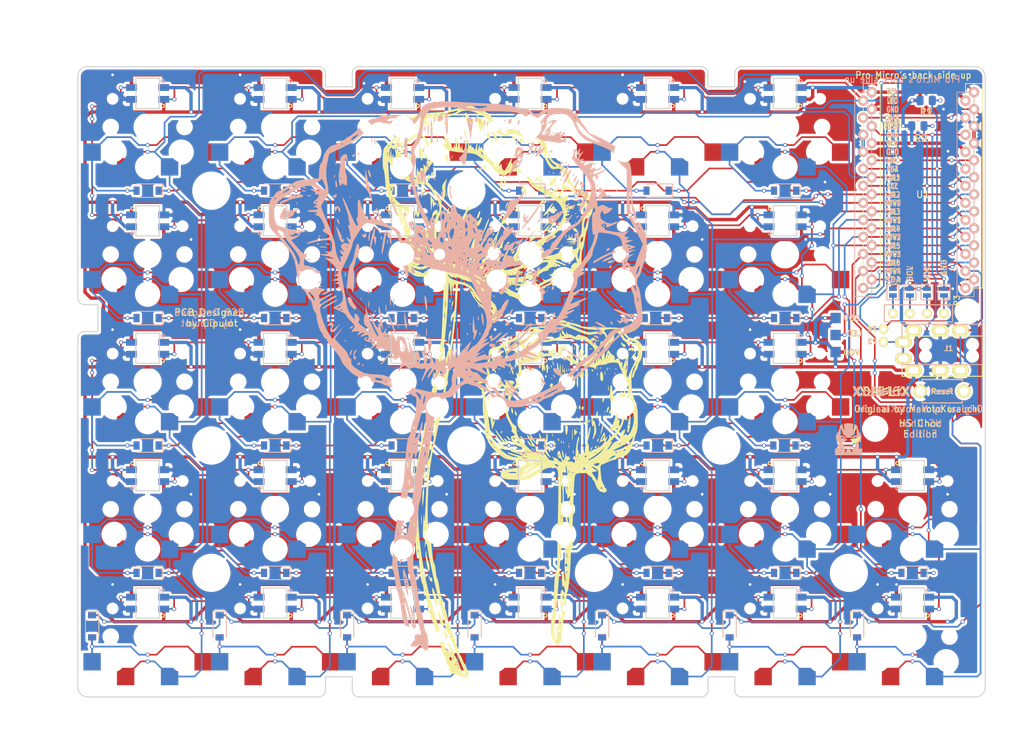
<source format=kicad_pcb>
(kicad_pcb (version 20171130) (host pcbnew "(5.1.10)-1")
  (layers (0 F.Cu signal) (31 B.Cu signal) (34 B.Paste user) (35 F.Paste user hide) (36 B.SilkS user) (37 F.SilkS user) (38 B.Mask user) (39 F.Mask user) (44 Edge.Cuts user))
  (net 0 "")
  (net 1 row0)
  (net 2 "Net-(D1-Pad2)")
  (net 3 "Net-(D2-Pad2)")
  (net 4 "Net-(D3-Pad2)")
  (net 5 "Net-(D4-Pad2)")
  (net 6 "Net-(D5-Pad2)")
  (net 7 "Net-(D6-Pad2)")
  (net 8 row1)
  (net 9 "Net-(D7-Pad2)")
  (net 10 "Net-(D8-Pad2)")
  (net 11 "Net-(D9-Pad2)")
  (net 12 "Net-(D10-Pad2)")
  (net 13 "Net-(D11-Pad2)")
  (net 14 "Net-(D12-Pad2)")
  (net 15 row2)
  (net 16 "Net-(D13-Pad2)")
  (net 17 "Net-(D14-Pad2)")
  (net 18 "Net-(D15-Pad2)")
  (net 19 "Net-(D16-Pad2)")
  (net 20 "Net-(D17-Pad2)")
  (net 21 "Net-(D18-Pad2)")
  (net 22 row3)
  (net 23 "Net-(D19-Pad2)")
  (net 24 "Net-(D20-Pad2)")
  (net 25 "Net-(D21-Pad2)")
  (net 26 "Net-(D22-Pad2)")
  (net 27 "Net-(D23-Pad2)")
  (net 28 "Net-(D24-Pad2)")
  (net 29 /SDA)
  (net 30 VCC)
  (net 31 GND)
  (net 32 LED)
  (net 33 col3)
  (net 34 col2)
  (net 35 col4)
  (net 36 /~RESET)
  (net 37 col0)
  (net 38 col1)
  (net 39 col5)
  (net 40 /SCL)
  (net 41 "Net-(D25-Pad2)")
  (net 42 row4)
  (net 43 "Net-(D26-Pad2)")
  (net 44 "Net-(D27-Pad2)")
  (net 45 "Net-(D28-Pad2)")
  (net 46 "Net-(D29-Pad2)")
  (net 47 "Net-(D30-Pad2)")
  (net 48 "Net-(D31-Pad2)")
  (net 49 "Net-(D32-Pad2)")
  (net 50 "Net-(J1-PadA)")
  (net 51 "Net-(JP4-Pad2)")
  (net 52 "Net-(JP5-Pad2)")
  (net 53 "Net-(JP10-Pad2)")
  (net 54 "Net-(JP11-Pad2)")
  (net 55 col6)
  (net 56 "Net-(U2-Pad1)")
  (net 57 "Net-(U2-Pad3)")
  (net 58 "Net-(U3-Pad3)")
  (net 59 "Net-(U4-Pad3)")
  (net 60 "Net-(U5-Pad3)")
  (net 61 "Net-(U6-Pad3)")
  (net 62 "Net-(U8-Pad1)")
  (net 63 "Net-(U10-Pad3)")
  (net 64 "Net-(U10-Pad1)")
  (net 65 "Net-(U11-Pad1)")
  (net 66 "Net-(U12-Pad1)")
  (net 67 "Net-(U13-Pad1)")
  (net 68 "Net-(U14-Pad1)")
  (net 69 "Net-(U14-Pad3)")
  (net 70 "Net-(U15-Pad3)")
  (net 71 "Net-(U16-Pad3)")
  (net 72 "Net-(U17-Pad3)")
  (net 73 "Net-(U18-Pad3)")
  (net 74 "Net-(U20-Pad1)")
  (net 75 "Net-(U21-Pad1)")
  (net 76 "Net-(U22-Pad1)")
  (net 77 "Net-(U23-Pad1)")
  (net 78 "Net-(U24-Pad1)")
  (net 79 "Net-(U27-Pad3)")
  (net 80 "Net-(U28-Pad3)")
  (net 81 "Net-(U29-Pad3)")
  (net 82 "Net-(U30-Pad3)")
  (net 83 "Net-(U31-Pad3)")
  (net 84 data)
  (net 85 /ex1)
  (net 86 /ex2)
  (net 87 "Net-(U32-Pad3)")
  (net 88 "Net-(U25-Pad1)")
  (net 89 "Net-(U26-Pad1)")
  (net 90 "Net-(U27-Pad1)")
  (module Keyswitches:Kailh_socket_PG1350_reversible_LEFT_nosilkangle (layer F.Cu) (at 206 129)
    (fp_text reference SW32 hide)
    (fp_text value SW_PUSH)
    (pad "" np_thru_hole circle (at 5.22 -4.2) (size 0.9906 0.9906) (drill 0.9906) (layers *.Cu *.Mask))
    (pad "" np_thru_hole circle (at -5.22 -4.2) (size 0.9906 0.9906) (drill 0.9906) (layers *.Cu *.Mask))
    (pad 2 smd rect (at -8.275 3.75) (size 2.6 2.6) (layers B.Cu B.Paste B.Mask) (net 49 "Net-(D32-Pad2)"))
    (pad 1 smd rect (at 3.275 5.95) (size 2.6 2.6) (layers B.Cu B.Paste B.Mask) (net 55 col6))
    (pad "" np_thru_hole circle (at -5 3.75) (size 3 3) (drill 3) (layers *.Cu *.Mask))
    (pad 2 smd rect (at 8.275 3.75) (size 2.6 2.6) (layers F.Cu F.Paste F.Mask) (net 49 "Net-(D32-Pad2)"))
    (pad "" np_thru_hole circle (at 0 5.95) (size 3 3) (drill 3) (layers *.Cu *.Mask))
    (pad "" np_thru_hole circle (at 0 0) (size 3.429 3.429) (drill 3.429) (layers *.Cu *.Mask))
    (pad "" np_thru_hole circle (at 5 3.75) (size 3 3) (drill 3) (layers *.Cu *.Mask))
    (pad 1 smd rect (at -3.275 5.95) (size 2.6 2.6) (layers F.Cu F.Paste F.Mask) (net 55 col6))
    (pad "" np_thru_hole circle (at 5.5 0) (size 1.7018 1.7018) (drill 1.7018) (layers *.Cu *.Mask))
    (pad "" np_thru_hole circle (at -5.5 0) (size 1.7018 1.7018) (drill 1.7018) (layers *.Cu *.Mask))
  )
  (module Keyswitches:Kailh_socket_PG1350_reversible_LEFT_nosilkangle (layer F.Cu) (at 187 129)
    (fp_text reference SW31 hide)
    (fp_text value SW_PUSH)
    (pad "" np_thru_hole circle (at 5.22 -4.2) (size 0.9906 0.9906) (drill 0.9906) (layers *.Cu *.Mask))
    (pad "" np_thru_hole circle (at -5.22 -4.2) (size 0.9906 0.9906) (drill 0.9906) (layers *.Cu *.Mask))
    (pad 2 smd rect (at -8.275 3.75) (size 2.6 2.6) (layers B.Cu B.Paste B.Mask) (net 48 "Net-(D31-Pad2)"))
    (pad 1 smd rect (at 3.275 5.95) (size 2.6 2.6) (layers B.Cu B.Paste B.Mask) (net 39 col5))
    (pad "" np_thru_hole circle (at -5 3.75) (size 3 3) (drill 3) (layers *.Cu *.Mask))
    (pad 2 smd rect (at 8.275 3.75) (size 2.6 2.6) (layers F.Cu F.Paste F.Mask) (net 48 "Net-(D31-Pad2)"))
    (pad "" np_thru_hole circle (at 0 5.95) (size 3 3) (drill 3) (layers *.Cu *.Mask))
    (pad "" np_thru_hole circle (at 0 0) (size 3.429 3.429) (drill 3.429) (layers *.Cu *.Mask))
    (pad "" np_thru_hole circle (at 5 3.75) (size 3 3) (drill 3) (layers *.Cu *.Mask))
    (pad 1 smd rect (at -3.275 5.95) (size 2.6 2.6) (layers F.Cu F.Paste F.Mask) (net 39 col5))
    (pad "" np_thru_hole circle (at 5.5 0) (size 1.7018 1.7018) (drill 1.7018) (layers *.Cu *.Mask))
    (pad "" np_thru_hole circle (at -5.5 0) (size 1.7018 1.7018) (drill 1.7018) (layers *.Cu *.Mask))
  )
  (module Keyswitches:Kailh_socket_PG1350_reversible_LEFT_nosilkangle (layer F.Cu) (at 168 129)
    (fp_text reference SW30 hide)
    (fp_text value SW_PUSH)
    (pad "" np_thru_hole circle (at 5.22 -4.2) (size 0.9906 0.9906) (drill 0.9906) (layers *.Cu *.Mask))
    (pad "" np_thru_hole circle (at -5.22 -4.2) (size 0.9906 0.9906) (drill 0.9906) (layers *.Cu *.Mask))
    (pad 2 smd rect (at -8.275 3.75) (size 2.6 2.6) (layers B.Cu B.Paste B.Mask) (net 47 "Net-(D30-Pad2)"))
    (pad 1 smd rect (at 3.275 5.95) (size 2.6 2.6) (layers B.Cu B.Paste B.Mask) (net 35 col4))
    (pad "" np_thru_hole circle (at -5 3.75) (size 3 3) (drill 3) (layers *.Cu *.Mask))
    (pad 2 smd rect (at 8.275 3.75) (size 2.6 2.6) (layers F.Cu F.Paste F.Mask) (net 47 "Net-(D30-Pad2)"))
    (pad "" np_thru_hole circle (at 0 5.95) (size 3 3) (drill 3) (layers *.Cu *.Mask))
    (pad "" np_thru_hole circle (at 0 0) (size 3.429 3.429) (drill 3.429) (layers *.Cu *.Mask))
    (pad "" np_thru_hole circle (at 5 3.75) (size 3 3) (drill 3) (layers *.Cu *.Mask))
    (pad 1 smd rect (at -3.275 5.95) (size 2.6 2.6) (layers F.Cu F.Paste F.Mask) (net 35 col4))
    (pad "" np_thru_hole circle (at 5.5 0) (size 1.7018 1.7018) (drill 1.7018) (layers *.Cu *.Mask))
    (pad "" np_thru_hole circle (at -5.5 0) (size 1.7018 1.7018) (drill 1.7018) (layers *.Cu *.Mask))
  )
  (module Keyswitches:Kailh_socket_PG1350_reversible_LEFT_nosilkangle (layer F.Cu) (at 149 129)
    (fp_text reference SW29 hide)
    (fp_text value SW_PUSH)
    (pad "" np_thru_hole circle (at 5.22 -4.2) (size 0.9906 0.9906) (drill 0.9906) (layers *.Cu *.Mask))
    (pad "" np_thru_hole circle (at -5.22 -4.2) (size 0.9906 0.9906) (drill 0.9906) (layers *.Cu *.Mask))
    (pad 2 smd rect (at -8.275 3.75) (size 2.6 2.6) (layers B.Cu B.Paste B.Mask) (net 46 "Net-(D29-Pad2)"))
    (pad 1 smd rect (at 3.275 5.95) (size 2.6 2.6) (layers B.Cu B.Paste B.Mask) (net 33 col3))
    (pad "" np_thru_hole circle (at -5 3.75) (size 3 3) (drill 3) (layers *.Cu *.Mask))
    (pad 2 smd rect (at 8.275 3.75) (size 2.6 2.6) (layers F.Cu F.Paste F.Mask) (net 46 "Net-(D29-Pad2)"))
    (pad "" np_thru_hole circle (at 0 5.95) (size 3 3) (drill 3) (layers *.Cu *.Mask))
    (pad "" np_thru_hole circle (at 0 0) (size 3.429 3.429) (drill 3.429) (layers *.Cu *.Mask))
    (pad "" np_thru_hole circle (at 5 3.75) (size 3 3) (drill 3) (layers *.Cu *.Mask))
    (pad 1 smd rect (at -3.275 5.95) (size 2.6 2.6) (layers F.Cu F.Paste F.Mask) (net 33 col3))
    (pad "" np_thru_hole circle (at 5.5 0) (size 1.7018 1.7018) (drill 1.7018) (layers *.Cu *.Mask))
    (pad "" np_thru_hole circle (at -5.5 0) (size 1.7018 1.7018) (drill 1.7018) (layers *.Cu *.Mask))
  )
  (module Keyswitches:Kailh_socket_PG1350_reversible_LEFT_nosilkangle (layer F.Cu) (at 130 129)
    (fp_text reference SW28 hide)
    (fp_text value SW_PUSH)
    (pad "" np_thru_hole circle (at 5.22 -4.2) (size 0.9906 0.9906) (drill 0.9906) (layers *.Cu *.Mask))
    (pad "" np_thru_hole circle (at -5.22 -4.2) (size 0.9906 0.9906) (drill 0.9906) (layers *.Cu *.Mask))
    (pad 2 smd rect (at -8.275 3.75) (size 2.6 2.6) (layers B.Cu B.Paste B.Mask) (net 45 "Net-(D28-Pad2)"))
    (pad 1 smd rect (at 3.275 5.95) (size 2.6 2.6) (layers B.Cu B.Paste B.Mask) (net 34 col2))
    (pad "" np_thru_hole circle (at -5 3.75) (size 3 3) (drill 3) (layers *.Cu *.Mask))
    (pad 2 smd rect (at 8.275 3.75) (size 2.6 2.6) (layers F.Cu F.Paste F.Mask) (net 45 "Net-(D28-Pad2)"))
    (pad "" np_thru_hole circle (at 0 5.95) (size 3 3) (drill 3) (layers *.Cu *.Mask))
    (pad "" np_thru_hole circle (at 0 0) (size 3.429 3.429) (drill 3.429) (layers *.Cu *.Mask))
    (pad "" np_thru_hole circle (at 5 3.75) (size 3 3) (drill 3) (layers *.Cu *.Mask))
    (pad 1 smd rect (at -3.275 5.95) (size 2.6 2.6) (layers F.Cu F.Paste F.Mask) (net 34 col2))
    (pad "" np_thru_hole circle (at 5.5 0) (size 1.7018 1.7018) (drill 1.7018) (layers *.Cu *.Mask))
    (pad "" np_thru_hole circle (at -5.5 0) (size 1.7018 1.7018) (drill 1.7018) (layers *.Cu *.Mask))
  )
  (module Keyswitches:Kailh_socket_PG1350_reversible_LEFT_nosilkangle (layer F.Cu) (at 111 129)
    (fp_text reference SW27 hide)
    (fp_text value SW_PUSH)
    (pad "" np_thru_hole circle (at 5.22 -4.2) (size 0.9906 0.9906) (drill 0.9906) (layers *.Cu *.Mask))
    (pad "" np_thru_hole circle (at -5.22 -4.2) (size 0.9906 0.9906) (drill 0.9906) (layers *.Cu *.Mask))
    (pad 2 smd rect (at -8.275 3.75) (size 2.6 2.6) (layers B.Cu B.Paste B.Mask) (net 44 "Net-(D27-Pad2)"))
    (pad 1 smd rect (at 3.275 5.95) (size 2.6 2.6) (layers B.Cu B.Paste B.Mask) (net 38 col1))
    (pad "" np_thru_hole circle (at -5 3.75) (size 3 3) (drill 3) (layers *.Cu *.Mask))
    (pad 2 smd rect (at 8.275 3.75) (size 2.6 2.6) (layers F.Cu F.Paste F.Mask) (net 44 "Net-(D27-Pad2)"))
    (pad "" np_thru_hole circle (at 0 5.95) (size 3 3) (drill 3) (layers *.Cu *.Mask))
    (pad "" np_thru_hole circle (at 0 0) (size 3.429 3.429) (drill 3.429) (layers *.Cu *.Mask))
    (pad "" np_thru_hole circle (at 5 3.75) (size 3 3) (drill 3) (layers *.Cu *.Mask))
    (pad 1 smd rect (at -3.275 5.95) (size 2.6 2.6) (layers F.Cu F.Paste F.Mask) (net 38 col1))
    (pad "" np_thru_hole circle (at 5.5 0) (size 1.7018 1.7018) (drill 1.7018) (layers *.Cu *.Mask))
    (pad "" np_thru_hole circle (at -5.5 0) (size 1.7018 1.7018) (drill 1.7018) (layers *.Cu *.Mask))
  )
  (module Keyswitches:Kailh_socket_PG1350_reversible_LEFT_nosilkangle (layer F.Cu) (at 92 129)
    (fp_text reference SW26 hide)
    (fp_text value SW_PUSH)
    (pad "" np_thru_hole circle (at 5.22 -4.2) (size 0.9906 0.9906) (drill 0.9906) (layers *.Cu *.Mask))
    (pad "" np_thru_hole circle (at -5.22 -4.2) (size 0.9906 0.9906) (drill 0.9906) (layers *.Cu *.Mask))
    (pad 2 smd rect (at -8.275 3.75) (size 2.6 2.6) (layers B.Cu B.Paste B.Mask) (net 43 "Net-(D26-Pad2)"))
    (pad 1 smd rect (at 3.275 5.95) (size 2.6 2.6) (layers B.Cu B.Paste B.Mask) (net 37 col0))
    (pad "" np_thru_hole circle (at -5 3.75) (size 3 3) (drill 3) (layers *.Cu *.Mask))
    (pad 2 smd rect (at 8.275 3.75) (size 2.6 2.6) (layers F.Cu F.Paste F.Mask) (net 43 "Net-(D26-Pad2)"))
    (pad "" np_thru_hole circle (at 0 5.95) (size 3 3) (drill 3) (layers *.Cu *.Mask))
    (pad "" np_thru_hole circle (at 0 0) (size 3.429 3.429) (drill 3.429) (layers *.Cu *.Mask))
    (pad "" np_thru_hole circle (at 5 3.75) (size 3 3) (drill 3) (layers *.Cu *.Mask))
    (pad 1 smd rect (at -3.275 5.95) (size 2.6 2.6) (layers F.Cu F.Paste F.Mask) (net 37 col0))
    (pad "" np_thru_hole circle (at 5.5 0) (size 1.7018 1.7018) (drill 1.7018) (layers *.Cu *.Mask))
    (pad "" np_thru_hole circle (at -5.5 0) (size 1.7018 1.7018) (drill 1.7018) (layers *.Cu *.Mask))
  )
  (module Keyswitches:Kailh_socket_PG1350_reversible_LEFT_nosilkangle (layer F.Cu) (at 206 110)
    (fp_text reference SW25 hide)
    (fp_text value SW_PUSH)
    (pad "" np_thru_hole circle (at 5.22 -4.2) (size 0.9906 0.9906) (drill 0.9906) (layers *.Cu *.Mask))
    (pad "" np_thru_hole circle (at -5.22 -4.2) (size 0.9906 0.9906) (drill 0.9906) (layers *.Cu *.Mask))
    (pad 2 smd rect (at -8.275 3.75) (size 2.6 2.6) (layers B.Cu B.Paste B.Mask) (net 41 "Net-(D25-Pad2)"))
    (pad 1 smd rect (at 3.275 5.95) (size 2.6 2.6) (layers B.Cu B.Paste B.Mask) (net 55 col6))
    (pad "" np_thru_hole circle (at -5 3.75) (size 3 3) (drill 3) (layers *.Cu *.Mask))
    (pad 2 smd rect (at 8.275 3.75) (size 2.6 2.6) (layers F.Cu F.Paste F.Mask) (net 41 "Net-(D25-Pad2)"))
    (pad "" np_thru_hole circle (at 0 5.95) (size 3 3) (drill 3) (layers *.Cu *.Mask))
    (pad "" np_thru_hole circle (at 0 0) (size 3.429 3.429) (drill 3.429) (layers *.Cu *.Mask))
    (pad "" np_thru_hole circle (at 5 3.75) (size 3 3) (drill 3) (layers *.Cu *.Mask))
    (pad 1 smd rect (at -3.275 5.95) (size 2.6 2.6) (layers F.Cu F.Paste F.Mask) (net 55 col6))
    (pad "" np_thru_hole circle (at 5.5 0) (size 1.7018 1.7018) (drill 1.7018) (layers *.Cu *.Mask))
    (pad "" np_thru_hole circle (at -5.5 0) (size 1.7018 1.7018) (drill 1.7018) (layers *.Cu *.Mask))
  )
  (module Keyswitches:Kailh_socket_PG1350_reversible_LEFT_nosilkangle (layer F.Cu) (at 187 110)
    (fp_text reference SW24 hide)
    (fp_text value SW_PUSH)
    (pad "" np_thru_hole circle (at 5.22 -4.2) (size 0.9906 0.9906) (drill 0.9906) (layers *.Cu *.Mask))
    (pad "" np_thru_hole circle (at -5.22 -4.2) (size 0.9906 0.9906) (drill 0.9906) (layers *.Cu *.Mask))
    (pad 2 smd rect (at -8.275 3.75) (size 2.6 2.6) (layers B.Cu B.Paste B.Mask) (net 28 "Net-(D24-Pad2)"))
    (pad 1 smd rect (at 3.275 5.95) (size 2.6 2.6) (layers B.Cu B.Paste B.Mask) (net 39 col5))
    (pad "" np_thru_hole circle (at -5 3.75) (size 3 3) (drill 3) (layers *.Cu *.Mask))
    (pad 2 smd rect (at 8.275 3.75) (size 2.6 2.6) (layers F.Cu F.Paste F.Mask) (net 28 "Net-(D24-Pad2)"))
    (pad "" np_thru_hole circle (at 0 5.95) (size 3 3) (drill 3) (layers *.Cu *.Mask))
    (pad "" np_thru_hole circle (at 0 0) (size 3.429 3.429) (drill 3.429) (layers *.Cu *.Mask))
    (pad "" np_thru_hole circle (at 5 3.75) (size 3 3) (drill 3) (layers *.Cu *.Mask))
    (pad 1 smd rect (at -3.275 5.95) (size 2.6 2.6) (layers F.Cu F.Paste F.Mask) (net 39 col5))
    (pad "" np_thru_hole circle (at 5.5 0) (size 1.7018 1.7018) (drill 1.7018) (layers *.Cu *.Mask))
    (pad "" np_thru_hole circle (at -5.5 0) (size 1.7018 1.7018) (drill 1.7018) (layers *.Cu *.Mask))
  )
  (module Keyswitches:Kailh_socket_PG1350_reversible_LEFT_nosilkangle (layer F.Cu) (at 168 110)
    (fp_text reference SW23 hide)
    (fp_text value SW_PUSH)
    (pad "" np_thru_hole circle (at 5.22 -4.2) (size 0.9906 0.9906) (drill 0.9906) (layers *.Cu *.Mask))
    (pad "" np_thru_hole circle (at -5.22 -4.2) (size 0.9906 0.9906) (drill 0.9906) (layers *.Cu *.Mask))
    (pad 2 smd rect (at -8.275 3.75) (size 2.6 2.6) (layers B.Cu B.Paste B.Mask) (net 27 "Net-(D23-Pad2)"))
    (pad 1 smd rect (at 3.275 5.95) (size 2.6 2.6) (layers B.Cu B.Paste B.Mask) (net 35 col4))
    (pad "" np_thru_hole circle (at -5 3.75) (size 3 3) (drill 3) (layers *.Cu *.Mask))
    (pad 2 smd rect (at 8.275 3.75) (size 2.6 2.6) (layers F.Cu F.Paste F.Mask) (net 27 "Net-(D23-Pad2)"))
    (pad "" np_thru_hole circle (at 0 5.95) (size 3 3) (drill 3) (layers *.Cu *.Mask))
    (pad "" np_thru_hole circle (at 0 0) (size 3.429 3.429) (drill 3.429) (layers *.Cu *.Mask))
    (pad "" np_thru_hole circle (at 5 3.75) (size 3 3) (drill 3) (layers *.Cu *.Mask))
    (pad 1 smd rect (at -3.275 5.95) (size 2.6 2.6) (layers F.Cu F.Paste F.Mask) (net 35 col4))
    (pad "" np_thru_hole circle (at 5.5 0) (size 1.7018 1.7018) (drill 1.7018) (layers *.Cu *.Mask))
    (pad "" np_thru_hole circle (at -5.5 0) (size 1.7018 1.7018) (drill 1.7018) (layers *.Cu *.Mask))
  )
  (module Keyswitches:Kailh_socket_PG1350_reversible_LEFT_nosilkangle (layer F.Cu) (at 149 110)
    (fp_text reference SW22 hide)
    (fp_text value SW_PUSH)
    (pad "" np_thru_hole circle (at 5.22 -4.2) (size 0.9906 0.9906) (drill 0.9906) (layers *.Cu *.Mask))
    (pad "" np_thru_hole circle (at -5.22 -4.2) (size 0.9906 0.9906) (drill 0.9906) (layers *.Cu *.Mask))
    (pad 2 smd rect (at -8.275 3.75) (size 2.6 2.6) (layers B.Cu B.Paste B.Mask) (net 26 "Net-(D22-Pad2)"))
    (pad 1 smd rect (at 3.275 5.95) (size 2.6 2.6) (layers B.Cu B.Paste B.Mask) (net 33 col3))
    (pad "" np_thru_hole circle (at -5 3.75) (size 3 3) (drill 3) (layers *.Cu *.Mask))
    (pad 2 smd rect (at 8.275 3.75) (size 2.6 2.6) (layers F.Cu F.Paste F.Mask) (net 26 "Net-(D22-Pad2)"))
    (pad "" np_thru_hole circle (at 0 5.95) (size 3 3) (drill 3) (layers *.Cu *.Mask))
    (pad "" np_thru_hole circle (at 0 0) (size 3.429 3.429) (drill 3.429) (layers *.Cu *.Mask))
    (pad "" np_thru_hole circle (at 5 3.75) (size 3 3) (drill 3) (layers *.Cu *.Mask))
    (pad 1 smd rect (at -3.275 5.95) (size 2.6 2.6) (layers F.Cu F.Paste F.Mask) (net 33 col3))
    (pad "" np_thru_hole circle (at 5.5 0) (size 1.7018 1.7018) (drill 1.7018) (layers *.Cu *.Mask))
    (pad "" np_thru_hole circle (at -5.5 0) (size 1.7018 1.7018) (drill 1.7018) (layers *.Cu *.Mask))
  )
  (module Keyswitches:Kailh_socket_PG1350_reversible_LEFT_nosilkangle (layer F.Cu) (at 130 110)
    (fp_text reference SW21 hide)
    (fp_text value SW_PUSH)
    (pad "" np_thru_hole circle (at 5.22 -4.2) (size 0.9906 0.9906) (drill 0.9906) (layers *.Cu *.Mask))
    (pad "" np_thru_hole circle (at -5.22 -4.2) (size 0.9906 0.9906) (drill 0.9906) (layers *.Cu *.Mask))
    (pad 2 smd rect (at -8.275 3.75) (size 2.6 2.6) (layers B.Cu B.Paste B.Mask) (net 25 "Net-(D21-Pad2)"))
    (pad 1 smd rect (at 3.275 5.95) (size 2.6 2.6) (layers B.Cu B.Paste B.Mask) (net 34 col2))
    (pad "" np_thru_hole circle (at -5 3.75) (size 3 3) (drill 3) (layers *.Cu *.Mask))
    (pad 2 smd rect (at 8.275 3.75) (size 2.6 2.6) (layers F.Cu F.Paste F.Mask) (net 25 "Net-(D21-Pad2)"))
    (pad "" np_thru_hole circle (at 0 5.95) (size 3 3) (drill 3) (layers *.Cu *.Mask))
    (pad "" np_thru_hole circle (at 0 0) (size 3.429 3.429) (drill 3.429) (layers *.Cu *.Mask))
    (pad "" np_thru_hole circle (at 5 3.75) (size 3 3) (drill 3) (layers *.Cu *.Mask))
    (pad 1 smd rect (at -3.275 5.95) (size 2.6 2.6) (layers F.Cu F.Paste F.Mask) (net 34 col2))
    (pad "" np_thru_hole circle (at 5.5 0) (size 1.7018 1.7018) (drill 1.7018) (layers *.Cu *.Mask))
    (pad "" np_thru_hole circle (at -5.5 0) (size 1.7018 1.7018) (drill 1.7018) (layers *.Cu *.Mask))
  )
  (module Keyswitches:Kailh_socket_PG1350_reversible_LEFT_nosilkangle (layer F.Cu) (at 111 110)
    (fp_text reference SW20 hide)
    (fp_text value SW_PUSH)
    (pad "" np_thru_hole circle (at 5.22 -4.2) (size 0.9906 0.9906) (drill 0.9906) (layers *.Cu *.Mask))
    (pad "" np_thru_hole circle (at -5.22 -4.2) (size 0.9906 0.9906) (drill 0.9906) (layers *.Cu *.Mask))
    (pad 2 smd rect (at -8.275 3.75) (size 2.6 2.6) (layers B.Cu B.Paste B.Mask) (net 24 "Net-(D20-Pad2)"))
    (pad 1 smd rect (at 3.275 5.95) (size 2.6 2.6) (layers B.Cu B.Paste B.Mask) (net 38 col1))
    (pad "" np_thru_hole circle (at -5 3.75) (size 3 3) (drill 3) (layers *.Cu *.Mask))
    (pad 2 smd rect (at 8.275 3.75) (size 2.6 2.6) (layers F.Cu F.Paste F.Mask) (net 24 "Net-(D20-Pad2)"))
    (pad "" np_thru_hole circle (at 0 5.95) (size 3 3) (drill 3) (layers *.Cu *.Mask))
    (pad "" np_thru_hole circle (at 0 0) (size 3.429 3.429) (drill 3.429) (layers *.Cu *.Mask))
    (pad "" np_thru_hole circle (at 5 3.75) (size 3 3) (drill 3) (layers *.Cu *.Mask))
    (pad 1 smd rect (at -3.275 5.95) (size 2.6 2.6) (layers F.Cu F.Paste F.Mask) (net 38 col1))
    (pad "" np_thru_hole circle (at 5.5 0) (size 1.7018 1.7018) (drill 1.7018) (layers *.Cu *.Mask))
    (pad "" np_thru_hole circle (at -5.5 0) (size 1.7018 1.7018) (drill 1.7018) (layers *.Cu *.Mask))
  )
  (module Keyswitches:Kailh_socket_PG1350_reversible_LEFT_nosilkangle (layer F.Cu) (at 92 110)
    (fp_text reference SW19 hide)
    (fp_text value SW_PUSH)
    (pad "" np_thru_hole circle (at 5.22 -4.2) (size 0.9906 0.9906) (drill 0.9906) (layers *.Cu *.Mask))
    (pad "" np_thru_hole circle (at -5.22 -4.2) (size 0.9906 0.9906) (drill 0.9906) (layers *.Cu *.Mask))
    (pad 2 smd rect (at -8.275 3.75) (size 2.6 2.6) (layers B.Cu B.Paste B.Mask) (net 23 "Net-(D19-Pad2)"))
    (pad 1 smd rect (at 3.275 5.95) (size 2.6 2.6) (layers B.Cu B.Paste B.Mask) (net 37 col0))
    (pad "" np_thru_hole circle (at -5 3.75) (size 3 3) (drill 3) (layers *.Cu *.Mask))
    (pad 2 smd rect (at 8.275 3.75) (size 2.6 2.6) (layers F.Cu F.Paste F.Mask) (net 23 "Net-(D19-Pad2)"))
    (pad "" np_thru_hole circle (at 0 5.95) (size 3 3) (drill 3) (layers *.Cu *.Mask))
    (pad "" np_thru_hole circle (at 0 0) (size 3.429 3.429) (drill 3.429) (layers *.Cu *.Mask))
    (pad "" np_thru_hole circle (at 5 3.75) (size 3 3) (drill 3) (layers *.Cu *.Mask))
    (pad 1 smd rect (at -3.275 5.95) (size 2.6 2.6) (layers F.Cu F.Paste F.Mask) (net 37 col0))
    (pad "" np_thru_hole circle (at 5.5 0) (size 1.7018 1.7018) (drill 1.7018) (layers *.Cu *.Mask))
    (pad "" np_thru_hole circle (at -5.5 0) (size 1.7018 1.7018) (drill 1.7018) (layers *.Cu *.Mask))
  )
  (module Keyswitches:Kailh_socket_PG1350_reversible_LEFT_nosilkangle (layer F.Cu) (at 187 91)
    (fp_text reference SW18 hide)
    (fp_text value SW_PUSH)
    (pad "" np_thru_hole circle (at 5.22 -4.2) (size 0.9906 0.9906) (drill 0.9906) (layers *.Cu *.Mask))
    (pad "" np_thru_hole circle (at -5.22 -4.2) (size 0.9906 0.9906) (drill 0.9906) (layers *.Cu *.Mask))
    (pad 2 smd rect (at -8.275 3.75) (size 2.6 2.6) (layers B.Cu B.Paste B.Mask) (net 21 "Net-(D18-Pad2)"))
    (pad 1 smd rect (at 3.275 5.95) (size 2.6 2.6) (layers B.Cu B.Paste B.Mask) (net 39 col5))
    (pad "" np_thru_hole circle (at -5 3.75) (size 3 3) (drill 3) (layers *.Cu *.Mask))
    (pad 2 smd rect (at 8.275 3.75) (size 2.6 2.6) (layers F.Cu F.Paste F.Mask) (net 21 "Net-(D18-Pad2)"))
    (pad "" np_thru_hole circle (at 0 5.95) (size 3 3) (drill 3) (layers *.Cu *.Mask))
    (pad "" np_thru_hole circle (at 0 0) (size 3.429 3.429) (drill 3.429) (layers *.Cu *.Mask))
    (pad "" np_thru_hole circle (at 5 3.75) (size 3 3) (drill 3) (layers *.Cu *.Mask))
    (pad 1 smd rect (at -3.275 5.95) (size 2.6 2.6) (layers F.Cu F.Paste F.Mask) (net 39 col5))
    (pad "" np_thru_hole circle (at 5.5 0) (size 1.7018 1.7018) (drill 1.7018) (layers *.Cu *.Mask))
    (pad "" np_thru_hole circle (at -5.5 0) (size 1.7018 1.7018) (drill 1.7018) (layers *.Cu *.Mask))
  )
  (module Keyswitches:Kailh_socket_PG1350_reversible_LEFT_nosilkangle (layer F.Cu) (at 168 91)
    (fp_text reference SW17 hide)
    (fp_text value SW_PUSH)
    (pad "" np_thru_hole circle (at 5.22 -4.2) (size 0.9906 0.9906) (drill 0.9906) (layers *.Cu *.Mask))
    (pad "" np_thru_hole circle (at -5.22 -4.2) (size 0.9906 0.9906) (drill 0.9906) (layers *.Cu *.Mask))
    (pad 2 smd rect (at -8.275 3.75) (size 2.6 2.6) (layers B.Cu B.Paste B.Mask) (net 20 "Net-(D17-Pad2)"))
    (pad 1 smd rect (at 3.275 5.95) (size 2.6 2.6) (layers B.Cu B.Paste B.Mask) (net 35 col4))
    (pad "" np_thru_hole circle (at -5 3.75) (size 3 3) (drill 3) (layers *.Cu *.Mask))
    (pad 2 smd rect (at 8.275 3.75) (size 2.6 2.6) (layers F.Cu F.Paste F.Mask) (net 20 "Net-(D17-Pad2)"))
    (pad "" np_thru_hole circle (at 0 5.95) (size 3 3) (drill 3) (layers *.Cu *.Mask))
    (pad "" np_thru_hole circle (at 0 0) (size 3.429 3.429) (drill 3.429) (layers *.Cu *.Mask))
    (pad "" np_thru_hole circle (at 5 3.75) (size 3 3) (drill 3) (layers *.Cu *.Mask))
    (pad 1 smd rect (at -3.275 5.95) (size 2.6 2.6) (layers F.Cu F.Paste F.Mask) (net 35 col4))
    (pad "" np_thru_hole circle (at 5.5 0) (size 1.7018 1.7018) (drill 1.7018) (layers *.Cu *.Mask))
    (pad "" np_thru_hole circle (at -5.5 0) (size 1.7018 1.7018) (drill 1.7018) (layers *.Cu *.Mask))
  )
  (module Keyswitches:Kailh_socket_PG1350_reversible_LEFT_nosilkangle (layer F.Cu) (at 149 91)
    (fp_text reference SW16 hide)
    (fp_text value SW_PUSH)
    (pad "" np_thru_hole circle (at 5.22 -4.2) (size 0.9906 0.9906) (drill 0.9906) (layers *.Cu *.Mask))
    (pad "" np_thru_hole circle (at -5.22 -4.2) (size 0.9906 0.9906) (drill 0.9906) (layers *.Cu *.Mask))
    (pad 2 smd rect (at -8.275 3.75) (size 2.6 2.6) (layers B.Cu B.Paste B.Mask) (net 19 "Net-(D16-Pad2)"))
    (pad 1 smd rect (at 3.275 5.95) (size 2.6 2.6) (layers B.Cu B.Paste B.Mask) (net 33 col3))
    (pad "" np_thru_hole circle (at -5 3.75) (size 3 3) (drill 3) (layers *.Cu *.Mask))
    (pad 2 smd rect (at 8.275 3.75) (size 2.6 2.6) (layers F.Cu F.Paste F.Mask) (net 19 "Net-(D16-Pad2)"))
    (pad "" np_thru_hole circle (at 0 5.95) (size 3 3) (drill 3) (layers *.Cu *.Mask))
    (pad "" np_thru_hole circle (at 0 0) (size 3.429 3.429) (drill 3.429) (layers *.Cu *.Mask))
    (pad "" np_thru_hole circle (at 5 3.75) (size 3 3) (drill 3) (layers *.Cu *.Mask))
    (pad 1 smd rect (at -3.275 5.95) (size 2.6 2.6) (layers F.Cu F.Paste F.Mask) (net 33 col3))
    (pad "" np_thru_hole circle (at 5.5 0) (size 1.7018 1.7018) (drill 1.7018) (layers *.Cu *.Mask))
    (pad "" np_thru_hole circle (at -5.5 0) (size 1.7018 1.7018) (drill 1.7018) (layers *.Cu *.Mask))
  )
  (module Keyswitches:Kailh_socket_PG1350_reversible_LEFT_nosilkangle (layer F.Cu) (at 130 91)
    (fp_text reference SW15 hide)
    (fp_text value SW_PUSH)
    (pad "" np_thru_hole circle (at 5.22 -4.2) (size 0.9906 0.9906) (drill 0.9906) (layers *.Cu *.Mask))
    (pad "" np_thru_hole circle (at -5.22 -4.2) (size 0.9906 0.9906) (drill 0.9906) (layers *.Cu *.Mask))
    (pad 2 smd rect (at -8.275 3.75) (size 2.6 2.6) (layers B.Cu B.Paste B.Mask) (net 18 "Net-(D15-Pad2)"))
    (pad 1 smd rect (at 3.275 5.95) (size 2.6 2.6) (layers B.Cu B.Paste B.Mask) (net 34 col2))
    (pad "" np_thru_hole circle (at -5 3.75) (size 3 3) (drill 3) (layers *.Cu *.Mask))
    (pad 2 smd rect (at 8.275 3.75) (size 2.6 2.6) (layers F.Cu F.Paste F.Mask) (net 18 "Net-(D15-Pad2)"))
    (pad "" np_thru_hole circle (at 0 5.95) (size 3 3) (drill 3) (layers *.Cu *.Mask))
    (pad "" np_thru_hole circle (at 0 0) (size 3.429 3.429) (drill 3.429) (layers *.Cu *.Mask))
    (pad "" np_thru_hole circle (at 5 3.75) (size 3 3) (drill 3) (layers *.Cu *.Mask))
    (pad 1 smd rect (at -3.275 5.95) (size 2.6 2.6) (layers F.Cu F.Paste F.Mask) (net 34 col2))
    (pad "" np_thru_hole circle (at 5.5 0) (size 1.7018 1.7018) (drill 1.7018) (layers *.Cu *.Mask))
    (pad "" np_thru_hole circle (at -5.5 0) (size 1.7018 1.7018) (drill 1.7018) (layers *.Cu *.Mask))
  )
  (module Keyswitches:Kailh_socket_PG1350_reversible_LEFT_nosilkangle (layer F.Cu) (at 111 91)
    (fp_text reference SW14 hide)
    (fp_text value SW_PUSH)
    (pad "" np_thru_hole circle (at 5.22 -4.2) (size 0.9906 0.9906) (drill 0.9906) (layers *.Cu *.Mask))
    (pad "" np_thru_hole circle (at -5.22 -4.2) (size 0.9906 0.9906) (drill 0.9906) (layers *.Cu *.Mask))
    (pad 2 smd rect (at -8.275 3.75) (size 2.6 2.6) (layers B.Cu B.Paste B.Mask) (net 17 "Net-(D14-Pad2)"))
    (pad 1 smd rect (at 3.275 5.95) (size 2.6 2.6) (layers B.Cu B.Paste B.Mask) (net 38 col1))
    (pad "" np_thru_hole circle (at -5 3.75) (size 3 3) (drill 3) (layers *.Cu *.Mask))
    (pad 2 smd rect (at 8.275 3.75) (size 2.6 2.6) (layers F.Cu F.Paste F.Mask) (net 17 "Net-(D14-Pad2)"))
    (pad "" np_thru_hole circle (at 0 5.95) (size 3 3) (drill 3) (layers *.Cu *.Mask))
    (pad "" np_thru_hole circle (at 0 0) (size 3.429 3.429) (drill 3.429) (layers *.Cu *.Mask))
    (pad "" np_thru_hole circle (at 5 3.75) (size 3 3) (drill 3) (layers *.Cu *.Mask))
    (pad 1 smd rect (at -3.275 5.95) (size 2.6 2.6) (layers F.Cu F.Paste F.Mask) (net 38 col1))
    (pad "" np_thru_hole circle (at 5.5 0) (size 1.7018 1.7018) (drill 1.7018) (layers *.Cu *.Mask))
    (pad "" np_thru_hole circle (at -5.5 0) (size 1.7018 1.7018) (drill 1.7018) (layers *.Cu *.Mask))
  )
  (module Keyswitches:Kailh_socket_PG1350_reversible_LEFT_nosilkangle (layer F.Cu) (at 92 91)
    (fp_text reference SW13 hide)
    (fp_text value SW_PUSH)
    (pad "" np_thru_hole circle (at 5.22 -4.2) (size 0.9906 0.9906) (drill 0.9906) (layers *.Cu *.Mask))
    (pad "" np_thru_hole circle (at -5.22 -4.2) (size 0.9906 0.9906) (drill 0.9906) (layers *.Cu *.Mask))
    (pad 2 smd rect (at -8.275 3.75) (size 2.6 2.6) (layers B.Cu B.Paste B.Mask) (net 16 "Net-(D13-Pad2)"))
    (pad 1 smd rect (at 3.275 5.95) (size 2.6 2.6) (layers B.Cu B.Paste B.Mask) (net 37 col0))
    (pad "" np_thru_hole circle (at -5 3.75) (size 3 3) (drill 3) (layers *.Cu *.Mask))
    (pad 2 smd rect (at 8.275 3.75) (size 2.6 2.6) (layers F.Cu F.Paste F.Mask) (net 16 "Net-(D13-Pad2)"))
    (pad "" np_thru_hole circle (at 0 5.95) (size 3 3) (drill 3) (layers *.Cu *.Mask))
    (pad "" np_thru_hole circle (at 0 0) (size 3.429 3.429) (drill 3.429) (layers *.Cu *.Mask))
    (pad "" np_thru_hole circle (at 5 3.75) (size 3 3) (drill 3) (layers *.Cu *.Mask))
    (pad 1 smd rect (at -3.275 5.95) (size 2.6 2.6) (layers F.Cu F.Paste F.Mask) (net 37 col0))
    (pad "" np_thru_hole circle (at 5.5 0) (size 1.7018 1.7018) (drill 1.7018) (layers *.Cu *.Mask))
    (pad "" np_thru_hole circle (at -5.5 0) (size 1.7018 1.7018) (drill 1.7018) (layers *.Cu *.Mask))
  )
  (module Keyswitches:Kailh_socket_PG1350_reversible_LEFT_nosilkangle (layer F.Cu) (at 187 72)
    (fp_text reference SW12 hide)
    (fp_text value SW_PUSH)
    (pad "" np_thru_hole circle (at 5.22 -4.2) (size 0.9906 0.9906) (drill 0.9906) (layers *.Cu *.Mask))
    (pad "" np_thru_hole circle (at -5.22 -4.2) (size 0.9906 0.9906) (drill 0.9906) (layers *.Cu *.Mask))
    (pad 2 smd rect (at -8.275 3.75) (size 2.6 2.6) (layers B.Cu B.Paste B.Mask) (net 14 "Net-(D12-Pad2)"))
    (pad 1 smd rect (at 3.275 5.95) (size 2.6 2.6) (layers B.Cu B.Paste B.Mask) (net 39 col5))
    (pad "" np_thru_hole circle (at -5 3.75) (size 3 3) (drill 3) (layers *.Cu *.Mask))
    (pad 2 smd rect (at 8.275 3.75) (size 2.6 2.6) (layers F.Cu F.Paste F.Mask) (net 14 "Net-(D12-Pad2)"))
    (pad "" np_thru_hole circle (at 0 5.95) (size 3 3) (drill 3) (layers *.Cu *.Mask))
    (pad "" np_thru_hole circle (at 0 0) (size 3.429 3.429) (drill 3.429) (layers *.Cu *.Mask))
    (pad "" np_thru_hole circle (at 5 3.75) (size 3 3) (drill 3) (layers *.Cu *.Mask))
    (pad 1 smd rect (at -3.275 5.95) (size 2.6 2.6) (layers F.Cu F.Paste F.Mask) (net 39 col5))
    (pad "" np_thru_hole circle (at 5.5 0) (size 1.7018 1.7018) (drill 1.7018) (layers *.Cu *.Mask))
    (pad "" np_thru_hole circle (at -5.5 0) (size 1.7018 1.7018) (drill 1.7018) (layers *.Cu *.Mask))
  )
  (module Keyswitches:Kailh_socket_PG1350_reversible_LEFT_nosilkangle (layer F.Cu) (at 168 72)
    (fp_text reference SW11 hide)
    (fp_text value SW_PUSH)
    (pad "" np_thru_hole circle (at 5.22 -4.2) (size 0.9906 0.9906) (drill 0.9906) (layers *.Cu *.Mask))
    (pad "" np_thru_hole circle (at -5.22 -4.2) (size 0.9906 0.9906) (drill 0.9906) (layers *.Cu *.Mask))
    (pad 2 smd rect (at -8.275 3.75) (size 2.6 2.6) (layers B.Cu B.Paste B.Mask) (net 13 "Net-(D11-Pad2)"))
    (pad 1 smd rect (at 3.275 5.95) (size 2.6 2.6) (layers B.Cu B.Paste B.Mask) (net 35 col4))
    (pad "" np_thru_hole circle (at -5 3.75) (size 3 3) (drill 3) (layers *.Cu *.Mask))
    (pad 2 smd rect (at 8.275 3.75) (size 2.6 2.6) (layers F.Cu F.Paste F.Mask) (net 13 "Net-(D11-Pad2)"))
    (pad "" np_thru_hole circle (at 0 5.95) (size 3 3) (drill 3) (layers *.Cu *.Mask))
    (pad "" np_thru_hole circle (at 0 0) (size 3.429 3.429) (drill 3.429) (layers *.Cu *.Mask))
    (pad "" np_thru_hole circle (at 5 3.75) (size 3 3) (drill 3) (layers *.Cu *.Mask))
    (pad 1 smd rect (at -3.275 5.95) (size 2.6 2.6) (layers F.Cu F.Paste F.Mask) (net 35 col4))
    (pad "" np_thru_hole circle (at 5.5 0) (size 1.7018 1.7018) (drill 1.7018) (layers *.Cu *.Mask))
    (pad "" np_thru_hole circle (at -5.5 0) (size 1.7018 1.7018) (drill 1.7018) (layers *.Cu *.Mask))
  )
  (module Keyswitches:Kailh_socket_PG1350_reversible_LEFT_nosilkangle (layer F.Cu) (at 149 72)
    (fp_text reference SW10 hide)
    (fp_text value SW_PUSH)
    (pad "" np_thru_hole circle (at 5.22 -4.2) (size 0.9906 0.9906) (drill 0.9906) (layers *.Cu *.Mask))
    (pad "" np_thru_hole circle (at -5.22 -4.2) (size 0.9906 0.9906) (drill 0.9906) (layers *.Cu *.Mask))
    (pad 2 smd rect (at -8.275 3.75) (size 2.6 2.6) (layers B.Cu B.Paste B.Mask) (net 12 "Net-(D10-Pad2)"))
    (pad 1 smd rect (at 3.275 5.95) (size 2.6 2.6) (layers B.Cu B.Paste B.Mask) (net 33 col3))
    (pad "" np_thru_hole circle (at -5 3.75) (size 3 3) (drill 3) (layers *.Cu *.Mask))
    (pad 2 smd rect (at 8.275 3.75) (size 2.6 2.6) (layers F.Cu F.Paste F.Mask) (net 12 "Net-(D10-Pad2)"))
    (pad "" np_thru_hole circle (at 0 5.95) (size 3 3) (drill 3) (layers *.Cu *.Mask))
    (pad "" np_thru_hole circle (at 0 0) (size 3.429 3.429) (drill 3.429) (layers *.Cu *.Mask))
    (pad "" np_thru_hole circle (at 5 3.75) (size 3 3) (drill 3) (layers *.Cu *.Mask))
    (pad 1 smd rect (at -3.275 5.95) (size 2.6 2.6) (layers F.Cu F.Paste F.Mask) (net 33 col3))
    (pad "" np_thru_hole circle (at 5.5 0) (size 1.7018 1.7018) (drill 1.7018) (layers *.Cu *.Mask))
    (pad "" np_thru_hole circle (at -5.5 0) (size 1.7018 1.7018) (drill 1.7018) (layers *.Cu *.Mask))
  )
  (module Keyswitches:Kailh_socket_PG1350_reversible_LEFT_nosilkangle (layer F.Cu) (at 130 72)
    (fp_text reference SW9 hide)
    (fp_text value SW_PUSH)
    (pad "" np_thru_hole circle (at 5.22 -4.2) (size 0.9906 0.9906) (drill 0.9906) (layers *.Cu *.Mask))
    (pad "" np_thru_hole circle (at -5.22 -4.2) (size 0.9906 0.9906) (drill 0.9906) (layers *.Cu *.Mask))
    (pad 2 smd rect (at -8.275 3.75) (size 2.6 2.6) (layers B.Cu B.Paste B.Mask) (net 11 "Net-(D9-Pad2)"))
    (pad 1 smd rect (at 3.275 5.95) (size 2.6 2.6) (layers B.Cu B.Paste B.Mask) (net 34 col2))
    (pad "" np_thru_hole circle (at -5 3.75) (size 3 3) (drill 3) (layers *.Cu *.Mask))
    (pad 2 smd rect (at 8.275 3.75) (size 2.6 2.6) (layers F.Cu F.Paste F.Mask) (net 11 "Net-(D9-Pad2)"))
    (pad "" np_thru_hole circle (at 0 5.95) (size 3 3) (drill 3) (layers *.Cu *.Mask))
    (pad "" np_thru_hole circle (at 0 0) (size 3.429 3.429) (drill 3.429) (layers *.Cu *.Mask))
    (pad "" np_thru_hole circle (at 5 3.75) (size 3 3) (drill 3) (layers *.Cu *.Mask))
    (pad 1 smd rect (at -3.275 5.95) (size 2.6 2.6) (layers F.Cu F.Paste F.Mask) (net 34 col2))
    (pad "" np_thru_hole circle (at 5.5 0) (size 1.7018 1.7018) (drill 1.7018) (layers *.Cu *.Mask))
    (pad "" np_thru_hole circle (at -5.5 0) (size 1.7018 1.7018) (drill 1.7018) (layers *.Cu *.Mask))
  )
  (module Keyswitches:Kailh_socket_PG1350_reversible_LEFT_nosilkangle (layer F.Cu) (at 111 72)
    (fp_text reference SW8 hide)
    (fp_text value SW_PUSH)
    (pad "" np_thru_hole circle (at 5.22 -4.2) (size 0.9906 0.9906) (drill 0.9906) (layers *.Cu *.Mask))
    (pad "" np_thru_hole circle (at -5.22 -4.2) (size 0.9906 0.9906) (drill 0.9906) (layers *.Cu *.Mask))
    (pad 2 smd rect (at -8.275 3.75) (size 2.6 2.6) (layers B.Cu B.Paste B.Mask) (net 10 "Net-(D8-Pad2)"))
    (pad 1 smd rect (at 3.275 5.95) (size 2.6 2.6) (layers B.Cu B.Paste B.Mask) (net 38 col1))
    (pad "" np_thru_hole circle (at -5 3.75) (size 3 3) (drill 3) (layers *.Cu *.Mask))
    (pad 2 smd rect (at 8.275 3.75) (size 2.6 2.6) (layers F.Cu F.Paste F.Mask) (net 10 "Net-(D8-Pad2)"))
    (pad "" np_thru_hole circle (at 0 5.95) (size 3 3) (drill 3) (layers *.Cu *.Mask))
    (pad "" np_thru_hole circle (at 0 0) (size 3.429 3.429) (drill 3.429) (layers *.Cu *.Mask))
    (pad "" np_thru_hole circle (at 5 3.75) (size 3 3) (drill 3) (layers *.Cu *.Mask))
    (pad 1 smd rect (at -3.275 5.95) (size 2.6 2.6) (layers F.Cu F.Paste F.Mask) (net 38 col1))
    (pad "" np_thru_hole circle (at 5.5 0) (size 1.7018 1.7018) (drill 1.7018) (layers *.Cu *.Mask))
    (pad "" np_thru_hole circle (at -5.5 0) (size 1.7018 1.7018) (drill 1.7018) (layers *.Cu *.Mask))
  )
  (module Keyswitches:Kailh_socket_PG1350_reversible_LEFT_nosilkangle (layer F.Cu) (at 92 72)
    (fp_text reference SW7 hide)
    (fp_text value SW_PUSH)
    (pad "" np_thru_hole circle (at 5.22 -4.2) (size 0.9906 0.9906) (drill 0.9906) (layers *.Cu *.Mask))
    (pad "" np_thru_hole circle (at -5.22 -4.2) (size 0.9906 0.9906) (drill 0.9906) (layers *.Cu *.Mask))
    (pad 2 smd rect (at -8.275 3.75) (size 2.6 2.6) (layers B.Cu B.Paste B.Mask) (net 9 "Net-(D7-Pad2)"))
    (pad 1 smd rect (at 3.275 5.95) (size 2.6 2.6) (layers B.Cu B.Paste B.Mask) (net 37 col0))
    (pad "" np_thru_hole circle (at -5 3.75) (size 3 3) (drill 3) (layers *.Cu *.Mask))
    (pad 2 smd rect (at 8.275 3.75) (size 2.6 2.6) (layers F.Cu F.Paste F.Mask) (net 9 "Net-(D7-Pad2)"))
    (pad "" np_thru_hole circle (at 0 5.95) (size 3 3) (drill 3) (layers *.Cu *.Mask))
    (pad "" np_thru_hole circle (at 0 0) (size 3.429 3.429) (drill 3.429) (layers *.Cu *.Mask))
    (pad "" np_thru_hole circle (at 5 3.75) (size 3 3) (drill 3) (layers *.Cu *.Mask))
    (pad 1 smd rect (at -3.275 5.95) (size 2.6 2.6) (layers F.Cu F.Paste F.Mask) (net 37 col0))
    (pad "" np_thru_hole circle (at 5.5 0) (size 1.7018 1.7018) (drill 1.7018) (layers *.Cu *.Mask))
    (pad "" np_thru_hole circle (at -5.5 0) (size 1.7018 1.7018) (drill 1.7018) (layers *.Cu *.Mask))
  )
  (module Keyswitches:Kailh_socket_PG1350_reversible_LEFT_nosilkangle (layer F.Cu) (at 187 53)
    (fp_text reference SW6 hide)
    (fp_text value SW_PUSH)
    (pad "" np_thru_hole circle (at 5.22 -4.2) (size 0.9906 0.9906) (drill 0.9906) (layers *.Cu *.Mask))
    (pad "" np_thru_hole circle (at -5.22 -4.2) (size 0.9906 0.9906) (drill 0.9906) (layers *.Cu *.Mask))
    (pad 2 smd rect (at -8.275 3.75) (size 2.6 2.6) (layers B.Cu B.Paste B.Mask) (net 7 "Net-(D6-Pad2)"))
    (pad 1 smd rect (at 3.275 5.95) (size 2.6 2.6) (layers B.Cu B.Paste B.Mask) (net 39 col5))
    (pad "" np_thru_hole circle (at -5 3.75) (size 3 3) (drill 3) (layers *.Cu *.Mask))
    (pad 2 smd rect (at 8.275 3.75) (size 2.6 2.6) (layers F.Cu F.Paste F.Mask) (net 7 "Net-(D6-Pad2)"))
    (pad "" np_thru_hole circle (at 0 5.95) (size 3 3) (drill 3) (layers *.Cu *.Mask))
    (pad "" np_thru_hole circle (at 0 0) (size 3.429 3.429) (drill 3.429) (layers *.Cu *.Mask))
    (pad "" np_thru_hole circle (at 5 3.75) (size 3 3) (drill 3) (layers *.Cu *.Mask))
    (pad 1 smd rect (at -3.275 5.95) (size 2.6 2.6) (layers F.Cu F.Paste F.Mask) (net 39 col5))
    (pad "" np_thru_hole circle (at 5.5 0) (size 1.7018 1.7018) (drill 1.7018) (layers *.Cu *.Mask))
    (pad "" np_thru_hole circle (at -5.5 0) (size 1.7018 1.7018) (drill 1.7018) (layers *.Cu *.Mask))
  )
  (module Keyswitches:Kailh_socket_PG1350_reversible_LEFT_nosilkangle (layer F.Cu) (at 168 53)
    (fp_text reference SW5 hide)
    (fp_text value SW_PUSH)
    (pad "" np_thru_hole circle (at 5.22 -4.2) (size 0.9906 0.9906) (drill 0.9906) (layers *.Cu *.Mask))
    (pad "" np_thru_hole circle (at -5.22 -4.2) (size 0.9906 0.9906) (drill 0.9906) (layers *.Cu *.Mask))
    (pad 2 smd rect (at -8.275 3.75) (size 2.6 2.6) (layers B.Cu B.Paste B.Mask) (net 6 "Net-(D5-Pad2)"))
    (pad 1 smd rect (at 3.275 5.95) (size 2.6 2.6) (layers B.Cu B.Paste B.Mask) (net 35 col4))
    (pad "" np_thru_hole circle (at -5 3.75) (size 3 3) (drill 3) (layers *.Cu *.Mask))
    (pad 2 smd rect (at 8.275 3.75) (size 2.6 2.6) (layers F.Cu F.Paste F.Mask) (net 6 "Net-(D5-Pad2)"))
    (pad "" np_thru_hole circle (at 0 5.95) (size 3 3) (drill 3) (layers *.Cu *.Mask))
    (pad "" np_thru_hole circle (at 0 0) (size 3.429 3.429) (drill 3.429) (layers *.Cu *.Mask))
    (pad "" np_thru_hole circle (at 5 3.75) (size 3 3) (drill 3) (layers *.Cu *.Mask))
    (pad 1 smd rect (at -3.275 5.95) (size 2.6 2.6) (layers F.Cu F.Paste F.Mask) (net 35 col4))
    (pad "" np_thru_hole circle (at 5.5 0) (size 1.7018 1.7018) (drill 1.7018) (layers *.Cu *.Mask))
    (pad "" np_thru_hole circle (at -5.5 0) (size 1.7018 1.7018) (drill 1.7018) (layers *.Cu *.Mask))
  )
  (module Keyswitches:Kailh_socket_PG1350_reversible_LEFT_nosilkangle (layer F.Cu) (at 149 53)
    (fp_text reference SW4 hide)
    (fp_text value SW_PUSH)
    (pad "" np_thru_hole circle (at 5.22 -4.2) (size 0.9906 0.9906) (drill 0.9906) (layers *.Cu *.Mask))
    (pad "" np_thru_hole circle (at -5.22 -4.2) (size 0.9906 0.9906) (drill 0.9906) (layers *.Cu *.Mask))
    (pad 2 smd rect (at -8.275 3.75) (size 2.6 2.6) (layers B.Cu B.Paste B.Mask) (net 5 "Net-(D4-Pad2)"))
    (pad 1 smd rect (at 3.275 5.95) (size 2.6 2.6) (layers B.Cu B.Paste B.Mask) (net 33 col3))
    (pad "" np_thru_hole circle (at -5 3.75) (size 3 3) (drill 3) (layers *.Cu *.Mask))
    (pad 2 smd rect (at 8.275 3.75) (size 2.6 2.6) (layers F.Cu F.Paste F.Mask) (net 5 "Net-(D4-Pad2)"))
    (pad "" np_thru_hole circle (at 0 5.95) (size 3 3) (drill 3) (layers *.Cu *.Mask))
    (pad "" np_thru_hole circle (at 0 0) (size 3.429 3.429) (drill 3.429) (layers *.Cu *.Mask))
    (pad "" np_thru_hole circle (at 5 3.75) (size 3 3) (drill 3) (layers *.Cu *.Mask))
    (pad 1 smd rect (at -3.275 5.95) (size 2.6 2.6) (layers F.Cu F.Paste F.Mask) (net 33 col3))
    (pad "" np_thru_hole circle (at 5.5 0) (size 1.7018 1.7018) (drill 1.7018) (layers *.Cu *.Mask))
    (pad "" np_thru_hole circle (at -5.5 0) (size 1.7018 1.7018) (drill 1.7018) (layers *.Cu *.Mask))
  )
  (module Keyswitches:Kailh_socket_PG1350_reversible_LEFT_nosilkangle (layer F.Cu) (at 130 53)
    (fp_text reference SW3 hide)
    (fp_text value SW_PUSH)
    (pad "" np_thru_hole circle (at 5.22 -4.2) (size 0.9906 0.9906) (drill 0.9906) (layers *.Cu *.Mask))
    (pad "" np_thru_hole circle (at -5.22 -4.2) (size 0.9906 0.9906) (drill 0.9906) (layers *.Cu *.Mask))
    (pad 2 smd rect (at -8.275 3.75) (size 2.6 2.6) (layers B.Cu B.Paste B.Mask) (net 4 "Net-(D3-Pad2)"))
    (pad 1 smd rect (at 3.275 5.95) (size 2.6 2.6) (layers B.Cu B.Paste B.Mask) (net 34 col2))
    (pad "" np_thru_hole circle (at -5 3.75) (size 3 3) (drill 3) (layers *.Cu *.Mask))
    (pad 2 smd rect (at 8.275 3.75) (size 2.6 2.6) (layers F.Cu F.Paste F.Mask) (net 4 "Net-(D3-Pad2)"))
    (pad "" np_thru_hole circle (at 0 5.95) (size 3 3) (drill 3) (layers *.Cu *.Mask))
    (pad "" np_thru_hole circle (at 0 0) (size 3.429 3.429) (drill 3.429) (layers *.Cu *.Mask))
    (pad "" np_thru_hole circle (at 5 3.75) (size 3 3) (drill 3) (layers *.Cu *.Mask))
    (pad 1 smd rect (at -3.275 5.95) (size 2.6 2.6) (layers F.Cu F.Paste F.Mask) (net 34 col2))
    (pad "" np_thru_hole circle (at 5.5 0) (size 1.7018 1.7018) (drill 1.7018) (layers *.Cu *.Mask))
    (pad "" np_thru_hole circle (at -5.5 0) (size 1.7018 1.7018) (drill 1.7018) (layers *.Cu *.Mask))
  )
  (module Keyswitches:Kailh_socket_PG1350_reversible_LEFT_nosilkangle (layer F.Cu) (at 111 53)
    (fp_text reference SW2 hide)
    (fp_text value SW_PUSH)
    (pad "" np_thru_hole circle (at 5.22 -4.2) (size 0.9906 0.9906) (drill 0.9906) (layers *.Cu *.Mask))
    (pad "" np_thru_hole circle (at -5.22 -4.2) (size 0.9906 0.9906) (drill 0.9906) (layers *.Cu *.Mask))
    (pad 2 smd rect (at -8.275 3.75) (size 2.6 2.6) (layers B.Cu B.Paste B.Mask) (net 3 "Net-(D2-Pad2)"))
    (pad 1 smd rect (at 3.275 5.95) (size 2.6 2.6) (layers B.Cu B.Paste B.Mask) (net 38 col1))
    (pad "" np_thru_hole circle (at -5 3.75) (size 3 3) (drill 3) (layers *.Cu *.Mask))
    (pad 2 smd rect (at 8.275 3.75) (size 2.6 2.6) (layers F.Cu F.Paste F.Mask) (net 3 "Net-(D2-Pad2)"))
    (pad "" np_thru_hole circle (at 0 5.95) (size 3 3) (drill 3) (layers *.Cu *.Mask))
    (pad "" np_thru_hole circle (at 0 0) (size 3.429 3.429) (drill 3.429) (layers *.Cu *.Mask))
    (pad "" np_thru_hole circle (at 5 3.75) (size 3 3) (drill 3) (layers *.Cu *.Mask))
    (pad 1 smd rect (at -3.275 5.95) (size 2.6 2.6) (layers F.Cu F.Paste F.Mask) (net 38 col1))
    (pad "" np_thru_hole circle (at 5.5 0) (size 1.7018 1.7018) (drill 1.7018) (layers *.Cu *.Mask))
    (pad "" np_thru_hole circle (at -5.5 0) (size 1.7018 1.7018) (drill 1.7018) (layers *.Cu *.Mask))
  )
  (module Keyswitches:Kailh_socket_PG1350_reversible_LEFT_nosilkangle (layer F.Cu) (at 92 53)
    (fp_text reference SW1 hide)
    (fp_text value SW_PUSH)
    (pad "" np_thru_hole circle (at 5.22 -4.2) (size 0.9906 0.9906) (drill 0.9906) (layers *.Cu *.Mask))
    (pad "" np_thru_hole circle (at -5.22 -4.2) (size 0.9906 0.9906) (drill 0.9906) (layers *.Cu *.Mask))
    (pad 2 smd rect (at -8.275 3.75) (size 2.6 2.6) (layers B.Cu B.Paste B.Mask) (net 2 "Net-(D1-Pad2)"))
    (pad 1 smd rect (at 3.275 5.95) (size 2.6 2.6) (layers B.Cu B.Paste B.Mask) (net 37 col0))
    (pad "" np_thru_hole circle (at -5 3.75) (size 3 3) (drill 3) (layers *.Cu *.Mask))
    (pad 2 smd rect (at 8.275 3.75) (size 2.6 2.6) (layers F.Cu F.Paste F.Mask) (net 2 "Net-(D1-Pad2)"))
    (pad "" np_thru_hole circle (at 0 5.95) (size 3 3) (drill 3) (layers *.Cu *.Mask))
    (pad "" np_thru_hole circle (at 0 0) (size 3.429 3.429) (drill 3.429) (layers *.Cu *.Mask))
    (pad "" np_thru_hole circle (at 5 3.75) (size 3 3) (drill 3) (layers *.Cu *.Mask))
    (pad 1 smd rect (at -3.275 5.95) (size 2.6 2.6) (layers F.Cu F.Paste F.Mask) (net 37 col0))
    (pad "" np_thru_hole circle (at 5.5 0) (size 1.7018 1.7018) (drill 1.7018) (layers *.Cu *.Mask))
    (pad "" np_thru_hole circle (at -5.5 0) (size 1.7018 1.7018) (drill 1.7018) (layers *.Cu *.Mask))
  )
  (module Logos:Double_flower_helix (layer F.Cu) (at 146.7358 92.202)
    (fp_text reference G*** hide)
    (fp_text value LOGO hide)
  )
  (module Logos:Single_flower_helix (layer B.Cu) (at 138.3538 89.2048 180)
    (fp_text reference G*** hide)
    (fp_text value LOGO hide)
  )
  (module Logos:IronMan_small (layer B.Cu) (at 196.469 99.5172 180)
    (fp_text reference G*** hide)
    (fp_text value LOGO hide)
  )
  (module Logos:IronMan_small (layer F.Cu) (at 196.469 99.5172)
    (fp_text reference G*** hide)
    (fp_text value LOGO hide)
  )
  (module Logos:Helix_logo_small (layer B.Cu) (at 201.3458 92.4 180)
    (fp_text reference G*** hide)
    (fp_text value Helix_logo_small hide)
  )
  (module Logos:Helix_logo_small (layer F.Cu) (at 201.3458 92.4)
    (fp_text reference G*** hide)
    (fp_text value Helix_logo_small hide)
  )
  (module Resistor_SMD:R_0805_2012Metric (layer B.Cu) (at 208.0133 49.03978)
    (fp_text reference R1 (at 0.01524 1.71196) (layer B.SilkS) (effects (justify mirror)))
    (fp_text value 10k)
    (pad 1 smd roundrect (at -0.9125 0) (size 1.025 1.4) (layers B.Cu B.Paste B.Mask) (roundrect_rratio 0.244) (net 30 VCC))
    (pad 2 smd roundrect (at 0.9125 0) (size 1.025 1.4) (layers B.Cu B.Paste B.Mask) (roundrect_rratio 0.244) (net 29 /SDA))
  )
  (module Resistor_SMD:R_0805_2012Metric (layer B.Cu) (at 206.78511 52.84724)
    (fp_text reference R2 (at 0.51816 1.83896) (layer B.SilkS) (effects (justify mirror)))
    (fp_text value 10k)
    (pad 1 smd roundrect (at -0.9125 0) (size 1.025 1.4) (layers B.Cu B.Paste B.Mask) (roundrect_rratio 0.244) (net 30 VCC))
    (pad 2 smd roundrect (at 0.9125 0) (size 1.025 1.4) (layers B.Cu B.Paste B.Mask) (roundrect_rratio 0.244) (net 40 /SCL))
  )
  (module Resistor_SMD:R_0805_2012Metric (layer F.Cu) (at 206.78511 52.84724)
    (fp_text reference R2 (at 0.51816 1.83896) (layer F.SilkS))
    (fp_text value 10k)
    (pad 2 smd roundrect (at 0.9125 0) (size 1.025 1.4) (layers F.Cu F.Paste F.Mask) (roundrect_rratio 0.2439004878048781) (net 40 /SCL))
    (pad 1 smd roundrect (at -0.9125 0) (size 1.025 1.4) (layers F.Cu F.Paste F.Mask) (roundrect_rratio 0.2439004878048781) (net 30 VCC))
  )
  (module Resistor_SMD:R_0805_2012Metric (layer F.Cu) (at 208.03362 49.04486)
    (fp_text reference R1 (at 0.01524 1.71196) (layer F.SilkS))
    (fp_text value 10k)
    (pad 2 smd roundrect (at 0.9125 0) (size 1.025 1.4) (layers F.Cu F.Paste F.Mask) (roundrect_rratio 0.2439004878048781) (net 29 /SDA))
    (pad 1 smd roundrect (at -0.9125 0) (size 1.025 1.4) (layers F.Cu F.Paste F.Mask) (roundrect_rratio 0.2439004878048781) (net 30 VCC))
  )
  (module Arduino:Sparkfun_Pro_Micro_reversible (layer F.Cu) (at 207.5324 63.0468)
    (fp_text reference U1 (at 0.00084 0.02394 180) (layer F.SilkS))
    (fp_text value ProMicro)
    (pad 24 thru_hole circle (at -7.62 -15.24 180) (size 1.524 1.524) (drill 0.8128) (layers *.Cu *.Mask B.SilkS) (net 30 VCC))
    (pad 23 thru_hole circle (at -7.62 -12.7 180) (size 1.524 1.524) (drill 0.8128) (layers *.Cu *.Mask B.SilkS) (net 31 GND))
    (pad 22 thru_hole circle (at -7.62 -10.16 180) (size 1.524 1.524) (drill 0.8128) (layers *.Cu *.Mask B.SilkS) (net 36 /~RESET))
    (pad 21 thru_hole circle (at -7.62 -7.62 180) (size 1.524 1.524) (drill 0.8128) (layers *.Cu *.Mask B.SilkS) (net 30 VCC))
    (pad 20 thru_hole circle (at -7.62 -5.08 180) (size 1.524 1.524) (drill 0.8128) (layers *.Cu *.Mask B.SilkS) (net 37 col0))
    (pad 19 thru_hole circle (at -7.62 -2.54 180) (size 1.524 1.524) (drill 0.8128) (layers *.Cu *.Mask B.SilkS) (net 38 col1))
    (pad 18 thru_hole circle (at -7.62 0 180) (size 1.524 1.524) (drill 0.8128) (layers *.Cu *.Mask B.SilkS) (net 34 col2))
    (pad 17 thru_hole circle (at -7.62 2.54 180) (size 1.524 1.524) (drill 0.8128) (layers *.Cu *.Mask B.SilkS) (net 33 col3))
    (pad 16 thru_hole circle (at -7.62 5.08 180) (size 1.524 1.524) (drill 0.8128) (layers *.Cu *.Mask B.SilkS) (net 35 col4))
    (pad 15 thru_hole circle (at -7.62 7.62 180) (size 1.524 1.524) (drill 0.8128) (layers *.Cu *.Mask B.SilkS) (net 39 col5))
    (pad 14 thru_hole circle (at -7.62 10.16 180) (size 1.524 1.524) (drill 0.8128) (layers *.Cu *.Mask B.SilkS) (net 55 col6))
    (pad 13 thru_hole circle (at -7.62 12.7 180) (size 1.524 1.524) (drill 0.8128) (layers *.Cu *.Mask B.SilkS) (net 86 /ex2))
    (pad 12 thru_hole circle (at 7.62 12.7 180) (size 1.524 1.524) (drill 0.8128) (layers *.Cu *.Mask B.SilkS) (net 85 /ex1))
    (pad 11 thru_hole circle (at 7.62 10.16 180) (size 1.524 1.524) (drill 0.8128) (layers *.Cu *.Mask B.SilkS) (net 42 row4))
    (pad 10 thru_hole circle (at 7.62 7.62 180) (size 1.524 1.524) (drill 0.8128) (layers *.Cu *.Mask B.SilkS) (net 22 row3))
    (pad 9 thru_hole circle (at 7.62 5.08 180) (size 1.524 1.524) (drill 0.8128) (layers *.Cu *.Mask B.SilkS) (net 15 row2))
    (pad 8 thru_hole circle (at 7.62 2.54 180) (size 1.524 1.524) (drill 0.8128) (layers *.Cu *.Mask B.SilkS) (net 8 row1))
    (pad 7 thru_hole circle (at 7.62 0 180) (size 1.524 1.524) (drill 0.8128) (layers *.Cu *.Mask B.SilkS) (net 1 row0))
    (pad 6 thru_hole circle (at 7.62 -2.54 180) (size 1.524 1.524) (drill 0.8128) (layers *.Cu *.Mask B.SilkS) (net 40 /SCL))
    (pad 5 thru_hole circle (at 7.62 -5.08 180) (size 1.524 1.524) (drill 0.8128) (layers *.Cu *.Mask B.SilkS) (net 29 /SDA))
    (pad 4 thru_hole circle (at 7.62 -7.62 180) (size 1.524 1.524) (drill 0.8128) (layers *.Cu *.Mask B.SilkS) (net 31 GND))
    (pad 3 thru_hole circle (at 7.62 -10.16 180) (size 1.524 1.524) (drill 0.8128) (layers *.Cu *.Mask B.SilkS) (net 31 GND))
    (pad 2 thru_hole circle (at 7.62 -12.7 180) (size 1.524 1.524) (drill 0.8128) (layers *.Cu *.Mask B.SilkS) (net 84 data))
    (pad 1 thru_hole circle (at 7.62 -15.24 180) (size 1.524 1.524) (drill 0.8128) (layers *.Cu *.Mask B.SilkS) (net 32 LED))
    (pad 12 thru_hole circle (at -8.89 13.97 180) (size 1.524 1.524) (drill 0.8128) (layers *.Cu *.Mask B.SilkS) (net 85 /ex1))
    (pad 3 thru_hole circle (at -8.89 -8.89 180) (size 1.524 1.524) (drill 0.8128) (layers *.Cu *.Mask B.SilkS) (net 31 GND))
    (pad 4 thru_hole circle (at -8.89 -6.35 180) (size 1.524 1.524) (drill 0.8128) (layers *.Cu *.Mask B.SilkS) (net 31 GND))
    (pad 11 thru_hole circle (at -8.89 11.43 180) (size 1.524 1.524) (drill 0.8128) (layers *.Cu *.Mask B.SilkS) (net 42 row4))
    (pad 1 thru_hole circle (at -8.89 -13.97 180) (size 1.524 1.524) (drill 0.8128) (layers *.Cu *.Mask B.SilkS) (net 32 LED))
    (pad 5 thru_hole circle (at -8.89 -3.81 180) (size 1.524 1.524) (drill 0.8128) (layers *.Cu *.Mask B.SilkS) (net 29 /SDA))
    (pad 8 thru_hole circle (at -8.89 3.81 180) (size 1.524 1.524) (drill 0.8128) (layers *.Cu *.Mask B.SilkS) (net 8 row1))
    (pad 6 thru_hole circle (at -8.89 -1.27 180) (size 1.524 1.524) (drill 0.8128) (layers *.Cu *.Mask B.SilkS) (net 40 /SCL))
    (pad 9 thru_hole circle (at -8.89 6.35 180) (size 1.524 1.524) (drill 0.8128) (layers *.Cu *.Mask B.SilkS) (net 15 row2))
    (pad 10 thru_hole circle (at -8.89 8.89 180) (size 1.524 1.524) (drill 0.8128) (layers *.Cu *.Mask B.SilkS) (net 22 row3))
    (pad 7 thru_hole circle (at -8.89 1.27 180) (size 1.524 1.524) (drill 0.8128) (layers *.Cu *.Mask B.SilkS) (net 1 row0))
    (pad 2 thru_hole circle (at -8.89 -11.43 180) (size 1.524 1.524) (drill 0.8128) (layers *.Cu *.Mask B.SilkS) (net 84 data))
    (pad 18 thru_hole circle (at 6.35 1.27 180) (size 1.524 1.524) (drill 0.8128) (layers *.Cu *.Mask B.SilkS) (net 34 col2))
    (pad 14 thru_hole circle (at 6.35 11.43 180) (size 1.524 1.524) (drill 0.8128) (layers *.Cu *.Mask B.SilkS) (net 55 col6))
    (pad 22 thru_hole circle (at 6.35 -8.89 180) (size 1.524 1.524) (drill 0.8128) (layers *.Cu *.Mask B.SilkS) (net 36 /~RESET))
    (pad 23 thru_hole circle (at 6.35 -11.43 180) (size 1.524 1.524) (drill 0.8128) (layers *.Cu *.Mask B.SilkS) (net 31 GND))
    (pad 13 thru_hole circle (at 6.35 13.97 180) (size 1.524 1.524) (drill 0.8128) (layers *.Cu *.Mask B.SilkS) (net 86 /ex2))
    (pad 15 thru_hole circle (at 6.35 8.89 180) (size 1.524 1.524) (drill 0.8128) (layers *.Cu *.Mask B.SilkS) (net 39 col5))
    (pad 19 thru_hole circle (at 6.35 -1.27 180) (size 1.524 1.524) (drill 0.8128) (layers *.Cu *.Mask B.SilkS) (net 38 col1))
    (pad 20 thru_hole circle (at 6.35 -3.81 180) (size 1.524 1.524) (drill 0.8128) (layers *.Cu *.Mask B.SilkS) (net 37 col0))
    (pad 21 thru_hole circle (at 6.35 -6.35 180) (size 1.524 1.524) (drill 0.8128) (layers *.Cu *.Mask B.SilkS) (net 30 VCC))
    (pad 16 thru_hole circle (at 6.35 6.35 180) (size 1.524 1.524) (drill 0.8128) (layers *.Cu *.Mask B.SilkS) (net 35 col4))
    (pad 17 thru_hole circle (at 6.35 3.81 180) (size 1.524 1.524) (drill 0.8128) (layers *.Cu *.Mask B.SilkS) (net 33 col3))
    (pad 24 thru_hole circle (at 6.35 -13.97 180) (size 1.524 1.524) (drill 0.8128) (layers *.Cu *.Mask B.SilkS) (net 30 VCC))
  )
  (module Random-keyboard-parts:D_SOD-123_dual_reversed (layer F.Cu) (at 130 62.5 180)
    (fp_text reference D3 hide)
    (fp_text value D)
    (pad 1 smd rect (at -1.65 0 180) (size 0.9 1.2) (layers F.Cu F.Paste F.Mask) (net 1 row0))
    (pad 2 smd rect (at 1.65 0 180) (size 0.9 1.2) (layers F.Cu F.Paste F.Mask) (net 4 "Net-(D3-Pad2)"))
    (pad 1 smd rect (at -1.65 0 180) (size 0.9 1.2) (layers B.Cu B.Paste B.Mask) (net 1 row0))
    (pad 2 smd rect (at 1.65 0 180) (size 0.9 1.2) (layers B.Cu B.Paste B.Mask) (net 4 "Net-(D3-Pad2)"))
  )
  (module Random-keyboard-parts:D_SOD-123_dual_reversed (layer F.Cu) (at 205.983 119.5 180)
    (fp_text reference D25 hide)
    (fp_text value D)
    (pad 1 smd rect (at -1.65 0 180) (size 0.9 1.2) (layers F.Cu F.Paste F.Mask) (net 22 row3))
    (pad 2 smd rect (at 1.65 0 180) (size 0.9 1.2) (layers F.Cu F.Paste F.Mask) (net 41 "Net-(D25-Pad2)"))
    (pad 1 smd rect (at -1.65 0 180) (size 0.9 1.2) (layers B.Cu B.Paste B.Mask) (net 22 row3))
    (pad 2 smd rect (at 1.65 0 180) (size 0.9 1.2) (layers B.Cu B.Paste B.Mask) (net 41 "Net-(D25-Pad2)"))
  )
  (module MYLIB_REV:SK6812MINI_rev (layer F.Cu) (at 149 48)
    (fp_text reference U5 hide)
    (fp_text value SK6812mini hide)
    (pad 4 smd rect (at 2.4 0.875) (size 1.6 1) (layers F.Cu F.Paste F.Mask) (net 30 VCC))
    (pad 3 smd rect (at 2.4 -0.875) (size 1.6 1) (layers F.Cu F.Paste F.Mask) (net 60 "Net-(U5-Pad3)"))
    (pad 1 smd rect (at -2.4 0.875) (size 1.6 1) (layers F.Cu F.Paste F.Mask) (net 59 "Net-(U4-Pad3)"))
    (pad 2 smd rect (at -2.4 -0.875) (size 1.6 1) (layers F.Cu F.Paste F.Mask) (net 31 GND))
    (pad 3 smd rect (at 2.4 0.875) (size 1.6 1) (layers B.Cu B.Paste B.Mask) (net 60 "Net-(U5-Pad3)"))
    (pad 4 smd rect (at 2.4 -0.875) (size 1.6 1) (layers B.Cu B.Paste B.Mask) (net 30 VCC))
    (pad 1 smd rect (at -2.4 -0.875) (size 1.6 1) (layers B.Cu B.Paste B.Mask) (net 59 "Net-(U4-Pad3)"))
    (pad 2 smd rect (at -2.4 0.875) (size 1.6 1) (layers B.Cu B.Paste B.Mask) (net 31 GND))
  )
  (module Random-keyboard-parts:D_SOD-123_dual_reversed (layer F.Cu) (at 197.725 127.4644 270)
    (fp_text reference D32 hide)
    (fp_text value D)
    (pad 1 smd rect (at -1.65 0 270) (size 0.9 1.2) (layers F.Cu F.Paste F.Mask) (net 42 row4))
    (pad 2 smd rect (at 1.65 0 270) (size 0.9 1.2) (layers F.Cu F.Paste F.Mask) (net 49 "Net-(D32-Pad2)"))
    (pad 1 smd rect (at -1.65 0 270) (size 0.9 1.2) (layers B.Cu B.Paste B.Mask) (net 42 row4))
    (pad 2 smd rect (at 1.65 0 270) (size 0.9 1.2) (layers B.Cu B.Paste B.Mask) (net 49 "Net-(D32-Pad2)"))
  )
  (module Random-keyboard-parts:D_SOD-123_dual_reversed (layer F.Cu) (at 178.725 127.4644 270)
    (fp_text reference D31 hide)
    (fp_text value D)
    (pad 1 smd rect (at -1.65 0 270) (size 0.9 1.2) (layers F.Cu F.Paste F.Mask) (net 42 row4))
    (pad 2 smd rect (at 1.65 0 270) (size 0.9 1.2) (layers F.Cu F.Paste F.Mask) (net 48 "Net-(D31-Pad2)"))
    (pad 1 smd rect (at -1.65 0 270) (size 0.9 1.2) (layers B.Cu B.Paste B.Mask) (net 42 row4))
    (pad 2 smd rect (at 1.65 0 270) (size 0.9 1.2) (layers B.Cu B.Paste B.Mask) (net 48 "Net-(D31-Pad2)"))
  )
  (module Random-keyboard-parts:D_SOD-123_dual_reversed (layer F.Cu) (at 159.725 127.4644 270)
    (fp_text reference D30 hide)
    (fp_text value D)
    (pad 1 smd rect (at -1.65 0 270) (size 0.9 1.2) (layers F.Cu F.Paste F.Mask) (net 42 row4))
    (pad 2 smd rect (at 1.65 0 270) (size 0.9 1.2) (layers F.Cu F.Paste F.Mask) (net 47 "Net-(D30-Pad2)"))
    (pad 1 smd rect (at -1.65 0 270) (size 0.9 1.2) (layers B.Cu B.Paste B.Mask) (net 42 row4))
    (pad 2 smd rect (at 1.65 0 270) (size 0.9 1.2) (layers B.Cu B.Paste B.Mask) (net 47 "Net-(D30-Pad2)"))
  )
  (module Random-keyboard-parts:D_SOD-123_dual_reversed (layer F.Cu) (at 140.725 127.4644 270)
    (fp_text reference D29 hide)
    (fp_text value D)
    (pad 1 smd rect (at -1.65 0 270) (size 0.9 1.2) (layers F.Cu F.Paste F.Mask) (net 42 row4))
    (pad 2 smd rect (at 1.65 0 270) (size 0.9 1.2) (layers F.Cu F.Paste F.Mask) (net 46 "Net-(D29-Pad2)"))
    (pad 1 smd rect (at -1.65 0 270) (size 0.9 1.2) (layers B.Cu B.Paste B.Mask) (net 42 row4))
    (pad 2 smd rect (at 1.65 0 270) (size 0.9 1.2) (layers B.Cu B.Paste B.Mask) (net 46 "Net-(D29-Pad2)"))
  )
  (module Random-keyboard-parts:D_SOD-123_dual_reversed (layer F.Cu) (at 121.725 127.4644 270)
    (fp_text reference D28 hide)
    (fp_text value D)
    (pad 1 smd rect (at -1.65 0 270) (size 0.9 1.2) (layers F.Cu F.Paste F.Mask) (net 42 row4))
    (pad 2 smd rect (at 1.65 0 270) (size 0.9 1.2) (layers F.Cu F.Paste F.Mask) (net 45 "Net-(D28-Pad2)"))
    (pad 1 smd rect (at -1.65 0 270) (size 0.9 1.2) (layers B.Cu B.Paste B.Mask) (net 42 row4))
    (pad 2 smd rect (at 1.65 0 270) (size 0.9 1.2) (layers B.Cu B.Paste B.Mask) (net 45 "Net-(D28-Pad2)"))
  )
  (module Random-keyboard-parts:D_SOD-123_dual_reversed (layer F.Cu) (at 102.725 127.4644 270)
    (fp_text reference D27 hide)
    (fp_text value D)
    (pad 1 smd rect (at -1.65 0 270) (size 0.9 1.2) (layers F.Cu F.Paste F.Mask) (net 42 row4))
    (pad 2 smd rect (at 1.65 0 270) (size 0.9 1.2) (layers F.Cu F.Paste F.Mask) (net 44 "Net-(D27-Pad2)"))
    (pad 1 smd rect (at -1.65 0 270) (size 0.9 1.2) (layers B.Cu B.Paste B.Mask) (net 42 row4))
    (pad 2 smd rect (at 1.65 0 270) (size 0.9 1.2) (layers B.Cu B.Paste B.Mask) (net 44 "Net-(D27-Pad2)"))
  )
  (module Random-keyboard-parts:D_SOD-123_dual_reversed (layer F.Cu) (at 83.725 127.4644 270)
    (fp_text reference D26 hide)
    (fp_text value D)
    (pad 2 smd rect (at 1.65 0 270) (size 0.9 1.2) (layers B.Cu B.Paste B.Mask) (net 43 "Net-(D26-Pad2)"))
    (pad 1 smd rect (at -1.65 0 270) (size 0.9 1.2) (layers B.Cu B.Paste B.Mask) (net 42 row4))
    (pad 2 smd rect (at 1.65 0 270) (size 0.9 1.2) (layers F.Cu F.Paste F.Mask) (net 43 "Net-(D26-Pad2)"))
    (pad 1 smd rect (at -1.65 0 270) (size 0.9 1.2) (layers F.Cu F.Paste F.Mask) (net 42 row4))
  )
  (module Random-keyboard-parts:D_SOD-123_dual_reversed (layer F.Cu) (at 187.0092 119.5 180)
    (fp_text reference D24 hide)
    (fp_text value D)
    (pad 1 smd rect (at -1.65 0 180) (size 0.9 1.2) (layers F.Cu F.Paste F.Mask) (net 22 row3))
    (pad 2 smd rect (at 1.65 0 180) (size 0.9 1.2) (layers F.Cu F.Paste F.Mask) (net 28 "Net-(D24-Pad2)"))
    (pad 1 smd rect (at -1.65 0 180) (size 0.9 1.2) (layers B.Cu B.Paste B.Mask) (net 22 row3))
    (pad 2 smd rect (at 1.65 0 180) (size 0.9 1.2) (layers B.Cu B.Paste B.Mask) (net 28 "Net-(D24-Pad2)"))
  )
  (module Random-keyboard-parts:D_SOD-123_dual_reversed (layer F.Cu) (at 168 119.5 180)
    (fp_text reference D23 hide)
    (fp_text value D)
    (pad 1 smd rect (at -1.65 0 180) (size 0.9 1.2) (layers F.Cu F.Paste F.Mask) (net 22 row3))
    (pad 2 smd rect (at 1.65 0 180) (size 0.9 1.2) (layers F.Cu F.Paste F.Mask) (net 27 "Net-(D23-Pad2)"))
    (pad 1 smd rect (at -1.65 0 180) (size 0.9 1.2) (layers B.Cu B.Paste B.Mask) (net 22 row3))
    (pad 2 smd rect (at 1.65 0 180) (size 0.9 1.2) (layers B.Cu B.Paste B.Mask) (net 27 "Net-(D23-Pad2)"))
  )
  (module Random-keyboard-parts:D_SOD-123_dual_reversed (layer F.Cu) (at 149 119.5 180)
    (fp_text reference D22 hide)
    (fp_text value D)
    (pad 1 smd rect (at -1.65 0 180) (size 0.9 1.2) (layers F.Cu F.Paste F.Mask) (net 22 row3))
    (pad 2 smd rect (at 1.65 0 180) (size 0.9 1.2) (layers F.Cu F.Paste F.Mask) (net 26 "Net-(D22-Pad2)"))
    (pad 1 smd rect (at -1.65 0 180) (size 0.9 1.2) (layers B.Cu B.Paste B.Mask) (net 22 row3))
    (pad 2 smd rect (at 1.65 0 180) (size 0.9 1.2) (layers B.Cu B.Paste B.Mask) (net 26 "Net-(D22-Pad2)"))
  )
  (module Random-keyboard-parts:D_SOD-123_dual_reversed (layer F.Cu) (at 130 119.5 180)
    (fp_text reference D21 hide)
    (fp_text value D)
    (pad 1 smd rect (at -1.65 0 180) (size 0.9 1.2) (layers F.Cu F.Paste F.Mask) (net 22 row3))
    (pad 2 smd rect (at 1.65 0 180) (size 0.9 1.2) (layers F.Cu F.Paste F.Mask) (net 25 "Net-(D21-Pad2)"))
    (pad 1 smd rect (at -1.65 0 180) (size 0.9 1.2) (layers B.Cu B.Paste B.Mask) (net 22 row3))
    (pad 2 smd rect (at 1.65 0 180) (size 0.9 1.2) (layers B.Cu B.Paste B.Mask) (net 25 "Net-(D21-Pad2)"))
  )
  (module Random-keyboard-parts:D_SOD-123_dual_reversed (layer F.Cu) (at 111 119.5 180)
    (fp_text reference D20 hide)
    (fp_text value D)
    (pad 1 smd rect (at -1.65 0 180) (size 0.9 1.2) (layers F.Cu F.Paste F.Mask) (net 22 row3))
    (pad 2 smd rect (at 1.65 0 180) (size 0.9 1.2) (layers F.Cu F.Paste F.Mask) (net 24 "Net-(D20-Pad2)"))
    (pad 1 smd rect (at -1.65 0 180) (size 0.9 1.2) (layers B.Cu B.Paste B.Mask) (net 22 row3))
    (pad 2 smd rect (at 1.65 0 180) (size 0.9 1.2) (layers B.Cu B.Paste B.Mask) (net 24 "Net-(D20-Pad2)"))
  )
  (module Random-keyboard-parts:D_SOD-123_dual_reversed (layer F.Cu) (at 92 119.5 180)
    (fp_text reference D19 hide)
    (fp_text value D)
    (pad 1 smd rect (at -1.65 0 180) (size 0.9 1.2) (layers F.Cu F.Paste F.Mask) (net 22 row3))
    (pad 2 smd rect (at 1.65 0 180) (size 0.9 1.2) (layers F.Cu F.Paste F.Mask) (net 23 "Net-(D19-Pad2)"))
    (pad 1 smd rect (at -1.65 0 180) (size 0.9 1.2) (layers B.Cu B.Paste B.Mask) (net 22 row3))
    (pad 2 smd rect (at 1.65 0 180) (size 0.9 1.2) (layers B.Cu B.Paste B.Mask) (net 23 "Net-(D19-Pad2)"))
  )
  (module Random-keyboard-parts:D_SOD-123_dual_reversed (layer F.Cu) (at 186.8984 100.5 180)
    (fp_text reference D18 hide)
    (fp_text value D)
    (pad 1 smd rect (at -1.65 0 180) (size 0.9 1.2) (layers F.Cu F.Paste F.Mask) (net 15 row2))
    (pad 2 smd rect (at 1.65 0 180) (size 0.9 1.2) (layers F.Cu F.Paste F.Mask) (net 21 "Net-(D18-Pad2)"))
    (pad 1 smd rect (at -1.65 0 180) (size 0.9 1.2) (layers B.Cu B.Paste B.Mask) (net 15 row2))
    (pad 2 smd rect (at 1.65 0 180) (size 0.9 1.2) (layers B.Cu B.Paste B.Mask) (net 21 "Net-(D18-Pad2)"))
  )
  (module Random-keyboard-parts:D_SOD-123_dual_reversed (layer F.Cu) (at 168 100.5 180)
    (fp_text reference D17 hide)
    (fp_text value D)
    (pad 1 smd rect (at -1.65 0 180) (size 0.9 1.2) (layers F.Cu F.Paste F.Mask) (net 15 row2))
    (pad 2 smd rect (at 1.65 0 180) (size 0.9 1.2) (layers F.Cu F.Paste F.Mask) (net 20 "Net-(D17-Pad2)"))
    (pad 1 smd rect (at -1.65 0 180) (size 0.9 1.2) (layers B.Cu B.Paste B.Mask) (net 15 row2))
    (pad 2 smd rect (at 1.65 0 180) (size 0.9 1.2) (layers B.Cu B.Paste B.Mask) (net 20 "Net-(D17-Pad2)"))
  )
  (module Random-keyboard-parts:D_SOD-123_dual_reversed (layer F.Cu) (at 149 100.5 180)
    (fp_text reference D16 hide)
    (fp_text value D)
    (pad 1 smd rect (at -1.65 0 180) (size 0.9 1.2) (layers F.Cu F.Paste F.Mask) (net 15 row2))
    (pad 2 smd rect (at 1.65 0 180) (size 0.9 1.2) (layers F.Cu F.Paste F.Mask) (net 19 "Net-(D16-Pad2)"))
    (pad 1 smd rect (at -1.65 0 180) (size 0.9 1.2) (layers B.Cu B.Paste B.Mask) (net 15 row2))
    (pad 2 smd rect (at 1.65 0 180) (size 0.9 1.2) (layers B.Cu B.Paste B.Mask) (net 19 "Net-(D16-Pad2)"))
  )
  (module Random-keyboard-parts:D_SOD-123_dual_reversed (layer F.Cu) (at 130 100.5 180)
    (fp_text reference D15 hide)
    (fp_text value D)
    (pad 1 smd rect (at -1.65 0 180) (size 0.9 1.2) (layers F.Cu F.Paste F.Mask) (net 15 row2))
    (pad 2 smd rect (at 1.65 0 180) (size 0.9 1.2) (layers F.Cu F.Paste F.Mask) (net 18 "Net-(D15-Pad2)"))
    (pad 1 smd rect (at -1.65 0 180) (size 0.9 1.2) (layers B.Cu B.Paste B.Mask) (net 15 row2))
    (pad 2 smd rect (at 1.65 0 180) (size 0.9 1.2) (layers B.Cu B.Paste B.Mask) (net 18 "Net-(D15-Pad2)"))
  )
  (module Random-keyboard-parts:D_SOD-123_dual_reversed (layer F.Cu) (at 111 100.5 180)
    (fp_text reference D14 hide)
    (fp_text value D)
    (pad 1 smd rect (at -1.65 0 180) (size 0.9 1.2) (layers F.Cu F.Paste F.Mask) (net 15 row2))
    (pad 2 smd rect (at 1.65 0 180) (size 0.9 1.2) (layers F.Cu F.Paste F.Mask) (net 17 "Net-(D14-Pad2)"))
    (pad 1 smd rect (at -1.65 0 180) (size 0.9 1.2) (layers B.Cu B.Paste B.Mask) (net 15 row2))
    (pad 2 smd rect (at 1.65 0 180) (size 0.9 1.2) (layers B.Cu B.Paste B.Mask) (net 17 "Net-(D14-Pad2)"))
  )
  (module Random-keyboard-parts:D_SOD-123_dual_reversed (layer F.Cu) (at 92 100.5 180)
    (fp_text reference D13 hide)
    (fp_text value D)
    (pad 1 smd rect (at -1.65 0 180) (size 0.9 1.2) (layers F.Cu F.Paste F.Mask) (net 15 row2))
    (pad 2 smd rect (at 1.65 0 180) (size 0.9 1.2) (layers F.Cu F.Paste F.Mask) (net 16 "Net-(D13-Pad2)"))
    (pad 1 smd rect (at -1.65 0 180) (size 0.9 1.2) (layers B.Cu B.Paste B.Mask) (net 15 row2))
    (pad 2 smd rect (at 1.65 0 180) (size 0.9 1.2) (layers B.Cu B.Paste B.Mask) (net 16 "Net-(D13-Pad2)"))
  )
  (module Random-keyboard-parts:D_SOD-123_dual_reversed (layer F.Cu) (at 187 81.5 180)
    (fp_text reference D12 hide)
    (fp_text value D)
    (pad 1 smd rect (at -1.65 0 180) (size 0.9 1.2) (layers F.Cu F.Paste F.Mask) (net 8 row1))
    (pad 2 smd rect (at 1.65 0 180) (size 0.9 1.2) (layers F.Cu F.Paste F.Mask) (net 14 "Net-(D12-Pad2)"))
    (pad 1 smd rect (at -1.65 0 180) (size 0.9 1.2) (layers B.Cu B.Paste B.Mask) (net 8 row1))
    (pad 2 smd rect (at 1.65 0 180) (size 0.9 1.2) (layers B.Cu B.Paste B.Mask) (net 14 "Net-(D12-Pad2)"))
  )
  (module Random-keyboard-parts:D_SOD-123_dual_reversed (layer F.Cu) (at 167.7306 81.5 180)
    (fp_text reference D11 hide)
    (fp_text value D)
    (pad 1 smd rect (at -1.65 0 180) (size 0.9 1.2) (layers F.Cu F.Paste F.Mask) (net 8 row1))
    (pad 2 smd rect (at 1.65 0 180) (size 0.9 1.2) (layers F.Cu F.Paste F.Mask) (net 13 "Net-(D11-Pad2)"))
    (pad 1 smd rect (at -1.65 0 180) (size 0.9 1.2) (layers B.Cu B.Paste B.Mask) (net 8 row1))
    (pad 2 smd rect (at 1.65 0 180) (size 0.9 1.2) (layers B.Cu B.Paste B.Mask) (net 13 "Net-(D11-Pad2)"))
  )
  (module Random-keyboard-parts:D_SOD-123_dual_reversed (layer F.Cu) (at 149 81.5 180)
    (fp_text reference D10 hide)
    (fp_text value D)
    (pad 1 smd rect (at -1.65 0 180) (size 0.9 1.2) (layers F.Cu F.Paste F.Mask) (net 8 row1))
    (pad 2 smd rect (at 1.65 0 180) (size 0.9 1.2) (layers F.Cu F.Paste F.Mask) (net 12 "Net-(D10-Pad2)"))
    (pad 1 smd rect (at -1.65 0 180) (size 0.9 1.2) (layers B.Cu B.Paste B.Mask) (net 8 row1))
    (pad 2 smd rect (at 1.65 0 180) (size 0.9 1.2) (layers B.Cu B.Paste B.Mask) (net 12 "Net-(D10-Pad2)"))
  )
  (module Random-keyboard-parts:D_SOD-123_dual_reversed (layer F.Cu) (at 130 81.5 180)
    (fp_text reference D9 hide)
    (fp_text value D)
    (pad 1 smd rect (at -1.65 0 180) (size 0.9 1.2) (layers F.Cu F.Paste F.Mask) (net 8 row1))
    (pad 2 smd rect (at 1.65 0 180) (size 0.9 1.2) (layers F.Cu F.Paste F.Mask) (net 11 "Net-(D9-Pad2)"))
    (pad 1 smd rect (at -1.65 0 180) (size 0.9 1.2) (layers B.Cu B.Paste B.Mask) (net 8 row1))
    (pad 2 smd rect (at 1.65 0 180) (size 0.9 1.2) (layers B.Cu B.Paste B.Mask) (net 11 "Net-(D9-Pad2)"))
  )
  (module Random-keyboard-parts:D_SOD-123_dual_reversed (layer F.Cu) (at 111 81.5 180)
    (fp_text reference D8 hide)
    (fp_text value D)
    (pad 1 smd rect (at -1.65 0 180) (size 0.9 1.2) (layers F.Cu F.Paste F.Mask) (net 8 row1))
    (pad 2 smd rect (at 1.65 0 180) (size 0.9 1.2) (layers F.Cu F.Paste F.Mask) (net 10 "Net-(D8-Pad2)"))
    (pad 1 smd rect (at -1.65 0 180) (size 0.9 1.2) (layers B.Cu B.Paste B.Mask) (net 8 row1))
    (pad 2 smd rect (at 1.65 0 180) (size 0.9 1.2) (layers B.Cu B.Paste B.Mask) (net 10 "Net-(D8-Pad2)"))
  )
  (module Random-keyboard-parts:D_SOD-123_dual_reversed (layer F.Cu) (at 92 81.5 180)
    (fp_text reference D7 hide)
    (fp_text value D)
    (pad 1 smd rect (at -1.65 0 180) (size 0.9 1.2) (layers F.Cu F.Paste F.Mask) (net 8 row1))
    (pad 2 smd rect (at 1.65 0 180) (size 0.9 1.2) (layers F.Cu F.Paste F.Mask) (net 9 "Net-(D7-Pad2)"))
    (pad 1 smd rect (at -1.65 0 180) (size 0.9 1.2) (layers B.Cu B.Paste B.Mask) (net 8 row1))
    (pad 2 smd rect (at 1.65 0 180) (size 0.9 1.2) (layers B.Cu B.Paste B.Mask) (net 9 "Net-(D7-Pad2)"))
  )
  (module Random-keyboard-parts:D_SOD-123_dual_reversed (layer F.Cu) (at 187 62.5 180)
    (fp_text reference D6 hide)
    (fp_text value D)
    (pad 2 smd rect (at 1.65 0 180) (size 0.9 1.2) (layers B.Cu B.Paste B.Mask) (net 7 "Net-(D6-Pad2)"))
    (pad 1 smd rect (at -1.65 0 180) (size 0.9 1.2) (layers B.Cu B.Paste B.Mask) (net 1 row0))
    (pad 2 smd rect (at 1.65 0 180) (size 0.9 1.2) (layers F.Cu F.Paste F.Mask) (net 7 "Net-(D6-Pad2)"))
    (pad 1 smd rect (at -1.65 0 180) (size 0.9 1.2) (layers F.Cu F.Paste F.Mask) (net 1 row0))
  )
  (module Random-keyboard-parts:D_SOD-123_dual_reversed (layer F.Cu) (at 168 62.5 180)
    (fp_text reference D5 hide)
    (fp_text value D)
    (pad 2 smd rect (at 1.65 0 180) (size 0.9 1.2) (layers B.Cu B.Paste B.Mask) (net 6 "Net-(D5-Pad2)"))
    (pad 1 smd rect (at -1.65 0 180) (size 0.9 1.2) (layers B.Cu B.Paste B.Mask) (net 1 row0))
    (pad 2 smd rect (at 1.65 0 180) (size 0.9 1.2) (layers F.Cu F.Paste F.Mask) (net 6 "Net-(D5-Pad2)"))
    (pad 1 smd rect (at -1.65 0 180) (size 0.9 1.2) (layers F.Cu F.Paste F.Mask) (net 1 row0))
  )
  (module Random-keyboard-parts:D_SOD-123_dual_reversed (layer F.Cu) (at 149 62.5 180)
    (fp_text reference D4 hide)
    (fp_text value D)
    (pad 2 smd rect (at 1.65 0 180) (size 0.9 1.2) (layers B.Cu B.Paste B.Mask) (net 5 "Net-(D4-Pad2)"))
    (pad 1 smd rect (at -1.65 0 180) (size 0.9 1.2) (layers B.Cu B.Paste B.Mask) (net 1 row0))
    (pad 2 smd rect (at 1.65 0 180) (size 0.9 1.2) (layers F.Cu F.Paste F.Mask) (net 5 "Net-(D4-Pad2)"))
    (pad 1 smd rect (at -1.65 0 180) (size 0.9 1.2) (layers F.Cu F.Paste F.Mask) (net 1 row0))
  )
  (module Random-keyboard-parts:D_SOD-123_dual_reversed (layer F.Cu) (at 111 62.5 180)
    (fp_text reference D2 hide)
    (fp_text value D)
    (pad 1 smd rect (at -1.65 0 180) (size 0.9 1.2) (layers F.Cu F.Paste F.Mask) (net 1 row0))
    (pad 2 smd rect (at 1.65 0 180) (size 0.9 1.2) (layers F.Cu F.Paste F.Mask) (net 3 "Net-(D2-Pad2)"))
    (pad 1 smd rect (at -1.65 0 180) (size 0.9 1.2) (layers B.Cu B.Paste B.Mask) (net 1 row0))
    (pad 2 smd rect (at 1.65 0 180) (size 0.9 1.2) (layers B.Cu B.Paste B.Mask) (net 3 "Net-(D2-Pad2)"))
  )
  (module Random-keyboard-parts:D_SOD-123_dual_reversed (layer F.Cu) (at 92 62.5 180)
    (fp_text reference D1 hide)
    (fp_text value D)
    (pad 1 smd rect (at -1.65 0 180) (size 0.9 1.2) (layers F.Cu F.Paste F.Mask) (net 1 row0))
    (pad 2 smd rect (at 1.65 0 180) (size 0.9 1.2) (layers F.Cu F.Paste F.Mask) (net 2 "Net-(D1-Pad2)"))
    (pad 1 smd rect (at -1.65 0 180) (size 0.9 1.2) (layers B.Cu B.Paste B.Mask) (net 1 row0))
    (pad 2 smd rect (at 1.65 0 180) (size 0.9 1.2) (layers B.Cu B.Paste B.Mask) (net 2 "Net-(D1-Pad2)"))
  )
  (module JMG:HOLE_M2_TH (layer F.Cu) (at 139.5 62.5)
    (fp_text reference H2 hide)
    (fp_text value MountingHole hide)
    (pad "" np_thru_hole circle (at 0 0 90) (size 4.7004 4.7004) (drill 4.7004) (layers *.Cu *.Mask) (clearance 0.50114))
  )
  (module MYLIB_REV:StripLED_rev (layer F.Cu) (at 194.51744 81.48532)
    (fp_text reference P4 hide)
    (fp_text value LED hide)
    (pad 3 smd rect (at 0 5.08) (size 1.524 1.524) (layers F.Cu F.Paste F.Mask) (net 31 GND))
    (pad 2 smd rect (at 0 2.54) (size 1.524 1.524) (layers F.Cu F.Paste F.Mask) (net 32 LED))
    (pad 1 smd rect (at 0 0) (size 1.524 1.524) (layers F.Cu F.Paste F.Mask) (net 30 VCC))
    (pad 1 smd rect (at 0 5.08) (size 1.524 1.524) (layers B.Cu B.Paste B.Mask) (net 30 VCC))
    (pad 2 smd rect (at 0 2.54) (size 1.524 1.524) (layers B.Cu B.Paste B.Mask) (net 32 LED))
    (pad 3 smd rect (at 0 0) (size 1.524 1.524) (layers B.Cu B.Paste B.Mask) (net 31 GND))
  )
  (module JMG:HOLE_M2 (layer F.Cu) (at 199 80.5)
    (fp_text reference H12 hide)
    (fp_text value MountingHole hide)
    (pad "" np_thru_hole circle (at 1.4224 0) (size 2.2 2.2) (drill 2.2) (layers *.Cu *.Mask F.SilkS) (clearance 0.85))
  )
  (module JMG:HOLE_M2 (layer F.Cu) (at 213.258 80.5)
    (fp_text reference H11 hide)
    (fp_text value MountingHole hide)
    (pad "" np_thru_hole circle (at 0.9144 0) (size 2.2 2.2) (drill 2.2) (layers *.Cu *.Mask F.SilkS) (clearance 0.85))
  )
  (module JMG:HOLE_M2 (layer F.Cu) (at 212.75 98)
    (fp_text reference H10 hide)
    (fp_text value MountingHole hide)
    (pad "" np_thru_hole circle (at 1.4224 0) (size 2.2 2.2) (drill 2.2) (layers *.Cu *.Mask F.SilkS) (clearance 0.85))
  )
  (module JMG:HOLE_M2 (layer F.Cu) (at 199 98)
    (fp_text reference H13 hide)
    (fp_text value MountingHole hide)
    (pad "" np_thru_hole circle (at 1.4224 0) (size 2.2 2.2) (drill 2.2) (layers *.Cu *.Mask F.SilkS) (clearance 0.85))
  )
  (module JMG:HOLE_M2_TH (layer F.Cu) (at 101.5 62.5)
    (fp_text reference H1 hide)
    (fp_text value MountingHole hide)
    (pad "" np_thru_hole circle (at 0 0 90) (size 4.7004 4.7004) (drill 4.7004) (layers *.Cu *.Mask) (clearance 0.50114))
  )
  (module JMG:HOLE_M2_TH (layer F.Cu) (at 196.5 119.5)
    (fp_text reference H9 hide)
    (fp_text value MountingHole hide)
    (pad "" np_thru_hole circle (at 0 0 90) (size 4.7004 4.7004) (drill 4.7004) (layers *.Cu *.Mask) (clearance 0.50114))
  )
  (module JMG:HOLE_M2_TH (layer F.Cu) (at 158.5 119.5)
    (fp_text reference H8 hide)
    (fp_text value MountingHole hide)
    (pad "" np_thru_hole circle (at 0 0 90) (size 4.7004 4.7004) (drill 4.7004) (layers *.Cu *.Mask) (clearance 0.50114))
  )
  (module JMG:HOLE_M2_TH (layer F.Cu) (at 101.5 119.5)
    (fp_text reference H7 hide)
    (fp_text value MountingHole hide)
    (pad "" np_thru_hole circle (at 0 0 90) (size 4.7004 4.7004) (drill 4.7004) (layers *.Cu *.Mask) (clearance 0.50114))
  )
  (module JMG:HOLE_M2_TH (layer F.Cu) (at 177.5 100.5)
    (fp_text reference H6 hide)
    (fp_text value MountingHole hide)
    (pad "" np_thru_hole circle (at 0 0 90) (size 4.7004 4.7004) (drill 4.7004) (layers *.Cu *.Mask) (clearance 0.50114))
  )
  (module JMG:HOLE_M2_TH (layer F.Cu) (at 139.5 100.5)
    (fp_text reference H5 hide)
    (fp_text value MountingHole hide)
    (pad "" np_thru_hole circle (at 0 0 90) (size 4.7004 4.7004) (drill 4.7004) (layers *.Cu *.Mask) (clearance 0.50114))
  )
  (module JMG:HOLE_M2_TH (layer F.Cu) (at 101.5 100.5)
    (fp_text reference H4 hide)
    (fp_text value MountingHole hide)
    (pad "" np_thru_hole circle (at 0 0 90) (size 4.7004 4.7004) (drill 4.7004) (layers *.Cu *.Mask) (clearance 0.50114))
  )
  (module JMG:HOLE_M2_TH (layer F.Cu) (at 177.5 62.5)
    (fp_text reference H3 hide)
    (fp_text value MountingHole hide)
    (pad "" np_thru_hole circle (at 0 0 90) (size 4.7004 4.7004) (drill 4.7004) (layers *.Cu *.Mask) (clearance 0.50114))
  )
  (module JMG:SK6812MINI_rev (layer F.Cu) (at 92 48)
    (fp_text reference U2 hide)
    (fp_text value SK6812mini hide)
    (pad 4 smd rect (at 2.4 0.875) (size 1.6 1) (layers F.Cu F.Paste F.Mask) (net 30 VCC))
    (pad 3 smd rect (at 2.4 -0.875) (size 1.6 1) (layers F.Cu F.Paste F.Mask) (net 57 "Net-(U2-Pad3)"))
    (pad 1 smd rect (at -2.4 0.875) (size 1.6 1) (layers F.Cu F.Paste F.Mask) (net 56 "Net-(U2-Pad1)"))
    (pad 2 smd rect (at -2.4 -0.875) (size 1.6 1) (layers F.Cu F.Paste F.Mask) (net 31 GND))
    (pad 3 smd rect (at 2.4 0.875) (size 1.6 1) (layers B.Cu B.Paste B.Mask) (net 57 "Net-(U2-Pad3)"))
    (pad 4 smd rect (at 2.4 -0.875) (size 1.6 1) (layers B.Cu B.Paste B.Mask) (net 30 VCC))
    (pad 1 smd rect (at -2.4 -0.875) (size 1.6 1) (layers B.Cu B.Paste B.Mask) (net 56 "Net-(U2-Pad1)"))
    (pad 2 smd rect (at -2.4 0.875) (size 1.6 1) (layers B.Cu B.Paste B.Mask) (net 31 GND))
  )
  (module MYLIB_REV:SK6812MINI_rev (layer F.Cu) (at 111 48)
    (fp_text reference U3 hide)
    (fp_text value SK6812mini hide)
    (pad 4 smd rect (at 2.4 0.875) (size 1.6 1) (layers F.Cu F.Paste F.Mask) (net 30 VCC))
    (pad 3 smd rect (at 2.4 -0.875) (size 1.6 1) (layers F.Cu F.Paste F.Mask) (net 58 "Net-(U3-Pad3)"))
    (pad 1 smd rect (at -2.4 0.875) (size 1.6 1) (layers F.Cu F.Paste F.Mask) (net 57 "Net-(U2-Pad3)"))
    (pad 2 smd rect (at -2.4 -0.875) (size 1.6 1) (layers F.Cu F.Paste F.Mask) (net 31 GND))
    (pad 3 smd rect (at 2.4 0.875) (size 1.6 1) (layers B.Cu B.Paste B.Mask) (net 58 "Net-(U3-Pad3)"))
    (pad 4 smd rect (at 2.4 -0.875) (size 1.6 1) (layers B.Cu B.Paste B.Mask) (net 30 VCC))
    (pad 1 smd rect (at -2.4 -0.875) (size 1.6 1) (layers B.Cu B.Paste B.Mask) (net 57 "Net-(U2-Pad3)"))
    (pad 2 smd rect (at -2.4 0.875) (size 1.6 1) (layers B.Cu B.Paste B.Mask) (net 31 GND))
  )
  (module MYLIB:MY_SIL-4 (layer F.Cu) (at 210.682 80.79 180)
    (fp_text reference P3 (at -1.915 1.93 270) (layer F.SilkS) (effects (font (size 0.8128 0.8128))))
    (fp_text value OLED hide)
    (pad 1 thru_hole circle (at 0 0 180) (size 1.397 1.397) (drill 0.8128) (layers *.Cu *.Mask F.SilkS) (net 51 "Net-(JP4-Pad2)"))
    (pad 2 thru_hole circle (at 2.54 0 180) (size 1.397 1.397) (drill 0.8128) (layers *.Cu *.Mask F.SilkS) (net 52 "Net-(JP5-Pad2)"))
    (pad 3 thru_hole circle (at 5.08 0 180) (size 1.397 1.397) (drill 0.8128) (layers *.Cu *.Mask F.SilkS) (net 53 "Net-(JP10-Pad2)"))
    (pad 4 thru_hole circle (at 7.62 0 180) (size 1.397 1.397) (drill 0.8128) (layers *.Cu *.Mask F.SilkS) (net 54 "Net-(JP11-Pad2)"))
  )
  (module MYLIB:Jumper (layer F.Cu) (at 210.682 77.625 270)
    (fp_text reference JP4 hide)
    (fp_text value GND (at -3.625 -0.00084 270) (layer F.SilkS) (effects (font (size 0.8128 0.8128))))
    (pad 1 smd rect (at -0.50038 0 270) (size 0.635 1.143) (layers F.Cu F.Paste F.Mask) (net 31 GND) (clearance 0.1905))
    (pad 2 smd rect (at 0.50038 0 270) (size 0.635 1.143) (layers F.Cu F.Paste F.Mask) (net 51 "Net-(JP4-Pad2)") (clearance 0.1905))
  )
  (module MYLIB:Jumper (layer F.Cu) (at 208.142 77.625 270)
    (fp_text reference JP5 hide)
    (fp_text value VCC (at -2.755 0 270) (layer F.SilkS) (effects (font (size 0.8128 0.8128))))
    (pad 1 smd rect (at -0.50038 0 270) (size 0.635 1.143) (layers F.Cu F.Paste F.Mask) (net 30 VCC) (clearance 0.1905))
    (pad 2 smd rect (at 0.50038 0 270) (size 0.635 1.143) (layers F.Cu F.Paste F.Mask) (net 52 "Net-(JP5-Pad2)") (clearance 0.1905))
  )
  (module MYLIB:Jumper (layer F.Cu) (at 205.602 77.625 270)
    (fp_text reference JP6 hide)
    (fp_text value SCL (at -2.755 0.005 270) (layer F.SilkS) (effects (font (size 0.8128 0.8128))))
    (pad 1 smd rect (at -0.50038 0 270) (size 0.635 1.143) (layers F.Cu F.Paste F.Mask) (net 40 /SCL) (clearance 0.1905))
    (pad 2 smd rect (at 0.50038 0 270) (size 0.635 1.143) (layers F.Cu F.Paste F.Mask) (net 53 "Net-(JP10-Pad2)") (clearance 0.1905))
  )
  (module MYLIB:Jumper (layer F.Cu) (at 203.062 77.625 270)
    (fp_text reference JP7 hide)
    (fp_text value SDA (at -1.875 -0.00846) (layer F.SilkS) (effects (font (size 0.8128 0.8128))))
    (pad 1 smd rect (at -0.50038 0 270) (size 0.635 1.143) (layers F.Cu F.Paste F.Mask) (net 29 /SDA) (clearance 0.1905))
    (pad 2 smd rect (at 0.50038 0 270) (size 0.635 1.143) (layers F.Cu F.Paste F.Mask) (net 54 "Net-(JP11-Pad2)") (clearance 0.1905))
  )
  (module MYLIB:Jumper (layer B.Cu) (at 210.682 77.625 270)
    (fp_text reference JP8 hide)
    (fp_text value SDA (at -3.625 -0.015 270) (layer B.SilkS) (effects (font (size 0.8128 0.8128)) (justify mirror)))
    (pad 1 smd rect (at -0.50038 0 270) (size 0.635 1.143) (layers B.Cu B.Paste B.Mask) (net 29 /SDA) (clearance 0.1905))
    (pad 2 smd rect (at 0.50038 0 270) (size 0.635 1.143) (layers B.Cu B.Paste B.Mask) (net 51 "Net-(JP4-Pad2)") (clearance 0.1905))
  )
  (module MYLIB:Jumper (layer B.Cu) (at 208.142 77.625 270)
    (fp_text reference JP9 hide)
    (fp_text value SCL (at -2.855 0 270) (layer B.SilkS) (effects (font (size 0.8128 0.8128)) (justify mirror)))
    (pad 1 smd rect (at -0.50038 0 270) (size 0.635 1.143) (layers B.Cu B.Paste B.Mask) (net 40 /SCL) (clearance 0.1905))
    (pad 2 smd rect (at 0.50038 0 270) (size 0.635 1.143) (layers B.Cu B.Paste B.Mask) (net 52 "Net-(JP5-Pad2)") (clearance 0.1905))
  )
  (module MYLIB:Jumper (layer B.Cu) (at 205.602 77.625 270)
    (fp_text reference JP10 hide)
    (fp_text value VCC (at -2.755 0 270) (layer B.SilkS) (effects (font (size 0.8128 0.8128)) (justify mirror)))
    (pad 1 smd rect (at -0.50038 0 270) (size 0.635 1.143) (layers B.Cu B.Paste B.Mask) (net 30 VCC) (clearance 0.1905))
    (pad 2 smd rect (at 0.50038 0 270) (size 0.635 1.143) (layers B.Cu B.Paste B.Mask) (net 53 "Net-(JP10-Pad2)") (clearance 0.1905))
  )
  (module MYLIB:Jumper (layer B.Cu) (at 203.062 77.625 270)
    (fp_text reference JP11 hide)
    (fp_text value GND (at -1.875 0) (layer B.SilkS) (effects (font (size 0.8128 0.8128)) (justify mirror)))
    (pad 2 smd rect (at 0.50038 0 270) (size 0.635 1.143) (layers B.Cu B.Paste B.Mask) (net 54 "Net-(JP11-Pad2)") (clearance 0.1905))
    (pad 1 smd rect (at -0.50038 0 270) (size 0.635 1.143) (layers B.Cu B.Paste B.Mask) (net 31 GND) (clearance 0.1905))
  )
  (module MYLIB:1PIN_0.1 (layer F.Cu) (at 201.665 83.116)
    (fp_text reference P1 (at -1.665 0.00804) (layer F.SilkS) (effects (font (size 0.7 0.7))))
    (fp_text value CONN_01X01 hide)
    (pad 1 thru_hole circle (at 0 0) (size 1.397 1.397) (drill 0.8128) (layers *.Cu *.Mask F.SilkS) (net 84 data))
  )
  (module MYLIB:1PIN_0.1 (layer F.Cu) (at 201.665 85.0718)
    (fp_text reference P2 (at -1.665 -0.07832) (layer F.SilkS) (effects (font (size 0.7 0.7))))
    (fp_text value CONN_01X01 hide)
    (pad 1 thru_hole circle (at 0 0) (size 1.397 1.397) (drill 0.8128) (layers *.Cu *.Mask F.SilkS) (net 50 "Net-(J1-PadA)"))
  )
  (module MYLIB:SW_3.5x6.0_TH (layer F.Cu) (at 210.4 92.4 180)
    (fp_text reference SW33 hide)
    (fp_text value Reset (at 0.011 -0.032 180) (layer F.SilkS) (effects (font (size 0.8128 0.8128))))
    (pad 1 thru_hole circle (at 3.25 0 180) (size 2 2) (drill 1.3) (layers *.Cu *.Mask F.SilkS) (net 31 GND))
    (pad 2 thru_hole circle (at -3.25 0 180) (size 2 2) (drill 1.3) (layers *.Cu *.Mask F.SilkS) (net 36 /~RESET))
  )
  (module MYLIB_REV:MJ-4PP-9_rev2 (layer F.Cu) (at 216.4224 87.18 270)
    (fp_text reference J1 (at -1.18 5.04868) (layer F.SilkS) (effects (font (size 0.8 0.8))))
    (fp_text value MJ-4PP-9 hide)
    (pad A thru_hole oval (at -2.1 11.8 270) (size 1.7 2.5) (drill oval 1 1.5) (layers *.Cu *.Mask F.SilkS) (net 50 "Net-(J1-PadA)") (clearance 0.15))
    (pad D thru_hole oval (at 2.1 10.3 270) (size 1.7 2.5) (drill oval 1 1.5) (layers *.Cu *.Mask F.SilkS) (net 30 VCC) (clearance 0.15))
    (pad C thru_hole oval (at 2.1 6.3 270) (size 1.7 2.5) (drill oval 1 1.5) (layers *.Cu *.Mask F.SilkS) (net 31 GND))
    (pad B thru_hole oval (at 2.1 3.3 270) (size 1.7 2.5) (drill oval 1 1.5) (layers *.Cu *.Mask F.SilkS) (net 84 data))
    (pad "" np_thru_hole circle (at 0 8.5 270) (size 1.2 1.2) (drill 1.2) (layers *.Cu *.Mask F.SilkS))
    (pad "" np_thru_hole circle (at 0 1.5 270) (size 1.2 1.2) (drill 1.2) (layers *.Cu *.Mask F.SilkS))
    (pad C thru_hole oval (at -3.85 6.3 270) (size 1.7 2.5) (drill oval 1 1.5) (layers *.Cu *.Mask F.SilkS) (net 31 GND))
    (pad B thru_hole oval (at -3.85 3.3 270) (size 1.7 2.5) (drill oval 1 1.5) (layers *.Cu *.Mask F.SilkS) (net 84 data))
    (pad A thru_hole oval (at 0.35 11.8 270) (size 1.7 2.5) (drill oval 1 1.5) (layers *.Cu *.Mask F.SilkS) (net 50 "Net-(J1-PadA)") (clearance 0.15))
    (pad D thru_hole oval (at -3.85 10.3 270) (size 1.7 2.5) (drill oval 1 1.5) (layers *.Cu *.Mask F.SilkS) (net 30 VCC) (clearance 0.15))
    (pad "" np_thru_hole circle (at -1.75 1.5 270) (size 1.2 1.2) (drill 1.2) (layers *.Cu *.Mask F.SilkS))
    (pad "" np_thru_hole circle (at -1.75 8.5 270) (size 1.2 1.2) (drill 1.2) (layers *.Cu *.Mask F.SilkS))
  )
  (module MYLIB_REV:SK6812MINI_rev (layer F.Cu) (at 130 48)
    (fp_text reference U4 hide)
    (fp_text value SK6812mini hide)
    (pad 4 smd rect (at 2.4 0.875) (size 1.6 1) (layers F.Cu F.Paste F.Mask) (net 30 VCC))
    (pad 3 smd rect (at 2.4 -0.875) (size 1.6 1) (layers F.Cu F.Paste F.Mask) (net 59 "Net-(U4-Pad3)"))
    (pad 1 smd rect (at -2.4 0.875) (size 1.6 1) (layers F.Cu F.Paste F.Mask) (net 58 "Net-(U3-Pad3)"))
    (pad 2 smd rect (at -2.4 -0.875) (size 1.6 1) (layers F.Cu F.Paste F.Mask) (net 31 GND))
    (pad 3 smd rect (at 2.4 0.875) (size 1.6 1) (layers B.Cu B.Paste B.Mask) (net 59 "Net-(U4-Pad3)"))
    (pad 4 smd rect (at 2.4 -0.875) (size 1.6 1) (layers B.Cu B.Paste B.Mask) (net 30 VCC))
    (pad 1 smd rect (at -2.4 -0.875) (size 1.6 1) (layers B.Cu B.Paste B.Mask) (net 58 "Net-(U3-Pad3)"))
    (pad 2 smd rect (at -2.4 0.875) (size 1.6 1) (layers B.Cu B.Paste B.Mask) (net 31 GND))
  )
  (module MYLIB_REV:SK6812MINI_rev (layer F.Cu) (at 168 48)
    (fp_text reference U6 hide)
    (fp_text value SK6812mini hide)
    (pad 4 smd rect (at 2.4 0.875) (size 1.6 1) (layers F.Cu F.Paste F.Mask) (net 30 VCC))
    (pad 3 smd rect (at 2.4 -0.875) (size 1.6 1) (layers F.Cu F.Paste F.Mask) (net 61 "Net-(U6-Pad3)"))
    (pad 1 smd rect (at -2.4 0.875) (size 1.6 1) (layers F.Cu F.Paste F.Mask) (net 60 "Net-(U5-Pad3)"))
    (pad 2 smd rect (at -2.4 -0.875) (size 1.6 1) (layers F.Cu F.Paste F.Mask) (net 31 GND))
    (pad 3 smd rect (at 2.4 0.875) (size 1.6 1) (layers B.Cu B.Paste B.Mask) (net 61 "Net-(U6-Pad3)"))
    (pad 4 smd rect (at 2.4 -0.875) (size 1.6 1) (layers B.Cu B.Paste B.Mask) (net 30 VCC))
    (pad 1 smd rect (at -2.4 -0.875) (size 1.6 1) (layers B.Cu B.Paste B.Mask) (net 60 "Net-(U5-Pad3)"))
    (pad 2 smd rect (at -2.4 0.875) (size 1.6 1) (layers B.Cu B.Paste B.Mask) (net 31 GND))
  )
  (module MYLIB_REV:SK6812MINI_rev (layer F.Cu) (at 92 67 180)
    (fp_text reference U8 hide)
    (fp_text value SK6812mini hide)
    (pad 4 smd rect (at 2.4 0.875 180) (size 1.6 1) (layers F.Cu F.Paste F.Mask) (net 30 VCC))
    (pad 3 smd rect (at 2.4 -0.875 180) (size 1.6 1) (layers F.Cu F.Paste F.Mask) (net 56 "Net-(U2-Pad1)"))
    (pad 1 smd rect (at -2.4 0.875 180) (size 1.6 1) (layers F.Cu F.Paste F.Mask) (net 62 "Net-(U8-Pad1)"))
    (pad 2 smd rect (at -2.4 -0.875 180) (size 1.6 1) (layers F.Cu F.Paste F.Mask) (net 31 GND))
    (pad 3 smd rect (at 2.4 0.875 180) (size 1.6 1) (layers B.Cu B.Paste B.Mask) (net 56 "Net-(U2-Pad1)"))
    (pad 4 smd rect (at 2.4 -0.875 180) (size 1.6 1) (layers B.Cu B.Paste B.Mask) (net 30 VCC))
    (pad 1 smd rect (at -2.4 -0.875 180) (size 1.6 1) (layers B.Cu B.Paste B.Mask) (net 62 "Net-(U8-Pad1)"))
    (pad 2 smd rect (at -2.4 0.875 180) (size 1.6 1) (layers B.Cu B.Paste B.Mask) (net 31 GND))
  )
  (module MYLIB_REV:SK6812MINI_rev (layer F.Cu) (at 111 67 180)
    (fp_text reference U9 hide)
    (fp_text value SK6812mini hide)
    (pad 4 smd rect (at 2.4 0.875 180) (size 1.6 1) (layers F.Cu F.Paste F.Mask) (net 30 VCC))
    (pad 3 smd rect (at 2.4 -0.875 180) (size 1.6 1) (layers F.Cu F.Paste F.Mask) (net 62 "Net-(U8-Pad1)"))
    (pad 1 smd rect (at -2.4 0.875 180) (size 1.6 1) (layers F.Cu F.Paste F.Mask) (net 63 "Net-(U10-Pad3)"))
    (pad 2 smd rect (at -2.4 -0.875 180) (size 1.6 1) (layers F.Cu F.Paste F.Mask) (net 31 GND))
    (pad 3 smd rect (at 2.4 0.875 180) (size 1.6 1) (layers B.Cu B.Paste B.Mask) (net 62 "Net-(U8-Pad1)"))
    (pad 4 smd rect (at 2.4 -0.875 180) (size 1.6 1) (layers B.Cu B.Paste B.Mask) (net 30 VCC))
    (pad 1 smd rect (at -2.4 -0.875 180) (size 1.6 1) (layers B.Cu B.Paste B.Mask) (net 63 "Net-(U10-Pad3)"))
    (pad 2 smd rect (at -2.4 0.875 180) (size 1.6 1) (layers B.Cu B.Paste B.Mask) (net 31 GND))
  )
  (module MYLIB_REV:SK6812MINI_rev (layer F.Cu) (at 130 67 180)
    (fp_text reference U10 hide)
    (fp_text value SK6812mini hide)
    (pad 4 smd rect (at 2.4 0.875 180) (size 1.6 1) (layers F.Cu F.Paste F.Mask) (net 30 VCC))
    (pad 3 smd rect (at 2.4 -0.875 180) (size 1.6 1) (layers F.Cu F.Paste F.Mask) (net 63 "Net-(U10-Pad3)"))
    (pad 1 smd rect (at -2.4 0.875 180) (size 1.6 1) (layers F.Cu F.Paste F.Mask) (net 64 "Net-(U10-Pad1)"))
    (pad 2 smd rect (at -2.4 -0.875 180) (size 1.6 1) (layers F.Cu F.Paste F.Mask) (net 31 GND))
    (pad 3 smd rect (at 2.4 0.875 180) (size 1.6 1) (layers B.Cu B.Paste B.Mask) (net 63 "Net-(U10-Pad3)"))
    (pad 4 smd rect (at 2.4 -0.875 180) (size 1.6 1) (layers B.Cu B.Paste B.Mask) (net 30 VCC))
    (pad 1 smd rect (at -2.4 -0.875 180) (size 1.6 1) (layers B.Cu B.Paste B.Mask) (net 64 "Net-(U10-Pad1)"))
    (pad 2 smd rect (at -2.4 0.875 180) (size 1.6 1) (layers B.Cu B.Paste B.Mask) (net 31 GND))
  )
  (module MYLIB_REV:SK6812MINI_rev (layer F.Cu) (at 149 67 180)
    (fp_text reference U11 hide)
    (fp_text value SK6812mini hide)
    (pad 4 smd rect (at 2.4 0.875 180) (size 1.6 1) (layers F.Cu F.Paste F.Mask) (net 30 VCC))
    (pad 3 smd rect (at 2.4 -0.875 180) (size 1.6 1) (layers F.Cu F.Paste F.Mask) (net 64 "Net-(U10-Pad1)"))
    (pad 1 smd rect (at -2.4 0.875 180) (size 1.6 1) (layers F.Cu F.Paste F.Mask) (net 65 "Net-(U11-Pad1)"))
    (pad 2 smd rect (at -2.4 -0.875 180) (size 1.6 1) (layers F.Cu F.Paste F.Mask) (net 31 GND))
    (pad 3 smd rect (at 2.4 0.875 180) (size 1.6 1) (layers B.Cu B.Paste B.Mask) (net 64 "Net-(U10-Pad1)"))
    (pad 4 smd rect (at 2.4 -0.875 180) (size 1.6 1) (layers B.Cu B.Paste B.Mask) (net 30 VCC))
    (pad 1 smd rect (at -2.4 -0.875 180) (size 1.6 1) (layers B.Cu B.Paste B.Mask) (net 65 "Net-(U11-Pad1)"))
    (pad 2 smd rect (at -2.4 0.875 180) (size 1.6 1) (layers B.Cu B.Paste B.Mask) (net 31 GND))
  )
  (module MYLIB_REV:SK6812MINI_rev (layer F.Cu) (at 168 67 180)
    (fp_text reference U12 hide)
    (fp_text value SK6812mini hide)
    (pad 4 smd rect (at 2.4 0.875 180) (size 1.6 1) (layers F.Cu F.Paste F.Mask) (net 30 VCC))
    (pad 3 smd rect (at 2.4 -0.875 180) (size 1.6 1) (layers F.Cu F.Paste F.Mask) (net 65 "Net-(U11-Pad1)"))
    (pad 1 smd rect (at -2.4 0.875 180) (size 1.6 1) (layers F.Cu F.Paste F.Mask) (net 66 "Net-(U12-Pad1)"))
    (pad 2 smd rect (at -2.4 -0.875 180) (size 1.6 1) (layers F.Cu F.Paste F.Mask) (net 31 GND))
    (pad 3 smd rect (at 2.4 0.875 180) (size 1.6 1) (layers B.Cu B.Paste B.Mask) (net 65 "Net-(U11-Pad1)"))
    (pad 4 smd rect (at 2.4 -0.875 180) (size 1.6 1) (layers B.Cu B.Paste B.Mask) (net 30 VCC))
    (pad 1 smd rect (at -2.4 -0.875 180) (size 1.6 1) (layers B.Cu B.Paste B.Mask) (net 66 "Net-(U12-Pad1)"))
    (pad 2 smd rect (at -2.4 0.875 180) (size 1.6 1) (layers B.Cu B.Paste B.Mask) (net 31 GND))
  )
  (module MYLIB_REV:SK6812MINI_rev (layer F.Cu) (at 187 67 180)
    (fp_text reference U13 hide)
    (fp_text value SK6812mini hide)
    (pad 4 smd rect (at 2.4 0.875 180) (size 1.6 1) (layers F.Cu F.Paste F.Mask) (net 30 VCC))
    (pad 3 smd rect (at 2.4 -0.875 180) (size 1.6 1) (layers F.Cu F.Paste F.Mask) (net 66 "Net-(U12-Pad1)"))
    (pad 1 smd rect (at -2.4 0.875 180) (size 1.6 1) (layers F.Cu F.Paste F.Mask) (net 67 "Net-(U13-Pad1)"))
    (pad 2 smd rect (at -2.4 -0.875 180) (size 1.6 1) (layers F.Cu F.Paste F.Mask) (net 31 GND))
    (pad 3 smd rect (at 2.4 0.875 180) (size 1.6 1) (layers B.Cu B.Paste B.Mask) (net 66 "Net-(U12-Pad1)"))
    (pad 4 smd rect (at 2.4 -0.875 180) (size 1.6 1) (layers B.Cu B.Paste B.Mask) (net 30 VCC))
    (pad 1 smd rect (at -2.4 -0.875 180) (size 1.6 1) (layers B.Cu B.Paste B.Mask) (net 67 "Net-(U13-Pad1)"))
    (pad 2 smd rect (at -2.4 0.875 180) (size 1.6 1) (layers B.Cu B.Paste B.Mask) (net 31 GND))
  )
  (module MYLIB_REV:SK6812MINI_rev (layer F.Cu) (at 92 86)
    (fp_text reference U14 hide)
    (fp_text value SK6812mini hide)
    (pad 4 smd rect (at 2.4 0.875) (size 1.6 1) (layers F.Cu F.Paste F.Mask) (net 30 VCC))
    (pad 3 smd rect (at 2.4 -0.875) (size 1.6 1) (layers F.Cu F.Paste F.Mask) (net 69 "Net-(U14-Pad3)"))
    (pad 1 smd rect (at -2.4 0.875) (size 1.6 1) (layers F.Cu F.Paste F.Mask) (net 68 "Net-(U14-Pad1)"))
    (pad 2 smd rect (at -2.4 -0.875) (size 1.6 1) (layers F.Cu F.Paste F.Mask) (net 31 GND))
    (pad 3 smd rect (at 2.4 0.875) (size 1.6 1) (layers B.Cu B.Paste B.Mask) (net 69 "Net-(U14-Pad3)"))
    (pad 4 smd rect (at 2.4 -0.875) (size 1.6 1) (layers B.Cu B.Paste B.Mask) (net 30 VCC))
    (pad 1 smd rect (at -2.4 -0.875) (size 1.6 1) (layers B.Cu B.Paste B.Mask) (net 68 "Net-(U14-Pad1)"))
    (pad 2 smd rect (at -2.4 0.875) (size 1.6 1) (layers B.Cu B.Paste B.Mask) (net 31 GND))
  )
  (module MYLIB_REV:SK6812MINI_rev (layer F.Cu) (at 111 86)
    (fp_text reference U15 hide)
    (fp_text value SK6812mini hide)
    (pad 4 smd rect (at 2.4 0.875) (size 1.6 1) (layers F.Cu F.Paste F.Mask) (net 30 VCC))
    (pad 3 smd rect (at 2.4 -0.875) (size 1.6 1) (layers F.Cu F.Paste F.Mask) (net 70 "Net-(U15-Pad3)"))
    (pad 1 smd rect (at -2.4 0.875) (size 1.6 1) (layers F.Cu F.Paste F.Mask) (net 69 "Net-(U14-Pad3)"))
    (pad 2 smd rect (at -2.4 -0.875) (size 1.6 1) (layers F.Cu F.Paste F.Mask) (net 31 GND))
    (pad 3 smd rect (at 2.4 0.875) (size 1.6 1) (layers B.Cu B.Paste B.Mask) (net 70 "Net-(U15-Pad3)"))
    (pad 4 smd rect (at 2.4 -0.875) (size 1.6 1) (layers B.Cu B.Paste B.Mask) (net 30 VCC))
    (pad 1 smd rect (at -2.4 -0.875) (size 1.6 1) (layers B.Cu B.Paste B.Mask) (net 69 "Net-(U14-Pad3)"))
    (pad 2 smd rect (at -2.4 0.875) (size 1.6 1) (layers B.Cu B.Paste B.Mask) (net 31 GND))
  )
  (module MYLIB_REV:SK6812MINI_rev (layer F.Cu) (at 130 86)
    (fp_text reference U16 hide)
    (fp_text value SK6812mini hide)
    (pad 4 smd rect (at 2.4 0.875) (size 1.6 1) (layers F.Cu F.Paste F.Mask) (net 30 VCC))
    (pad 3 smd rect (at 2.4 -0.875) (size 1.6 1) (layers F.Cu F.Paste F.Mask) (net 71 "Net-(U16-Pad3)"))
    (pad 1 smd rect (at -2.4 0.875) (size 1.6 1) (layers F.Cu F.Paste F.Mask) (net 70 "Net-(U15-Pad3)"))
    (pad 2 smd rect (at -2.4 -0.875) (size 1.6 1) (layers F.Cu F.Paste F.Mask) (net 31 GND))
    (pad 3 smd rect (at 2.4 0.875) (size 1.6 1) (layers B.Cu B.Paste B.Mask) (net 71 "Net-(U16-Pad3)"))
    (pad 4 smd rect (at 2.4 -0.875) (size 1.6 1) (layers B.Cu B.Paste B.Mask) (net 30 VCC))
    (pad 1 smd rect (at -2.4 -0.875) (size 1.6 1) (layers B.Cu B.Paste B.Mask) (net 70 "Net-(U15-Pad3)"))
    (pad 2 smd rect (at -2.4 0.875) (size 1.6 1) (layers B.Cu B.Paste B.Mask) (net 31 GND))
  )
  (module MYLIB_REV:SK6812MINI_rev (layer F.Cu) (at 149 86)
    (fp_text reference U17 hide)
    (fp_text value SK6812mini hide)
    (pad 4 smd rect (at 2.4 0.875) (size 1.6 1) (layers F.Cu F.Paste F.Mask) (net 30 VCC))
    (pad 3 smd rect (at 2.4 -0.875) (size 1.6 1) (layers F.Cu F.Paste F.Mask) (net 72 "Net-(U17-Pad3)"))
    (pad 1 smd rect (at -2.4 0.875) (size 1.6 1) (layers F.Cu F.Paste F.Mask) (net 71 "Net-(U16-Pad3)"))
    (pad 2 smd rect (at -2.4 -0.875) (size 1.6 1) (layers F.Cu F.Paste F.Mask) (net 31 GND))
    (pad 3 smd rect (at 2.4 0.875) (size 1.6 1) (layers B.Cu B.Paste B.Mask) (net 72 "Net-(U17-Pad3)"))
    (pad 4 smd rect (at 2.4 -0.875) (size 1.6 1) (layers B.Cu B.Paste B.Mask) (net 30 VCC))
    (pad 1 smd rect (at -2.4 -0.875) (size 1.6 1) (layers B.Cu B.Paste B.Mask) (net 71 "Net-(U16-Pad3)"))
    (pad 2 smd rect (at -2.4 0.875) (size 1.6 1) (layers B.Cu B.Paste B.Mask) (net 31 GND))
  )
  (module MYLIB_REV:SK6812MINI_rev (layer F.Cu) (at 168 86)
    (fp_text reference U18 hide)
    (fp_text value SK6812mini hide)
    (pad 4 smd rect (at 2.4 0.875) (size 1.6 1) (layers F.Cu F.Paste F.Mask) (net 30 VCC))
    (pad 3 smd rect (at 2.4 -0.875) (size 1.6 1) (layers F.Cu F.Paste F.Mask) (net 73 "Net-(U18-Pad3)"))
    (pad 1 smd rect (at -2.4 0.875) (size 1.6 1) (layers F.Cu F.Paste F.Mask) (net 72 "Net-(U17-Pad3)"))
    (pad 2 smd rect (at -2.4 -0.875) (size 1.6 1) (layers F.Cu F.Paste F.Mask) (net 31 GND))
    (pad 3 smd rect (at 2.4 0.875) (size 1.6 1) (layers B.Cu B.Paste B.Mask) (net 73 "Net-(U18-Pad3)"))
    (pad 4 smd rect (at 2.4 -0.875) (size 1.6 1) (layers B.Cu B.Paste B.Mask) (net 30 VCC))
    (pad 1 smd rect (at -2.4 -0.875) (size 1.6 1) (layers B.Cu B.Paste B.Mask) (net 72 "Net-(U17-Pad3)"))
    (pad 2 smd rect (at -2.4 0.875) (size 1.6 1) (layers B.Cu B.Paste B.Mask) (net 31 GND))
  )
  (module MYLIB_REV:SK6812MINI_rev (layer F.Cu) (at 187 86)
    (fp_text reference U19 hide)
    (fp_text value SK6812mini hide)
    (pad 4 smd rect (at 2.4 0.875) (size 1.6 1) (layers F.Cu F.Paste F.Mask) (net 30 VCC))
    (pad 3 smd rect (at 2.4 -0.875) (size 1.6 1) (layers F.Cu F.Paste F.Mask) (net 67 "Net-(U13-Pad1)"))
    (pad 1 smd rect (at -2.4 0.875) (size 1.6 1) (layers F.Cu F.Paste F.Mask) (net 73 "Net-(U18-Pad3)"))
    (pad 2 smd rect (at -2.4 -0.875) (size 1.6 1) (layers F.Cu F.Paste F.Mask) (net 31 GND))
    (pad 3 smd rect (at 2.4 0.875) (size 1.6 1) (layers B.Cu B.Paste B.Mask) (net 67 "Net-(U13-Pad1)"))
    (pad 4 smd rect (at 2.4 -0.875) (size 1.6 1) (layers B.Cu B.Paste B.Mask) (net 30 VCC))
    (pad 1 smd rect (at -2.4 -0.875) (size 1.6 1) (layers B.Cu B.Paste B.Mask) (net 73 "Net-(U18-Pad3)"))
    (pad 2 smd rect (at -2.4 0.875) (size 1.6 1) (layers B.Cu B.Paste B.Mask) (net 31 GND))
  )
  (module MYLIB_REV:SK6812MINI_rev (layer F.Cu) (at 92 105 180)
    (fp_text reference U20 hide)
    (fp_text value SK6812mini hide)
    (pad 4 smd rect (at 2.4 0.875 180) (size 1.6 1) (layers F.Cu F.Paste F.Mask) (net 30 VCC))
    (pad 3 smd rect (at 2.4 -0.875 180) (size 1.6 1) (layers F.Cu F.Paste F.Mask) (net 68 "Net-(U14-Pad1)"))
    (pad 1 smd rect (at -2.4 0.875 180) (size 1.6 1) (layers F.Cu F.Paste F.Mask) (net 74 "Net-(U20-Pad1)"))
    (pad 2 smd rect (at -2.4 -0.875 180) (size 1.6 1) (layers F.Cu F.Paste F.Mask) (net 31 GND))
    (pad 3 smd rect (at 2.4 0.875 180) (size 1.6 1) (layers B.Cu B.Paste B.Mask) (net 68 "Net-(U14-Pad1)"))
    (pad 4 smd rect (at 2.4 -0.875 180) (size 1.6 1) (layers B.Cu B.Paste B.Mask) (net 30 VCC))
    (pad 1 smd rect (at -2.4 -0.875 180) (size 1.6 1) (layers B.Cu B.Paste B.Mask) (net 74 "Net-(U20-Pad1)"))
    (pad 2 smd rect (at -2.4 0.875 180) (size 1.6 1) (layers B.Cu B.Paste B.Mask) (net 31 GND))
  )
  (module MYLIB_REV:SK6812MINI_rev (layer F.Cu) (at 111 105 180)
    (fp_text reference U21 hide)
    (fp_text value SK6812mini hide)
    (pad 4 smd rect (at 2.4 0.875 180) (size 1.6 1) (layers F.Cu F.Paste F.Mask) (net 30 VCC))
    (pad 3 smd rect (at 2.4 -0.875 180) (size 1.6 1) (layers F.Cu F.Paste F.Mask) (net 74 "Net-(U20-Pad1)"))
    (pad 1 smd rect (at -2.4 0.875 180) (size 1.6 1) (layers F.Cu F.Paste F.Mask) (net 75 "Net-(U21-Pad1)"))
    (pad 2 smd rect (at -2.4 -0.875 180) (size 1.6 1) (layers F.Cu F.Paste F.Mask) (net 31 GND))
    (pad 3 smd rect (at 2.4 0.875 180) (size 1.6 1) (layers B.Cu B.Paste B.Mask) (net 74 "Net-(U20-Pad1)"))
    (pad 4 smd rect (at 2.4 -0.875 180) (size 1.6 1) (layers B.Cu B.Paste B.Mask) (net 30 VCC))
    (pad 1 smd rect (at -2.4 -0.875 180) (size 1.6 1) (layers B.Cu B.Paste B.Mask) (net 75 "Net-(U21-Pad1)"))
    (pad 2 smd rect (at -2.4 0.875 180) (size 1.6 1) (layers B.Cu B.Paste B.Mask) (net 31 GND))
  )
  (module MYLIB_REV:SK6812MINI_rev (layer F.Cu) (at 130 105 180)
    (fp_text reference U22 hide)
    (fp_text value SK6812mini hide)
    (pad 4 smd rect (at 2.4 0.875 180) (size 1.6 1) (layers F.Cu F.Paste F.Mask) (net 30 VCC))
    (pad 3 smd rect (at 2.4 -0.875 180) (size 1.6 1) (layers F.Cu F.Paste F.Mask) (net 75 "Net-(U21-Pad1)"))
    (pad 1 smd rect (at -2.4 0.875 180) (size 1.6 1) (layers F.Cu F.Paste F.Mask) (net 76 "Net-(U22-Pad1)"))
    (pad 2 smd rect (at -2.4 -0.875 180) (size 1.6 1) (layers F.Cu F.Paste F.Mask) (net 31 GND))
    (pad 3 smd rect (at 2.4 0.875 180) (size 1.6 1) (layers B.Cu B.Paste B.Mask) (net 75 "Net-(U21-Pad1)"))
    (pad 4 smd rect (at 2.4 -0.875 180) (size 1.6 1) (layers B.Cu B.Paste B.Mask) (net 30 VCC))
    (pad 1 smd rect (at -2.4 -0.875 180) (size 1.6 1) (layers B.Cu B.Paste B.Mask) (net 76 "Net-(U22-Pad1)"))
    (pad 2 smd rect (at -2.4 0.875 180) (size 1.6 1) (layers B.Cu B.Paste B.Mask) (net 31 GND))
  )
  (module MYLIB_REV:SK6812MINI_rev (layer F.Cu) (at 149 105 180)
    (fp_text reference U23 hide)
    (fp_text value SK6812mini hide)
    (pad 4 smd rect (at 2.4 0.875 180) (size 1.6 1) (layers F.Cu F.Paste F.Mask) (net 30 VCC))
    (pad 3 smd rect (at 2.4 -0.875 180) (size 1.6 1) (layers F.Cu F.Paste F.Mask) (net 76 "Net-(U22-Pad1)"))
    (pad 1 smd rect (at -2.4 0.875 180) (size 1.6 1) (layers F.Cu F.Paste F.Mask) (net 77 "Net-(U23-Pad1)"))
    (pad 2 smd rect (at -2.4 -0.875 180) (size 1.6 1) (layers F.Cu F.Paste F.Mask) (net 31 GND))
    (pad 3 smd rect (at 2.4 0.875 180) (size 1.6 1) (layers B.Cu B.Paste B.Mask) (net 76 "Net-(U22-Pad1)"))
    (pad 4 smd rect (at 2.4 -0.875 180) (size 1.6 1) (layers B.Cu B.Paste B.Mask) (net 30 VCC))
    (pad 1 smd rect (at -2.4 -0.875 180) (size 1.6 1) (layers B.Cu B.Paste B.Mask) (net 77 "Net-(U23-Pad1)"))
    (pad 2 smd rect (at -2.4 0.875 180) (size 1.6 1) (layers B.Cu B.Paste B.Mask) (net 31 GND))
  )
  (module MYLIB_REV:SK6812MINI_rev (layer F.Cu) (at 168 105 180)
    (fp_text reference U24 hide)
    (fp_text value SK6812mini hide)
    (pad 4 smd rect (at 2.4 0.875 180) (size 1.6 1) (layers F.Cu F.Paste F.Mask) (net 30 VCC))
    (pad 3 smd rect (at 2.4 -0.875 180) (size 1.6 1) (layers F.Cu F.Paste F.Mask) (net 77 "Net-(U23-Pad1)"))
    (pad 1 smd rect (at -2.4 0.875 180) (size 1.6 1) (layers F.Cu F.Paste F.Mask) (net 78 "Net-(U24-Pad1)"))
    (pad 2 smd rect (at -2.4 -0.875 180) (size 1.6 1) (layers F.Cu F.Paste F.Mask) (net 31 GND))
    (pad 3 smd rect (at 2.4 0.875 180) (size 1.6 1) (layers B.Cu B.Paste B.Mask) (net 77 "Net-(U23-Pad1)"))
    (pad 4 smd rect (at 2.4 -0.875 180) (size 1.6 1) (layers B.Cu B.Paste B.Mask) (net 30 VCC))
    (pad 1 smd rect (at -2.4 -0.875 180) (size 1.6 1) (layers B.Cu B.Paste B.Mask) (net 78 "Net-(U24-Pad1)"))
    (pad 2 smd rect (at -2.4 0.875 180) (size 1.6 1) (layers B.Cu B.Paste B.Mask) (net 31 GND))
  )
  (module MYLIB_REV:SK6812MINI_rev (layer F.Cu) (at 187 105 180)
    (fp_text reference U25 hide)
    (fp_text value SK6812mini hide)
    (pad 4 smd rect (at 2.4 0.875 180) (size 1.6 1) (layers F.Cu F.Paste F.Mask) (net 30 VCC))
    (pad 3 smd rect (at 2.4 -0.875 180) (size 1.6 1) (layers F.Cu F.Paste F.Mask) (net 78 "Net-(U24-Pad1)"))
    (pad 1 smd rect (at -2.4 0.875 180) (size 1.6 1) (layers F.Cu F.Paste F.Mask) (net 88 "Net-(U25-Pad1)"))
    (pad 2 smd rect (at -2.4 -0.875 180) (size 1.6 1) (layers F.Cu F.Paste F.Mask) (net 31 GND))
    (pad 3 smd rect (at 2.4 0.875 180) (size 1.6 1) (layers B.Cu B.Paste B.Mask) (net 78 "Net-(U24-Pad1)"))
    (pad 4 smd rect (at 2.4 -0.875 180) (size 1.6 1) (layers B.Cu B.Paste B.Mask) (net 30 VCC))
    (pad 1 smd rect (at -2.4 -0.875 180) (size 1.6 1) (layers B.Cu B.Paste B.Mask) (net 88 "Net-(U25-Pad1)"))
    (pad 2 smd rect (at -2.4 0.875 180) (size 1.6 1) (layers B.Cu B.Paste B.Mask) (net 31 GND))
  )
  (module MYLIB_REV:SK6812MINI_rev (layer F.Cu) (at 206 105 180)
    (fp_text reference U26 hide)
    (fp_text value SK6812mini hide)
    (pad 4 smd rect (at 2.4 0.875 180) (size 1.6 1) (layers F.Cu F.Paste F.Mask) (net 30 VCC))
    (pad 3 smd rect (at 2.4 -0.875 180) (size 1.6 1) (layers F.Cu F.Paste F.Mask) (net 88 "Net-(U25-Pad1)"))
    (pad 1 smd rect (at -2.4 0.875 180) (size 1.6 1) (layers F.Cu F.Paste F.Mask) (net 89 "Net-(U26-Pad1)"))
    (pad 2 smd rect (at -2.4 -0.875 180) (size 1.6 1) (layers F.Cu F.Paste F.Mask) (net 31 GND))
    (pad 3 smd rect (at 2.4 0.875 180) (size 1.6 1) (layers B.Cu B.Paste B.Mask) (net 88 "Net-(U25-Pad1)"))
    (pad 4 smd rect (at 2.4 -0.875 180) (size 1.6 1) (layers B.Cu B.Paste B.Mask) (net 30 VCC))
    (pad 1 smd rect (at -2.4 -0.875 180) (size 1.6 1) (layers B.Cu B.Paste B.Mask) (net 89 "Net-(U26-Pad1)"))
    (pad 2 smd rect (at -2.4 0.875 180) (size 1.6 1) (layers B.Cu B.Paste B.Mask) (net 31 GND))
  )
  (module MYLIB_REV:SK6812MINI_rev (layer F.Cu) (at 92 124)
    (fp_text reference U27 hide)
    (fp_text value SK6812mini hide)
    (pad 4 smd rect (at 2.4 0.875) (size 1.6 1) (layers F.Cu F.Paste F.Mask) (net 30 VCC))
    (pad 3 smd rect (at 2.4 -0.875) (size 1.6 1) (layers F.Cu F.Paste F.Mask) (net 79 "Net-(U27-Pad3)"))
    (pad 1 smd rect (at -2.4 0.875) (size 1.6 1) (layers F.Cu F.Paste F.Mask) (net 90 "Net-(U27-Pad1)"))
    (pad 2 smd rect (at -2.4 -0.875) (size 1.6 1) (layers F.Cu F.Paste F.Mask) (net 31 GND))
    (pad 3 smd rect (at 2.4 0.875) (size 1.6 1) (layers B.Cu B.Paste B.Mask) (net 79 "Net-(U27-Pad3)"))
    (pad 4 smd rect (at 2.4 -0.875) (size 1.6 1) (layers B.Cu B.Paste B.Mask) (net 30 VCC))
    (pad 1 smd rect (at -2.4 -0.875) (size 1.6 1) (layers B.Cu B.Paste B.Mask) (net 90 "Net-(U27-Pad1)"))
    (pad 2 smd rect (at -2.4 0.875) (size 1.6 1) (layers B.Cu B.Paste B.Mask) (net 31 GND))
  )
  (module MYLIB_REV:SK6812MINI_rev (layer F.Cu) (at 111 124)
    (fp_text reference U28 hide)
    (fp_text value SK6812mini hide)
    (pad 4 smd rect (at 2.4 0.875) (size 1.6 1) (layers F.Cu F.Paste F.Mask) (net 30 VCC))
    (pad 3 smd rect (at 2.4 -0.875) (size 1.6 1) (layers F.Cu F.Paste F.Mask) (net 80 "Net-(U28-Pad3)"))
    (pad 1 smd rect (at -2.4 0.875) (size 1.6 1) (layers F.Cu F.Paste F.Mask) (net 79 "Net-(U27-Pad3)"))
    (pad 2 smd rect (at -2.4 -0.875) (size 1.6 1) (layers F.Cu F.Paste F.Mask) (net 31 GND))
    (pad 3 smd rect (at 2.4 0.875) (size 1.6 1) (layers B.Cu B.Paste B.Mask) (net 80 "Net-(U28-Pad3)"))
    (pad 4 smd rect (at 2.4 -0.875) (size 1.6 1) (layers B.Cu B.Paste B.Mask) (net 30 VCC))
    (pad 1 smd rect (at -2.4 -0.875) (size 1.6 1) (layers B.Cu B.Paste B.Mask) (net 79 "Net-(U27-Pad3)"))
    (pad 2 smd rect (at -2.4 0.875) (size 1.6 1) (layers B.Cu B.Paste B.Mask) (net 31 GND))
  )
  (module MYLIB_REV:SK6812MINI_rev (layer F.Cu) (at 130 124)
    (fp_text reference U29 hide)
    (fp_text value SK6812mini hide)
    (pad 4 smd rect (at 2.4 0.875) (size 1.6 1) (layers F.Cu F.Paste F.Mask) (net 30 VCC))
    (pad 3 smd rect (at 2.4 -0.875) (size 1.6 1) (layers F.Cu F.Paste F.Mask) (net 81 "Net-(U29-Pad3)"))
    (pad 1 smd rect (at -2.4 0.875) (size 1.6 1) (layers F.Cu F.Paste F.Mask) (net 80 "Net-(U28-Pad3)"))
    (pad 2 smd rect (at -2.4 -0.875) (size 1.6 1) (layers F.Cu F.Paste F.Mask) (net 31 GND))
    (pad 3 smd rect (at 2.4 0.875) (size 1.6 1) (layers B.Cu B.Paste B.Mask) (net 81 "Net-(U29-Pad3)"))
    (pad 4 smd rect (at 2.4 -0.875) (size 1.6 1) (layers B.Cu B.Paste B.Mask) (net 30 VCC))
    (pad 1 smd rect (at -2.4 -0.875) (size 1.6 1) (layers B.Cu B.Paste B.Mask) (net 80 "Net-(U28-Pad3)"))
    (pad 2 smd rect (at -2.4 0.875) (size 1.6 1) (layers B.Cu B.Paste B.Mask) (net 31 GND))
  )
  (module MYLIB_REV:SK6812MINI_rev (layer F.Cu) (at 149 124)
    (fp_text reference U30 hide)
    (fp_text value SK6812mini hide)
    (pad 4 smd rect (at 2.4 0.875) (size 1.6 1) (layers F.Cu F.Paste F.Mask) (net 30 VCC))
    (pad 3 smd rect (at 2.4 -0.875) (size 1.6 1) (layers F.Cu F.Paste F.Mask) (net 82 "Net-(U30-Pad3)"))
    (pad 1 smd rect (at -2.4 0.875) (size 1.6 1) (layers F.Cu F.Paste F.Mask) (net 81 "Net-(U29-Pad3)"))
    (pad 2 smd rect (at -2.4 -0.875) (size 1.6 1) (layers F.Cu F.Paste F.Mask) (net 31 GND))
    (pad 3 smd rect (at 2.4 0.875) (size 1.6 1) (layers B.Cu B.Paste B.Mask) (net 82 "Net-(U30-Pad3)"))
    (pad 4 smd rect (at 2.4 -0.875) (size 1.6 1) (layers B.Cu B.Paste B.Mask) (net 30 VCC))
    (pad 1 smd rect (at -2.4 -0.875) (size 1.6 1) (layers B.Cu B.Paste B.Mask) (net 81 "Net-(U29-Pad3)"))
    (pad 2 smd rect (at -2.4 0.875) (size 1.6 1) (layers B.Cu B.Paste B.Mask) (net 31 GND))
  )
  (module MYLIB_REV:SK6812MINI_rev (layer F.Cu) (at 168 124)
    (fp_text reference U31 hide)
    (fp_text value SK6812mini hide)
    (pad 4 smd rect (at 2.4 0.875) (size 1.6 1) (layers F.Cu F.Paste F.Mask) (net 30 VCC))
    (pad 3 smd rect (at 2.4 -0.875) (size 1.6 1) (layers F.Cu F.Paste F.Mask) (net 83 "Net-(U31-Pad3)"))
    (pad 1 smd rect (at -2.4 0.875) (size 1.6 1) (layers F.Cu F.Paste F.Mask) (net 82 "Net-(U30-Pad3)"))
    (pad 2 smd rect (at -2.4 -0.875) (size 1.6 1) (layers F.Cu F.Paste F.Mask) (net 31 GND))
    (pad 3 smd rect (at 2.4 0.875) (size 1.6 1) (layers B.Cu B.Paste B.Mask) (net 83 "Net-(U31-Pad3)"))
    (pad 4 smd rect (at 2.4 -0.875) (size 1.6 1) (layers B.Cu B.Paste B.Mask) (net 30 VCC))
    (pad 1 smd rect (at -2.4 -0.875) (size 1.6 1) (layers B.Cu B.Paste B.Mask) (net 82 "Net-(U30-Pad3)"))
    (pad 2 smd rect (at -2.4 0.875) (size 1.6 1) (layers B.Cu B.Paste B.Mask) (net 31 GND))
  )
  (module MYLIB_REV:SK6812MINI_rev (layer F.Cu) (at 187 124)
    (fp_text reference U32 hide)
    (fp_text value SK6812mini hide)
    (pad 4 smd rect (at 2.4 0.875) (size 1.6 1) (layers F.Cu F.Paste F.Mask) (net 30 VCC))
    (pad 3 smd rect (at 2.4 -0.875) (size 1.6 1) (layers F.Cu F.Paste F.Mask) (net 87 "Net-(U32-Pad3)"))
    (pad 1 smd rect (at -2.4 0.875) (size 1.6 1) (layers F.Cu F.Paste F.Mask) (net 83 "Net-(U31-Pad3)"))
    (pad 2 smd rect (at -2.4 -0.875) (size 1.6 1) (layers F.Cu F.Paste F.Mask) (net 31 GND))
    (pad 3 smd rect (at 2.4 0.875) (size 1.6 1) (layers B.Cu B.Paste B.Mask) (net 87 "Net-(U32-Pad3)"))
    (pad 4 smd rect (at 2.4 -0.875) (size 1.6 1) (layers B.Cu B.Paste B.Mask) (net 30 VCC))
    (pad 1 smd rect (at -2.4 -0.875) (size 1.6 1) (layers B.Cu B.Paste B.Mask) (net 83 "Net-(U31-Pad3)"))
    (pad 2 smd rect (at -2.4 0.875) (size 1.6 1) (layers B.Cu B.Paste B.Mask) (net 31 GND))
  )
  (module MYLIB_REV:SK6812MINI_rev (layer F.Cu) (at 206 124)
    (fp_text reference U33 hide)
    (fp_text value SK6812mini hide)
    (pad 4 smd rect (at 2.4 0.875) (size 1.6 1) (layers F.Cu F.Paste F.Mask) (net 30 VCC))
    (pad 3 smd rect (at 2.4 -0.875) (size 1.6 1) (layers F.Cu F.Paste F.Mask) (net 89 "Net-(U26-Pad1)"))
    (pad 1 smd rect (at -2.4 0.875) (size 1.6 1) (layers F.Cu F.Paste F.Mask) (net 87 "Net-(U32-Pad3)"))
    (pad 2 smd rect (at -2.4 -0.875) (size 1.6 1) (layers F.Cu F.Paste F.Mask) (net 31 GND))
    (pad 3 smd rect (at 2.4 0.875) (size 1.6 1) (layers B.Cu B.Paste B.Mask) (net 89 "Net-(U26-Pad1)"))
    (pad 4 smd rect (at 2.4 -0.875) (size 1.6 1) (layers B.Cu B.Paste B.Mask) (net 30 VCC))
    (pad 1 smd rect (at -2.4 -0.875) (size 1.6 1) (layers B.Cu B.Paste B.Mask) (net 87 "Net-(U32-Pad3)"))
    (pad 2 smd rect (at -2.4 0.875) (size 1.6 1) (layers B.Cu B.Paste B.Mask) (net 31 GND))
  )
  (module MYLIB_REV:SK6812MINI_rev (layer F.Cu) (at 187 48)
    (fp_text reference U7 hide)
    (fp_text value SK6812mini hide)
    (pad 4 smd rect (at 2.4 0.875) (size 1.6 1) (layers F.Cu F.Paste F.Mask) (net 30 VCC))
    (pad 3 smd rect (at 2.4 -0.875) (size 1.6 1) (layers F.Cu F.Paste F.Mask) (net 32 LED))
    (pad 1 smd rect (at -2.4 0.875) (size 1.6 1) (layers F.Cu F.Paste F.Mask) (net 61 "Net-(U6-Pad3)"))
    (pad 2 smd rect (at -2.4 -0.875) (size 1.6 1) (layers F.Cu F.Paste F.Mask) (net 31 GND))
    (pad 3 smd rect (at 2.4 0.875) (size 1.6 1) (layers B.Cu B.Paste B.Mask) (net 32 LED))
    (pad 4 smd rect (at 2.4 -0.875) (size 1.6 1) (layers B.Cu B.Paste B.Mask) (net 30 VCC))
    (pad 1 smd rect (at -2.4 -0.875) (size 1.6 1) (layers B.Cu B.Paste B.Mask) (net 61 "Net-(U6-Pad3)"))
    (pad 2 smd rect (at -2.4 0.875) (size 1.6 1) (layers B.Cu B.Paste B.Mask) (net 31 GND))
  )
  (gr_text "Original by MakotoKurauchi" (at 207.0862 95.0468) (layer B.SilkS) (effects (font (size 1 0.9)) (justify mirror)))
  (gr_text "Original by MakotoKurauchi" (at 206.7052 95.0468) (layer F.SilkS) (effects (font (size 1 0.9))))
  (gr_text "PCB Designed \nby Cipulot" (at 100.8126 81.4578) (layer B.SilkS) (effects (font (size 1 1)) (justify mirror)))
  (gr_text "HS Choc\nEdition" (at 207.1494 98) (layer B.SilkS) (effects (font (size 1 1)) (justify mirror)))
  (gr_text "PCB Designed \nby Cipulot" (at 101.5746 81.4578) (layer F.SilkS) (effects (font (size 1 1))))
  (gr_text "HS Choc\nEdition" (at 207.15 98) (layer F.SilkS) (effects (font (size 1 1))))
  (gr_arc (start 215.33148 45.5) (end 216.83148 45.5) (angle -90) (layer Edge.Cuts) (width 0.15))
  (gr_arc (start 215.33148 136.5) (end 215.33148 138) (angle -90) (layer Edge.Cuts) (width 0.15))
  (gr_line (start 180.5 44) (end 215.33148 44) (layer Edge.Cuts) (width 0.15))
  (gr_line (start 216.83148 136.5) (end 216.83148 45.5) (layer Edge.Cuts) (width 0.15))
  (gr_line (start 81.5992 134.0176) (end 81.5992 84.5003) (layer Edge.Cuts) (width 0.15))
  (gr_line (start 81.5992 55.8364) (end 81.5992 78.5059) (layer Edge.Cuts) (width 0.15))
  (gr_line (start 81.5992 55.8364) (end 81.59917 45.472325) (layer Edge.Cuts) (width 0.15))
  (gr_line (start 81.5992 134.0176) (end 81.5992 136.5068) (layer Edge.Cuts) (width 0.15))
  (gr_line (start 180.5 138) (end 215.33148 138) (layer Edge.Cuts) (width 0.15))
  (gr_line (start 179.5 135) (end 179.5 137) (layer Edge.Cuts) (width 0.15))
  (gr_line (start 175.5 137) (end 175.5 135) (layer Edge.Cuts) (width 0.15))
  (gr_line (start 123.5 138) (end 174.5 138) (layer Edge.Cuts) (width 0.15))
  (gr_line (start 117.5 138) (end 83.0992 138.0068) (layer Edge.Cuts) (width 0.15))
  (gr_line (start 122.5 135) (end 122.5 137) (layer Edge.Cuts) (width 0.15))
  (gr_line (start 118.5 135) (end 118.5 137) (layer Edge.Cuts) (width 0.15))
  (gr_line (start 84.5992 83.5003) (end 82.5992 83.5003) (layer Edge.Cuts) (width 0.15))
  (gr_line (start 82.5992 79.5059) (end 84.5992 79.5059) (layer Edge.Cuts) (width 0.15))
  (gr_arc (start 180.5 137) (end 180.5 138) (angle 90) (layer Edge.Cuts) (width 0.15))
  (gr_arc (start 174.5 137) (end 175.5 137) (angle 90) (layer Edge.Cuts) (width 0.15))
  (gr_arc (start 123.5 137) (end 123.5 138) (angle 90) (layer Edge.Cuts) (width 0.15))
  (gr_arc (start 117.5 137) (end 118.5 137) (angle 90) (layer Edge.Cuts) (width 0.15))
  (gr_arc (start 82.5992 84.5003) (end 81.5992 84.5003) (angle 90) (layer Edge.Cuts) (width 0.15))
  (gr_arc (start 82.5992 78.5059) (end 82.5992 79.5059) (angle 90) (layer Edge.Cuts) (width 0.15))
  (gr_line (start 179.5 45) (end 179.5 47) (layer Edge.Cuts) (width 0.15))
  (gr_arc (start 180.5 45) (end 179.5 45) (angle 90) (layer Edge.Cuts) (width 0.15))
  (gr_line (start 175.5 45) (end 175.5 47) (layer Edge.Cuts) (width 0.15))
  (gr_arc (start 174.5 45) (end 174.5 44) (angle 90) (layer Edge.Cuts) (width 0.15))
  (gr_line (start 123.5 44) (end 174.5 44) (layer Edge.Cuts) (width 0.15))
  (gr_line (start 122.5 47) (end 122.5 45) (layer Edge.Cuts) (width 0.15))
  (gr_arc (start 123.5 45) (end 122.5 45) (angle 90) (layer Edge.Cuts) (width 0.15))
  (gr_line (start 117.5 44) (end 83.0216 44) (layer Edge.Cuts) (width 0.15))
  (gr_line (start 118.5 45) (end 118.5 47) (layer Edge.Cuts) (width 0.15))
  (gr_arc (start 117.5 45) (end 117.5 44) (angle 90) (layer Edge.Cuts) (width 0.15))
  (gr_line (start 175.5 135) (end 179.5 135) (layer Edge.Cuts) (width 0.15))
  (gr_line (start 118.5 135) (end 122.5 135) (layer Edge.Cuts) (width 0.15))
  (gr_line (start 175.5 47) (end 179.5 47) (layer Edge.Cuts) (width 0.15))
  (gr_line (start 118.5 47) (end 122.5 47) (layer Edge.Cuts) (width 0.15))
  (gr_line (start 84.5992 79.5059) (end 84.5992 83.5003) (layer Edge.Cuts) (width 0.15))
  (gr_line (start 204.25 126.25) (end 204.25 121.75) (angle 90) (layer Edge.Cuts) (width 0.15))
  (gr_line (start 207.75 126.25) (end 204.25 126.25) (angle 90) (layer Edge.Cuts) (width 0.15))
  (gr_line (start 207.75 121.75) (end 207.75 126.25) (angle 90) (layer Edge.Cuts) (width 0.15))
  (gr_line (start 204.25 121.75) (end 207.75 121.75) (angle 90) (layer Edge.Cuts) (width 0.15))
  (gr_line (start 185.25 126.25) (end 185.25 121.75) (angle 90) (layer Edge.Cuts) (width 0.15))
  (gr_line (start 188.75 126.25) (end 185.25 126.25) (angle 90) (layer Edge.Cuts) (width 0.15))
  (gr_line (start 188.75 121.75) (end 188.75 126.25) (angle 90) (layer Edge.Cuts) (width 0.15))
  (gr_line (start 185.25 121.75) (end 188.75 121.75) (angle 90) (layer Edge.Cuts) (width 0.15))
  (gr_line (start 166.25 126.25) (end 166.25 121.75) (angle 90) (layer Edge.Cuts) (width 0.15))
  (gr_line (start 169.75 126.25) (end 166.25 126.25) (angle 90) (layer Edge.Cuts) (width 0.15))
  (gr_line (start 169.75 121.75) (end 169.75 126.25) (angle 90) (layer Edge.Cuts) (width 0.15))
  (gr_line (start 166.25 121.75) (end 169.75 121.75) (angle 90) (layer Edge.Cuts) (width 0.15))
  (gr_line (start 147.25 126.25) (end 147.25 121.75) (angle 90) (layer Edge.Cuts) (width 0.15))
  (gr_line (start 150.75 126.25) (end 147.25 126.25) (angle 90) (layer Edge.Cuts) (width 0.15))
  (gr_line (start 150.75 121.75) (end 150.75 126.25) (angle 90) (layer Edge.Cuts) (width 0.15))
  (gr_line (start 147.25 121.75) (end 150.75 121.75) (angle 90) (layer Edge.Cuts) (width 0.15))
  (gr_line (start 128.25 126.25) (end 128.25 121.75) (angle 90) (layer Edge.Cuts) (width 0.15))
  (gr_line (start 131.75 126.25) (end 128.25 126.25) (angle 90) (layer Edge.Cuts) (width 0.15))
  (gr_line (start 131.75 121.75) (end 131.75 126.25) (angle 90) (layer Edge.Cuts) (width 0.15))
  (gr_line (start 128.25 121.75) (end 131.75 121.75) (angle 90) (layer Edge.Cuts) (width 0.15))
  (gr_line (start 109.25 126.25) (end 109.25 121.75) (angle 90) (layer Edge.Cuts) (width 0.15))
  (gr_line (start 112.75 126.25) (end 109.25 126.25) (angle 90) (layer Edge.Cuts) (width 0.15))
  (gr_line (start 112.75 121.75) (end 112.75 126.25) (angle 90) (layer Edge.Cuts) (width 0.15))
  (gr_line (start 109.25 121.75) (end 112.75 121.75) (angle 90) (layer Edge.Cuts) (width 0.15))
  (gr_line (start 90.25 126.25) (end 90.25 121.75) (angle 90) (layer Edge.Cuts) (width 0.15))
  (gr_line (start 93.75 126.25) (end 90.25 126.25) (angle 90) (layer Edge.Cuts) (width 0.15))
  (gr_line (start 93.75 121.75) (end 93.75 126.25) (angle 90) (layer Edge.Cuts) (width 0.15))
  (gr_line (start 90.25 121.75) (end 93.75 121.75) (angle 90) (layer Edge.Cuts) (width 0.15))
  (gr_line (start 90.25 107.25) (end 90.25 102.75) (angle 90) (layer Edge.Cuts) (width 0.15))
  (gr_line (start 93.75 107.25) (end 90.25 107.25) (angle 90) (layer Edge.Cuts) (width 0.15))
  (gr_line (start 93.75 102.75) (end 93.75 107.25) (angle 90) (layer Edge.Cuts) (width 0.15))
  (gr_line (start 90.25 102.75) (end 93.75 102.75) (angle 90) (layer Edge.Cuts) (width 0.15))
  (gr_line (start 109.25 107.25) (end 109.25 102.75) (angle 90) (layer Edge.Cuts) (width 0.15))
  (gr_line (start 112.75 107.25) (end 109.25 107.25) (angle 90) (layer Edge.Cuts) (width 0.15))
  (gr_line (start 112.75 102.75) (end 112.75 107.25) (angle 90) (layer Edge.Cuts) (width 0.15))
  (gr_line (start 109.25 102.75) (end 112.75 102.75) (angle 90) (layer Edge.Cuts) (width 0.15))
  (gr_line (start 128.25 107.25) (end 128.25 102.75) (angle 90) (layer Edge.Cuts) (width 0.15))
  (gr_line (start 131.75 107.25) (end 128.25 107.25) (angle 90) (layer Edge.Cuts) (width 0.15))
  (gr_line (start 131.75 102.75) (end 131.75 107.25) (angle 90) (layer Edge.Cuts) (width 0.15))
  (gr_line (start 128.25 102.75) (end 131.75 102.75) (angle 90) (layer Edge.Cuts) (width 0.15))
  (gr_line (start 147.25 107.25) (end 147.25 102.75) (angle 90) (layer Edge.Cuts) (width 0.15))
  (gr_line (start 150.75 107.25) (end 147.25 107.25) (angle 90) (layer Edge.Cuts) (width 0.15))
  (gr_line (start 150.75 102.75) (end 150.75 107.25) (angle 90) (layer Edge.Cuts) (width 0.15))
  (gr_line (start 147.25 102.75) (end 150.75 102.75) (angle 90) (layer Edge.Cuts) (width 0.15))
  (gr_line (start 166.25 107.25) (end 166.25 102.75) (angle 90) (layer Edge.Cuts) (width 0.15))
  (gr_line (start 169.75 107.25) (end 166.25 107.25) (angle 90) (layer Edge.Cuts) (width 0.15))
  (gr_line (start 169.75 102.75) (end 169.75 107.25) (angle 90) (layer Edge.Cuts) (width 0.15))
  (gr_line (start 166.25 102.75) (end 169.75 102.75) (angle 90) (layer Edge.Cuts) (width 0.15))
  (gr_line (start 185.25 107.25) (end 185.25 102.75) (angle 90) (layer Edge.Cuts) (width 0.15))
  (gr_line (start 188.75 107.25) (end 185.25 107.25) (angle 90) (layer Edge.Cuts) (width 0.15))
  (gr_line (start 188.75 102.75) (end 188.75 107.25) (angle 90) (layer Edge.Cuts) (width 0.15))
  (gr_line (start 185.25 102.75) (end 188.75 102.75) (angle 90) (layer Edge.Cuts) (width 0.15))
  (gr_line (start 204.25 107.25) (end 204.25 102.75) (angle 90) (layer Edge.Cuts) (width 0.15))
  (gr_line (start 207.75 107.25) (end 204.25 107.25) (angle 90) (layer Edge.Cuts) (width 0.15))
  (gr_line (start 207.75 102.75) (end 207.75 107.25) (angle 90) (layer Edge.Cuts) (width 0.15))
  (gr_line (start 204.25 102.75) (end 207.75 102.75) (angle 90) (layer Edge.Cuts) (width 0.15))
  (gr_line (start 185.25 88.25) (end 185.25 83.75) (angle 90) (layer Edge.Cuts) (width 0.15))
  (gr_line (start 188.75 88.25) (end 185.25 88.25) (angle 90) (layer Edge.Cuts) (width 0.15))
  (gr_line (start 188.75 83.75) (end 188.75 88.25) (angle 90) (layer Edge.Cuts) (width 0.15))
  (gr_line (start 185.25 83.75) (end 188.75 83.75) (angle 90) (layer Edge.Cuts) (width 0.15))
  (gr_line (start 166.25 88.25) (end 166.25 83.75) (angle 90) (layer Edge.Cuts) (width 0.15))
  (gr_line (start 169.75 88.25) (end 166.25 88.25) (angle 90) (layer Edge.Cuts) (width 0.15))
  (gr_line (start 169.75 83.75) (end 169.75 88.25) (angle 90) (layer Edge.Cuts) (width 0.15))
  (gr_line (start 166.25 83.75) (end 169.75 83.75) (angle 90) (layer Edge.Cuts) (width 0.15))
  (gr_line (start 147.25 88.25) (end 147.25 83.75) (angle 90) (layer Edge.Cuts) (width 0.15))
  (gr_line (start 150.75 88.25) (end 147.25 88.25) (angle 90) (layer Edge.Cuts) (width 0.15))
  (gr_line (start 150.75 83.75) (end 150.75 88.25) (angle 90) (layer Edge.Cuts) (width 0.15))
  (gr_line (start 147.25 83.75) (end 150.75 83.75) (angle 90) (layer Edge.Cuts) (width 0.15))
  (gr_line (start 128.25 88.25) (end 128.25 83.75) (angle 90) (layer Edge.Cuts) (width 0.15))
  (gr_line (start 131.75 88.25) (end 128.25 88.25) (angle 90) (layer Edge.Cuts) (width 0.15))
  (gr_line (start 131.75 83.75) (end 131.75 88.25) (angle 90) (layer Edge.Cuts) (width 0.15))
  (gr_line (start 128.25 83.75) (end 131.75 83.75) (angle 90) (layer Edge.Cuts) (width 0.15))
  (gr_line (start 109.25 88.25) (end 109.25 83.75) (angle 90) (layer Edge.Cuts) (width 0.15))
  (gr_line (start 112.75 88.25) (end 109.25 88.25) (angle 90) (layer Edge.Cuts) (width 0.15))
  (gr_line (start 112.75 83.75) (end 112.75 88.25) (angle 90) (layer Edge.Cuts) (width 0.15))
  (gr_line (start 109.25 83.75) (end 112.75 83.75) (angle 90) (layer Edge.Cuts) (width 0.15))
  (gr_line (start 90.25 88.25) (end 90.25 83.75) (angle 90) (layer Edge.Cuts) (width 0.15))
  (gr_line (start 93.75 88.25) (end 90.25 88.25) (angle 90) (layer Edge.Cuts) (width 0.15))
  (gr_line (start 93.75 83.75) (end 93.75 88.25) (angle 90) (layer Edge.Cuts) (width 0.15))
  (gr_line (start 90.25 83.75) (end 93.75 83.75) (angle 90) (layer Edge.Cuts) (width 0.15))
  (gr_line (start 90.25 69.25) (end 90.25 64.75) (angle 90) (layer Edge.Cuts) (width 0.15))
  (gr_line (start 93.75 69.25) (end 90.25 69.25) (angle 90) (layer Edge.Cuts) (width 0.15))
  (gr_line (start 93.75 64.75) (end 93.75 69.25) (angle 90) (layer Edge.Cuts) (width 0.15))
  (gr_line (start 90.25 64.75) (end 93.75 64.75) (angle 90) (layer Edge.Cuts) (width 0.15))
  (gr_line (start 109.25 69.25) (end 109.25 64.75) (angle 90) (layer Edge.Cuts) (width 0.15))
  (gr_line (start 112.75 69.25) (end 109.25 69.25) (angle 90) (layer Edge.Cuts) (width 0.15))
  (gr_line (start 112.75 64.75) (end 112.75 69.25) (angle 90) (layer Edge.Cuts) (width 0.15))
  (gr_line (start 109.25 64.75) (end 112.75 64.75) (angle 90) (layer Edge.Cuts) (width 0.15))
  (gr_line (start 128.25 69.25) (end 128.25 64.75) (angle 90) (layer Edge.Cuts) (width 0.15))
  (gr_line (start 131.75 69.25) (end 128.25 69.25) (angle 90) (layer Edge.Cuts) (width 0.15))
  (gr_line (start 131.75 64.75) (end 131.75 69.25) (angle 90) (layer Edge.Cuts) (width 0.15))
  (gr_line (start 128.25 64.75) (end 131.75 64.75) (angle 90) (layer Edge.Cuts) (width 0.15))
  (gr_line (start 147.25 69.25) (end 147.25 64.75) (angle 90) (layer Edge.Cuts) (width 0.15))
  (gr_line (start 150.75 69.25) (end 147.25 69.25) (angle 90) (layer Edge.Cuts) (width 0.15))
  (gr_line (start 150.75 64.75) (end 150.75 69.25) (angle 90) (layer Edge.Cuts) (width 0.15))
  (gr_line (start 147.25 64.75) (end 150.75 64.75) (angle 90) (layer Edge.Cuts) (width 0.15))
  (gr_line (start 166.25 69.25) (end 166.25 64.75) (angle 90) (layer Edge.Cuts) (width 0.15))
  (gr_line (start 169.75 69.25) (end 166.25 69.25) (angle 90) (layer Edge.Cuts) (width 0.15))
  (gr_line (start 169.75 64.75) (end 169.75 69.25) (angle 90) (layer Edge.Cuts) (width 0.15))
  (gr_line (start 166.25 64.75) (end 169.75 64.75) (angle 90) (layer Edge.Cuts) (width 0.15))
  (gr_line (start 185.25 69.25) (end 185.25 64.75) (angle 90) (layer Edge.Cuts) (width 0.15))
  (gr_line (start 188.75 69.25) (end 185.25 69.25) (angle 90) (layer Edge.Cuts) (width 0.15))
  (gr_line (start 188.75 64.75) (end 188.75 69.25) (angle 90) (layer Edge.Cuts) (width 0.15))
  (gr_line (start 185.25 64.75) (end 188.75 64.75) (angle 90) (layer Edge.Cuts) (width 0.15))
  (gr_line (start 185.25 50.25) (end 185.25 45.75) (angle 90) (layer Edge.Cuts) (width 0.15))
  (gr_line (start 188.75 50.25) (end 185.25 50.25) (angle 90) (layer Edge.Cuts) (width 0.15))
  (gr_line (start 188.75 45.75) (end 188.75 50.25) (angle 90) (layer Edge.Cuts) (width 0.15))
  (gr_line (start 185.25 45.75) (end 188.75 45.75) (angle 90) (layer Edge.Cuts) (width 0.15))
  (gr_line (start 166.25 50.25) (end 166.25 45.75) (angle 90) (layer Edge.Cuts) (width 0.15))
  (gr_line (start 169.75 50.25) (end 166.25 50.25) (angle 90) (layer Edge.Cuts) (width 0.15))
  (gr_line (start 169.75 45.75) (end 169.75 50.25) (angle 90) (layer Edge.Cuts) (width 0.15))
  (gr_line (start 166.25 45.75) (end 169.75 45.75) (angle 90) (layer Edge.Cuts) (width 0.15))
  (gr_line (start 147.25 50.25) (end 147.25 45.75) (angle 90) (layer Edge.Cuts) (width 0.15))
  (gr_line (start 150.75 50.25) (end 147.25 50.25) (angle 90) (layer Edge.Cuts) (width 0.15))
  (gr_line (start 150.75 45.75) (end 150.75 50.25) (angle 90) (layer Edge.Cuts) (width 0.15))
  (gr_line (start 147.25 45.75) (end 150.75 45.75) (angle 90) (layer Edge.Cuts) (width 0.15))
  (gr_line (start 128.25 50.25) (end 128.25 45.75) (angle 90) (layer Edge.Cuts) (width 0.15))
  (gr_line (start 131.75 50.25) (end 128.25 50.25) (angle 90) (layer Edge.Cuts) (width 0.15))
  (gr_line (start 131.75 45.75) (end 131.75 50.25) (angle 90) (layer Edge.Cuts) (width 0.15))
  (gr_line (start 128.25 45.75) (end 131.75 45.75) (angle 90) (layer Edge.Cuts) (width 0.15))
  (gr_line (start 109.25 50.25) (end 109.25 45.75) (angle 90) (layer Edge.Cuts) (width 0.15))
  (gr_line (start 112.75 50.25) (end 109.25 50.25) (angle 90) (layer Edge.Cuts) (width 0.15))
  (gr_line (start 112.75 45.75) (end 112.75 50.25) (angle 90) (layer Edge.Cuts) (width 0.15))
  (gr_line (start 109.25 45.75) (end 112.75 45.75) (angle 90) (layer Edge.Cuts) (width 0.15))
  (gr_line (start 90.25 50.25) (end 90.25 45.75) (angle 90) (layer Edge.Cuts) (width 0.15))
  (gr_line (start 93.75 50.25) (end 90.25 50.25) (angle 90) (layer Edge.Cuts) (width 0.15))
  (gr_line (start 93.75 45.75) (end 93.75 50.25) (angle 90) (layer Edge.Cuts) (width 0.15))
  (gr_line (start 90.25 45.75) (end 93.75 45.75) (angle 90) (layer Edge.Cuts) (width 0.15))
  (gr_text J1 (at 211.37372 86) (layer B.SilkS) (effects (font (size 0.8 0.8)) (justify mirror)))
  (gr_text P3 (at 211.2 79.1 90) (layer B.SilkS) (effects (font (size 0.8 0.8)) (justify mirror)))
  (gr_text P2 (at 200 84.99348) (layer B.SilkS) (effects (font (size 0.7 0.7)) (justify mirror)))
  (gr_text P1 (at 200 83.12404) (layer B.SilkS) (effects (font (size 0.7 0.7)) (justify mirror)))
  (gr_text ROW4 (at 203 74.48) (layer B.SilkS) (effects (font (size 0.8128 0.6)) (justify mirror)))
  (gr_text COL6 (at 203 73.21) (layer B.SilkS) (effects (font (size 0.8128 0.6)) (justify mirror)))
  (gr_text ROW3 (at 203 71.94) (layer B.SilkS) (effects (font (size 0.8128 0.6)) (justify mirror)))
  (gr_text COL5 (at 203 70.67) (layer B.SilkS) (effects (font (size 0.8128 0.6)) (justify mirror)))
  (gr_text ROW2 (at 203 69.4) (layer B.SilkS) (effects (font (size 0.8128 0.6)) (justify mirror)))
  (gr_text COL4 (at 203 68.13) (layer B.SilkS) (effects (font (size 0.8128 0.6)) (justify mirror)))
  (gr_text ROW1 (at 203 66.86) (layer B.SilkS) (effects (font (size 0.8128 0.6)) (justify mirror)))
  (gr_text COL3 (at 203 65.59) (layer B.SilkS) (effects (font (size 0.8128 0.6)) (justify mirror)))
  (gr_text ROW0 (at 203 64.32) (layer B.SilkS) (effects (font (size 0.8128 0.6)) (justify mirror)))
  (gr_text COL2 (at 203 63.05) (layer B.SilkS) (effects (font (size 0.8128 0.6)) (justify mirror)))
  (gr_text SCL (at 203 61.78) (layer B.SilkS) (effects (font (size 0.8128 0.6)) (justify mirror)))
  (gr_text COL1 (at 203 60.51) (layer B.SilkS) (effects (font (size 0.8128 0.6)) (justify mirror)))
  (gr_text SDA (at 203 59.24) (layer B.SilkS) (effects (font (size 0.8128 0.6)) (justify mirror)))
  (gr_text COL0 (at 203 57.97) (layer B.SilkS) (effects (font (size 0.8128 0.6)) (justify mirror)))
  (gr_text GND (at 203 56.7) (layer B.SilkS) (effects (font (size 0.8128 0.6)) (justify mirror)))
  (gr_text VCC (at 203 55.43) (layer B.SilkS) (effects (font (size 0.8128 0.6)) (justify mirror)))
  (gr_text GND (at 203 54.16) (layer B.SilkS) (effects (font (size 0.8128 0.6)) (justify mirror)))
  (gr_text ~RESET (at 203 52.89) (layer B.SilkS) (effects (font (size 0.8128 0.5) (thickness 0.125)) (justify mirror)))
  (gr_text DATA (at 203 51.62) (layer B.SilkS) (effects (font (size 0.8128 0.6)) (justify mirror)))
  (gr_text GND (at 203 50.35) (layer B.SilkS) (effects (font (size 0.8128 0.6)) (justify mirror)))
  (gr_text LED (at 203 48.953) (layer B.SilkS) (effects (font (size 0.8128 0.6)) (justify mirror)))
  (gr_text VCC (at 203 47.683) (layer B.SilkS) (effects (font (size 0.8128 0.6)) (justify mirror)))
  (gr_text Reset (at 210.4 92.4) (layer B.SilkS) (effects (font (size 0.8128 0.8128)) (justify mirror)))
  (gr_text GND (at 196.94144 81.5) (layer B.SilkS) (effects (font (size 0.8128 0.8128)) (justify mirror)))
  (gr_text LED (at 197.3 83.8) (layer B.SilkS) (effects (font (size 0.8128 0.8128)) (justify mirror)))
  (gr_text VCC (at 196.94144 86.63178) (layer B.SilkS) (effects (font (size 0.8128 0.8128)) (justify mirror)))
  (gr_text "Pro Micro's back side up" (at 204.459 45.905) (layer B.SilkS) (effects (font (size 1 0.9)) (justify mirror)))
  (gr_text VCC (at 202.94262 55.49858) (layer F.SilkS) (effects (font (size 0.8128 0.6))))
  (gr_text GND (at 203 56.76858) (layer F.SilkS) (effects (font (size 0.8128 0.6))))
  (gr_text GND (at 203 54.22858) (layer F.SilkS) (effects (font (size 0.8128 0.6))))
  (gr_text ~RESET (at 203 52.95858) (layer F.SilkS) (effects (font (size 0.8128 0.6))))
  (gr_text DATA (at 203 51.68858) (layer F.SilkS) (effects (font (size 0.8128 0.6))))
  (gr_text SDA (at 203 59.30858) (layer F.SilkS) (effects (font (size 0.8128 0.6))))
  (gr_text SCL (at 203 61.84858) (layer F.SilkS) (effects (font (size 0.8128 0.6))))
  (gr_text ROW0 (at 203 64.38858) (layer F.SilkS) (effects (font (size 0.8128 0.6))))
  (gr_text ROW1 (at 203 66.92858) (layer F.SilkS) (effects (font (size 0.8128 0.6))))
  (gr_text ROW2 (at 203 69.46858) (layer F.SilkS) (effects (font (size 0.8128 0.6))))
  (gr_text ROW3 (at 203 71.9963) (layer F.SilkS) (effects (font (size 0.8128 0.6))))
  (gr_text ROW4 (at 203 74.54858) (layer F.SilkS) (effects (font (size 0.8128 0.6))))
  (gr_text COL6 (at 203 73.27858) (layer F.SilkS) (effects (font (size 0.8128 0.6))))
  (gr_text COL5 (at 203 70.73858) (layer F.SilkS) (effects (font (size 0.8128 0.6))))
  (gr_text COL4 (at 203 68.19858) (layer F.SilkS) (effects (font (size 0.8128 0.6))))
  (gr_text COL3 (at 203 65.65858) (layer F.SilkS) (effects (font (size 0.8128 0.6))))
  (gr_text COL2 (at 203 63.11858) (layer F.SilkS) (effects (font (size 0.8128 0.6))))
  (gr_text COL1 (at 203 60.57858) (layer F.SilkS) (effects (font (size 0.8128 0.6))))
  (gr_text COL0 (at 203 58.03858) (layer F.SilkS) (effects (font (size 0.8128 0.6))))
  (gr_text GND (at 203 50.41858) (layer F.SilkS) (effects (font (size 0.8128 0.6))))
  (gr_text LED (at 203 49.14858) (layer F.SilkS) (effects (font (size 0.8128 0.6))))
  (gr_text VCC (at 203 47.87858) (layer F.SilkS) (effects (font (size 0.8128 0.6))))
  (gr_text "Pro Micro's back side up" (at 206.11 45.27) (layer F.SilkS) (effects (font (size 1 0.9))))
  (gr_arc (start 83.07237 45.472325) (end 81.59917 45.472325) (angle 88.02506599) (layer Edge.Cuts) (width 0.15))
  (gr_arc (start 83.0992 136.5068) (end 83.0992 138.0068) (angle 90) (layer Edge.Cuts) (width 0.15))
  (gr_text GND (at 196.94144 86.63178) (layer F.SilkS) (effects (font (size 0.8128 0.8128))))
  (gr_text LED (at 197.3 83.8) (layer F.SilkS) (effects (font (size 0.8128 0.8128))))
  (gr_text VCC (at 196.94144 81.5) (layer F.SilkS) (effects (font (size 0.8128 0.8128))))
  (segment (start 198.6424 64.3168) (end 211.9996 64.3168) (width 0.25) (layer F.Cu) (net 1))
  (segment (start 211.9996 64.3168) (end 211.9996 64.3168) (width 0.25) (layer F.Cu) (net 1))
  (via (at 211.9996 64.3168) (size 0.6) (drill 0.4) (layers F.Cu B.Cu) (net 1))
  (segment (start 213.2696 63.0468) (end 211.9996 64.3168) (width 0.25) (layer B.Cu) (net 1))
  (segment (start 215.1524 63.0468) (end 213.2696 63.0468) (width 0.25) (layer B.Cu) (net 1))
  (segment (start 93.65 62.5) (end 95.15 62.5) (width 0.25) (layer F.Cu) (net 1))
  (segment (start 131.65 62.5) (end 133.15 62.5) (width 0.25) (layer F.Cu) (net 1))
  (segment (start 95.15 62.5) (end 95.15 62.5) (width 0.25) (layer F.Cu) (net 1))
  (via (at 95.15 62.5) (size 0.6) (drill 0.4) (layers F.Cu B.Cu) (net 1))
  (via (at 114.15 62.5) (size 0.6) (drill 0.4) (layers F.Cu B.Cu) (net 1))
  (segment (start 112.65 62.5) (end 114.15 62.5) (width 0.25) (layer F.Cu) (net 1))
  (segment (start 112.65 62.5) (end 114.15 62.5) (width 0.25) (layer B.Cu) (net 1))
  (segment (start 133.15 62.5) (end 133.15 62.5) (width 0.25) (layer F.Cu) (net 1))
  (via (at 133.15 62.5) (size 0.6) (drill 0.4) (layers F.Cu B.Cu) (net 1))
  (segment (start 131.65 62.5) (end 133.15 62.5) (width 0.25) (layer B.Cu) (net 1))
  (segment (start 150.65 62.5) (end 152.15 62.5) (width 0.25) (layer B.Cu) (net 1))
  (segment (start 152.15 62.5) (end 152.15 62.5) (width 0.25) (layer B.Cu) (net 1))
  (via (at 152.15 62.5) (size 0.6) (drill 0.4) (layers F.Cu B.Cu) (net 1))
  (segment (start 150.65 62.5) (end 152.15 62.5) (width 0.25) (layer F.Cu) (net 1))
  (segment (start 169.65 62.5) (end 171.15 62.5) (width 0.25) (layer B.Cu) (net 1))
  (segment (start 171.15 62.5) (end 171.15 62.5) (width 0.25) (layer B.Cu) (net 1))
  (via (at 171.15 62.5) (size 0.6) (drill 0.4) (layers F.Cu B.Cu) (net 1))
  (segment (start 169.65 62.5) (end 171.15 62.5) (width 0.25) (layer F.Cu) (net 1))
  (segment (start 188.65 62.5) (end 190.1592 62.5) (width 0.25) (layer B.Cu) (net 1))
  (segment (start 190.1592 62.5) (end 190.1592 62.5) (width 0.25) (layer B.Cu) (net 1))
  (via (at 190.1592 62.5) (size 0.6) (drill 0.4) (layers F.Cu B.Cu) (net 1))
  (segment (start 190.1592 62.5) (end 188.65 62.5) (width 0.25) (layer F.Cu) (net 1))
  (segment (start 96.3986 62.5) (end 95.15 62.5) (width 0.25) (layer F.Cu) (net 1))
  (segment (start 99.7094 59.1892) (end 96.3986 62.5) (width 0.25) (layer F.Cu) (net 1))
  (segment (start 103.2908 59.1892) (end 99.7094 59.1892) (width 0.25) (layer F.Cu) (net 1))
  (segment (start 105.2974 61.1958) (end 103.2908 59.1892) (width 0.25) (layer F.Cu) (net 1))
  (segment (start 110.6314 61.1958) (end 105.2974 61.1958) (width 0.25) (layer F.Cu) (net 1))
  (segment (start 111.9356 62.5) (end 110.6314 61.1958) (width 0.25) (layer F.Cu) (net 1))
  (segment (start 112.65 62.5) (end 111.9356 62.5) (width 0.25) (layer F.Cu) (net 1))
  (segment (start 125.6848 62.5) (end 114.15 62.5) (width 0.25) (layer F.Cu) (net 1))
  (segment (start 126.989 61.1958) (end 125.6848 62.5) (width 0.25) (layer F.Cu) (net 1))
  (segment (start 129.6306 61.1958) (end 126.989 61.1958) (width 0.25) (layer F.Cu) (net 1))
  (segment (start 130.9348 62.5) (end 129.6306 61.1958) (width 0.25) (layer F.Cu) (net 1))
  (segment (start 131.65 62.5) (end 130.9348 62.5) (width 0.25) (layer F.Cu) (net 1))
  (segment (start 168.9332 62.5) (end 169.65 62.5) (width 0.25) (layer F.Cu) (net 1))
  (segment (start 164.9874 61.1958) (end 167.629 61.1958) (width 0.25) (layer F.Cu) (net 1))
  (segment (start 167.629 61.1958) (end 168.9332 62.5) (width 0.25) (layer F.Cu) (net 1))
  (segment (start 163.6832 62.5) (end 164.9874 61.1958) (width 0.25) (layer F.Cu) (net 1))
  (segment (start 152.15 62.5) (end 163.6832 62.5) (width 0.25) (layer F.Cu) (net 1))
  (segment (start 186.6282 61.1958) (end 187.9324 62.5) (width 0.25) (layer F.Cu) (net 1))
  (segment (start 181.2942 61.1958) (end 186.6282 61.1958) (width 0.25) (layer F.Cu) (net 1))
  (segment (start 187.9324 62.5) (end 188.65 62.5) (width 0.25) (layer F.Cu) (net 1))
  (segment (start 179.2876 59.1892) (end 181.2942 61.1958) (width 0.25) (layer F.Cu) (net 1))
  (segment (start 175.7062 59.1892) (end 179.2876 59.1892) (width 0.25) (layer F.Cu) (net 1))
  (segment (start 172.3954 62.5) (end 175.7062 59.1892) (width 0.25) (layer F.Cu) (net 1))
  (segment (start 171.15 62.5) (end 172.3954 62.5) (width 0.25) (layer F.Cu) (net 1))
  (segment (start 93.65 62.5) (end 95.15 62.5) (width 0.25) (layer B.Cu) (net 1))
  (segment (start 149.934 62.5) (end 150.65 62.5) (width 0.25) (layer F.Cu) (net 1))
  (segment (start 143.64124 61.1958) (end 148.6298 61.1958) (width 0.25) (layer F.Cu) (net 1))
  (segment (start 141.40096 58.95552) (end 143.64124 61.1958) (width 0.25) (layer F.Cu) (net 1))
  (segment (start 148.6298 61.1958) (end 149.934 62.5) (width 0.25) (layer F.Cu) (net 1))
  (segment (start 137.94148 58.95552) (end 141.40096 58.95552) (width 0.25) (layer F.Cu) (net 1))
  (segment (start 134.397 62.5) (end 137.94148 58.95552) (width 0.25) (layer F.Cu) (net 1))
  (segment (start 133.15 62.5) (end 134.397 62.5) (width 0.25) (layer F.Cu) (net 1))
  (segment (start 191.84908 62.5) (end 190.1592 62.5) (width 0.25) (layer F.Cu) (net 1))
  (segment (start 193.66588 64.3168) (end 191.84908 62.5) (width 0.25) (layer F.Cu) (net 1))
  (segment (start 198.6424 64.3168) (end 193.66588 64.3168) (width 0.25) (layer F.Cu) (net 1))
  (via (at 92 55.7) (size 0.6) (drill 0.4) (layers F.Cu B.Cu) (net 2))
  (segment (start 90.35 62.5) (end 88.9056 62.5) (width 0.25) (layer F.Cu) (net 2))
  (via (at 88.9906 62.5) (size 0.6) (drill 0.4) (layers F.Cu B.Cu) (net 2))
  (segment (start 90.35 62.5) (end 88.9906 62.5) (width 0.25) (layer B.Cu) (net 2))
  (segment (start 84.4528 62.5) (end 88.9906 62.5) (width 0.25) (layer B.Cu) (net 2))
  (segment (start 83.725 61.7722) (end 84.4528 62.5) (width 0.25) (layer B.Cu) (net 2))
  (segment (start 83.725 56.75) (end 83.725 61.7722) (width 0.25) (layer B.Cu) (net 2))
  (segment (start 98.0406 54.5156) (end 100.275 56.75) (width 0.25) (layer F.Cu) (net 2))
  (segment (start 94.5278 54.5156) (end 98.0406 54.5156) (width 0.25) (layer F.Cu) (net 2))
  (segment (start 93.3434 55.7) (end 94.5278 54.5156) (width 0.25) (layer F.Cu) (net 2))
  (segment (start 92 55.7) (end 93.3434 55.7) (width 0.25) (layer F.Cu) (net 2))
  (segment (start 89.4986 54.5156) (end 90.683 55.7) (width 0.25) (layer B.Cu) (net 2))
  (segment (start 90.683 55.7) (end 92 55.7) (width 0.25) (layer B.Cu) (net 2))
  (segment (start 85.9594 54.5156) (end 89.4986 54.5156) (width 0.25) (layer B.Cu) (net 2))
  (segment (start 83.725 56.75) (end 85.9594 54.5156) (width 0.25) (layer B.Cu) (net 2))
  (via (at 111 55.7) (size 0.6) (drill 0.4) (layers F.Cu B.Cu) (net 3))
  (via (at 107.85 62.5) (size 0.6) (drill 0.4) (layers F.Cu B.Cu) (net 3))
  (segment (start 109.35 62.5) (end 107.85 62.5) (width 0.25) (layer F.Cu) (net 3))
  (segment (start 113.5016 54.5156) (end 112.3172 55.7) (width 0.25) (layer F.Cu) (net 3))
  (segment (start 117.1084 54.5156) (end 113.5016 54.5156) (width 0.25) (layer F.Cu) (net 3))
  (segment (start 119.275 56.6822) (end 117.1084 54.5156) (width 0.25) (layer F.Cu) (net 3))
  (segment (start 112.3172 55.7) (end 111 55.7) (width 0.25) (layer F.Cu) (net 3))
  (segment (start 119.275 56.75) (end 119.275 56.6822) (width 0.25) (layer F.Cu) (net 3))
  (segment (start 108.4978 54.5156) (end 109.6822 55.7) (width 0.25) (layer B.Cu) (net 3))
  (segment (start 104.9594 54.5156) (end 108.4978 54.5156) (width 0.25) (layer B.Cu) (net 3))
  (segment (start 109.6822 55.7) (end 111 55.7) (width 0.25) (layer B.Cu) (net 3))
  (segment (start 102.725 56.75) (end 104.9594 54.5156) (width 0.25) (layer B.Cu) (net 3))
  (segment (start 109.35 62.5) (end 107.85 62.5) (width 0.25) (layer B.Cu) (net 3))
  (segment (start 106.5762 62.5) (end 107.85 62.5) (width 0.25) (layer B.Cu) (net 3))
  (segment (start 102.725 58.6488) (end 106.5762 62.5) (width 0.25) (layer B.Cu) (net 3))
  (segment (start 102.725 56.75) (end 102.725 58.6488) (width 0.25) (layer B.Cu) (net 3))
  (via (at 130 55.7) (size 0.6) (drill 0.4) (layers F.Cu B.Cu) (net 4))
  (via (at 126.85 62.5) (size 0.6) (drill 0.4) (layers F.Cu B.Cu) (net 4))
  (segment (start 128.35 62.5) (end 126.85 62.5) (width 0.25) (layer F.Cu) (net 4))
  (segment (start 128.6814 55.7) (end 130 55.7) (width 0.25) (layer B.Cu) (net 4))
  (segment (start 127.497 54.5156) (end 128.6814 55.7) (width 0.25) (layer B.Cu) (net 4))
  (segment (start 123.9594 54.5156) (end 127.497 54.5156) (width 0.25) (layer B.Cu) (net 4))
  (segment (start 121.725 56.75) (end 123.9594 54.5156) (width 0.25) (layer B.Cu) (net 4))
  (segment (start 131.3164 55.7) (end 130 55.7) (width 0.25) (layer F.Cu) (net 4))
  (segment (start 132.5008 54.5156) (end 131.3164 55.7) (width 0.25) (layer F.Cu) (net 4))
  (segment (start 136.0406 54.5156) (end 132.5008 54.5156) (width 0.25) (layer F.Cu) (net 4))
  (segment (start 138.275 56.75) (end 136.0406 54.5156) (width 0.25) (layer F.Cu) (net 4))
  (segment (start 126.85 62.5) (end 128.35 62.5) (width 0.25) (layer B.Cu) (net 4))
  (segment (start 125.5754 62.5) (end 126.85 62.5) (width 0.25) (layer B.Cu) (net 4))
  (segment (start 121.725 58.6496) (end 125.5754 62.5) (width 0.25) (layer B.Cu) (net 4))
  (segment (start 121.725 56.75) (end 121.725 58.6496) (width 0.25) (layer B.Cu) (net 4))
  (via (at 149 55.7) (size 0.6) (drill 0.4) (layers F.Cu B.Cu) (net 5))
  (segment (start 147.35 62.5) (end 145.85 62.5) (width 0.25) (layer F.Cu) (net 5))
  (segment (start 145.85 62.5) (end 145.85 62.5) (width 0.25) (layer F.Cu) (net 5))
  (via (at 145.85 62.5) (size 0.6) (drill 0.4) (layers F.Cu B.Cu) (net 5))
  (segment (start 151.5 54.5156) (end 150.3156 55.7) (width 0.25) (layer F.Cu) (net 5))
  (segment (start 155.0406 54.5156) (end 151.5 54.5156) (width 0.25) (layer F.Cu) (net 5))
  (segment (start 150.3156 55.7) (end 149 55.7) (width 0.25) (layer F.Cu) (net 5))
  (segment (start 157.275 56.75) (end 155.0406 54.5156) (width 0.25) (layer F.Cu) (net 5))
  (segment (start 147.706 55.7) (end 149 55.7) (width 0.25) (layer B.Cu) (net 5))
  (segment (start 146.5216 54.5156) (end 147.706 55.7) (width 0.25) (layer B.Cu) (net 5))
  (segment (start 142.9594 54.5156) (end 146.5216 54.5156) (width 0.25) (layer B.Cu) (net 5))
  (segment (start 140.725 56.75) (end 142.9594 54.5156) (width 0.25) (layer B.Cu) (net 5))
  (segment (start 147.35 62.5) (end 145.85 62.5) (width 0.25) (layer B.Cu) (net 5))
  (segment (start 144.94036 62.5) (end 145.85 62.5) (width 0.25) (layer B.Cu) (net 5))
  (segment (start 140.725 58.28464) (end 144.94036 62.5) (width 0.25) (layer B.Cu) (net 5))
  (segment (start 140.725 56.75) (end 140.725 58.28464) (width 0.25) (layer B.Cu) (net 5))
  (via (at 168 55.7) (size 0.6) (drill 0.4) (layers F.Cu B.Cu) (net 6))
  (segment (start 166.35 62.5) (end 164.85 62.5) (width 0.25) (layer F.Cu) (net 6))
  (segment (start 164.85 62.5) (end 164.85 62.5) (width 0.25) (layer F.Cu) (net 6))
  (via (at 164.85 62.5) (size 0.6) (drill 0.4) (layers F.Cu B.Cu) (net 6))
  (segment (start 170.5246 54.4902) (end 169.3148 55.7) (width 0.25) (layer F.Cu) (net 6))
  (segment (start 169.3148 55.7) (end 168 55.7) (width 0.25) (layer F.Cu) (net 6))
  (segment (start 174.0152 54.4902) (end 170.5246 54.4902) (width 0.25) (layer F.Cu) (net 6))
  (segment (start 176.275 56.75) (end 174.0152 54.4902) (width 0.25) (layer F.Cu) (net 6))
  (segment (start 166.6798 55.7) (end 168 55.7) (width 0.25) (layer B.Cu) (net 6))
  (segment (start 165.4954 54.5156) (end 166.6798 55.7) (width 0.25) (layer B.Cu) (net 6))
  (segment (start 161.9594 54.5156) (end 165.4954 54.5156) (width 0.25) (layer B.Cu) (net 6))
  (segment (start 159.725 56.75) (end 161.9594 54.5156) (width 0.25) (layer B.Cu) (net 6))
  (segment (start 166.35 62.5) (end 164.85 62.5) (width 0.25) (layer B.Cu) (net 6))
  (segment (start 163.5738 62.5) (end 164.85 62.5) (width 0.25) (layer B.Cu) (net 6))
  (segment (start 159.725 58.6512) (end 163.5738 62.5) (width 0.25) (layer B.Cu) (net 6))
  (segment (start 159.725 56.75) (end 159.725 58.6512) (width 0.25) (layer B.Cu) (net 6))
  (via (at 187 55.7) (size 0.6) (drill 0.4) (layers F.Cu B.Cu) (net 7))
  (segment (start 185.35 62.5) (end 183.85 62.5) (width 0.25) (layer F.Cu) (net 7))
  (segment (start 183.85 62.5) (end 183.85 62.5) (width 0.25) (layer F.Cu) (net 7))
  (via (at 183.85 62.5) (size 0.6) (drill 0.4) (layers F.Cu B.Cu) (net 7))
  (segment (start 188.314 55.7) (end 187 55.7) (width 0.25) (layer F.Cu) (net 7))
  (segment (start 189.4984 54.5156) (end 188.314 55.7) (width 0.25) (layer F.Cu) (net 7))
  (segment (start 193.0406 54.5156) (end 189.4984 54.5156) (width 0.25) (layer F.Cu) (net 7))
  (segment (start 195.275 56.75) (end 193.0406 54.5156) (width 0.25) (layer F.Cu) (net 7))
  (segment (start 185.7044 55.7) (end 187 55.7) (width 0.25) (layer B.Cu) (net 7))
  (segment (start 184.52 54.5156) (end 185.7044 55.7) (width 0.25) (layer B.Cu) (net 7))
  (segment (start 180.9594 54.5156) (end 184.52 54.5156) (width 0.25) (layer B.Cu) (net 7))
  (segment (start 178.725 56.75) (end 180.9594 54.5156) (width 0.25) (layer B.Cu) (net 7))
  (segment (start 185.35 62.5) (end 183.85 62.5) (width 0.25) (layer B.Cu) (net 7))
  (segment (start 182.5984 62.5) (end 183.85 62.5) (width 0.25) (layer B.Cu) (net 7))
  (segment (start 178.725 58.6266) (end 182.5984 62.5) (width 0.25) (layer B.Cu) (net 7))
  (segment (start 178.725 56.75) (end 178.725 58.6266) (width 0.25) (layer B.Cu) (net 7))
  (segment (start 198.6424 66.8568) (end 211.9933 66.8568) (width 0.25) (layer F.Cu) (net 8))
  (segment (start 211.9933 66.8568) (end 211.9933 66.8568) (width 0.25) (layer F.Cu) (net 8))
  (via (at 211.9933 66.8568) (size 0.6) (drill 0.4) (layers F.Cu B.Cu) (net 8))
  (segment (start 213.2633 65.5868) (end 215.1524 65.5868) (width 0.25) (layer B.Cu) (net 8))
  (segment (start 211.9933 66.8568) (end 213.2633 65.5868) (width 0.25) (layer B.Cu) (net 8))
  (segment (start 131.65 81.5) (end 133.15 81.5) (width 0.25) (layer F.Cu) (net 8))
  (via (at 95.15 81.5) (size 0.6) (drill 0.4) (layers F.Cu B.Cu) (net 8))
  (segment (start 93.65 81.5) (end 95.15 81.5) (width 0.25) (layer F.Cu) (net 8))
  (via (at 114.15 81.5) (size 0.6) (drill 0.4) (layers F.Cu B.Cu) (net 8))
  (segment (start 112.65 81.5) (end 114.15 81.5) (width 0.25) (layer F.Cu) (net 8))
  (segment (start 93.65 81.5) (end 95.15 81.5) (width 0.25) (layer B.Cu) (net 8))
  (segment (start 112.65 81.5) (end 114.15 81.5) (width 0.25) (layer B.Cu) (net 8))
  (segment (start 133.15 81.5) (end 133.15 81.5) (width 0.25) (layer F.Cu) (net 8))
  (via (at 133.15 81.5) (size 0.6) (drill 0.4) (layers F.Cu B.Cu) (net 8))
  (segment (start 131.65 81.5) (end 133.15 81.5) (width 0.25) (layer B.Cu) (net 8))
  (segment (start 150.65 81.5) (end 152.15 81.5) (width 0.25) (layer B.Cu) (net 8))
  (segment (start 152.15 81.5) (end 152.15 81.5) (width 0.25) (layer B.Cu) (net 8))
  (via (at 152.15 81.5) (size 0.6) (drill 0.4) (layers F.Cu B.Cu) (net 8))
  (segment (start 152.15 81.5) (end 150.65 81.5) (width 0.25) (layer F.Cu) (net 8))
  (segment (start 169.3806 81.5) (end 171.15 81.5) (width 0.25) (layer B.Cu) (net 8))
  (segment (start 171.15 81.5) (end 171.15 81.5) (width 0.25) (layer B.Cu) (net 8))
  (via (at 171.15 81.5) (size 0.6) (drill 0.4) (layers F.Cu B.Cu) (net 8))
  (segment (start 169.3806 81.5) (end 171.15 81.5) (width 0.25) (layer F.Cu) (net 8))
  (segment (start 188.65 81.5) (end 190.1592 81.5) (width 0.25) (layer B.Cu) (net 8))
  (segment (start 190.1592 81.5) (end 190.1592 81.5) (width 0.25) (layer B.Cu) (net 8))
  (via (at 190.1592 81.5) (size 0.6) (drill 0.4) (layers F.Cu B.Cu) (net 8))
  (segment (start 188.65 81.5) (end 190.1592 81.5) (width 0.25) (layer F.Cu) (net 8))
  (segment (start 111.9364 81.5) (end 112.65 81.5) (width 0.25) (layer F.Cu) (net 8))
  (segment (start 110.6314 80.195) (end 111.9364 81.5) (width 0.25) (layer F.Cu) (net 8))
  (segment (start 108.0152 80.195) (end 110.6314 80.195) (width 0.25) (layer F.Cu) (net 8))
  (segment (start 106.7102 81.5) (end 108.0152 80.195) (width 0.25) (layer F.Cu) (net 8))
  (segment (start 95.15 81.5) (end 106.7102 81.5) (width 0.25) (layer F.Cu) (net 8))
  (segment (start 126.989 80.195) (end 125.684 81.5) (width 0.25) (layer F.Cu) (net 8))
  (segment (start 125.684 81.5) (end 114.15 81.5) (width 0.25) (layer F.Cu) (net 8))
  (segment (start 129.6306 80.195) (end 126.989 80.195) (width 0.25) (layer F.Cu) (net 8))
  (segment (start 130.9356 81.5) (end 129.6306 80.195) (width 0.25) (layer F.Cu) (net 8))
  (segment (start 131.65 81.5) (end 130.9356 81.5) (width 0.25) (layer F.Cu) (net 8))
  (segment (start 149.9348 81.5) (end 150.65 81.5) (width 0.25) (layer F.Cu) (net 8))
  (segment (start 148.6298 80.195) (end 149.9348 81.5) (width 0.25) (layer F.Cu) (net 8))
  (segment (start 145.9882 80.195) (end 148.6298 80.195) (width 0.25) (layer F.Cu) (net 8))
  (segment (start 144.6832 81.5) (end 145.9882 80.195) (width 0.25) (layer F.Cu) (net 8))
  (segment (start 133.15 81.5) (end 144.6832 81.5) (width 0.25) (layer F.Cu) (net 8))
  (segment (start 168.6546 81.5) (end 169.3806 81.5) (width 0.25) (layer F.Cu) (net 8))
  (segment (start 167.3496 80.195) (end 168.6546 81.5) (width 0.25) (layer F.Cu) (net 8))
  (segment (start 164.9874 80.195) (end 167.3496 80.195) (width 0.25) (layer F.Cu) (net 8))
  (segment (start 163.6824 81.5) (end 164.9874 80.195) (width 0.25) (layer F.Cu) (net 8))
  (segment (start 152.15 81.5) (end 163.6824 81.5) (width 0.25) (layer F.Cu) (net 8))
  (segment (start 186.6282 80.195) (end 187.9332 81.5) (width 0.25) (layer F.Cu) (net 8))
  (segment (start 187.9332 81.5) (end 188.65 81.5) (width 0.25) (layer F.Cu) (net 8))
  (segment (start 183.9866 80.195) (end 186.6282 80.195) (width 0.25) (layer F.Cu) (net 8))
  (segment (start 182.6816 81.5) (end 183.9866 80.195) (width 0.25) (layer F.Cu) (net 8))
  (segment (start 171.15 81.5) (end 182.6816 81.5) (width 0.25) (layer F.Cu) (net 8))
  (segment (start 195.02628 78.30312) (end 195.02628 78.30312) (width 0.25) (layer B.Cu) (net 8))
  (via (at 195.02628 78.30312) (size 0.6) (drill 0.4) (layers F.Cu B.Cu) (net 8))
  (segment (start 190.1592 81.5) (end 190.8388 81.5) (width 0.25) (layer F.Cu) (net 8))
  (segment (start 194.03568 78.30312) (end 195.02628 78.30312) (width 0.25) (layer F.Cu) (net 8))
  (segment (start 190.8388 81.5) (end 194.03568 78.30312) (width 0.25) (layer F.Cu) (net 8))
  (segment (start 195.02628 68.00088) (end 195.02628 78.30312) (width 0.25) (layer B.Cu) (net 8))
  (segment (start 196.17036 66.8568) (end 195.02628 68.00088) (width 0.25) (layer B.Cu) (net 8))
  (segment (start 198.6424 66.8568) (end 196.17036 66.8568) (width 0.25) (layer B.Cu) (net 8))
  (via (at 92 74.6992) (size 0.6) (drill 0.4) (layers F.Cu B.Cu) (net 9))
  (via (at 88.9906 81.5) (size 0.6) (drill 0.4) (layers F.Cu B.Cu) (net 9))
  (segment (start 90.35 81.5) (end 88.9906 81.5) (width 0.25) (layer F.Cu) (net 9))
  (segment (start 94.5024 73.5148) (end 93.3434 74.6738) (width 0.25) (layer F.Cu) (net 9))
  (segment (start 98.0398 73.5148) (end 94.5024 73.5148) (width 0.25) (layer F.Cu) (net 9))
  (segment (start 93.3434 74.6738) (end 92 74.6738) (width 0.25) (layer F.Cu) (net 9))
  (segment (start 100.275 75.75) (end 98.0398 73.5148) (width 0.25) (layer F.Cu) (net 9))
  (segment (start 90.6322 74.6738) (end 92 74.6738) (width 0.25) (layer B.Cu) (net 9))
  (segment (start 89.4732 73.5148) (end 90.6322 74.6738) (width 0.25) (layer B.Cu) (net 9))
  (segment (start 85.9602 73.5148) (end 89.4732 73.5148) (width 0.25) (layer B.Cu) (net 9))
  (segment (start 83.725 75.75) (end 85.9602 73.5148) (width 0.25) (layer B.Cu) (net 9))
  (segment (start 88.8794 81.5) (end 90.35 81.5) (width 0.25) (layer B.Cu) (net 9))
  (segment (start 87.6032 81.5) (end 88.8794 81.5) (width 0.25) (layer B.Cu) (net 9))
  (segment (start 83.725 77.6218) (end 87.6032 81.5) (width 0.25) (layer B.Cu) (net 9))
  (segment (start 83.725 75.75) (end 83.725 77.6218) (width 0.25) (layer B.Cu) (net 9))
  (via (at 111 74.6992) (size 0.6) (drill 0.4) (layers F.Cu B.Cu) (net 10))
  (via (at 107.85 81.5) (size 0.6) (drill 0.4) (layers F.Cu B.Cu) (net 10))
  (segment (start 109.35 81.5) (end 107.85 81.5) (width 0.25) (layer F.Cu) (net 10))
  (segment (start 112.368 74.6738) (end 111 74.6738) (width 0.25) (layer F.Cu) (net 10))
  (segment (start 113.527 73.5148) (end 112.368 74.6738) (width 0.25) (layer F.Cu) (net 10))
  (segment (start 117.0398 73.5148) (end 113.527 73.5148) (width 0.25) (layer F.Cu) (net 10))
  (segment (start 119.275 75.75) (end 117.0398 73.5148) (width 0.25) (layer F.Cu) (net 10))
  (segment (start 109.6822 74.6992) (end 111 74.6992) (width 0.25) (layer B.Cu) (net 10))
  (segment (start 108.4978 73.5148) (end 109.6822 74.6992) (width 0.25) (layer B.Cu) (net 10))
  (segment (start 104.9602 73.5148) (end 108.4978 73.5148) (width 0.25) (layer B.Cu) (net 10))
  (segment (start 102.725 75.75) (end 104.9602 73.5148) (width 0.25) (layer B.Cu) (net 10))
  (segment (start 109.35 81.5) (end 107.85 81.5) (width 0.25) (layer B.Cu) (net 10))
  (segment (start 106.6024 81.5) (end 107.85 81.5) (width 0.25) (layer B.Cu) (net 10))
  (segment (start 102.725 77.6226) (end 106.6024 81.5) (width 0.25) (layer B.Cu) (net 10))
  (segment (start 102.725 75.75) (end 102.725 77.6226) (width 0.25) (layer B.Cu) (net 10))
  (via (at 130 74.6992) (size 0.6) (drill 0.4) (layers F.Cu B.Cu) (net 11))
  (via (at 126.85 81.5) (size 0.6) (drill 0.4) (layers F.Cu B.Cu) (net 11))
  (segment (start 128.35 81.5) (end 126.85 81.5) (width 0.25) (layer F.Cu) (net 11))
  (segment (start 131.3418 74.6992) (end 130 74.6992) (width 0.25) (layer F.Cu) (net 11))
  (segment (start 132.5262 73.5148) (end 131.3418 74.6992) (width 0.25) (layer F.Cu) (net 11))
  (segment (start 136.0398 73.5148) (end 132.5262 73.5148) (width 0.25) (layer F.Cu) (net 11))
  (segment (start 138.275 75.75) (end 136.0398 73.5148) (width 0.25) (layer F.Cu) (net 11))
  (segment (start 128.6814 74.6992) (end 130 74.6992) (width 0.25) (layer B.Cu) (net 11))
  (segment (start 127.497 73.5148) (end 128.6814 74.6992) (width 0.25) (layer B.Cu) (net 11))
  (segment (start 123.9602 73.5148) (end 127.497 73.5148) (width 0.25) (layer B.Cu) (net 11))
  (segment (start 121.725 75.75) (end 123.9602 73.5148) (width 0.25) (layer B.Cu) (net 11))
  (segment (start 128.35 81.5) (end 126.85 81.5) (width 0.25) (layer B.Cu) (net 11))
  (segment (start 125.5762 81.5) (end 126.85 81.5) (width 0.25) (layer B.Cu) (net 11))
  (segment (start 121.725 77.6488) (end 125.5762 81.5) (width 0.25) (layer B.Cu) (net 11))
  (segment (start 121.725 75.75) (end 121.725 77.6488) (width 0.25) (layer B.Cu) (net 11))
  (via (at 149 74.6992) (size 0.6) (drill 0.4) (layers F.Cu B.Cu) (net 12))
  (via (at 145.85 81.5) (size 0.6) (drill 0.4) (layers F.Cu B.Cu) (net 12))
  (segment (start 147.35 81.5) (end 145.85 81.5) (width 0.25) (layer F.Cu) (net 12))
  (segment (start 147.6552 74.6738) (end 149 74.6738) (width 0.25) (layer B.Cu) (net 12))
  (segment (start 146.4962 73.5148) (end 147.6552 74.6738) (width 0.25) (layer B.Cu) (net 12))
  (segment (start 142.9602 73.5148) (end 146.4962 73.5148) (width 0.25) (layer B.Cu) (net 12))
  (segment (start 140.725 75.75) (end 142.9602 73.5148) (width 0.25) (layer B.Cu) (net 12))
  (segment (start 150.341 74.6738) (end 149 74.6738) (width 0.25) (layer F.Cu) (net 12))
  (segment (start 151.5 73.5148) (end 150.341 74.6738) (width 0.25) (layer F.Cu) (net 12))
  (segment (start 155.0398 73.5148) (end 151.5 73.5148) (width 0.25) (layer F.Cu) (net 12))
  (segment (start 157.275 75.75) (end 155.0398 73.5148) (width 0.25) (layer F.Cu) (net 12))
  (segment (start 147.35 81.5) (end 145.85 81.5) (width 0.25) (layer B.Cu) (net 12))
  (segment (start 144.5754 81.5) (end 145.85 81.5) (width 0.25) (layer B.Cu) (net 12))
  (segment (start 140.725 77.6496) (end 144.5754 81.5) (width 0.25) (layer B.Cu) (net 12))
  (segment (start 140.725 75.75) (end 140.725 77.6496) (width 0.25) (layer B.Cu) (net 12))
  (via (at 168 74.6992) (size 0.6) (drill 0.4) (layers F.Cu B.Cu) (net 13))
  (segment (start 166.6544 74.6738) (end 168 74.6738) (width 0.25) (layer B.Cu) (net 13))
  (segment (start 165.4954 73.5148) (end 166.6544 74.6738) (width 0.25) (layer B.Cu) (net 13))
  (segment (start 161.9602 73.5148) (end 165.4954 73.5148) (width 0.25) (layer B.Cu) (net 13))
  (segment (start 159.725 75.75) (end 161.9602 73.5148) (width 0.25) (layer B.Cu) (net 13))
  (segment (start 170.4992 73.5148) (end 169.3402 74.6738) (width 0.25) (layer F.Cu) (net 13))
  (segment (start 174.0398 73.5148) (end 170.4992 73.5148) (width 0.25) (layer F.Cu) (net 13))
  (segment (start 169.3402 74.6738) (end 168 74.6738) (width 0.25) (layer F.Cu) (net 13))
  (segment (start 176.275 75.75) (end 174.0398 73.5148) (width 0.25) (layer F.Cu) (net 13))
  (segment (start 166.0806 81.5) (end 164.5806 81.5) (width 0.25) (layer F.Cu) (net 13))
  (segment (start 164.5806 81.5) (end 164.5806 81.5) (width 0.25) (layer F.Cu) (net 13))
  (via (at 164.5806 81.5) (size 0.6) (drill 0.4) (layers F.Cu B.Cu) (net 13))
  (segment (start 166.0806 81.5) (end 164.5806 81.5) (width 0.25) (layer B.Cu) (net 13))
  (segment (start 163.5746 81.5) (end 164.5806 81.5) (width 0.25) (layer B.Cu) (net 13))
  (segment (start 159.725 77.6504) (end 163.5746 81.5) (width 0.25) (layer B.Cu) (net 13))
  (segment (start 159.725 75.75) (end 159.725 77.6504) (width 0.25) (layer B.Cu) (net 13))
  (via (at 183.85 81.5) (size 0.6) (drill 0.4) (layers F.Cu B.Cu) (net 14))
  (segment (start 185.35 81.5) (end 183.85 81.5) (width 0.25) (layer F.Cu) (net 14))
  (segment (start 185.35 81.5) (end 183.85 81.5) (width 0.25) (layer B.Cu) (net 14))
  (segment (start 182.5738 81.5) (end 183.85 81.5) (width 0.25) (layer B.Cu) (net 14))
  (segment (start 178.725 77.6512) (end 182.5738 81.5) (width 0.25) (layer B.Cu) (net 14))
  (segment (start 178.725 75.75) (end 178.725 77.6512) (width 0.25) (layer B.Cu) (net 14))
  (segment (start 189.8832 73.5148) (end 188.6988 74.6992) (width 0.25) (layer F.Cu) (net 14))
  (segment (start 193.0398 73.5148) (end 189.8832 73.5148) (width 0.25) (layer F.Cu) (net 14))
  (segment (start 195.275 75.75) (end 193.0398 73.5148) (width 0.25) (layer F.Cu) (net 14))
  (segment (start 188.6988 74.6992) (end 188.6988 74.6992) (width 0.25) (layer F.Cu) (net 14))
  (via (at 188.6988 74.6992) (size 0.6) (drill 0.4) (layers F.Cu B.Cu) (net 14))
  (segment (start 188.314 74.6992) (end 188.6988 74.6992) (width 0.25) (layer B.Cu) (net 14))
  (segment (start 185.679 74.6992) (end 188.314 74.6992) (width 0.25) (layer B.Cu) (net 14))
  (segment (start 184.4946 73.5148) (end 185.679 74.6992) (width 0.25) (layer B.Cu) (net 14))
  (segment (start 180.9602 73.5148) (end 184.4946 73.5148) (width 0.25) (layer B.Cu) (net 14))
  (segment (start 178.725 75.75) (end 180.9602 73.5148) (width 0.25) (layer B.Cu) (net 14))
  (segment (start 198.6424 69.3968) (end 211.9806 69.3968) (width 0.25) (layer F.Cu) (net 15))
  (segment (start 211.9806 69.3968) (end 211.9806 69.3968) (width 0.25) (layer F.Cu) (net 15))
  (via (at 211.9806 69.3968) (size 0.6) (drill 0.4) (layers F.Cu B.Cu) (net 15))
  (segment (start 213.2506 68.1268) (end 215.1524 68.1268) (width 0.25) (layer B.Cu) (net 15))
  (segment (start 211.9806 69.3968) (end 213.2506 68.1268) (width 0.25) (layer B.Cu) (net 15))
  (via (at 95.15 100.5) (size 0.6) (drill 0.4) (layers F.Cu B.Cu) (net 15))
  (segment (start 93.65 100.5) (end 95.15 100.5) (width 0.25) (layer F.Cu) (net 15))
  (via (at 114.15 100.5) (size 0.6) (drill 0.4) (layers F.Cu B.Cu) (net 15))
  (segment (start 112.65 100.5) (end 114.15 100.5) (width 0.25) (layer F.Cu) (net 15))
  (segment (start 95.15 100.5) (end 93.65 100.5) (width 0.25) (layer B.Cu) (net 15))
  (segment (start 112.65 100.5) (end 114.15 100.5) (width 0.25) (layer B.Cu) (net 15))
  (segment (start 131.65 100.5) (end 133.15 100.5) (width 0.25) (layer B.Cu) (net 15))
  (segment (start 133.15 100.5) (end 133.15 100.5) (width 0.25) (layer B.Cu) (net 15))
  (via (at 133.15 100.5) (size 0.6) (drill 0.4) (layers F.Cu B.Cu) (net 15))
  (segment (start 131.65 100.5) (end 133.15 100.5) (width 0.25) (layer F.Cu) (net 15))
  (segment (start 150.65 100.5) (end 152.15 100.5) (width 0.25) (layer B.Cu) (net 15))
  (segment (start 152.15 100.5) (end 152.15 100.5) (width 0.25) (layer B.Cu) (net 15))
  (via (at 152.15 100.5) (size 0.6) (drill 0.4) (layers F.Cu B.Cu) (net 15))
  (segment (start 150.65 100.5) (end 152.15 100.5) (width 0.25) (layer F.Cu) (net 15))
  (segment (start 169.65 100.5) (end 171.15 100.5) (width 0.25) (layer B.Cu) (net 15))
  (segment (start 171.15 100.5) (end 171.15 100.5) (width 0.25) (layer B.Cu) (net 15))
  (via (at 171.15 100.5) (size 0.6) (drill 0.4) (layers F.Cu B.Cu) (net 15))
  (segment (start 188.5484 100.5) (end 190.1592 100.5) (width 0.25) (layer B.Cu) (net 15))
  (segment (start 190.1592 100.5) (end 190.1592 100.5) (width 0.25) (layer B.Cu) (net 15))
  (via (at 190.1592 100.5) (size 0.6) (drill 0.4) (layers F.Cu B.Cu) (net 15))
  (segment (start 188.5484 100.5) (end 190.1592 100.5) (width 0.25) (layer F.Cu) (net 15))
  (segment (start 169.65 100.5) (end 171.15 100.5) (width 0.25) (layer F.Cu) (net 15))
  (segment (start 111.9372 100.5) (end 112.65 100.5) (width 0.25) (layer F.Cu) (net 15))
  (segment (start 110.6314 99.1942) (end 111.9372 100.5) (width 0.25) (layer F.Cu) (net 15))
  (segment (start 105.2974 99.1942) (end 110.6314 99.1942) (width 0.25) (layer F.Cu) (net 15))
  (segment (start 103.2908 97.1876) (end 105.2974 99.1942) (width 0.25) (layer F.Cu) (net 15))
  (segment (start 99.7094 97.1876) (end 103.2908 97.1876) (width 0.25) (layer F.Cu) (net 15))
  (segment (start 96.397 100.5) (end 99.7094 97.1876) (width 0.25) (layer F.Cu) (net 15))
  (segment (start 95.15 100.5) (end 96.397 100.5) (width 0.25) (layer F.Cu) (net 15))
  (segment (start 126.989 99.1942) (end 125.6832 100.5) (width 0.25) (layer F.Cu) (net 15))
  (segment (start 129.6306 99.1942) (end 126.989 99.1942) (width 0.25) (layer F.Cu) (net 15))
  (segment (start 130.9364 100.5) (end 129.6306 99.1942) (width 0.25) (layer F.Cu) (net 15))
  (segment (start 125.6832 100.5) (end 114.15 100.5) (width 0.25) (layer F.Cu) (net 15))
  (segment (start 131.65 100.5) (end 130.9364 100.5) (width 0.25) (layer F.Cu) (net 15))
  (segment (start 168.9348 100.5) (end 169.65 100.5) (width 0.25) (layer F.Cu) (net 15))
  (segment (start 167.629 99.1942) (end 168.9348 100.5) (width 0.25) (layer F.Cu) (net 15))
  (segment (start 164.9874 99.1942) (end 167.629 99.1942) (width 0.25) (layer F.Cu) (net 15))
  (segment (start 163.6816 100.5) (end 164.9874 99.1942) (width 0.25) (layer F.Cu) (net 15))
  (segment (start 152.15 100.5) (end 163.6816 100.5) (width 0.25) (layer F.Cu) (net 15))
  (segment (start 186.5266 99.1942) (end 187.8324 100.5) (width 0.25) (layer F.Cu) (net 15))
  (segment (start 179.2876 97.1876) (end 181.2942 99.1942) (width 0.25) (layer F.Cu) (net 15))
  (segment (start 175.7062 97.1876) (end 179.2876 97.1876) (width 0.25) (layer F.Cu) (net 15))
  (segment (start 181.2942 99.1942) (end 186.5266 99.1942) (width 0.25) (layer F.Cu) (net 15))
  (segment (start 172.3938 100.5) (end 175.7062 97.1876) (width 0.25) (layer F.Cu) (net 15))
  (segment (start 187.8324 100.5) (end 188.5484 100.5) (width 0.25) (layer F.Cu) (net 15))
  (segment (start 171.15 100.5) (end 172.3938 100.5) (width 0.25) (layer F.Cu) (net 15))
  (segment (start 149.9356 100.5) (end 150.65 100.5) (width 0.25) (layer F.Cu) (net 15))
  (segment (start 148.6298 99.1942) (end 149.9356 100.5) (width 0.25) (layer F.Cu) (net 15))
  (segment (start 143.2958 99.1942) (end 148.6298 99.1942) (width 0.25) (layer F.Cu) (net 15))
  (segment (start 141.2892 97.1876) (end 143.2958 99.1942) (width 0.25) (layer F.Cu) (net 15))
  (segment (start 137.7078 97.1876) (end 141.2892 97.1876) (width 0.25) (layer F.Cu) (net 15))
  (segment (start 134.3954 100.5) (end 137.7078 97.1876) (width 0.25) (layer F.Cu) (net 15))
  (segment (start 133.15 100.5) (end 134.3954 100.5) (width 0.25) (layer F.Cu) (net 15))
  (segment (start 198.6424 69.3968) (end 197.16096 69.3968) (width 0.25) (layer B.Cu) (net 15))
  (segment (start 197.16096 69.3968) (end 195.86956 70.6882) (width 0.25) (layer B.Cu) (net 15))
  (segment (start 195.8738 70.6882) (end 195.8738 78.30312) (width 0.25) (layer B.Cu) (net 15))
  (segment (start 195.8738 78.30312) (end 195.8738 78.30312) (width 0.25) (layer B.Cu) (net 15))
  (via (at 195.8738 78.30312) (size 0.6) (drill 0.4) (layers F.Cu B.Cu) (net 15))
  (segment (start 196.5799 79.00922) (end 196.5799 87.14146) (width 0.25) (layer F.Cu) (net 15))
  (segment (start 195.8738 78.30312) (end 196.5799 79.00922) (width 0.25) (layer F.Cu) (net 15))
  (segment (start 196.5799 87.14146) (end 197.31228 87.87892) (width 0.25) (layer F.Cu) (net 15))
  (segment (start 197.31228 87.87892) (end 197.31228 87.87892) (width 0.25) (layer F.Cu) (net 15))
  (via (at 197.31228 87.87892) (size 0.6) (drill 0.4) (layers F.Cu B.Cu) (net 15))
  (segment (start 190.1592 100.5) (end 197.31228 100.5) (width 0.25) (layer F.Cu) (net 15))
  (segment (start 197.31228 100.5) (end 197.31228 100.5) (width 0.25) (layer F.Cu) (net 15))
  (via (at 197.31228 100.5) (size 0.6) (drill 0.4) (layers F.Cu B.Cu) (net 15))
  (segment (start 197.31228 87.87892) (end 197.31228 100.5) (width 0.25) (layer B.Cu) (net 15))
  (via (at 92 93.6984) (size 0.6) (drill 0.4) (layers F.Cu B.Cu) (net 16))
  (segment (start 84.4544 100.5) (end 89.1834 100.5) (width 0.25) (layer B.Cu) (net 16))
  (segment (start 83.725 99.7706) (end 84.4544 100.5) (width 0.25) (layer B.Cu) (net 16))
  (segment (start 83.725 94.75) (end 83.725 99.7706) (width 0.25) (layer B.Cu) (net 16))
  (segment (start 89.1834 100.5) (end 90.35 100.5) (width 0.25) (layer B.Cu) (net 16))
  (via (at 88.9906 100.5) (size 0.6) (drill 0.4) (layers F.Cu B.Cu) (net 16))
  (segment (start 88.9906 100.5) (end 90.35 100.5) (width 0.25) (layer F.Cu) (net 16))
  (segment (start 93.318 93.6984) (end 92 93.6984) (width 0.25) (layer F.Cu) (net 16))
  (segment (start 94.5024 92.514) (end 93.318 93.6984) (width 0.25) (layer F.Cu) (net 16))
  (segment (start 98.039 92.514) (end 94.5024 92.514) (width 0.25) (layer F.Cu) (net 16))
  (segment (start 100.275 94.75) (end 98.039 92.514) (width 0.25) (layer F.Cu) (net 16))
  (segment (start 90.683 93.6984) (end 92 93.6984) (width 0.25) (layer B.Cu) (net 16))
  (segment (start 85.961 92.514) (end 89.4986 92.514) (width 0.25) (layer B.Cu) (net 16))
  (segment (start 89.4986 92.514) (end 90.683 93.6984) (width 0.25) (layer B.Cu) (net 16))
  (segment (start 83.725 94.75) (end 85.961 92.514) (width 0.25) (layer B.Cu) (net 16))
  (via (at 111 93.6984) (size 0.6) (drill 0.4) (layers F.Cu B.Cu) (net 17))
  (via (at 107.85 100.5) (size 0.6) (drill 0.4) (layers F.Cu B.Cu) (net 17))
  (segment (start 109.35 100.5) (end 107.85 100.5) (width 0.25) (layer F.Cu) (net 17))
  (segment (start 109.6822 93.6984) (end 111 93.6984) (width 0.25) (layer B.Cu) (net 17))
  (segment (start 108.4978 92.514) (end 109.6822 93.6984) (width 0.25) (layer B.Cu) (net 17))
  (segment (start 104.961 92.514) (end 108.4978 92.514) (width 0.25) (layer B.Cu) (net 17))
  (segment (start 102.725 94.75) (end 104.961 92.514) (width 0.25) (layer B.Cu) (net 17))
  (segment (start 112.3172 93.6984) (end 111 93.6984) (width 0.25) (layer F.Cu) (net 17))
  (segment (start 113.5016 92.514) (end 112.3172 93.6984) (width 0.25) (layer F.Cu) (net 17))
  (segment (start 117.039 92.514) (end 113.5016 92.514) (width 0.25) (layer F.Cu) (net 17))
  (segment (start 119.275 94.75) (end 117.039 92.514) (width 0.25) (layer F.Cu) (net 17))
  (segment (start 109.35 100.5) (end 107.85 100.5) (width 0.25) (layer B.Cu) (net 17))
  (segment (start 106.6032 100.5) (end 107.85 100.5) (width 0.25) (layer B.Cu) (net 17))
  (segment (start 102.725 96.6218) (end 106.6032 100.5) (width 0.25) (layer B.Cu) (net 17))
  (segment (start 102.725 94.75) (end 102.725 96.6218) (width 0.25) (layer B.Cu) (net 17))
  (via (at 130 93.6984) (size 0.6) (drill 0.4) (layers F.Cu B.Cu) (net 18))
  (via (at 126.85 100.5) (size 0.6) (drill 0.4) (layers F.Cu B.Cu) (net 18))
  (segment (start 128.35 100.5) (end 126.85 100.5) (width 0.25) (layer F.Cu) (net 18))
  (segment (start 127.497 92.514) (end 128.6814 93.6984) (width 0.25) (layer B.Cu) (net 18))
  (segment (start 123.961 92.514) (end 127.497 92.514) (width 0.25) (layer B.Cu) (net 18))
  (segment (start 128.6814 93.6984) (end 130 93.6984) (width 0.25) (layer B.Cu) (net 18))
  (segment (start 121.725 94.75) (end 123.961 92.514) (width 0.25) (layer B.Cu) (net 18))
  (segment (start 131.3164 93.6984) (end 130 93.6984) (width 0.25) (layer F.Cu) (net 18))
  (segment (start 132.5008 92.514) (end 131.3164 93.6984) (width 0.25) (layer F.Cu) (net 18))
  (segment (start 136.039 92.514) (end 132.5008 92.514) (width 0.25) (layer F.Cu) (net 18))
  (segment (start 138.275 94.75) (end 136.039 92.514) (width 0.25) (layer F.Cu) (net 18))
  (segment (start 128.35 100.5) (end 126.85 100.5) (width 0.25) (layer B.Cu) (net 18))
  (segment (start 125.577 100.5) (end 126.85 100.5) (width 0.25) (layer B.Cu) (net 18))
  (segment (start 121.725 96.648) (end 125.577 100.5) (width 0.25) (layer B.Cu) (net 18))
  (segment (start 121.725 94.75) (end 121.725 96.648) (width 0.25) (layer B.Cu) (net 18))
  (via (at 149 93.6984) (size 0.6) (drill 0.4) (layers F.Cu B.Cu) (net 19))
  (via (at 145.85 100.5) (size 0.6) (drill 0.4) (layers F.Cu B.Cu) (net 19))
  (segment (start 147.35 100.5) (end 145.85 100.5) (width 0.25) (layer F.Cu) (net 19))
  (segment (start 150.341 93.6984) (end 149 93.6984) (width 0.25) (layer F.Cu) (net 19))
  (segment (start 151.5254 92.514) (end 150.341 93.6984) (width 0.25) (layer F.Cu) (net 19))
  (segment (start 155.039 92.514) (end 151.5254 92.514) (width 0.25) (layer F.Cu) (net 19))
  (segment (start 157.275 94.75) (end 155.039 92.514) (width 0.25) (layer F.Cu) (net 19))
  (segment (start 147.6806 93.6984) (end 149 93.6984) (width 0.25) (layer B.Cu) (net 19))
  (segment (start 142.961 92.514) (end 146.4962 92.514) (width 0.25) (layer B.Cu) (net 19))
  (segment (start 146.4962 92.514) (end 147.6806 93.6984) (width 0.25) (layer B.Cu) (net 19))
  (segment (start 140.725 94.75) (end 142.961 92.514) (width 0.25) (layer B.Cu) (net 19))
  (segment (start 147.35 100.5) (end 145.85 100.5) (width 0.25) (layer B.Cu) (net 19))
  (segment (start 144.6016 100.5) (end 145.85 100.5) (width 0.25) (layer B.Cu) (net 19))
  (segment (start 140.725 96.6234) (end 144.6016 100.5) (width 0.25) (layer B.Cu) (net 19))
  (segment (start 140.725 94.75) (end 140.725 96.6234) (width 0.25) (layer B.Cu) (net 19))
  (via (at 168 93.6984) (size 0.6) (drill 0.4) (layers F.Cu B.Cu) (net 20))
  (via (at 164.85 100.5) (size 0.6) (drill 0.4) (layers F.Cu B.Cu) (net 20))
  (segment (start 166.35 100.5) (end 164.85 100.5) (width 0.25) (layer F.Cu) (net 20))
  (segment (start 166.6544 93.6984) (end 168 93.6984) (width 0.25) (layer B.Cu) (net 20))
  (segment (start 165.47 92.514) (end 166.6544 93.6984) (width 0.25) (layer B.Cu) (net 20))
  (segment (start 161.961 92.514) (end 165.47 92.514) (width 0.25) (layer B.Cu) (net 20))
  (segment (start 159.725 94.75) (end 161.961 92.514) (width 0.25) (layer B.Cu) (net 20))
  (segment (start 169.3402 93.6984) (end 168 93.6984) (width 0.25) (layer F.Cu) (net 20))
  (segment (start 170.5246 92.514) (end 169.3402 93.6984) (width 0.25) (layer F.Cu) (net 20))
  (segment (start 174.039 92.514) (end 170.5246 92.514) (width 0.25) (layer F.Cu) (net 20))
  (segment (start 176.275 94.75) (end 174.039 92.514) (width 0.25) (layer F.Cu) (net 20))
  (segment (start 164.85 100.5) (end 166.35 100.5) (width 0.25) (layer B.Cu) (net 20))
  (segment (start 163.5754 100.5) (end 164.85 100.5) (width 0.25) (layer B.Cu) (net 20))
  (segment (start 159.725 96.6496) (end 163.5754 100.5) (width 0.25) (layer B.Cu) (net 20))
  (segment (start 159.725 94.75) (end 159.725 96.6496) (width 0.25) (layer B.Cu) (net 20))
  (via (at 187 93.6984) (size 0.6) (drill 0.4) (layers F.Cu B.Cu) (net 21))
  (via (at 183.85 100.5) (size 0.6) (drill 0.4) (layers F.Cu B.Cu) (net 21))
  (segment (start 185.2484 100.5) (end 183.85 100.5) (width 0.25) (layer F.Cu) (net 21))
  (segment (start 185.679 93.6984) (end 187 93.6984) (width 0.25) (layer B.Cu) (net 21))
  (segment (start 184.4946 92.514) (end 185.679 93.6984) (width 0.25) (layer B.Cu) (net 21))
  (segment (start 180.961 92.514) (end 184.4946 92.514) (width 0.25) (layer B.Cu) (net 21))
  (segment (start 178.725 94.75) (end 180.961 92.514) (width 0.25) (layer B.Cu) (net 21))
  (segment (start 188.314 93.6984) (end 187 93.6984) (width 0.25) (layer F.Cu) (net 21))
  (segment (start 189.4984 92.514) (end 188.314 93.6984) (width 0.25) (layer F.Cu) (net 21))
  (segment (start 193.039 92.514) (end 189.4984 92.514) (width 0.25) (layer F.Cu) (net 21))
  (segment (start 195.275 94.75) (end 193.039 92.514) (width 0.25) (layer F.Cu) (net 21))
  (segment (start 183.85 100.5) (end 185.2484 100.5) (width 0.25) (layer B.Cu) (net 21))
  (segment (start 182.6 100.5) (end 183.85 100.5) (width 0.25) (layer B.Cu) (net 21))
  (segment (start 178.725 96.625) (end 182.6 100.5) (width 0.25) (layer B.Cu) (net 21))
  (segment (start 178.725 94.75) (end 178.725 96.625) (width 0.25) (layer B.Cu) (net 21))
  (segment (start 198.6424 71.9368) (end 211.9869 71.9368) (width 0.25) (layer F.Cu) (net 22))
  (segment (start 211.9869 71.9368) (end 211.9869 71.9368) (width 0.25) (layer F.Cu) (net 22))
  (via (at 211.9869 71.9368) (size 0.6) (drill 0.4) (layers F.Cu B.Cu) (net 22))
  (segment (start 213.2569 70.6668) (end 215.1524 70.6668) (width 0.25) (layer B.Cu) (net 22))
  (segment (start 211.9869 71.9368) (end 213.2569 70.6668) (width 0.25) (layer B.Cu) (net 22))
  (via (at 95.15 119.5) (size 0.6) (drill 0.4) (layers F.Cu B.Cu) (net 22))
  (segment (start 95.15 119.5) (end 93.65 119.5) (width 0.25) (layer B.Cu) (net 22))
  (via (at 114.15 119.5) (size 0.6) (drill 0.4) (layers F.Cu B.Cu) (net 22))
  (segment (start 112.65 119.5) (end 114.15 119.5) (width 0.25) (layer F.Cu) (net 22))
  (segment (start 112.65 119.5) (end 114.15 119.5) (width 0.25) (layer B.Cu) (net 22))
  (segment (start 131.65 119.5) (end 133.15 119.5) (width 0.25) (layer F.Cu) (net 22))
  (segment (start 133.15 119.5) (end 133.15 119.5) (width 0.25) (layer F.Cu) (net 22))
  (via (at 133.15 119.5) (size 0.6) (drill 0.4) (layers F.Cu B.Cu) (net 22))
  (segment (start 131.65 119.5) (end 133.15 119.5) (width 0.25) (layer B.Cu) (net 22))
  (segment (start 150.65 119.5) (end 152.15 119.5) (width 0.25) (layer B.Cu) (net 22))
  (segment (start 152.15 119.5) (end 152.15 119.5) (width 0.25) (layer B.Cu) (net 22))
  (via (at 152.15 119.5) (size 0.6) (drill 0.4) (layers F.Cu B.Cu) (net 22))
  (segment (start 150.65 119.5) (end 152.15 119.5) (width 0.25) (layer F.Cu) (net 22))
  (segment (start 169.65 119.5) (end 171.15 119.5) (width 0.25) (layer B.Cu) (net 22))
  (segment (start 171.15 119.5) (end 171.15 119.5) (width 0.25) (layer B.Cu) (net 22))
  (via (at 171.15 119.5) (size 0.6) (drill 0.4) (layers F.Cu B.Cu) (net 22))
  (segment (start 188.6592 119.5) (end 190.1592 119.5) (width 0.25) (layer B.Cu) (net 22))
  (segment (start 190.1592 119.5) (end 190.1592 119.5) (width 0.25) (layer B.Cu) (net 22))
  (via (at 190.1592 119.5) (size 0.6) (drill 0.4) (layers F.Cu B.Cu) (net 22))
  (segment (start 169.65 119.5) (end 171.15 119.5) (width 0.25) (layer F.Cu) (net 22))
  (segment (start 188.6592 119.5) (end 190.1592 119.5) (width 0.25) (layer F.Cu) (net 22))
  (segment (start 95.177 119.5) (end 93.65 119.5) (width 0.25) (layer F.Cu) (net 22))
  (segment (start 96.3962 119.5) (end 95.177 119.5) (width 0.25) (layer F.Cu) (net 22))
  (segment (start 99.7094 116.1868) (end 96.3962 119.5) (width 0.25) (layer F.Cu) (net 22))
  (segment (start 105.2974 118.1934) (end 103.2908 116.1868) (width 0.25) (layer F.Cu) (net 22))
  (segment (start 103.2908 116.1868) (end 99.7094 116.1868) (width 0.25) (layer F.Cu) (net 22))
  (segment (start 110.6314 118.1934) (end 105.2974 118.1934) (width 0.25) (layer F.Cu) (net 22))
  (segment (start 111.938 119.5) (end 110.6314 118.1934) (width 0.25) (layer F.Cu) (net 22))
  (segment (start 112.65 119.5) (end 111.938 119.5) (width 0.25) (layer F.Cu) (net 22))
  (segment (start 125.6824 119.5) (end 114.15 119.5) (width 0.25) (layer F.Cu) (net 22))
  (segment (start 126.989 118.1934) (end 125.6824 119.5) (width 0.25) (layer F.Cu) (net 22))
  (segment (start 129.6306 118.1934) (end 126.989 118.1934) (width 0.25) (layer F.Cu) (net 22))
  (segment (start 130.9372 119.5) (end 129.6306 118.1934) (width 0.25) (layer F.Cu) (net 22))
  (segment (start 131.65 119.5) (end 130.9372 119.5) (width 0.25) (layer F.Cu) (net 22))
  (segment (start 144.6816 119.5) (end 133.15 119.5) (width 0.25) (layer F.Cu) (net 22))
  (segment (start 145.9882 118.1934) (end 144.6816 119.5) (width 0.25) (layer F.Cu) (net 22))
  (segment (start 148.6298 118.1934) (end 145.9882 118.1934) (width 0.25) (layer F.Cu) (net 22))
  (segment (start 149.9364 119.5) (end 148.6298 118.1934) (width 0.25) (layer F.Cu) (net 22))
  (segment (start 150.65 119.5) (end 149.9364 119.5) (width 0.25) (layer F.Cu) (net 22))
  (segment (start 187.9348 119.5) (end 188.6592 119.5) (width 0.25) (layer F.Cu) (net 22))
  (segment (start 186.6282 118.1934) (end 187.9348 119.5) (width 0.25) (layer F.Cu) (net 22))
  (segment (start 183.9866 118.1934) (end 186.6282 118.1934) (width 0.25) (layer F.Cu) (net 22))
  (segment (start 182.68 119.5) (end 183.9866 118.1934) (width 0.25) (layer F.Cu) (net 22))
  (segment (start 171.15 119.5) (end 182.68 119.5) (width 0.25) (layer F.Cu) (net 22))
  (segment (start 206.9086 119.5) (end 207.633 119.5) (width 0.25) (layer F.Cu) (net 22))
  (segment (start 205.602 118.1934) (end 206.9086 119.5) (width 0.25) (layer F.Cu) (net 22))
  (segment (start 198.2868 116.1868) (end 200.2934 118.1934) (width 0.25) (layer F.Cu) (net 22))
  (segment (start 200.2934 118.1934) (end 205.602 118.1934) (width 0.25) (layer F.Cu) (net 22))
  (segment (start 194.7054 116.1868) (end 198.2868 116.1868) (width 0.25) (layer F.Cu) (net 22))
  (segment (start 191.3922 119.5) (end 194.7054 116.1868) (width 0.25) (layer F.Cu) (net 22))
  (segment (start 190.1592 119.5) (end 191.3922 119.5) (width 0.25) (layer F.Cu) (net 22))
  (segment (start 168.9356 119.5) (end 169.65 119.5) (width 0.25) (layer F.Cu) (net 22))
  (segment (start 167.629 118.1934) (end 168.9356 119.5) (width 0.25) (layer F.Cu) (net 22))
  (segment (start 162.295 118.1934) (end 167.629 118.1934) (width 0.25) (layer F.Cu) (net 22))
  (segment (start 156.707 116.1868) (end 160.2884 116.1868) (width 0.25) (layer F.Cu) (net 22))
  (segment (start 153.3938 119.5) (end 156.707 116.1868) (width 0.25) (layer F.Cu) (net 22))
  (segment (start 160.2884 116.1868) (end 162.295 118.1934) (width 0.25) (layer F.Cu) (net 22))
  (segment (start 152.15 119.5) (end 153.3938 119.5) (width 0.25) (layer F.Cu) (net 22))
  (segment (start 207.633 119.5) (end 209.133 119.5) (width 0.25) (layer B.Cu) (net 22))
  (segment (start 209.133 119.5) (end 209.133 119.5) (width 0.25) (layer B.Cu) (net 22))
  (via (at 209.133 119.5) (size 0.6) (drill 0.4) (layers F.Cu B.Cu) (net 22))
  (segment (start 209.133 119.5) (end 207.633 119.5) (width 0.25) (layer F.Cu) (net 22))
  (via (at 198.2868 87.87892) (size 0.6) (drill 0.4) (layers F.Cu B.Cu) (net 22))
  (segment (start 198.2868 116.1868) (end 198.2868 110) (width 0.25) (layer F.Cu) (net 22))
  (segment (start 198.2868 110) (end 198.2868 110) (width 0.25) (layer F.Cu) (net 22))
  (via (at 198.2868 110) (size 0.6) (drill 0.4) (layers F.Cu B.Cu) (net 22))
  (segment (start 198.2868 105.8) (end 198.2868 105.8) (width 0.25) (layer B.Cu) (net 22))
  (segment (start 198.2868 89.6874) (end 198.2868 87.87892) (width 0.25) (layer B.Cu) (net 22))
  (segment (start 198.2868 110) (end 198.2868 89.6874) (width 0.25) (layer B.Cu) (net 22))
  (segment (start 198.2868 83.05716) (end 198.2868 87.87892) (width 0.25) (layer F.Cu) (net 22))
  (segment (start 197.02991 81.80027) (end 198.2868 83.05716) (width 0.25) (layer F.Cu) (net 22))
  (segment (start 197.02991 73.54929) (end 197.02991 81.80027) (width 0.25) (layer F.Cu) (net 22))
  (segment (start 198.6424 71.9368) (end 197.02991 73.54929) (width 0.25) (layer F.Cu) (net 22))
  (via (at 92 112.723) (size 0.6) (drill 0.4) (layers F.Cu B.Cu) (net 23))
  (segment (start 84.4552 119.5) (end 88.573 119.5) (width 0.25) (layer B.Cu) (net 23))
  (segment (start 83.725 118.7698) (end 84.4552 119.5) (width 0.25) (layer B.Cu) (net 23))
  (segment (start 83.725 113.75) (end 83.725 118.7698) (width 0.25) (layer B.Cu) (net 23))
  (segment (start 88.573 119.5) (end 90.35 119.5) (width 0.25) (layer B.Cu) (net 23))
  (via (at 88.9906 119.5) (size 0.6) (drill 0.4) (layers F.Cu B.Cu) (net 23))
  (segment (start 88.9906 119.5) (end 90.35 119.5) (width 0.25) (layer F.Cu) (net 23))
  (segment (start 93.318 112.723) (end 92 112.723) (width 0.25) (layer F.Cu) (net 23))
  (segment (start 94.5278 111.5132) (end 93.318 112.723) (width 0.25) (layer F.Cu) (net 23))
  (segment (start 98.0382 111.5132) (end 94.5278 111.5132) (width 0.25) (layer F.Cu) (net 23))
  (segment (start 100.275 113.75) (end 98.0382 111.5132) (width 0.25) (layer F.Cu) (net 23))
  (segment (start 90.683 112.723) (end 92 112.723) (width 0.25) (layer B.Cu) (net 23))
  (segment (start 89.4732 111.5132) (end 90.683 112.723) (width 0.25) (layer B.Cu) (net 23))
  (segment (start 85.9618 111.5132) (end 89.4732 111.5132) (width 0.25) (layer B.Cu) (net 23))
  (segment (start 83.725 113.75) (end 85.9618 111.5132) (width 0.25) (layer B.Cu) (net 23))
  (via (at 111 112.723) (size 0.6) (drill 0.4) (layers F.Cu B.Cu) (net 24))
  (via (at 107.85 119.5) (size 0.6) (drill 0.4) (layers F.Cu B.Cu) (net 24))
  (segment (start 109.35 119.5) (end 107.85 119.5) (width 0.25) (layer F.Cu) (net 24))
  (segment (start 109.6822 112.723) (end 111 112.723) (width 0.25) (layer B.Cu) (net 24))
  (segment (start 108.447 111.4878) (end 109.6822 112.723) (width 0.25) (layer B.Cu) (net 24))
  (segment (start 104.9872 111.4878) (end 108.447 111.4878) (width 0.25) (layer B.Cu) (net 24))
  (segment (start 102.725 113.75) (end 104.9872 111.4878) (width 0.25) (layer B.Cu) (net 24))
  (segment (start 112.2918 112.723) (end 111 112.723) (width 0.25) (layer F.Cu) (net 24))
  (segment (start 113.5016 111.5132) (end 112.2918 112.723) (width 0.25) (layer F.Cu) (net 24))
  (segment (start 117.0382 111.5132) (end 113.5016 111.5132) (width 0.25) (layer F.Cu) (net 24))
  (segment (start 119.275 113.75) (end 117.0382 111.5132) (width 0.25) (layer F.Cu) (net 24))
  (segment (start 109.35 119.5) (end 107.85 119.5) (width 0.25) (layer B.Cu) (net 24))
  (segment (start 106.604 119.5) (end 107.85 119.5) (width 0.25) (layer B.Cu) (net 24))
  (segment (start 102.725 115.621) (end 106.604 119.5) (width 0.25) (layer B.Cu) (net 24))
  (segment (start 102.725 113.75) (end 102.725 115.621) (width 0.25) (layer B.Cu) (net 24))
  (via (at 130 112.723) (size 0.6) (drill 0.4) (layers F.Cu B.Cu) (net 25))
  (via (at 126.85 119.5) (size 0.6) (drill 0.4) (layers F.Cu B.Cu) (net 25))
  (segment (start 128.35 119.5) (end 126.85 119.5) (width 0.25) (layer F.Cu) (net 25))
  (segment (start 131.291 112.723) (end 130 112.723) (width 0.25) (layer F.Cu) (net 25))
  (segment (start 132.5008 111.5132) (end 131.291 112.723) (width 0.25) (layer F.Cu) (net 25))
  (segment (start 136.0382 111.5132) (end 132.5008 111.5132) (width 0.25) (layer F.Cu) (net 25))
  (segment (start 138.275 113.75) (end 136.0382 111.5132) (width 0.25) (layer F.Cu) (net 25))
  (segment (start 128.7068 112.723) (end 130 112.723) (width 0.25) (layer B.Cu) (net 25))
  (segment (start 127.497 111.5132) (end 128.7068 112.723) (width 0.25) (layer B.Cu) (net 25))
  (segment (start 123.9618 111.5132) (end 127.497 111.5132) (width 0.25) (layer B.Cu) (net 25))
  (segment (start 121.725 113.75) (end 123.9618 111.5132) (width 0.25) (layer B.Cu) (net 25))
  (segment (start 128.35 119.5) (end 126.85 119.5) (width 0.25) (layer B.Cu) (net 25))
  (segment (start 125.5778 119.5) (end 126.85 119.5) (width 0.25) (layer B.Cu) (net 25))
  (segment (start 121.725 115.6472) (end 125.5778 119.5) (width 0.25) (layer B.Cu) (net 25))
  (segment (start 121.725 113.75) (end 121.725 115.6472) (width 0.25) (layer B.Cu) (net 25))
  (via (at 149 112.723) (size 0.6) (drill 0.4) (layers F.Cu B.Cu) (net 26))
  (via (at 145.85 119.5) (size 0.6) (drill 0.4) (layers F.Cu B.Cu) (net 26))
  (segment (start 147.35 119.5) (end 145.85 119.5) (width 0.25) (layer F.Cu) (net 26))
  (segment (start 150.3156 112.723) (end 149 112.723) (width 0.25) (layer F.Cu) (net 26))
  (segment (start 151.5254 111.5132) (end 150.3156 112.723) (width 0.25) (layer F.Cu) (net 26))
  (segment (start 155.0382 111.5132) (end 151.5254 111.5132) (width 0.25) (layer F.Cu) (net 26))
  (segment (start 157.275 113.75) (end 155.0382 111.5132) (width 0.25) (layer F.Cu) (net 26))
  (segment (start 147.706 112.723) (end 149 112.723) (width 0.25) (layer B.Cu) (net 26))
  (segment (start 146.4962 111.5132) (end 147.706 112.723) (width 0.25) (layer B.Cu) (net 26))
  (segment (start 142.9618 111.5132) (end 146.4962 111.5132) (width 0.25) (layer B.Cu) (net 26))
  (segment (start 140.725 113.75) (end 142.9618 111.5132) (width 0.25) (layer B.Cu) (net 26))
  (segment (start 147.35 119.5) (end 145.85 119.5) (width 0.25) (layer B.Cu) (net 26))
  (segment (start 144.577 119.5) (end 145.85 119.5) (width 0.25) (layer B.Cu) (net 26))
  (segment (start 140.725 115.648) (end 144.577 119.5) (width 0.25) (layer B.Cu) (net 26))
  (segment (start 140.725 113.75) (end 140.725 115.648) (width 0.25) (layer B.Cu) (net 26))
  (via (at 168 112.723) (size 0.6) (drill 0.4) (layers F.Cu B.Cu) (net 27))
  (via (at 164.85 119.5) (size 0.6) (drill 0.4) (layers F.Cu B.Cu) (net 27))
  (segment (start 166.35 119.5) (end 164.85 119.5) (width 0.25) (layer F.Cu) (net 27))
  (segment (start 169.3148 112.723) (end 168 112.723) (width 0.25) (layer F.Cu) (net 27))
  (segment (start 170.5246 111.5132) (end 169.3148 112.723) (width 0.25) (layer F.Cu) (net 27))
  (segment (start 174.0382 111.5132) (end 170.5246 111.5132) (width 0.25) (layer F.Cu) (net 27))
  (segment (start 176.275 113.75) (end 174.0382 111.5132) (width 0.25) (layer F.Cu) (net 27))
  (segment (start 166.7052 112.723) (end 168 112.723) (width 0.25) (layer B.Cu) (net 27))
  (segment (start 165.4954 111.5132) (end 166.7052 112.723) (width 0.25) (layer B.Cu) (net 27))
  (segment (start 161.9618 111.5132) (end 165.4954 111.5132) (width 0.25) (layer B.Cu) (net 27))
  (segment (start 159.725 113.75) (end 161.9618 111.5132) (width 0.25) (layer B.Cu) (net 27))
  (segment (start 166.35 119.5) (end 164.85 119.5) (width 0.25) (layer B.Cu) (net 27))
  (segment (start 163.6016 119.5) (end 164.85 119.5) (width 0.25) (layer B.Cu) (net 27))
  (segment (start 159.725 115.6234) (end 163.6016 119.5) (width 0.25) (layer B.Cu) (net 27))
  (segment (start 159.725 113.75) (end 159.725 115.6234) (width 0.25) (layer B.Cu) (net 27))
  (via (at 187 112.723) (size 0.6) (drill 0.4) (layers F.Cu B.Cu) (net 28))
  (via (at 183.85 119.5) (size 0.6) (drill 0.4) (layers F.Cu B.Cu) (net 28))
  (segment (start 185.3592 119.5) (end 183.85 119.5) (width 0.25) (layer F.Cu) (net 28))
  (segment (start 188.314 112.723) (end 187 112.723) (width 0.25) (layer F.Cu) (net 28))
  (segment (start 189.5492 111.4878) (end 188.314 112.723) (width 0.25) (layer F.Cu) (net 28))
  (segment (start 193.0128 111.4878) (end 189.5492 111.4878) (width 0.25) (layer F.Cu) (net 28))
  (segment (start 195.275 113.75) (end 193.0128 111.4878) (width 0.25) (layer F.Cu) (net 28))
  (segment (start 184.4946 111.5132) (end 185.7044 112.723) (width 0.25) (layer B.Cu) (net 28))
  (segment (start 180.9618 111.5132) (end 184.4946 111.5132) (width 0.25) (layer B.Cu) (net 28))
  (segment (start 185.7044 112.723) (end 187 112.723) (width 0.25) (layer B.Cu) (net 28))
  (segment (start 178.725 113.75) (end 180.9618 111.5132) (width 0.25) (layer B.Cu) (net 28))
  (segment (start 185.3592 119.5) (end 183.85 119.5) (width 0.25) (layer B.Cu) (net 28))
  (segment (start 182.5754 119.5) (end 183.85 119.5) (width 0.25) (layer B.Cu) (net 28))
  (segment (start 178.725 115.6496) (end 182.5754 119.5) (width 0.25) (layer B.Cu) (net 28))
  (segment (start 178.725 113.75) (end 178.725 115.6496) (width 0.25) (layer B.Cu) (net 28))
  (segment (start 210.682 77.12462) (end 210.39292 77.12462) (width 0.25) (layer B.Cu) (net 29))
  (segment (start 210.682 75.582199) (end 210.682 75.582199) (width 0.25) (layer B.Cu) (net 29))
  (via (at 210.682 75.632999) (size 0.6) (drill 0.4) (layers F.Cu B.Cu) (net 29))
  (segment (start 204.553621 75.632999) (end 208.792401 75.632999) (width 0.25) (layer F.Cu) (net 29))
  (segment (start 203.062 77.12462) (end 204.553621 75.632999) (width 0.25) (layer F.Cu) (net 29))
  (segment (start 210.682 77.12462) (end 210.682 75.632999) (width 0.25) (layer B.Cu) (net 29))
  (segment (start 209.64314 74.594139) (end 210.682 75.632999) (width 0.25) (layer B.Cu) (net 29))
  (segment (start 209.64314 71.77104) (end 209.64314 74.594139) (width 0.25) (layer B.Cu) (net 29))
  (segment (start 209.64502 71.76916) (end 209.64314 71.77104) (width 0.25) (layer B.Cu) (net 29))
  (segment (start 208.792401 75.632999) (end 210.682 75.632999) (width 0.25) (layer F.Cu) (net 29))
  (segment (start 200.9316 59.2368) (end 198.6424 59.2368) (width 0.25) (layer F.Cu) (net 29))
  (segment (start 209.64502 59.15938) (end 209.64502 71.76916) (width 0.25) (layer B.Cu) (net 29))
  (via (at 209.64502 59.2368) (size 0.6) (drill 0.4) (layers F.Cu B.Cu) (net 29))
  (segment (start 209.64502 59.2368) (end 211.7012 59.2368) (width 0.25) (layer F.Cu) (net 29))
  (segment (start 212.9712 57.9668) (end 215.1524 57.9668) (width 0.25) (layer F.Cu) (net 29))
  (segment (start 211.7012 59.2368) (end 212.9712 57.9668) (width 0.25) (layer F.Cu) (net 29))
  (segment (start 207.65154 59.2368) (end 200.9316 59.2368) (width 0.25) (layer F.Cu) (net 29))
  (segment (start 209.64502 59.2368) (end 207.65154 59.2368) (width 0.25) (layer F.Cu) (net 29))
  (via (at 210.12912 49.04232) (size 0.6) (drill 0.4) (layers F.Cu B.Cu) (net 29))
  (segment (start 210.12658 49.03978) (end 210.12912 49.04232) (width 0.25) (layer B.Cu) (net 29))
  (segment (start 208.9258 49.03978) (end 210.12658 49.03978) (width 0.25) (layer B.Cu) (net 29))
  (segment (start 208.94866 49.04232) (end 208.94612 49.04486) (width 0.25) (layer F.Cu) (net 29))
  (segment (start 210.12912 49.04232) (end 208.94866 49.04232) (width 0.25) (layer F.Cu) (net 29))
  (segment (start 209.64502 51.34206) (end 209.64502 59.2368) (width 0.25) (layer B.Cu) (net 29))
  (segment (start 208.9258 50.62284) (end 209.64502 51.34206) (width 0.25) (layer B.Cu) (net 29))
  (segment (start 208.9258 49.03978) (end 208.9258 50.62284) (width 0.25) (layer B.Cu) (net 29))
  (via (at 205.5893 76.258) (size 0.6) (drill 0.4) (layers F.Cu B.Cu) (net 30))
  (segment (start 205.689 83.33) (end 206.1224 83.33) (width 0.5) (layer B.Cu) (net 30))
  (segment (start 204.332 81.973) (end 205.689 83.33) (width 0.5) (layer B.Cu) (net 30))
  (segment (start 204.332 77.3756) (end 204.332 81.973) (width 0.5) (layer B.Cu) (net 30))
  (segment (start 204.58298 77.12462) (end 204.332 77.3756) (width 0.5) (layer B.Cu) (net 30))
  (segment (start 205.602 77.12462) (end 204.58298 77.12462) (width 0.5) (layer B.Cu) (net 30))
  (segment (start 206.1224 83.33) (end 206.5926 83.8002) (width 0.5) (layer B.Cu) (net 30))
  (segment (start 206.5926 88.8098) (end 206.1224 89.28) (width 0.5) (layer B.Cu) (net 30))
  (segment (start 206.5926 83.8002) (end 206.5926 88.8098) (width 0.5) (layer B.Cu) (net 30))
  (segment (start 189.4 47.125) (end 191.1105 47.125) (width 0.5) (layer B.Cu) (net 30))
  (via (at 191.1105 47.125) (size 0.6) (drill 0.4) (layers F.Cu B.Cu) (net 30))
  (segment (start 190.3257 48.875) (end 189.4 48.875) (width 0.5) (layer F.Cu) (net 30))
  (segment (start 191.1105 48.4839) (end 190.7194 48.875) (width 0.5) (layer F.Cu) (net 30))
  (segment (start 190.7194 48.875) (end 190.3257 48.875) (width 0.5) (layer F.Cu) (net 30))
  (segment (start 191.1105 47.125) (end 191.1105 48.4839) (width 0.5) (layer F.Cu) (net 30))
  (segment (start 205.5893 77.11192) (end 205.602 77.12462) (width 0.5) (layer B.Cu) (net 30))
  (segment (start 208.142 77.12462) (end 208.142 76.5501) (width 0.5) (layer F.Cu) (net 30))
  (segment (start 205.602 76.2199) (end 205.5893 76.2072) (width 0.5) (layer B.Cu) (net 30))
  (segment (start 205.602 76.2707) (end 205.5893 76.258) (width 0.5) (layer B.Cu) (net 30))
  (segment (start 205.602 77.12462) (end 205.602 76.2707) (width 0.5) (layer B.Cu) (net 30))
  (segment (start 207.8499 76.258) (end 208.142 76.5501) (width 0.5) (layer F.Cu) (net 30))
  (segment (start 205.5893 76.258) (end 207.8499 76.258) (width 0.5) (layer F.Cu) (net 30))
  (segment (start 212.6124 55.4268) (end 213.8824 56.6968) (width 0.5) (layer F.Cu) (net 30))
  (segment (start 165.6 64.25398) (end 165.62899 64.22499) (width 0.5) (layer F.Cu) (net 30))
  (segment (start 165.6 66.125) (end 165.6 64.25398) (width 0.5) (layer F.Cu) (net 30))
  (segment (start 149.0362 64.22499) (end 162.82181 64.22499) (width 0.5) (layer F.Cu) (net 30))
  (segment (start 146.61661 66.10459) (end 146.61661 64.22499) (width 0.5) (layer F.Cu) (net 30))
  (segment (start 146.6 66.1212) (end 146.61661 66.10459) (width 0.5) (layer F.Cu) (net 30))
  (segment (start 146.6 66.125) (end 146.6 66.1212) (width 0.5) (layer F.Cu) (net 30))
  (segment (start 146.61661 64.22499) (end 149.0362 64.22499) (width 0.5) (layer F.Cu) (net 30))
  (segment (start 108.6 64.23218) (end 108.59281 64.22499) (width 0.5) (layer F.Cu) (net 30))
  (segment (start 108.6 66.125) (end 108.6 64.23218) (width 0.5) (layer F.Cu) (net 30))
  (segment (start 184.6 104.125) (end 184.6 102.2968) (width 0.5) (layer F.Cu) (net 30))
  (segment (start 184.6 102.2968) (end 184.499401 102.196201) (width 0.5) (layer F.Cu) (net 30))
  (segment (start 165.6 104.125) (end 165.6 102.196201) (width 0.5) (layer F.Cu) (net 30))
  (segment (start 147.061323 102.196201) (end 147.056522 102.1914) (width 0.5) (layer F.Cu) (net 30))
  (segment (start 165.6 102.196201) (end 162.912499 102.196201) (width 0.5) (layer F.Cu) (net 30))
  (segment (start 146.6 102.3162) (end 146.7248 102.1914) (width 0.5) (layer F.Cu) (net 30))
  (segment (start 146.6 104.125) (end 146.6 102.3162) (width 0.5) (layer F.Cu) (net 30))
  (segment (start 147.056522 102.1914) (end 146.7248 102.1914) (width 0.5) (layer F.Cu) (net 30))
  (segment (start 108.6 104.125) (end 108.6 102.196201) (width 0.5) (layer F.Cu) (net 30))
  (segment (start 89.6 64.2436) (end 89.58139 64.22499) (width 0.5) (layer F.Cu) (net 30))
  (segment (start 89.6 66.125) (end 89.6 64.2436) (width 0.5) (layer F.Cu) (net 30))
  (segment (start 89.58139 64.22499) (end 86.78 64.22499) (width 0.5) (layer F.Cu) (net 30))
  (segment (start 127.6 66.125) (end 127.6 64.2424) (width 0.5) (layer F.Cu) (net 30))
  (segment (start 127.61741 64.22499) (end 124.77261 64.22499) (width 0.5) (layer F.Cu) (net 30))
  (segment (start 127.6 64.2424) (end 127.61741 64.22499) (width 0.5) (layer F.Cu) (net 30))
  (segment (start 86.78 64.22499) (end 86.78 64.22499) (width 0.5) (layer F.Cu) (net 30))
  (via (at 86.78 64.22499) (size 0.6) (drill 0.4) (layers F.Cu B.Cu) (net 30))
  (segment (start 169.967466 50.77501) (end 168.0862 50.77501) (width 0.5) (layer F.Cu) (net 30))
  (segment (start 112.967466 50.77501) (end 110.987 50.77501) (width 0.5) (layer F.Cu) (net 30))
  (segment (start 127.6 102.196201) (end 127.6 104.125) (width 0.5) (layer F.Cu) (net 30))
  (segment (start 127.6 102.196201) (end 124.761699 102.196201) (width 0.5) (layer F.Cu) (net 30))
  (segment (start 208.4 126.77034) (end 208.40467 126.77501) (width 0.5) (layer F.Cu) (net 30))
  (segment (start 208.4 124.875) (end 208.4 126.77034) (width 0.5) (layer F.Cu) (net 30))
  (segment (start 189.4 126.731) (end 189.44401 126.77501) (width 0.5) (layer F.Cu) (net 30))
  (segment (start 189.4 124.875) (end 189.4 126.731) (width 0.5) (layer F.Cu) (net 30))
  (segment (start 94.4 126.66096) (end 94.51405 126.77501) (width 0.5) (layer F.Cu) (net 30))
  (segment (start 94.4 124.875) (end 94.4 126.66096) (width 0.5) (layer F.Cu) (net 30))
  (segment (start 113.4 126.71764) (end 113.45737 126.77501) (width 0.5) (layer F.Cu) (net 30))
  (segment (start 113.4 124.875) (end 113.4 126.71764) (width 0.5) (layer F.Cu) (net 30))
  (segment (start 170.4 124.875) (end 170.4 126.67968) (width 0.5) (layer F.Cu) (net 30))
  (segment (start 113.4 50.604) (end 113.57101 50.77501) (width 0.5) (layer F.Cu) (net 30))
  (segment (start 113.4 48.875) (end 113.4 50.604) (width 0.5) (layer F.Cu) (net 30))
  (segment (start 113.57101 50.77501) (end 112.967466 50.77501) (width 0.5) (layer F.Cu) (net 30))
  (segment (start 94.4 48.875) (end 94.4 50.65908) (width 0.5) (layer F.Cu) (net 30))
  (segment (start 94.4 50.65908) (end 94.51593 50.77501) (width 0.5) (layer F.Cu) (net 30))
  (segment (start 110.987 50.77501) (end 98.52239 50.77501) (width 0.5) (layer F.Cu) (net 30))
  (segment (start 132.4 50.69116) (end 132.48385 50.77501) (width 0.5) (layer F.Cu) (net 30))
  (segment (start 132.4 48.875) (end 132.4 50.69116) (width 0.5) (layer F.Cu) (net 30))
  (segment (start 132.48385 50.77501) (end 117.73749 50.77501) (width 0.5) (layer F.Cu) (net 30))
  (segment (start 151.4 48.875) (end 151.4 50.67672) (width 0.5) (layer F.Cu) (net 30))
  (segment (start 151.4 50.67672) (end 151.49829 50.77501) (width 0.5) (layer F.Cu) (net 30))
  (segment (start 151.49829 50.77501) (end 136.60969 50.77501) (width 0.5) (layer F.Cu) (net 30))
  (segment (start 168.0862 50.77501) (end 155.92639 50.77501) (width 0.5) (layer F.Cu) (net 30))
  (segment (start 189.4 50.342476) (end 189.4 48.875) (width 0.5) (layer F.Cu) (net 30))
  (segment (start 188.967466 50.77501) (end 189.4 50.342476) (width 0.5) (layer F.Cu) (net 30))
  (segment (start 170.4 50.71308) (end 170.46193 50.77501) (width 0.5) (layer F.Cu) (net 30))
  (segment (start 170.4 48.875) (end 170.4 50.71308) (width 0.5) (layer F.Cu) (net 30))
  (segment (start 170.46193 50.77501) (end 174.70969 50.77501) (width 0.5) (layer F.Cu) (net 30))
  (segment (start 169.967466 50.77501) (end 170.46193 50.77501) (width 0.5) (layer F.Cu) (net 30))
  (segment (start 155.92639 50.77501) (end 155.68509 50.77501) (width 0.5) (layer F.Cu) (net 30))
  (segment (start 136.50809 50.77501) (end 136.50809 50.77501) (width 0.5) (layer F.Cu) (net 30))
  (segment (start 155.55809 50.77501) (end 151.49829 50.77501) (width 0.5) (layer F.Cu) (net 30))
  (segment (start 136.50809 50.77501) (end 132.48385 50.77501) (width 0.5) (layer F.Cu) (net 30))
  (segment (start 117.44539 50.77501) (end 113.57101 50.77501) (width 0.5) (layer F.Cu) (net 30))
  (segment (start 98.39539 50.77501) (end 94.51593 50.77501) (width 0.5) (layer F.Cu) (net 30))
  (segment (start 98.52239 50.77501) (end 98.39539 50.77501) (width 0.5) (layer F.Cu) (net 30))
  (segment (start 117.73749 50.77501) (end 117.55969 50.77501) (width 0.5) (layer F.Cu) (net 30))
  (segment (start 117.55969 50.77501) (end 117.44539 50.77501) (width 0.5) (layer F.Cu) (net 30))
  (via (at 117.54459 50.77501) (size 0.6) (drill 0.4) (layers F.Cu B.Cu) (net 30))
  (segment (start 136.60969 50.77501) (end 136.50809 50.77501) (width 0.5) (layer F.Cu) (net 30))
  (via (at 136.55649 50.77501) (size 0.6) (drill 0.4) (layers F.Cu B.Cu) (net 30))
  (segment (start 155.68509 50.77501) (end 155.55809 50.77501) (width 0.5) (layer F.Cu) (net 30))
  (via (at 155.60649 50.77501) (size 0.6) (drill 0.4) (layers F.Cu B.Cu) (net 30))
  (segment (start 174.70969 50.77501) (end 188.967466 50.77501) (width 0.5) (layer F.Cu) (net 30))
  (via (at 174.64379 50.77501) (size 0.6) (drill 0.4) (layers F.Cu B.Cu) (net 30))
  (segment (start 124.77261 64.22499) (end 108.59281 64.22499) (width 0.5) (layer F.Cu) (net 30))
  (via (at 124.78 64.22499) (size 0.6) (drill 0.4) (layers F.Cu B.Cu) (net 30))
  (segment (start 124.78 65.7559) (end 124.78 64.22499) (width 0.5) (layer B.Cu) (net 30))
  (segment (start 124.78 66.0734) (end 124.78 65.7559) (width 0.5) (layer B.Cu) (net 30))
  (segment (start 126.5816 67.875) (end 124.78 66.0734) (width 0.5) (layer B.Cu) (net 30))
  (segment (start 127.6 67.875) (end 126.5816 67.875) (width 0.5) (layer B.Cu) (net 30))
  (via (at 143.78 64.22499) (size 0.6) (drill 0.4) (layers F.Cu B.Cu) (net 30))
  (segment (start 143.78 66.1377) (end 143.78 64.22499) (width 0.5) (layer B.Cu) (net 30))
  (segment (start 145.5173 67.875) (end 143.78 66.1377) (width 0.5) (layer B.Cu) (net 30))
  (segment (start 146.6 67.875) (end 145.5173 67.875) (width 0.5) (layer B.Cu) (net 30))
  (via (at 105.78 64.22499) (size 0.6) (drill 0.4) (layers F.Cu B.Cu) (net 30))
  (segment (start 105.78 66.0853) (end 105.78 64.22499) (width 0.5) (layer B.Cu) (net 30))
  (segment (start 107.5697 67.875) (end 105.78 66.0853) (width 0.5) (layer B.Cu) (net 30))
  (segment (start 108.6 67.875) (end 107.5697 67.875) (width 0.5) (layer B.Cu) (net 30))
  (segment (start 162.82181 64.22499) (end 165.62899 64.22499) (width 0.5) (layer F.Cu) (net 30))
  (via (at 162.78 64.22499) (size 0.6) (drill 0.4) (layers F.Cu B.Cu) (net 30))
  (segment (start 162.78 66.1258) (end 162.78 64.22499) (width 0.5) (layer B.Cu) (net 30))
  (segment (start 164.5292 67.875) (end 162.78 66.1258) (width 0.5) (layer B.Cu) (net 30))
  (segment (start 165.6 67.875) (end 164.5292 67.875) (width 0.5) (layer B.Cu) (net 30))
  (segment (start 113.4 88.6786) (end 113.49641 88.77501) (width 0.5) (layer F.Cu) (net 30))
  (segment (start 113.4 86.875) (end 113.4 88.6786) (width 0.5) (layer F.Cu) (net 30))
  (segment (start 113.49641 88.77501) (end 98.97799 88.77501) (width 0.5) (layer F.Cu) (net 30))
  (segment (start 132.4 88.7159) (end 132.34089 88.77501) (width 0.5) (layer F.Cu) (net 30))
  (segment (start 132.4 86.875) (end 132.4 88.7159) (width 0.5) (layer F.Cu) (net 30))
  (segment (start 132.34089 88.77501) (end 118.30739 88.77501) (width 0.5) (layer F.Cu) (net 30))
  (segment (start 151.4 88.6421) (end 151.53291 88.77501) (width 0.5) (layer F.Cu) (net 30))
  (segment (start 151.4 86.875) (end 151.4 88.6421) (width 0.5) (layer F.Cu) (net 30))
  (segment (start 151.53291 88.77501) (end 137.59869 88.77501) (width 0.5) (layer F.Cu) (net 30))
  (segment (start 170.4 86.875) (end 170.4 88.6302) (width 0.5) (layer F.Cu) (net 30))
  (segment (start 170.54481 88.77501) (end 155.89939 88.77501) (width 0.5) (layer F.Cu) (net 30))
  (segment (start 170.4 88.6302) (end 170.54481 88.77501) (width 0.5) (layer F.Cu) (net 30))
  (segment (start 188.967466 88.77501) (end 175.39389 88.77501) (width 0.5) (layer F.Cu) (net 30))
  (segment (start 89.6 102.3059) (end 89.68091 102.22499) (width 0.5) (layer F.Cu) (net 30))
  (segment (start 89.6 104.125) (end 89.6 102.3059) (width 0.5) (layer F.Cu) (net 30))
  (via (at 105.78 102.196201) (size 0.6) (drill 0.4) (layers F.Cu B.Cu) (net 30))
  (via (at 86.78 102.22499) (size 0.6) (drill 0.4) (layers F.Cu B.Cu) (net 30))
  (segment (start 124.761699 102.196201) (end 108.6 102.196201) (width 0.5) (layer F.Cu) (net 30))
  (via (at 124.78 102.196201) (size 0.6) (drill 0.4) (layers F.Cu B.Cu) (net 30))
  (via (at 143.78 102.1914) (size 0.6) (drill 0.4) (layers F.Cu B.Cu) (net 30))
  (segment (start 162.912499 102.196201) (end 147.061323 102.196201) (width 0.5) (layer F.Cu) (net 30))
  (via (at 162.78 102.196201) (size 0.6) (drill 0.4) (layers F.Cu B.Cu) (net 30))
  (via (at 181.78 102.196201) (size 0.6) (drill 0.4) (layers F.Cu B.Cu) (net 30))
  (via (at 200.78 102.196201) (size 0.6) (drill 0.4) (layers F.Cu B.Cu) (net 30))
  (via (at 98.46919 126.77501) (size 0.6) (drill 0.4) (layers F.Cu B.Cu) (net 30))
  (segment (start 117.54379 126.77501) (end 113.45737 126.77501) (width 0.5) (layer F.Cu) (net 30))
  (via (at 117.54459 126.77501) (size 0.6) (drill 0.4) (layers F.Cu B.Cu) (net 30))
  (via (at 136.55649 126.77501) (size 0.6) (drill 0.4) (layers F.Cu B.Cu) (net 30))
  (via (at 155.60649 126.77501) (size 0.6) (drill 0.4) (layers F.Cu B.Cu) (net 30))
  (via (at 174.64379 126.77501) (size 0.6) (drill 0.4) (layers F.Cu B.Cu) (net 30))
  (via (at 193.71919 126.77501) (size 0.6) (drill 0.4) (layers F.Cu B.Cu) (net 30))
  (segment (start 98.46919 123.92549) (end 98.46919 126.77501) (width 0.5) (layer B.Cu) (net 30))
  (segment (start 97.6687 123.125) (end 98.46919 123.92549) (width 0.5) (layer B.Cu) (net 30))
  (segment (start 94.4 123.125) (end 97.6687 123.125) (width 0.5) (layer B.Cu) (net 30))
  (segment (start 136.55649 123.87469) (end 136.55649 126.77501) (width 0.5) (layer B.Cu) (net 30))
  (segment (start 135.8068 123.125) (end 136.55649 123.87469) (width 0.5) (layer B.Cu) (net 30))
  (segment (start 132.4 123.125) (end 135.8068 123.125) (width 0.5) (layer B.Cu) (net 30))
  (segment (start 117.54459 123.90009) (end 117.54459 126.77501) (width 0.5) (layer B.Cu) (net 30))
  (segment (start 116.7695 123.125) (end 117.54459 123.90009) (width 0.5) (layer B.Cu) (net 30))
  (segment (start 113.4 123.125) (end 116.7695 123.125) (width 0.5) (layer B.Cu) (net 30))
  (segment (start 155.60649 123.93819) (end 155.60649 126.77501) (width 0.5) (layer B.Cu) (net 30))
  (segment (start 154.7933 123.125) (end 155.60649 123.93819) (width 0.5) (layer B.Cu) (net 30))
  (segment (start 151.4 123.125) (end 154.7933 123.125) (width 0.5) (layer B.Cu) (net 30))
  (segment (start 174.64379 123.98899) (end 174.64379 126.77501) (width 0.5) (layer B.Cu) (net 30))
  (segment (start 173.7798 123.125) (end 174.64379 123.98899) (width 0.5) (layer B.Cu) (net 30))
  (segment (start 170.4 123.125) (end 173.7798 123.125) (width 0.5) (layer B.Cu) (net 30))
  (segment (start 193.71919 124.01439) (end 193.71919 126.77501) (width 0.5) (layer B.Cu) (net 30))
  (segment (start 192.8298 123.125) (end 193.71919 124.01439) (width 0.5) (layer B.Cu) (net 30))
  (segment (start 189.4 123.125) (end 192.8298 123.125) (width 0.5) (layer B.Cu) (net 30))
  (segment (start 98.97799 88.77501) (end 94.34249 88.77501) (width 0.5) (layer F.Cu) (net 30))
  (via (at 98.46919 88.77501) (size 0.6) (drill 0.4) (layers F.Cu B.Cu) (net 30))
  (segment (start 118.30739 88.77501) (end 113.49641 88.77501) (width 0.5) (layer F.Cu) (net 30))
  (via (at 117.54459 88.77501) (size 0.6) (drill 0.4) (layers F.Cu B.Cu) (net 30))
  (segment (start 137.59869 88.77501) (end 132.34089 88.77501) (width 0.5) (layer F.Cu) (net 30))
  (via (at 136.55649 88.77501) (size 0.6) (drill 0.4) (layers F.Cu B.Cu) (net 30))
  (segment (start 155.89939 88.77501) (end 151.53291 88.77501) (width 0.5) (layer F.Cu) (net 30))
  (via (at 155.60649 88.77501) (size 0.6) (drill 0.4) (layers F.Cu B.Cu) (net 30))
  (segment (start 175.39389 88.77501) (end 170.54481 88.77501) (width 0.5) (layer F.Cu) (net 30))
  (via (at 174.64379 88.77501) (size 0.6) (drill 0.4) (layers F.Cu B.Cu) (net 30))
  (segment (start 86.78 64.22499) (end 86.78 66.000702) (width 0.5) (layer B.Cu) (net 30))
  (segment (start 86.78 66.000702) (end 88.654298 67.875) (width 0.5) (layer B.Cu) (net 30))
  (segment (start 88.654298 67.875) (end 89.6 67.875) (width 0.5) (layer B.Cu) (net 30))
  (segment (start 86.78 102.22499) (end 86.78 103.910202) (width 0.5) (layer B.Cu) (net 30))
  (segment (start 86.78 103.910202) (end 88.744798 105.875) (width 0.5) (layer B.Cu) (net 30))
  (segment (start 88.744798 105.875) (end 89.6 105.875) (width 0.5) (layer B.Cu) (net 30))
  (segment (start 105.78 102.196201) (end 105.78 103.987202) (width 0.5) (layer B.Cu) (net 30))
  (segment (start 105.78 103.987202) (end 107.667798 105.875) (width 0.5) (layer B.Cu) (net 30))
  (segment (start 107.667798 105.875) (end 108.6 105.875) (width 0.5) (layer B.Cu) (net 30))
  (segment (start 124.78 102.196201) (end 124.78 103.962602) (width 0.5) (layer B.Cu) (net 30))
  (segment (start 126.692398 105.875) (end 127.6 105.875) (width 0.5) (layer B.Cu) (net 30))
  (segment (start 124.78 103.962602) (end 126.692398 105.875) (width 0.5) (layer B.Cu) (net 30))
  (segment (start 143.78 102.1914) (end 143.78 104.007902) (width 0.5) (layer B.Cu) (net 30))
  (segment (start 143.78 104.007902) (end 145.647098 105.875) (width 0.5) (layer B.Cu) (net 30))
  (segment (start 145.647098 105.875) (end 146.6 105.875) (width 0.5) (layer B.Cu) (net 30))
  (segment (start 162.78 102.196201) (end 162.78 104.110302) (width 0.5) (layer B.Cu) (net 30))
  (segment (start 162.78 104.110302) (end 164.544698 105.875) (width 0.5) (layer B.Cu) (net 30))
  (segment (start 164.544698 105.875) (end 165.6 105.875) (width 0.5) (layer B.Cu) (net 30))
  (segment (start 181.78 102.196201) (end 181.78 103.971402) (width 0.5) (layer B.Cu) (net 30))
  (segment (start 181.78 103.971402) (end 183.683598 105.875) (width 0.5) (layer B.Cu) (net 30))
  (segment (start 183.683598 105.875) (end 184.6 105.875) (width 0.5) (layer B.Cu) (net 30))
  (segment (start 200.78 102.196201) (end 200.78 103.991202) (width 0.5) (layer B.Cu) (net 30))
  (segment (start 200.78 103.991202) (end 202.663798 105.875) (width 0.5) (layer B.Cu) (net 30))
  (segment (start 202.663798 105.875) (end 203.6 105.875) (width 0.5) (layer B.Cu) (net 30))
  (segment (start 170.4 47.125) (end 173.802 47.125) (width 0.5) (layer B.Cu) (net 30))
  (via (at 98.46919 50.77501) (size 0.6) (drill 0.4) (layers F.Cu B.Cu) (net 30))
  (segment (start 173.802 47.125) (end 174.64379 47.96679) (width 0.5) (layer B.Cu) (net 30))
  (segment (start 174.64379 47.96679) (end 174.64379 50.77501) (width 0.5) (layer B.Cu) (net 30))
  (segment (start 136.55649 47.75089) (end 136.55649 50.77501) (width 0.5) (layer B.Cu) (net 30))
  (segment (start 135.9306 47.125) (end 136.55649 47.75089) (width 0.5) (layer B.Cu) (net 30))
  (segment (start 132.4 47.125) (end 135.9306 47.125) (width 0.5) (layer B.Cu) (net 30))
  (segment (start 155.60649 47.90329) (end 155.60649 50.77501) (width 0.5) (layer B.Cu) (net 30))
  (segment (start 154.8282 47.125) (end 155.60649 47.90329) (width 0.5) (layer B.Cu) (net 30))
  (segment (start 151.4 47.125) (end 154.8282 47.125) (width 0.5) (layer B.Cu) (net 30))
  (segment (start 117.54459 48.06839) (end 117.54459 50.77501) (width 0.5) (layer B.Cu) (net 30))
  (segment (start 116.6012 47.125) (end 117.54459 48.06839) (width 0.5) (layer B.Cu) (net 30))
  (segment (start 113.4 47.125) (end 116.6012 47.125) (width 0.5) (layer B.Cu) (net 30))
  (segment (start 98.46919 47.94139) (end 98.46919 50.77501) (width 0.5) (layer B.Cu) (net 30))
  (segment (start 97.6528 47.125) (end 98.46919 47.94139) (width 0.5) (layer B.Cu) (net 30))
  (segment (start 94.4 47.125) (end 97.6528 47.125) (width 0.5) (layer B.Cu) (net 30))
  (segment (start 174.64379 85.83819) (end 174.64379 88.77501) (width 0.5) (layer B.Cu) (net 30))
  (segment (start 173.9306 85.125) (end 174.64379 85.83819) (width 0.5) (layer B.Cu) (net 30))
  (segment (start 170.4 85.125) (end 173.9306 85.125) (width 0.5) (layer B.Cu) (net 30))
  (segment (start 155.60649 85.82549) (end 155.60649 88.77501) (width 0.5) (layer B.Cu) (net 30))
  (segment (start 154.906 85.125) (end 155.60649 85.82549) (width 0.5) (layer B.Cu) (net 30))
  (segment (start 151.4 85.125) (end 154.906 85.125) (width 0.5) (layer B.Cu) (net 30))
  (segment (start 136.55649 85.85089) (end 136.55649 88.77501) (width 0.5) (layer B.Cu) (net 30))
  (segment (start 135.8306 85.125) (end 136.55649 85.85089) (width 0.5) (layer B.Cu) (net 30))
  (segment (start 132.4 85.125) (end 135.8306 85.125) (width 0.5) (layer B.Cu) (net 30))
  (segment (start 117.54459 85.81279) (end 117.54459 88.77501) (width 0.5) (layer B.Cu) (net 30))
  (segment (start 116.8568 85.125) (end 117.54459 85.81279) (width 0.5) (layer B.Cu) (net 30))
  (segment (start 113.4 85.125) (end 116.8568 85.125) (width 0.5) (layer B.Cu) (net 30))
  (segment (start 98.46919 85.76199) (end 98.46919 88.77501) (width 0.5) (layer B.Cu) (net 30))
  (segment (start 97.8322 85.125) (end 98.46919 85.76199) (width 0.5) (layer B.Cu) (net 30))
  (segment (start 94.4 85.125) (end 97.8322 85.125) (width 0.5) (layer B.Cu) (net 30))
  (segment (start 135.934601 102.196201) (end 127.6 102.196201) (width 0.5) (layer F.Cu) (net 30))
  (segment (start 137.7586 104.0202) (end 135.934601 102.196201) (width 0.5) (layer F.Cu) (net 30))
  (segment (start 141.0987 104.0202) (end 137.7586 104.0202) (width 0.5) (layer F.Cu) (net 30))
  (segment (start 142.9275 102.1914) (end 141.0987 104.0202) (width 0.5) (layer F.Cu) (net 30))
  (segment (start 146.7248 102.1914) (end 142.9275 102.1914) (width 0.5) (layer F.Cu) (net 30))
  (segment (start 90.032534 102.22499) (end 89.68091 102.22499) (width 0.5) (layer F.Cu) (net 30))
  (segment (start 99.938 103.9948) (end 98.16819 102.22499) (width 0.5) (layer F.Cu) (net 30))
  (segment (start 103.0368 103.9948) (end 99.938 103.9948) (width 0.5) (layer F.Cu) (net 30))
  (segment (start 104.835399 102.196201) (end 103.0368 103.9948) (width 0.5) (layer F.Cu) (net 30))
  (segment (start 98.16819 102.22499) (end 90.032534 102.22499) (width 0.5) (layer F.Cu) (net 30))
  (segment (start 108.6 102.196201) (end 104.835399 102.196201) (width 0.5) (layer F.Cu) (net 30))
  (segment (start 182.203799 102.196201) (end 184.499401 102.196201) (width 0.5) (layer F.Cu) (net 30))
  (segment (start 180.971899 102.196201) (end 182.203799 102.196201) (width 0.5) (layer F.Cu) (net 30))
  (segment (start 175.8078 103.9694) (end 179.1987 103.9694) (width 0.5) (layer F.Cu) (net 30))
  (segment (start 174.034601 102.196201) (end 175.8078 103.9694) (width 0.5) (layer F.Cu) (net 30))
  (segment (start 179.1987 103.9694) (end 180.971899 102.196201) (width 0.5) (layer F.Cu) (net 30))
  (segment (start 165.6 102.196201) (end 174.034601 102.196201) (width 0.5) (layer F.Cu) (net 30))
  (segment (start 142.97171 64.22499) (end 143.78451 64.22499) (width 0.5) (layer F.Cu) (net 30))
  (segment (start 141.213 65.9837) (end 142.97171 64.22499) (width 0.5) (layer F.Cu) (net 30))
  (segment (start 143.78451 64.22499) (end 146.61661 64.22499) (width 0.5) (layer F.Cu) (net 30))
  (segment (start 137.6697 65.9837) (end 141.213 65.9837) (width 0.5) (layer F.Cu) (net 30))
  (segment (start 135.91099 64.22499) (end 137.6697 65.9837) (width 0.5) (layer F.Cu) (net 30))
  (segment (start 127.61741 64.22499) (end 135.91099 64.22499) (width 0.5) (layer F.Cu) (net 30))
  (segment (start 99.7348 66.0472) (end 97.91259 64.22499) (width 0.5) (layer F.Cu) (net 30))
  (segment (start 90.032534 64.22499) (end 89.58139 64.22499) (width 0.5) (layer F.Cu) (net 30))
  (segment (start 103.2654 66.0472) (end 99.7348 66.0472) (width 0.5) (layer F.Cu) (net 30))
  (segment (start 105.08761 64.22499) (end 103.2654 66.0472) (width 0.5) (layer F.Cu) (net 30))
  (segment (start 97.91259 64.22499) (end 90.032534 64.22499) (width 0.5) (layer F.Cu) (net 30))
  (segment (start 108.59281 64.22499) (end 105.08761 64.22499) (width 0.5) (layer F.Cu) (net 30))
  (via (at 211.22 126.77501) (size 0.6) (drill 0.4) (layers F.Cu B.Cu) (net 30))
  (segment (start 211.90479 126.77501) (end 211.22 126.77501) (width 0.5) (layer B.Cu) (net 30))
  (segment (start 212.5108 126.169) (end 211.90479 126.77501) (width 0.5) (layer B.Cu) (net 30))
  (segment (start 212.5108 123.7306) (end 212.5108 126.169) (width 0.5) (layer B.Cu) (net 30))
  (segment (start 211.9052 123.125) (end 212.5108 123.7306) (width 0.5) (layer B.Cu) (net 30))
  (segment (start 208.4 123.125) (end 211.9052 123.125) (width 0.5) (layer B.Cu) (net 30))
  (segment (start 189.4 88.758) (end 189.41701 88.77501) (width 0.5) (layer F.Cu) (net 30))
  (segment (start 189.4 86.875) (end 189.4 88.758) (width 0.5) (layer F.Cu) (net 30))
  (segment (start 188.967466 88.77501) (end 189.41701 88.77501) (width 0.5) (layer F.Cu) (net 30))
  (segment (start 86.78 102.22499) (end 89.68091 102.22499) (width 0.5) (layer F.Cu) (net 30))
  (segment (start 94.4 88.7175) (end 94.34249 88.77501) (width 0.5) (layer F.Cu) (net 30))
  (segment (start 94.4 86.875) (end 94.4 88.7175) (width 0.5) (layer F.Cu) (net 30))
  (segment (start 82.67119 88.77501) (end 82.666 88.7802) (width 0.5) (layer F.Cu) (net 30))
  (segment (start 94.34249 88.77501) (end 82.67119 88.77501) (width 0.5) (layer F.Cu) (net 30))
  (segment (start 82.666 101.1754) (end 82.666 88.7802) (width 0.5) (layer F.Cu) (net 30))
  (segment (start 82.82659 102.22499) (end 82.666 102.0644) (width 0.5) (layer F.Cu) (net 30))
  (segment (start 86.78 102.22499) (end 82.82659 102.22499) (width 0.5) (layer F.Cu) (net 30))
  (segment (start 82.666 102.0644) (end 82.666 101.1754) (width 0.5) (layer F.Cu) (net 30))
  (segment (start 83.7582 84.5892) (end 82.666 85.6814) (width 0.5) (layer F.Cu) (net 30))
  (segment (start 84.698 84.5892) (end 83.7582 84.5892) (width 0.5) (layer F.Cu) (net 30))
  (segment (start 85.4346 83.8526) (end 84.698 84.5892) (width 0.5) (layer F.Cu) (net 30))
  (segment (start 85.4346 79.1536) (end 85.4346 83.8526) (width 0.5) (layer F.Cu) (net 30))
  (segment (start 82.666 85.6814) (end 82.666 88.7802) (width 0.5) (layer F.Cu) (net 30))
  (segment (start 84.7996 78.5186) (end 85.4346 79.1536) (width 0.5) (layer F.Cu) (net 30))
  (segment (start 83.555 78.5186) (end 84.7996 78.5186) (width 0.5) (layer F.Cu) (net 30))
  (segment (start 82.666 77.6296) (end 83.555 78.5186) (width 0.5) (layer F.Cu) (net 30))
  (segment (start 83.56179 50.77501) (end 82.666 51.6708) (width 0.5) (layer F.Cu) (net 30))
  (segment (start 94.51593 50.77501) (end 83.56179 50.77501) (width 0.5) (layer F.Cu) (net 30))
  (segment (start 82.82499 64.22499) (end 82.666 64.066) (width 0.5) (layer F.Cu) (net 30))
  (segment (start 86.78 64.22499) (end 82.82499 64.22499) (width 0.5) (layer F.Cu) (net 30))
  (segment (start 82.666 64.066) (end 82.666 77.6296) (width 0.5) (layer F.Cu) (net 30))
  (segment (start 82.666 51.6708) (end 82.666 64.066) (width 0.5) (layer F.Cu) (net 30))
  (segment (start 200.593399 102.196201) (end 184.499401 102.196201) (width 0.5) (layer F.Cu) (net 30))
  (segment (start 203.6 102.196201) (end 203.6 102.196201) (width 0.5) (layer F.Cu) (net 30))
  (segment (start 203.6 104.125) (end 203.6 102.196201) (width 0.5) (layer F.Cu) (net 30))
  (segment (start 203.6 102.196201) (end 200.78 102.196201) (width 0.5) (layer F.Cu) (net 30))
  (via (at 203.6 102.196201) (size 0.6) (drill 0.4) (layers F.Cu B.Cu) (net 30))
  (segment (start 206.1224 90.749) (end 206.1224 89.28) (width 0.5) (layer B.Cu) (net 30))
  (segment (start 205.2972 91.5742) (end 206.1224 90.749) (width 0.5) (layer B.Cu) (net 30))
  (segment (start 205.2972 101.7088) (end 205.2972 91.5742) (width 0.5) (layer B.Cu) (net 30))
  (segment (start 204.809799 102.196201) (end 205.2972 101.7088) (width 0.5) (layer B.Cu) (net 30))
  (segment (start 203.6 102.196201) (end 204.809799 102.196201) (width 0.5) (layer B.Cu) (net 30))
  (segment (start 87.00581 126.77501) (end 94.51405 126.77501) (width 0.5) (layer F.Cu) (net 30))
  (segment (start 85.5362 125.3054) (end 87.00581 126.77501) (width 0.5) (layer F.Cu) (net 30))
  (segment (start 85.5362 121.597) (end 85.5362 125.3054) (width 0.5) (layer F.Cu) (net 30))
  (segment (start 82.666 118.7268) (end 85.5362 121.597) (width 0.5) (layer F.Cu) (net 30))
  (segment (start 82.666 102.0644) (end 82.666 118.7268) (width 0.5) (layer F.Cu) (net 30))
  (segment (start 98.46919 126.77501) (end 94.51405 126.77501) (width 0.5) (layer F.Cu) (net 30))
  (segment (start 119.8524 124.4672) (end 117.54459 126.77501) (width 0.5) (layer F.Cu) (net 30))
  (segment (start 122.671 124.4672) (end 119.8524 124.4672) (width 0.5) (layer F.Cu) (net 30))
  (segment (start 124.97881 126.77501) (end 122.671 124.4672) (width 0.5) (layer F.Cu) (net 30))
  (segment (start 124.97881 126.77501) (end 128.032534 126.77501) (width 0.5) (layer F.Cu) (net 30))
  (segment (start 128.032534 126.77501) (end 136.55649 126.77501) (width 0.5) (layer F.Cu) (net 30))
  (segment (start 132.4 126.67062) (end 132.50439 126.77501) (width 0.5) (layer F.Cu) (net 30))
  (segment (start 132.4 124.875) (end 132.4 126.67062) (width 0.5) (layer F.Cu) (net 30))
  (segment (start 138.7373 124.5942) (end 136.55649 126.77501) (width 0.5) (layer F.Cu) (net 30))
  (segment (start 141.7464 124.5942) (end 138.7373 124.5942) (width 0.5) (layer F.Cu) (net 30))
  (segment (start 143.92721 126.77501) (end 141.7464 124.5942) (width 0.5) (layer F.Cu) (net 30))
  (segment (start 151.4 126.6246) (end 151.24959 126.77501) (width 0.5) (layer F.Cu) (net 30))
  (segment (start 151.4 124.875) (end 151.4 126.6246) (width 0.5) (layer F.Cu) (net 30))
  (segment (start 151.24959 126.77501) (end 143.92721 126.77501) (width 0.5) (layer F.Cu) (net 30))
  (segment (start 155.60649 126.77501) (end 151.24959 126.77501) (width 0.5) (layer F.Cu) (net 30))
  (segment (start 157.9143 124.4672) (end 155.60649 126.77501) (width 0.5) (layer F.Cu) (net 30))
  (segment (start 163.02801 126.77501) (end 160.7202 124.4672) (width 0.5) (layer F.Cu) (net 30))
  (segment (start 160.7202 124.4672) (end 157.9143 124.4672) (width 0.5) (layer F.Cu) (net 30))
  (segment (start 163.02801 126.77501) (end 174.64379 126.77501) (width 0.5) (layer F.Cu) (net 30))
  (segment (start 176.9516 124.4672) (end 174.64379 126.77501) (width 0.5) (layer F.Cu) (net 30))
  (segment (start 179.7448 124.4672) (end 176.9516 124.4672) (width 0.5) (layer F.Cu) (net 30))
  (segment (start 182.05261 126.77501) (end 179.7448 124.4672) (width 0.5) (layer F.Cu) (net 30))
  (segment (start 189.44401 126.77501) (end 182.05261 126.77501) (width 0.5) (layer F.Cu) (net 30))
  (segment (start 189.44401 126.77501) (end 193.71919 126.77501) (width 0.5) (layer F.Cu) (net 30))
  (segment (start 196.0778 124.4164) (end 193.71919 126.77501) (width 0.5) (layer F.Cu) (net 30))
  (segment (start 198.6424 124.4164) (end 196.0778 124.4164) (width 0.5) (layer F.Cu) (net 30))
  (segment (start 201.00101 126.77501) (end 198.6424 124.4164) (width 0.5) (layer F.Cu) (net 30))
  (segment (start 208.40467 126.77501) (end 201.00101 126.77501) (width 0.5) (layer F.Cu) (net 30))
  (segment (start 99.4808 125.7634) (end 98.46919 126.77501) (width 0.5) (layer F.Cu) (net 30))
  (segment (start 100.777 124.4672) (end 99.4808 125.7634) (width 0.5) (layer F.Cu) (net 30))
  (segment (start 103.7988 124.4672) (end 100.777 124.4672) (width 0.5) (layer F.Cu) (net 30))
  (segment (start 106.10661 126.77501) (end 103.7988 124.4672) (width 0.5) (layer F.Cu) (net 30))
  (segment (start 113.45737 126.77501) (end 106.10661 126.77501) (width 0.5) (layer F.Cu) (net 30))
  (segment (start 203.06189 88.77501) (end 203.56688 89.28) (width 0.5) (layer F.Cu) (net 30))
  (segment (start 203.56688 89.28) (end 206.1224 89.28) (width 0.5) (layer F.Cu) (net 30))
  (segment (start 189.41701 88.77501) (end 193.96891 88.77501) (width 0.5) (layer F.Cu) (net 30))
  (segment (start 193.96891 88.77501) (end 203.06189 88.77501) (width 0.5) (layer F.Cu) (net 30))
  (via (at 194.51744 88.77501) (size 0.6) (drill 0.4) (layers F.Cu B.Cu) (net 30))
  (segment (start 189.4 85.125) (end 192.23652 85.148) (width 0.5) (layer B.Cu) (net 30))
  (via (at 191.52532 85.148) (size 0.6) (drill 0.4) (layers F.Cu B.Cu) (net 30))
  (segment (start 191.52532 83.82212) (end 191.52532 82.9128) (width 0.5) (layer B.Cu) (net 30))
  (segment (start 191.52532 85.148) (end 191.52532 83.82212) (width 0.5) (layer B.Cu) (net 30))
  (segment (start 191.52532 83.82212) (end 191.52532 83.23792) (width 0.5) (layer B.Cu) (net 30))
  (segment (start 194.51744 81.48532) (end 192.97312 81.48532) (width 0.5) (layer F.Cu) (net 30))
  (segment (start 192.97312 81.48532) (end 192.97312 81.48532) (width 0.5) (layer F.Cu) (net 30))
  (via (at 192.97312 81.48532) (size 0.6) (drill 0.4) (layers F.Cu B.Cu) (net 30))
  (segment (start 192.97312 81.48532) (end 192.06888 81.48532) (width 0.5) (layer B.Cu) (net 30))
  (segment (start 191.52532 82.02888) (end 191.52532 82.9128) (width 0.5) (layer B.Cu) (net 30))
  (segment (start 192.06888 81.48532) (end 191.52532 82.02888) (width 0.5) (layer B.Cu) (net 30))
  (segment (start 193.10012 85.148) (end 194.51744 86.56532) (width 0.5) (layer B.Cu) (net 30))
  (segment (start 192.23652 85.148) (end 193.10012 85.148) (width 0.5) (layer B.Cu) (net 30))
  (segment (start 194.51744 86.56532) (end 194.51744 88.77501) (width 0.5) (layer B.Cu) (net 30))
  (segment (start 211.22 126.77501) (end 208.40467 126.77501) (width 0.5) (layer F.Cu) (net 30))
  (segment (start 183.55676 67.875) (end 182.061641 66.379881) (width 0.5) (layer B.Cu) (net 30))
  (segment (start 184.6 67.875) (end 183.55676 67.875) (width 0.5) (layer B.Cu) (net 30))
  (segment (start 182.061641 66.379881) (end 182.061641 65.552799) (width 0.5) (layer B.Cu) (net 30))
  (via (at 182.061641 64.9478) (size 0.6) (drill 0.4) (layers F.Cu B.Cu) (net 30))
  (segment (start 182.061641 65.552799) (end 182.061641 64.9478) (width 0.5) (layer B.Cu) (net 30))
  (segment (start 199.9124 55.4268) (end 203.07916 55.4268) (width 0.5) (layer F.Cu) (net 30))
  (via (at 203.062 55.4268) (size 0.6) (drill 0.4) (layers F.Cu B.Cu) (net 30))
  (via (at 203.062 47.8068) (size 0.6) (drill 0.4) (layers F.Cu B.Cu) (net 30))
  (segment (start 212.6124 47.8068) (end 213.8824 49.0768) (width 0.5) (layer F.Cu) (net 30))
  (segment (start 199.2306 47.125) (end 199.9124 47.8068) (width 0.5) (layer B.Cu) (net 30))
  (segment (start 191.1105 47.125) (end 199.2306 47.125) (width 0.5) (layer B.Cu) (net 30))
  (segment (start 184.24144 64.9478) (end 184.6 65.30636) (width 0.5) (layer F.Cu) (net 30))
  (segment (start 181.59984 64.9478) (end 184.24144 64.9478) (width 0.5) (layer F.Cu) (net 30))
  (segment (start 184.6 65.30636) (end 184.6 66.125) (width 0.5) (layer F.Cu) (net 30))
  (segment (start 179.74564 66.802) (end 181.59984 64.9478) (width 0.5) (layer F.Cu) (net 30))
  (segment (start 175.42764 66.802) (end 179.74564 66.802) (width 0.5) (layer F.Cu) (net 30))
  (segment (start 173.69028 65.06464) (end 175.42764 66.802) (width 0.5) (layer F.Cu) (net 30))
  (segment (start 170.82516 65.06464) (end 173.69028 65.06464) (width 0.5) (layer F.Cu) (net 30))
  (segment (start 169.98551 64.22499) (end 170.82516 65.06464) (width 0.5) (layer F.Cu) (net 30))
  (segment (start 165.62899 64.22499) (end 169.98551 64.22499) (width 0.5) (layer F.Cu) (net 30))
  (segment (start 203.07916 55.4268) (end 205.8122 55.4268) (width 0.5) (layer F.Cu) (net 30))
  (segment (start 207.12112 47.84662) (end 207.16094 47.8068) (width 0.5) (layer F.Cu) (net 30))
  (segment (start 207.12112 49.04486) (end 207.12112 47.84662) (width 0.5) (layer F.Cu) (net 30))
  (segment (start 207.16094 47.8068) (end 212.6124 47.8068) (width 0.5) (layer F.Cu) (net 30))
  (segment (start 199.9124 47.8068) (end 207.16094 47.8068) (width 0.5) (layer F.Cu) (net 30))
  (segment (start 207.11604 49.03978) (end 207.12112 49.04486) (width 0.5) (layer F.Cu) (net 30))
  (segment (start 207.11478 49.05376) (end 207.1008 49.03978) (width 0.5) (layer B.Cu) (net 30))
  (segment (start 205.91272 49.03978) (end 205.91272 49.03978) (width 0.5) (layer B.Cu) (net 30))
  (via (at 205.91272 49.03978) (size 0.6) (drill 0.4) (layers F.Cu B.Cu) (net 30))
  (segment (start 207.1008 49.03978) (end 205.91272 49.03978) (width 0.5) (layer B.Cu) (net 30))
  (segment (start 205.91272 49.03978) (end 207.11604 49.03978) (width 0.5) (layer F.Cu) (net 30))
  (segment (start 203.062 52.84894) (end 203.062 55.41264) (width 0.5) (layer B.Cu) (net 30))
  (segment (start 203.062 47.8068) (end 203.062 52.84894) (width 0.5) (layer B.Cu) (net 30))
  (segment (start 203.062 52.84894) (end 203.062 52.84894) (width 0.5) (layer B.Cu) (net 30))
  (segment (start 205.8122 55.4268) (end 212.6124 55.4268) (width 0.5) (layer F.Cu) (net 30))
  (via (at 205.87261 55.4268) (size 0.6) (drill 0.4) (layers F.Cu B.Cu) (net 30))
  (segment (start 205.87261 52.84724) (end 205.87261 55.4268) (width 0.5) (layer B.Cu) (net 30))
  (segment (start 205.86499 52.83962) (end 205.87261 52.84724) (width 0.5) (layer B.Cu) (net 30))
  (segment (start 204.58684 50.36566) (end 205.91272 49.03978) (width 0.5) (layer B.Cu) (net 30))
  (segment (start 204.58684 52.83962) (end 204.58684 50.36566) (width 0.5) (layer B.Cu) (net 30))
  (segment (start 204.59446 52.84724) (end 204.58684 52.83962) (width 0.5) (layer F.Cu) (net 30))
  (via (at 204.58684 52.83962) (size 0.6) (drill 0.4) (layers F.Cu B.Cu) (net 30))
  (segment (start 205.87261 52.84724) (end 204.59446 52.84724) (width 0.5) (layer F.Cu) (net 30))
  (segment (start 204.58684 52.83962) (end 205.86499 52.83962) (width 0.5) (layer B.Cu) (net 30))
  (segment (start 210.1224 89.28) (end 210.1224 83.33) (width 0.5) (layer B.Cu) (net 31))
  (segment (start 210.682 77.12462) (end 211.97232 77.12462) (width 0.5) (layer F.Cu) (net 31))
  (via (at 211.972399 77.12462) (size 0.6) (drill 0.4) (layers F.Cu B.Cu) (net 31))
  (segment (start 215.1524 55.4268) (end 215.1524 52.8868) (width 0.5) (layer F.Cu) (net 31))
  (segment (start 215.1524 52.8868) (end 213.8824 51.6168) (width 0.5) (layer F.Cu) (net 31))
  (segment (start 198.6424 54.1568) (end 198.6424 56.6968) (width 0.5) (layer B.Cu) (net 31))
  (segment (start 199.9124 50.3468) (end 209.51934 50.3468) (width 0.5) (layer F.Cu) (net 31))
  (segment (start 213.8824 51.6168) (end 212.62068 50.35508) (width 0.5) (layer B.Cu) (net 31))
  (via (at 210.60326 50.34492) (size 0.6) (drill 0.4) (layers F.Cu B.Cu) (net 31))
  (segment (start 209.52122 50.34492) (end 209.51934 50.3468) (width 0.5) (layer F.Cu) (net 31))
  (segment (start 210.60326 50.34492) (end 209.52122 50.34492) (width 0.5) (layer F.Cu) (net 31))
  (segment (start 212.61052 50.34492) (end 212.62068 50.35508) (width 0.5) (layer B.Cu) (net 31))
  (segment (start 210.60326 50.34492) (end 212.61052 50.34492) (width 0.5) (layer B.Cu) (net 31))
  (segment (start 210.5224 83.33) (end 210.1224 83.33) (width 0.5) (layer B.Cu) (net 31))
  (segment (start 211.972399 81.880001) (end 210.5224 83.33) (width 0.5) (layer B.Cu) (net 31))
  (segment (start 211.972399 75.038901) (end 211.972399 81.880001) (width 0.5) (layer B.Cu) (net 31))
  (segment (start 210.60326 73.669762) (end 211.972399 75.038901) (width 0.5) (layer B.Cu) (net 31))
  (segment (start 210.60326 50.34492) (end 210.60326 56.70634) (width 0.5) (layer B.Cu) (net 31))
  (segment (start 208.4 93.65) (end 207.15 92.4) (width 0.5) (layer B.Cu) (net 31))
  (segment (start 208.4 104.125) (end 208.4 93.65) (width 0.5) (layer B.Cu) (net 31))
  (segment (start 210.1224 89.4276) (end 207.15 92.4) (width 0.5) (layer B.Cu) (net 31))
  (segment (start 210.1224 89.28) (end 210.1224 89.4276) (width 0.5) (layer B.Cu) (net 31))
  (segment (start 198.118638 50.3468) (end 199.9124 50.3468) (width 0.5) (layer B.Cu) (net 31))
  (segment (start 197.430399 51.035039) (end 198.118638 50.3468) (width 0.5) (layer B.Cu) (net 31))
  (segment (start 197.430399 53.633799) (end 197.430399 51.035039) (width 0.5) (layer B.Cu) (net 31))
  (segment (start 197.9534 54.1568) (end 197.430399 53.633799) (width 0.5) (layer B.Cu) (net 31))
  (segment (start 198.6424 54.1568) (end 197.9534 54.1568) (width 0.5) (layer B.Cu) (net 31))
  (segment (start 198.6424 56.6968) (end 202.33114 56.6968) (width 0.5) (layer F.Cu) (net 31))
  (segment (start 202.33114 56.6968) (end 202.33114 56.6968) (width 0.5) (layer F.Cu) (net 31))
  (segment (start 203.062 56.6968) (end 203.062 56.6968) (width 0.5) (layer B.Cu) (net 31))
  (segment (start 86.78 45.22499) (end 86.78 45.22499) (width 0.5) (layer F.Cu) (net 31))
  (via (at 86.78 45.22499) (size 0.6) (drill 0.4) (layers F.Cu B.Cu) (net 31))
  (segment (start 89.6 45.23058) (end 89.59441 45.22499) (width 0.5) (layer F.Cu) (net 31))
  (segment (start 89.6 47.125) (end 89.6 45.23058) (width 0.5) (layer F.Cu) (net 31))
  (segment (start 93.967466 45.22499) (end 89.59441 45.22499) (width 0.5) (layer F.Cu) (net 31))
  (segment (start 108.6 45.2694) (end 108.64441 45.22499) (width 0.5) (layer F.Cu) (net 31))
  (segment (start 108.6 47.125) (end 108.6 45.2694) (width 0.5) (layer F.Cu) (net 31))
  (segment (start 108.64441 45.22499) (end 105.97741 45.22499) (width 0.5) (layer F.Cu) (net 31))
  (segment (start 127.6 45.22938) (end 127.60439 45.22499) (width 0.5) (layer F.Cu) (net 31))
  (segment (start 127.6 47.125) (end 127.6 45.22938) (width 0.5) (layer F.Cu) (net 31))
  (segment (start 146.6 45.22858) (end 146.60359 45.22499) (width 0.5) (layer F.Cu) (net 31))
  (segment (start 146.6 47.125) (end 146.6 45.22858) (width 0.5) (layer F.Cu) (net 31))
  (segment (start 146.60359 45.22499) (end 143.77261 45.22499) (width 0.5) (layer F.Cu) (net 31))
  (segment (start 165.6 45.3178) (end 165.69281 45.22499) (width 0.5) (layer F.Cu) (net 31))
  (segment (start 165.6 47.125) (end 165.6 45.3178) (width 0.5) (layer F.Cu) (net 31))
  (segment (start 165.69281 45.22499) (end 162.86325 45.22499) (width 0.5) (layer F.Cu) (net 31))
  (segment (start 184.6 45.7564) (end 184.6 47.125) (width 0.5) (layer F.Cu) (net 31))
  (segment (start 184.06859 45.22499) (end 184.6 45.7564) (width 0.5) (layer F.Cu) (net 31))
  (segment (start 182.017486 45.22499) (end 181.011038 46.231438) (width 0.5) (layer F.Cu) (net 31))
  (segment (start 184.06859 45.22499) (end 182.017486 45.22499) (width 0.5) (layer F.Cu) (net 31))
  (via (at 181.011038 46.231438) (size 0.6) (drill 0.4) (layers F.Cu B.Cu) (net 31))
  (segment (start 181.011038 46.256838) (end 183.6292 48.875) (width 0.5) (layer B.Cu) (net 31))
  (segment (start 181.011038 46.231438) (end 181.011038 46.256838) (width 0.5) (layer B.Cu) (net 31))
  (segment (start 169.967466 121.22499) (end 167.94904 121.22499) (width 0.5) (layer F.Cu) (net 31))
  (segment (start 131.967466 121.22499) (end 129.68648 121.22499) (width 0.5) (layer F.Cu) (net 31))
  (segment (start 112.967466 121.22499) (end 110.74824 121.22499) (width 0.5) (layer F.Cu) (net 31))
  (segment (start 89.6 121.24628) (end 89.57871 121.22499) (width 0.5) (layer F.Cu) (net 31))
  (segment (start 89.6 123.125) (end 89.6 121.24628) (width 0.5) (layer F.Cu) (net 31))
  (segment (start 89.57871 121.22499) (end 87.65339 121.22499) (width 0.5) (layer F.Cu) (net 31))
  (segment (start 108.6 121.25724) (end 108.56775 121.22499) (width 0.5) (layer F.Cu) (net 31))
  (segment (start 108.6 123.125) (end 108.6 121.25724) (width 0.5) (layer F.Cu) (net 31))
  (segment (start 110.74824 121.22499) (end 108.56775 121.22499) (width 0.5) (layer F.Cu) (net 31))
  (segment (start 127.6 121.28572) (end 127.66073 121.22499) (width 0.5) (layer F.Cu) (net 31))
  (segment (start 127.6 123.125) (end 127.6 121.28572) (width 0.5) (layer F.Cu) (net 31))
  (segment (start 127.66073 121.22499) (end 124.74481 121.22499) (width 0.5) (layer F.Cu) (net 31))
  (segment (start 129.68648 121.22499) (end 127.66073 121.22499) (width 0.5) (layer F.Cu) (net 31))
  (segment (start 146.6 121.2311) (end 146.59389 121.22499) (width 0.5) (layer F.Cu) (net 31))
  (segment (start 146.6 123.125) (end 146.6 121.2311) (width 0.5) (layer F.Cu) (net 31))
  (segment (start 146.59389 121.22499) (end 144.27741 121.22499) (width 0.5) (layer F.Cu) (net 31))
  (segment (start 165.6 121.346) (end 165.47899 121.22499) (width 0.5) (layer F.Cu) (net 31))
  (segment (start 165.6 123.125) (end 165.6 121.346) (width 0.5) (layer F.Cu) (net 31))
  (segment (start 167.94904 121.22499) (end 165.47899 121.22499) (width 0.5) (layer F.Cu) (net 31))
  (segment (start 184.6 121.24268) (end 184.61769 121.22499) (width 0.5) (layer F.Cu) (net 31))
  (segment (start 184.6 123.125) (end 184.6 121.24268) (width 0.5) (layer F.Cu) (net 31))
  (segment (start 184.61769 121.22499) (end 181.97101 121.22499) (width 0.5) (layer F.Cu) (net 31))
  (segment (start 208.4 107.342476) (end 208.4 107.342476) (width 0.5) (layer F.Cu) (net 31))
  (segment (start 189.4 107.7254) (end 189.35039 107.77501) (width 0.5) (layer F.Cu) (net 31))
  (segment (start 189.4 105.875) (end 189.4 107.7254) (width 0.5) (layer F.Cu) (net 31))
  (segment (start 189.35039 107.77501) (end 193.71919 107.77501) (width 0.5) (layer F.Cu) (net 31))
  (segment (start 170.4 107.66524) (end 170.29023 107.77501) (width 0.5) (layer F.Cu) (net 31))
  (segment (start 170.4 105.875) (end 170.4 107.66524) (width 0.5) (layer F.Cu) (net 31))
  (segment (start 170.29023 107.77501) (end 174.64379 107.77501) (width 0.5) (layer F.Cu) (net 31))
  (segment (start 151.4 107.69972) (end 151.47529 107.77501) (width 0.5) (layer F.Cu) (net 31))
  (segment (start 151.4 105.875) (end 151.4 107.69972) (width 0.5) (layer F.Cu) (net 31))
  (segment (start 151.47529 107.77501) (end 155.60649 107.77501) (width 0.5) (layer F.Cu) (net 31))
  (segment (start 132.4 105.875) (end 132.4 107.68208) (width 0.5) (layer F.Cu) (net 31))
  (segment (start 132.4 107.68208) (end 132.30707 107.77501) (width 0.5) (layer F.Cu) (net 31))
  (segment (start 132.30707 107.77501) (end 136.55649 107.77501) (width 0.5) (layer F.Cu) (net 31))
  (segment (start 113.4 107.64732) (end 113.27231 107.77501) (width 0.5) (layer F.Cu) (net 31))
  (segment (start 113.4 105.875) (end 113.4 107.64732) (width 0.5) (layer F.Cu) (net 31))
  (segment (start 113.27231 107.77501) (end 117.54459 107.77501) (width 0.5) (layer F.Cu) (net 31))
  (segment (start 113.4 69.67432) (end 113.50069 69.77501) (width 0.5) (layer F.Cu) (net 31))
  (segment (start 113.4 67.875) (end 113.4 69.67432) (width 0.5) (layer F.Cu) (net 31))
  (segment (start 132.4 69.61764) (end 132.24263 69.77501) (width 0.5) (layer F.Cu) (net 31))
  (segment (start 132.4 67.875) (end 132.4 69.61764) (width 0.5) (layer F.Cu) (net 31))
  (segment (start 132.24263 69.77501) (end 117.68589 69.77501) (width 0.5) (layer F.Cu) (net 31))
  (segment (start 151.4 69.63528) (end 151.53973 69.77501) (width 0.5) (layer F.Cu) (net 31))
  (segment (start 151.4 67.875) (end 151.4 69.63528) (width 0.5) (layer F.Cu) (net 31))
  (segment (start 151.53973 69.77501) (end 136.86289 69.77501) (width 0.5) (layer F.Cu) (net 31))
  (segment (start 170.4 69.64624) (end 170.52877 69.77501) (width 0.5) (layer F.Cu) (net 31))
  (segment (start 170.4 67.875) (end 170.4 69.64624) (width 0.5) (layer F.Cu) (net 31))
  (segment (start 170.52877 69.77501) (end 155.64619 69.77501) (width 0.5) (layer F.Cu) (net 31))
  (segment (start 143.77261 45.22499) (end 127.60439 45.22499) (width 0.5) (layer F.Cu) (net 31))
  (via (at 143.78 45.22499) (size 0.6) (drill 0.4) (layers F.Cu B.Cu) (net 31))
  (segment (start 143.78 46.18092) (end 143.78 45.22499) (width 0.5) (layer B.Cu) (net 31))
  (segment (start 143.78 46.864202) (end 143.78 46.18092) (width 0.5) (layer B.Cu) (net 31))
  (segment (start 145.790798 48.875) (end 143.78 46.864202) (width 0.5) (layer B.Cu) (net 31))
  (segment (start 146.6 48.875) (end 145.790798 48.875) (width 0.5) (layer B.Cu) (net 31))
  (segment (start 162.86325 45.22499) (end 146.60359 45.22499) (width 0.5) (layer F.Cu) (net 31))
  (via (at 162.78 45.22499) (size 0.6) (drill 0.4) (layers F.Cu B.Cu) (net 31))
  (segment (start 164.790798 48.875) (end 165.6 48.875) (width 0.5) (layer B.Cu) (net 31))
  (segment (start 162.78 46.864202) (end 164.790798 48.875) (width 0.5) (layer B.Cu) (net 31))
  (segment (start 162.78 45.22499) (end 162.78 46.864202) (width 0.5) (layer B.Cu) (net 31))
  (segment (start 127.6 48.875) (end 126.740798 48.875) (width 0.5) (layer B.Cu) (net 31))
  (segment (start 105.97741 45.22499) (end 93.967466 45.22499) (width 0.5) (layer F.Cu) (net 31))
  (via (at 105.78 45.22499) (size 0.6) (drill 0.4) (layers F.Cu B.Cu) (net 31))
  (segment (start 107.690798 48.875) (end 108.6 48.875) (width 0.5) (layer B.Cu) (net 31))
  (segment (start 105.78 46.964202) (end 107.690798 48.875) (width 0.5) (layer B.Cu) (net 31))
  (segment (start 105.78 45.22499) (end 105.78 46.964202) (width 0.5) (layer B.Cu) (net 31))
  (segment (start 86.78 45.22499) (end 89.59441 45.22499) (width 0.5) (layer F.Cu) (net 31))
  (segment (start 88.640798 48.875) (end 89.6 48.875) (width 0.5) (layer B.Cu) (net 31))
  (segment (start 86.78 47.014202) (end 88.640798 48.875) (width 0.5) (layer B.Cu) (net 31))
  (segment (start 86.78 45.22499) (end 86.78 47.014202) (width 0.5) (layer B.Cu) (net 31))
  (via (at 98.46919 69.77501) (size 0.6) (drill 0.4) (layers F.Cu B.Cu) (net 31))
  (segment (start 117.68589 69.77501) (end 113.50069 69.77501) (width 0.5) (layer F.Cu) (net 31))
  (via (at 117.54459 69.77501) (size 0.6) (drill 0.4) (layers F.Cu B.Cu) (net 31))
  (segment (start 136.86289 69.77501) (end 132.24263 69.77501) (width 0.5) (layer F.Cu) (net 31))
  (via (at 136.55649 69.77501) (size 0.6) (drill 0.4) (layers F.Cu B.Cu) (net 31))
  (segment (start 155.64619 69.77501) (end 151.53973 69.77501) (width 0.5) (layer F.Cu) (net 31))
  (via (at 155.60649 69.77501) (size 0.6) (drill 0.4) (layers F.Cu B.Cu) (net 31))
  (via (at 174.64379 69.77501) (size 0.6) (drill 0.4) (layers F.Cu B.Cu) (net 31))
  (segment (start 166.032534 83.22499) (end 182.02341 83.22499) (width 0.5) (layer F.Cu) (net 31))
  (segment (start 131.967466 83.22499) (end 129.7703 83.22499) (width 0.5) (layer F.Cu) (net 31))
  (segment (start 108.6 83.344) (end 108.71901 83.22499) (width 0.5) (layer F.Cu) (net 31))
  (segment (start 108.6 85.125) (end 108.6 83.344) (width 0.5) (layer F.Cu) (net 31))
  (segment (start 127.6 83.24368) (end 127.61869 83.22499) (width 0.5) (layer F.Cu) (net 31))
  (segment (start 127.6 85.125) (end 127.6 83.24368) (width 0.5) (layer F.Cu) (net 31))
  (segment (start 127.61869 83.22499) (end 124.98771 83.22499) (width 0.5) (layer F.Cu) (net 31))
  (segment (start 129.7703 83.22499) (end 127.61869 83.22499) (width 0.5) (layer F.Cu) (net 31))
  (segment (start 146.6 83.3551) (end 146.73011 83.22499) (width 0.5) (layer F.Cu) (net 31))
  (segment (start 146.6 85.125) (end 146.6 83.3551) (width 0.5) (layer F.Cu) (net 31))
  (segment (start 146.73011 83.22499) (end 143.84721 83.22499) (width 0.5) (layer F.Cu) (net 31))
  (segment (start 150.967466 83.22499) (end 146.73011 83.22499) (width 0.5) (layer F.Cu) (net 31))
  (segment (start 165.6 83.2333) (end 165.59169 83.22499) (width 0.5) (layer F.Cu) (net 31))
  (segment (start 165.6 85.125) (end 165.6 83.2333) (width 0.5) (layer F.Cu) (net 31))
  (segment (start 165.59169 83.22499) (end 162.88451 83.22499) (width 0.5) (layer F.Cu) (net 31))
  (segment (start 166.032534 83.22499) (end 165.59169 83.22499) (width 0.5) (layer F.Cu) (net 31))
  (segment (start 174.64379 107.77501) (end 189.35039 107.77501) (width 0.5) (layer F.Cu) (net 31))
  (via (at 174.64379 107.77501) (size 0.6) (drill 0.4) (layers F.Cu B.Cu) (net 31))
  (segment (start 155.60649 107.77501) (end 170.29023 107.77501) (width 0.5) (layer F.Cu) (net 31))
  (via (at 155.60649 107.77501) (size 0.6) (drill 0.4) (layers F.Cu B.Cu) (net 31))
  (segment (start 136.55649 107.77501) (end 151.47529 107.77501) (width 0.5) (layer F.Cu) (net 31))
  (via (at 136.55649 107.77501) (size 0.6) (drill 0.4) (layers F.Cu B.Cu) (net 31))
  (segment (start 117.54459 107.77501) (end 132.30707 107.77501) (width 0.5) (layer F.Cu) (net 31))
  (via (at 117.54459 107.77501) (size 0.6) (drill 0.4) (layers F.Cu B.Cu) (net 31))
  (segment (start 98.46919 107.77501) (end 113.27231 107.77501) (width 0.5) (layer F.Cu) (net 31))
  (via (at 98.46919 107.77501) (size 0.6) (drill 0.4) (layers F.Cu B.Cu) (net 31))
  (via (at 193.71919 107.77501) (size 0.6) (drill 0.4) (layers F.Cu B.Cu) (net 31))
  (segment (start 98.46919 104.90089) (end 98.46919 107.77501) (width 0.5) (layer B.Cu) (net 31))
  (segment (start 97.6933 104.125) (end 98.46919 104.90089) (width 0.5) (layer B.Cu) (net 31))
  (segment (start 94.4 104.125) (end 97.6933 104.125) (width 0.5) (layer B.Cu) (net 31))
  (segment (start 117.54459 104.91359) (end 117.54459 107.77501) (width 0.5) (layer B.Cu) (net 31))
  (segment (start 116.756 104.125) (end 117.54459 104.91359) (width 0.5) (layer B.Cu) (net 31))
  (segment (start 113.4 104.125) (end 116.756 104.125) (width 0.5) (layer B.Cu) (net 31))
  (segment (start 136.55649 104.92629) (end 136.55649 107.77501) (width 0.5) (layer B.Cu) (net 31))
  (segment (start 135.7552 104.125) (end 136.55649 104.92629) (width 0.5) (layer B.Cu) (net 31))
  (segment (start 132.4 104.125) (end 135.7552 104.125) (width 0.5) (layer B.Cu) (net 31))
  (segment (start 155.60649 104.96439) (end 155.60649 107.77501) (width 0.5) (layer B.Cu) (net 31))
  (segment (start 154.7671 104.125) (end 155.60649 104.96439) (width 0.5) (layer B.Cu) (net 31))
  (segment (start 151.4 104.125) (end 154.7671 104.125) (width 0.5) (layer B.Cu) (net 31))
  (segment (start 174.64379 104.91359) (end 174.64379 107.77501) (width 0.5) (layer B.Cu) (net 31))
  (segment (start 173.8552 104.125) (end 174.64379 104.91359) (width 0.5) (layer B.Cu) (net 31))
  (segment (start 170.4 104.125) (end 173.8552 104.125) (width 0.5) (layer B.Cu) (net 31))
  (segment (start 193.71919 104.90089) (end 193.71919 107.77501) (width 0.5) (layer B.Cu) (net 31))
  (segment (start 192.9433 104.125) (end 193.71919 104.90089) (width 0.5) (layer B.Cu) (net 31))
  (segment (start 189.4 104.125) (end 192.9433 104.125) (width 0.5) (layer B.Cu) (net 31))
  (segment (start 162.88451 83.22499) (end 150.967466 83.22499) (width 0.5) (layer F.Cu) (net 31))
  (via (at 162.78 83.22499) (size 0.6) (drill 0.4) (layers F.Cu B.Cu) (net 31))
  (segment (start 143.84721 83.22499) (end 131.967466 83.22499) (width 0.5) (layer F.Cu) (net 31))
  (via (at 143.78 83.22499) (size 0.6) (drill 0.4) (layers F.Cu B.Cu) (net 31))
  (segment (start 124.98771 83.22499) (end 108.71901 83.22499) (width 0.5) (layer F.Cu) (net 31))
  (via (at 124.78 83.22499) (size 0.6) (drill 0.4) (layers F.Cu B.Cu) (net 31))
  (via (at 105.78 83.22499) (size 0.6) (drill 0.4) (layers F.Cu B.Cu) (net 31))
  (via (at 86.78 83.22499) (size 0.6) (drill 0.4) (layers F.Cu B.Cu) (net 31))
  (segment (start 89.54409 83.22499) (end 86.78 83.22499) (width 0.5) (layer F.Cu) (net 31))
  (segment (start 108.71901 83.22499) (end 89.54409 83.22499) (width 0.5) (layer F.Cu) (net 31))
  (segment (start 89.6 83.2809) (end 89.54409 83.22499) (width 0.5) (layer F.Cu) (net 31))
  (segment (start 89.6 85.125) (end 89.6 83.2809) (width 0.5) (layer F.Cu) (net 31))
  (segment (start 174.64379 66.88979) (end 174.64379 69.77501) (width 0.5) (layer B.Cu) (net 31))
  (segment (start 173.879 66.125) (end 174.64379 66.88979) (width 0.5) (layer B.Cu) (net 31))
  (segment (start 170.4 66.125) (end 173.879 66.125) (width 0.5) (layer B.Cu) (net 31))
  (segment (start 98.46919 66.68659) (end 98.46919 69.77501) (width 0.5) (layer B.Cu) (net 31))
  (segment (start 97.9076 66.125) (end 98.46919 66.68659) (width 0.5) (layer B.Cu) (net 31))
  (segment (start 94.4 66.125) (end 97.9076 66.125) (width 0.5) (layer B.Cu) (net 31))
  (segment (start 117.54459 66.81359) (end 117.54459 69.77501) (width 0.5) (layer B.Cu) (net 31))
  (segment (start 116.856 66.125) (end 117.54459 66.81359) (width 0.5) (layer B.Cu) (net 31))
  (segment (start 113.4 66.125) (end 116.856 66.125) (width 0.5) (layer B.Cu) (net 31))
  (segment (start 136.55649 66.75009) (end 136.55649 69.77501) (width 0.5) (layer B.Cu) (net 31))
  (segment (start 135.9314 66.125) (end 136.55649 66.75009) (width 0.5) (layer B.Cu) (net 31))
  (segment (start 132.4 66.125) (end 135.9314 66.125) (width 0.5) (layer B.Cu) (net 31))
  (segment (start 155.60649 66.87709) (end 155.60649 69.77501) (width 0.5) (layer B.Cu) (net 31))
  (segment (start 154.8544 66.125) (end 155.60649 66.87709) (width 0.5) (layer B.Cu) (net 31))
  (segment (start 151.4 66.125) (end 154.8544 66.125) (width 0.5) (layer B.Cu) (net 31))
  (via (at 86.78 121.22499) (size 0.6) (drill 0.4) (layers F.Cu B.Cu) (net 31))
  (via (at 105.78 121.22499) (size 0.6) (drill 0.4) (layers F.Cu B.Cu) (net 31))
  (segment (start 124.74481 121.22499) (end 112.967466 121.22499) (width 0.5) (layer F.Cu) (net 31))
  (via (at 124.78 121.22499) (size 0.6) (drill 0.4) (layers F.Cu B.Cu) (net 31))
  (segment (start 144.27741 121.22499) (end 131.967466 121.22499) (width 0.5) (layer F.Cu) (net 31))
  (via (at 143.78 121.22499) (size 0.6) (drill 0.4) (layers F.Cu B.Cu) (net 31))
  (via (at 162.78 121.22499) (size 0.6) (drill 0.4) (layers F.Cu B.Cu) (net 31))
  (segment (start 181.97101 121.22499) (end 169.967466 121.22499) (width 0.5) (layer F.Cu) (net 31))
  (via (at 181.78 121.22499) (size 0.6) (drill 0.4) (layers F.Cu B.Cu) (net 31))
  (via (at 203.6 121.22499) (size 0.6) (drill 0.4) (layers F.Cu B.Cu) (net 31))
  (segment (start 203.6 121.22499) (end 203.6 123.125) (width 0.5) (layer F.Cu) (net 31))
  (segment (start 164.666198 124.875) (end 165.6 124.875) (width 0.5) (layer B.Cu) (net 31))
  (segment (start 162.78 122.988802) (end 164.666198 124.875) (width 0.5) (layer B.Cu) (net 31))
  (segment (start 162.78 121.22499) (end 162.78 122.988802) (width 0.5) (layer B.Cu) (net 31))
  (segment (start 145.717798 124.875) (end 146.6 124.875) (width 0.5) (layer B.Cu) (net 31))
  (segment (start 143.78 122.937202) (end 145.717798 124.875) (width 0.5) (layer B.Cu) (net 31))
  (segment (start 143.78 121.22499) (end 143.78 122.937202) (width 0.5) (layer B.Cu) (net 31))
  (segment (start 126.718598 124.875) (end 127.6 124.875) (width 0.5) (layer B.Cu) (net 31))
  (segment (start 124.78 122.936402) (end 126.718598 124.875) (width 0.5) (layer B.Cu) (net 31))
  (segment (start 124.78 121.22499) (end 124.78 122.936402) (width 0.5) (layer B.Cu) (net 31))
  (segment (start 107.719398 124.875) (end 108.6 124.875) (width 0.5) (layer B.Cu) (net 31))
  (segment (start 105.78 122.935602) (end 107.719398 124.875) (width 0.5) (layer B.Cu) (net 31))
  (segment (start 105.78 121.22499) (end 105.78 122.935602) (width 0.5) (layer B.Cu) (net 31))
  (segment (start 88.669398 124.875) (end 89.6 124.875) (width 0.5) (layer B.Cu) (net 31))
  (segment (start 86.78 122.985602) (end 88.669398 124.875) (width 0.5) (layer B.Cu) (net 31))
  (segment (start 86.78 121.22499) (end 86.78 122.985602) (width 0.5) (layer B.Cu) (net 31))
  (via (at 200.78 121.22499) (size 0.6) (drill 0.4) (layers F.Cu B.Cu) (net 31))
  (segment (start 202.715398 124.875) (end 203.6 124.875) (width 0.5) (layer B.Cu) (net 31))
  (segment (start 200.78 122.939602) (end 202.715398 124.875) (width 0.5) (layer B.Cu) (net 31))
  (segment (start 200.78 121.22499) (end 200.78 122.939602) (width 0.5) (layer B.Cu) (net 31))
  (segment (start 183.6292 48.875) (end 184.6 48.875) (width 0.5) (layer B.Cu) (net 31))
  (segment (start 183.639998 124.875) (end 184.6 124.875) (width 0.5) (layer B.Cu) (net 31))
  (segment (start 181.78 123.015002) (end 183.639998 124.875) (width 0.5) (layer B.Cu) (net 31))
  (segment (start 181.78 121.22499) (end 181.78 123.015002) (width 0.5) (layer B.Cu) (net 31))
  (segment (start 182.02341 83.22499) (end 183.96859 83.22499) (width 0.5) (layer F.Cu) (net 31))
  (via (at 181.78 83.22499) (size 0.6) (drill 0.4) (layers F.Cu B.Cu) (net 31))
  (segment (start 183.612998 86.875) (end 184.6 86.875) (width 0.5) (layer B.Cu) (net 31))
  (segment (start 181.78 85.042002) (end 183.612998 86.875) (width 0.5) (layer B.Cu) (net 31))
  (segment (start 181.78 83.22499) (end 181.78 85.042002) (width 0.5) (layer B.Cu) (net 31))
  (segment (start 164.639198 86.875) (end 165.6 86.875) (width 0.5) (layer B.Cu) (net 31))
  (segment (start 162.78 85.015802) (end 164.639198 86.875) (width 0.5) (layer B.Cu) (net 31))
  (segment (start 162.78 83.22499) (end 162.78 85.015802) (width 0.5) (layer B.Cu) (net 31))
  (segment (start 145.690798 86.875) (end 146.6 86.875) (width 0.5) (layer B.Cu) (net 31))
  (segment (start 143.78 84.964202) (end 145.690798 86.875) (width 0.5) (layer B.Cu) (net 31))
  (segment (start 143.78 83.22499) (end 143.78 84.964202) (width 0.5) (layer B.Cu) (net 31))
  (segment (start 126.615398 86.875) (end 127.6 86.875) (width 0.5) (layer B.Cu) (net 31))
  (segment (start 124.78 85.039602) (end 126.615398 86.875) (width 0.5) (layer B.Cu) (net 31))
  (segment (start 124.78 83.22499) (end 124.78 85.039602) (width 0.5) (layer B.Cu) (net 31))
  (segment (start 107.666998 86.875) (end 108.6 86.875) (width 0.5) (layer B.Cu) (net 31))
  (segment (start 105.78 84.988002) (end 107.666998 86.875) (width 0.5) (layer B.Cu) (net 31))
  (segment (start 105.78 83.22499) (end 105.78 84.988002) (width 0.5) (layer B.Cu) (net 31))
  (segment (start 88.667798 86.875) (end 89.6 86.875) (width 0.5) (layer B.Cu) (net 31))
  (segment (start 86.78 84.987202) (end 88.667798 86.875) (width 0.5) (layer B.Cu) (net 31))
  (segment (start 86.78 83.22499) (end 86.78 84.987202) (width 0.5) (layer B.Cu) (net 31))
  (segment (start 87.65339 121.22499) (end 86.78 121.22499) (width 0.5) (layer F.Cu) (net 31))
  (segment (start 94.4 105.875) (end 94.4 107.342476) (width 0.5) (layer F.Cu) (net 31))
  (segment (start 94.832534 107.77501) (end 94.4 107.342476) (width 0.5) (layer F.Cu) (net 31))
  (segment (start 98.46919 107.77501) (end 94.832534 107.77501) (width 0.5) (layer F.Cu) (net 31))
  (segment (start 113.29931 69.77501) (end 113.4 69.67432) (width 0.5) (layer F.Cu) (net 31))
  (segment (start 98.46919 69.77501) (end 113.29931 69.77501) (width 0.5) (layer F.Cu) (net 31))
  (segment (start 94.4 67.875) (end 94.4 69.342476) (width 0.5) (layer F.Cu) (net 31))
  (segment (start 94.832534 69.77501) (end 94.4 69.342476) (width 0.5) (layer F.Cu) (net 31))
  (segment (start 98.46919 69.77501) (end 94.832534 69.77501) (width 0.5) (layer F.Cu) (net 31))
  (via (at 211.22 107.77501) (size 0.6) (drill 0.4) (layers F.Cu B.Cu) (net 31))
  (segment (start 193.75729 107.77501) (end 193.71919 107.77501) (width 0.5) (layer F.Cu) (net 31))
  (segment (start 208.4 107.75) (end 208.37499 107.77501) (width 0.5) (layer F.Cu) (net 31))
  (segment (start 208.4 105.875) (end 208.4 107.75) (width 0.5) (layer F.Cu) (net 31))
  (segment (start 208.37499 107.77501) (end 193.75729 107.77501) (width 0.5) (layer F.Cu) (net 31))
  (segment (start 211.22 107.77501) (end 208.37499 107.77501) (width 0.5) (layer F.Cu) (net 31))
  (segment (start 212.13419 107.77501) (end 211.22 107.77501) (width 0.5) (layer B.Cu) (net 31))
  (segment (start 212.58192 107.32728) (end 212.13419 107.77501) (width 0.5) (layer B.Cu) (net 31))
  (segment (start 212.58192 104.65186) (end 212.58192 107.32728) (width 0.5) (layer B.Cu) (net 31))
  (segment (start 212.05506 104.125) (end 212.58192 104.65186) (width 0.5) (layer B.Cu) (net 31))
  (segment (start 208.4 104.125) (end 212.05506 104.125) (width 0.5) (layer B.Cu) (net 31))
  (segment (start 184.6 83.26158) (end 184.56341 83.22499) (width 0.5) (layer F.Cu) (net 31))
  (segment (start 184.6 85.125) (end 184.6 83.26158) (width 0.5) (layer F.Cu) (net 31))
  (segment (start 183.96859 83.22499) (end 184.56341 83.22499) (width 0.5) (layer F.Cu) (net 31))
  (segment (start 93.967466 121.22499) (end 89.57871 121.22499) (width 0.5) (layer F.Cu) (net 31))
  (segment (start 97.83879 121.22499) (end 93.967466 121.22499) (width 0.5) (layer F.Cu) (net 31))
  (segment (start 99.5316 122.9178) (end 97.83879 121.22499) (width 0.5) (layer F.Cu) (net 31))
  (segment (start 103.2908 122.9178) (end 99.5316 122.9178) (width 0.5) (layer F.Cu) (net 31))
  (segment (start 104.98361 121.22499) (end 103.2908 122.9178) (width 0.5) (layer F.Cu) (net 31))
  (segment (start 108.56775 121.22499) (end 104.98361 121.22499) (width 0.5) (layer F.Cu) (net 31))
  (segment (start 149.05144 121.22499) (end 146.59389 121.22499) (width 0.5) (layer F.Cu) (net 31))
  (segment (start 155.06499 121.22499) (end 149.05144 121.22499) (width 0.5) (layer F.Cu) (net 31))
  (segment (start 156.7578 122.9178) (end 155.06499 121.22499) (width 0.5) (layer F.Cu) (net 31))
  (segment (start 160.283572 122.9178) (end 156.7578 122.9178) (width 0.5) (layer F.Cu) (net 31))
  (segment (start 161.976382 121.22499) (end 160.283572 122.9178) (width 0.5) (layer F.Cu) (net 31))
  (segment (start 165.47899 121.22499) (end 161.976382 121.22499) (width 0.5) (layer F.Cu) (net 31))
  (segment (start 188.967466 121.22499) (end 184.61769 121.22499) (width 0.5) (layer F.Cu) (net 31))
  (segment (start 192.9528 121.216) (end 188.976456 121.216) (width 0.5) (layer F.Cu) (net 31))
  (segment (start 194.6546 122.9178) (end 192.9528 121.216) (width 0.5) (layer F.Cu) (net 31))
  (segment (start 198.2614 122.9178) (end 194.6546 122.9178) (width 0.5) (layer F.Cu) (net 31))
  (segment (start 188.976456 121.216) (end 188.967466 121.22499) (width 0.5) (layer F.Cu) (net 31))
  (segment (start 199.95421 121.22499) (end 198.2614 122.9178) (width 0.5) (layer F.Cu) (net 31))
  (segment (start 203.6 121.22499) (end 199.95421 121.22499) (width 0.5) (layer F.Cu) (net 31))
  (segment (start 193.45064 66.7584) (end 193.45064 69.23744) (width 0.5) (layer B.Cu) (net 31))
  (segment (start 192.81724 66.125) (end 193.45064 66.7584) (width 0.5) (layer B.Cu) (net 31))
  (segment (start 193.45064 69.23744) (end 192.91307 69.77501) (width 0.5) (layer B.Cu) (net 31))
  (segment (start 189.4 66.125) (end 192.81724 66.125) (width 0.5) (layer B.Cu) (net 31))
  (segment (start 192.3178 84.36568) (end 194.51744 86.56532) (width 0.5) (layer F.Cu) (net 31))
  (via (at 192.3178 84.36568) (size 0.6) (drill 0.4) (layers F.Cu B.Cu) (net 31))
  (segment (start 192.3178 83.68496) (end 194.51744 81.48532) (width 0.5) (layer B.Cu) (net 31))
  (segment (start 192.3178 84.36568) (end 192.3178 83.68496) (width 0.5) (layer B.Cu) (net 31))
  (segment (start 203.062 56.6968) (end 203.062 77.12462) (width 0.5) (layer B.Cu) (net 31))
  (via (at 203.062 56.6968) (size 0.6) (drill 0.4) (layers F.Cu B.Cu) (net 31))
  (segment (start 202.33114 56.6968) (end 203.062 56.6968) (width 0.5) (layer F.Cu) (net 31))
  (segment (start 192.91307 69.77501) (end 190.08465 69.77501) (width 0.5) (layer B.Cu) (net 31))
  (segment (start 190.08465 69.77501) (end 190.08465 69.77501) (width 0.5) (layer B.Cu) (net 31))
  (via (at 190.08465 69.77501) (size 0.6) (drill 0.4) (layers F.Cu B.Cu) (net 31))
  (segment (start 188.967466 69.77501) (end 190.08465 69.77501) (width 0.5) (layer F.Cu) (net 31))
  (segment (start 170.52877 69.77501) (end 188.967466 69.77501) (width 0.5) (layer F.Cu) (net 31))
  (segment (start 175.5902 47.9806) (end 179.261876 47.9806) (width 0.5) (layer F.Cu) (net 31))
  (segment (start 179.261876 47.9806) (end 181.011038 46.231438) (width 0.5) (layer F.Cu) (net 31))
  (segment (start 172.83459 45.22499) (end 175.5902 47.9806) (width 0.5) (layer F.Cu) (net 31))
  (segment (start 165.69281 45.22499) (end 172.83459 45.22499) (width 0.5) (layer F.Cu) (net 31))
  (segment (start 115.83699 45.22499) (end 108.64441 45.22499) (width 0.5) (layer F.Cu) (net 31))
  (segment (start 118.7704 48.1584) (end 115.83699 45.22499) (width 0.5) (layer F.Cu) (net 31))
  (segment (start 122.5804 48.1584) (end 118.7704 48.1584) (width 0.5) (layer F.Cu) (net 31))
  (segment (start 125.51381 45.22499) (end 124.7013 46.0375) (width 0.5) (layer F.Cu) (net 31))
  (segment (start 127.60439 45.22499) (end 125.51381 45.22499) (width 0.5) (layer F.Cu) (net 31))
  (segment (start 124.7013 46.0375) (end 124.2441 46.4947) (width 0.5) (layer F.Cu) (net 31))
  (segment (start 126.740798 48.875) (end 126.6752 48.875) (width 0.5) (layer B.Cu) (net 31))
  (segment (start 126.740798 48.875) (end 126.599 48.875) (width 0.5) (layer B.Cu) (net 31))
  (segment (start 126.599 48.875) (end 124.2314 46.5074) (width 0.5) (layer B.Cu) (net 31))
  (segment (start 124.2441 46.4947) (end 122.5804 48.1584) (width 0.5) (layer F.Cu) (net 31))
  (via (at 124.2441 46.4947) (size 0.6) (drill 0.4) (layers F.Cu B.Cu) (net 31))
  (segment (start 210.60326 56.70634) (end 210.60326 73.669762) (width 0.5) (layer B.Cu) (net 31))
  (via (at 211.2772 56.6166) (size 0.6) (drill 0.4) (layers F.Cu B.Cu) (net 31))
  (via (at 205.5876 45.1866) (size 0.6) (drill 0.4) (layers F.Cu B.Cu) (net 31))
  (via (at 192.9384 61.214) (size 0.6) (drill 0.4) (layers F.Cu B.Cu) (net 31))
  (segment (start 184.56341 83.22499) (end 184.578 83.2104) (width 0.5) (layer F.Cu) (net 31))
  (segment (start 192.3178 84.36272) (end 192.3178 84.36568) (width 0.5) (layer F.Cu) (net 31))
  (segment (start 191.16548 83.2104) (end 192.3178 84.36272) (width 0.5) (layer F.Cu) (net 31))
  (segment (start 184.578 83.2104) (end 191.16548 83.2104) (width 0.5) (layer F.Cu) (net 31))
  (segment (start 215.1524 47.8068) (end 214.2285 46.8829) (width 0.25) (layer F.Cu) (net 32))
  (segment (start 214.2285 46.8829) (end 214.2253 46.8829) (width 0.25) (layer F.Cu) (net 32))
  (segment (start 214.2253 46.8829) (end 213.7808 46.4384) (width 0.25) (layer F.Cu) (net 32))
  (segment (start 213.7808 46.4384) (end 211.6726 46.4384) (width 0.25) (layer F.Cu) (net 32))
  (segment (start 189.4 47.125) (end 189.6881 47.125) (width 0.25) (layer F.Cu) (net 32))
  (segment (start 189.6881 47.125) (end 190.4255 46.3876) (width 0.25) (layer F.Cu) (net 32))
  (segment (start 195.9532 46.3876) (end 198.6424 49.0768) (width 0.25) (layer F.Cu) (net 32))
  (segment (start 190.4255 46.3876) (end 195.9532 46.3876) (width 0.25) (layer F.Cu) (net 32))
  (via (at 195.8738 84.01516) (size 0.6) (drill 0.4) (layers F.Cu B.Cu) (net 32))
  (segment (start 195.86364 84.02532) (end 195.8738 84.01516) (width 0.25) (layer B.Cu) (net 32))
  (segment (start 194.51744 84.02532) (end 195.86364 84.02532) (width 0.25) (layer B.Cu) (net 32))
  (segment (start 195.86364 84.02532) (end 195.8738 84.01516) (width 0.25) (layer F.Cu) (net 32))
  (segment (start 194.51744 84.02532) (end 195.86364 84.02532) (width 0.25) (layer F.Cu) (net 32))
  (segment (start 189.4 49.8071) (end 189.4 48.875) (width 0.25) (layer B.Cu) (net 32))
  (segment (start 189.78542 50.19252) (end 189.4 49.8071) (width 0.25) (layer B.Cu) (net 32))
  (segment (start 192.65308 50.19252) (end 189.78542 50.19252) (width 0.25) (layer B.Cu) (net 32))
  (segment (start 193.7688 49.0768) (end 192.65308 50.19252) (width 0.25) (layer B.Cu) (net 32))
  (segment (start 198.6424 49.0768) (end 193.7688 49.0768) (width 0.25) (layer B.Cu) (net 32))
  (segment (start 195.8738 84.01516) (end 195.8738 81.977598) (width 0.25) (layer F.Cu) (net 32))
  (segment (start 211.6726 46.4384) (end 201.37628 46.4384) (width 0.25) (layer F.Cu) (net 32))
  (segment (start 201.37628 46.4384) (end 201.37628 46.4384) (width 0.25) (layer F.Cu) (net 32))
  (via (at 201.37628 46.4384) (size 0.6) (drill 0.4) (layers F.Cu B.Cu) (net 32))
  (segment (start 201.37628 49.10328) (end 201.37628 46.4384) (width 0.25) (layer B.Cu) (net 32))
  (segment (start 201.3498 49.0768) (end 201.37628 49.10328) (width 0.25) (layer B.Cu) (net 32))
  (segment (start 198.6424 49.0768) (end 201.3498 49.0768) (width 0.25) (layer B.Cu) (net 32))
  (segment (start 195.8738 81.977598) (end 195.8738 79.49268) (width 0.25) (layer F.Cu) (net 32))
  (segment (start 195.8738 79.49268) (end 195.8738 79.49268) (width 0.25) (layer F.Cu) (net 32))
  (via (at 195.8738 79.49268) (size 0.6) (drill 0.4) (layers F.Cu B.Cu) (net 32))
  (segment (start 201.37628 52.05984) (end 201.37628 49.10328) (width 0.25) (layer B.Cu) (net 32))
  (segment (start 201.71367 52.39723) (end 201.37628 52.05984) (width 0.25) (layer B.Cu) (net 32))
  (segment (start 199.39043 77.94455) (end 200.48009 77.94455) (width 0.25) (layer B.Cu) (net 32))
  (segment (start 200.48009 77.94455) (end 201.71367 76.71097) (width 0.25) (layer B.Cu) (net 32))
  (segment (start 195.8738 79.49268) (end 197.8423 79.49268) (width 0.25) (layer B.Cu) (net 32))
  (segment (start 197.8423 79.49268) (end 199.39043 77.94455) (width 0.25) (layer B.Cu) (net 32))
  (segment (start 201.71367 76.71097) (end 201.71367 52.39723) (width 0.25) (layer B.Cu) (net 32))
  (via (at 149 113.723) (size 0.6) (drill 0.4) (layers F.Cu B.Cu) (net 33))
  (via (at 149 94.6984) (size 0.6) (drill 0.4) (layers F.Cu B.Cu) (net 33))
  (via (at 149 56.7) (size 0.6) (drill 0.4) (layers F.Cu B.Cu) (net 33))
  (via (at 149 75.6992) (size 0.6) (drill 0.4) (layers F.Cu B.Cu) (net 33))
  (via (at 149 132.6968) (size 0.6) (drill 0.4) (layers F.Cu B.Cu) (net 33))
  (segment (start 212.6124 65.5868) (end 213.8824 66.8568) (width 0.25) (layer F.Cu) (net 33))
  (segment (start 199.9124 65.5868) (end 212.6124 65.5868) (width 0.25) (layer F.Cu) (net 33))
  (segment (start 147.975 56.7) (end 149 56.7) (width 0.25) (layer F.Cu) (net 33))
  (segment (start 145.725 58.95) (end 147.975 56.7) (width 0.25) (layer F.Cu) (net 33))
  (segment (start 150.025 56.7) (end 149 56.7) (width 0.25) (layer B.Cu) (net 33))
  (segment (start 152.275 58.95) (end 150.025 56.7) (width 0.25) (layer B.Cu) (net 33))
  (segment (start 147.9758 75.6992) (end 149 75.6992) (width 0.25) (layer F.Cu) (net 33))
  (segment (start 145.725 77.95) (end 147.9758 75.6992) (width 0.25) (layer F.Cu) (net 33))
  (segment (start 150.0242 75.6992) (end 149 75.6992) (width 0.25) (layer B.Cu) (net 33))
  (segment (start 152.275 77.95) (end 150.0242 75.6992) (width 0.25) (layer B.Cu) (net 33))
  (segment (start 147.9766 94.6984) (end 149 94.6984) (width 0.25) (layer F.Cu) (net 33))
  (segment (start 145.725 96.95) (end 147.9766 94.6984) (width 0.25) (layer F.Cu) (net 33))
  (segment (start 150.0234 94.6984) (end 149 94.6984) (width 0.25) (layer B.Cu) (net 33))
  (segment (start 152.275 96.95) (end 150.0234 94.6984) (width 0.25) (layer B.Cu) (net 33))
  (segment (start 147.952 113.723) (end 149 113.723) (width 0.25) (layer F.Cu) (net 33))
  (segment (start 145.725 115.95) (end 147.952 113.723) (width 0.25) (layer F.Cu) (net 33))
  (segment (start 150.048 113.723) (end 149 113.723) (width 0.25) (layer B.Cu) (net 33))
  (segment (start 152.275 115.95) (end 150.048 113.723) (width 0.25) (layer B.Cu) (net 33))
  (segment (start 150.0218 132.6968) (end 152.275 134.95) (width 0.25) (layer B.Cu) (net 33))
  (segment (start 149 132.6968) (end 150.0218 132.6968) (width 0.25) (layer B.Cu) (net 33))
  (segment (start 147.9782 132.6968) (end 145.725 134.95) (width 0.25) (layer F.Cu) (net 33))
  (segment (start 149 132.6968) (end 147.9782 132.6968) (width 0.25) (layer F.Cu) (net 33))
  (segment (start 152.275 115.95) (end 152.275 118.36896) (width 0.25) (layer B.Cu) (net 33))
  (segment (start 152.275 118.36896) (end 156.01104 122.105) (width 0.25) (layer B.Cu) (net 33))
  (segment (start 156.01104 122.105) (end 157.00672 123.10068) (width 0.25) (layer B.Cu) (net 33))
  (segment (start 157.00672 123.10068) (end 157.00672 126.77501) (width 0.25) (layer B.Cu) (net 33))
  (segment (start 157.00672 126.77501) (end 157.00672 126.77501) (width 0.25) (layer B.Cu) (net 33))
  (via (at 157.00672 126.77501) (size 0.6) (drill 0.4) (layers F.Cu B.Cu) (net 33))
  (segment (start 157.00672 126.77501) (end 157.00672 128.54644) (width 0.25) (layer F.Cu) (net 33))
  (segment (start 157.00672 128.54644) (end 157.00672 128.54644) (width 0.25) (layer F.Cu) (net 33))
  (via (at 157.00672 128.54644) (size 0.6) (drill 0.4) (layers F.Cu B.Cu) (net 33))
  (segment (start 155.93208 134.95) (end 152.275 134.95) (width 0.25) (layer B.Cu) (net 33))
  (segment (start 157.00672 133.87536) (end 155.93208 134.95) (width 0.25) (layer B.Cu) (net 33))
  (segment (start 157.00672 128.54644) (end 157.00672 133.87536) (width 0.25) (layer B.Cu) (net 33))
  (segment (start 157.0274 77.95) (end 157.07276 77.99536) (width 0.25) (layer B.Cu) (net 33))
  (segment (start 152.275 77.95) (end 157.0274 77.95) (width 0.25) (layer B.Cu) (net 33))
  (segment (start 155.9024 115.95) (end 152.275 115.95) (width 0.25) (layer B.Cu) (net 33))
  (segment (start 157.07276 114.77964) (end 155.9024 115.95) (width 0.25) (layer B.Cu) (net 33))
  (segment (start 157.0716 96.95) (end 157.07276 96.94884) (width 0.25) (layer B.Cu) (net 33))
  (segment (start 152.275 96.95) (end 157.0716 96.95) (width 0.25) (layer B.Cu) (net 33))
  (segment (start 157.07276 96.94884) (end 157.07276 114.77964) (width 0.25) (layer B.Cu) (net 33))
  (segment (start 157.07276 77.99536) (end 157.07276 96.94884) (width 0.25) (layer B.Cu) (net 33))
  (segment (start 199.9124 65.5868) (end 193.737 65.5868) (width 0.25) (layer F.Cu) (net 33))
  (segment (start 193.737 65.5868) (end 192.35336 64.20316) (width 0.25) (layer F.Cu) (net 33))
  (segment (start 192.35336 64.20316) (end 192.35336 64.20316) (width 0.25) (layer F.Cu) (net 33))
  (via (at 192.35336 64.20316) (size 0.6) (drill 0.4) (layers F.Cu B.Cu) (net 33))
  (segment (start 156.3916 58.95) (end 157.07276 59.63116) (width 0.25) (layer B.Cu) (net 33))
  (segment (start 152.275 58.95) (end 156.3916 58.95) (width 0.25) (layer B.Cu) (net 33))
  (segment (start 157.07276 59.63116) (end 157.07276 63.53132) (width 0.25) (layer B.Cu) (net 33))
  (segment (start 157.07276 63.53132) (end 157.07276 77.99536) (width 0.25) (layer B.Cu) (net 33))
  (segment (start 172.01388 64.21628) (end 172.01388 64.21628) (width 0.25) (layer B.Cu) (net 33))
  (segment (start 171.31859 63.53132) (end 172.00355 64.21628) (width 0.25) (layer B.Cu) (net 33))
  (via (at 172.00355 64.21628) (size 0.6) (drill 0.4) (layers F.Cu B.Cu) (net 33))
  (segment (start 157.07276 63.53132) (end 171.31859 63.53132) (width 0.25) (layer B.Cu) (net 33))
  (segment (start 172.00355 64.21628) (end 173.33976 64.21628) (width 0.25) (layer F.Cu) (net 33))
  (segment (start 173.33976 64.21628) (end 173.33976 64.21628) (width 0.25) (layer F.Cu) (net 33))
  (via (at 173.33976 64.21628) (size 0.6) (drill 0.4) (layers F.Cu B.Cu) (net 33))
  (segment (start 180.60204 64.20316) (end 192.35336 64.20316) (width 0.25) (layer B.Cu) (net 33))
  (segment (start 178.7906 66.0146) (end 180.60204 64.20316) (width 0.25) (layer B.Cu) (net 33))
  (segment (start 176.10836 66.0146) (end 178.7906 66.0146) (width 0.25) (layer B.Cu) (net 33))
  (segment (start 174.31004 64.21628) (end 176.10836 66.0146) (width 0.25) (layer B.Cu) (net 33))
  (segment (start 173.33976 64.21628) (end 174.31004 64.21628) (width 0.25) (layer B.Cu) (net 33))
  (via (at 191.57612 63.31924) (size 0.6) (drill 0.4) (layers F.Cu B.Cu) (net 34))
  (via (at 155.84932 63.34252) (size 0.6) (drill 0.4) (layers F.Cu B.Cu) (net 34))
  (via (at 130 132.6968) (size 0.6) (drill 0.4) (layers F.Cu B.Cu) (net 34))
  (via (at 130 113.723) (size 0.6) (drill 0.4) (layers F.Cu B.Cu) (net 34))
  (via (at 130 94.6984) (size 0.6) (drill 0.4) (layers F.Cu B.Cu) (net 34))
  (via (at 130 75.6992) (size 0.6) (drill 0.4) (layers F.Cu B.Cu) (net 34))
  (via (at 130 56.7) (size 0.6) (drill 0.4) (layers F.Cu B.Cu) (net 34))
  (segment (start 212.6124 63.0468) (end 213.8824 64.3168) (width 0.25) (layer F.Cu) (net 34))
  (segment (start 199.9124 63.0468) (end 212.6124 63.0468) (width 0.25) (layer F.Cu) (net 34))
  (segment (start 128.975 56.7) (end 130 56.7) (width 0.25) (layer F.Cu) (net 34))
  (segment (start 126.725 58.95) (end 128.975 56.7) (width 0.25) (layer F.Cu) (net 34))
  (segment (start 131.025 56.7) (end 130 56.7) (width 0.25) (layer B.Cu) (net 34))
  (segment (start 133.275 58.95) (end 131.025 56.7) (width 0.25) (layer B.Cu) (net 34))
  (segment (start 128.9758 75.6992) (end 130 75.6992) (width 0.25) (layer F.Cu) (net 34))
  (segment (start 126.725 77.95) (end 128.9758 75.6992) (width 0.25) (layer F.Cu) (net 34))
  (segment (start 131.0242 75.6992) (end 130 75.6992) (width 0.25) (layer B.Cu) (net 34))
  (segment (start 133.275 77.95) (end 131.0242 75.6992) (width 0.25) (layer B.Cu) (net 34))
  (segment (start 128.9766 94.6984) (end 130 94.6984) (width 0.25) (layer F.Cu) (net 34))
  (segment (start 126.725 96.95) (end 128.9766 94.6984) (width 0.25) (layer F.Cu) (net 34))
  (segment (start 131.0234 94.6984) (end 130 94.6984) (width 0.25) (layer B.Cu) (net 34))
  (segment (start 133.275 96.95) (end 131.0234 94.6984) (width 0.25) (layer B.Cu) (net 34))
  (segment (start 128.952 113.723) (end 130 113.723) (width 0.25) (layer F.Cu) (net 34))
  (segment (start 126.725 115.95) (end 128.952 113.723) (width 0.25) (layer F.Cu) (net 34))
  (segment (start 131.048 113.723) (end 130 113.723) (width 0.25) (layer B.Cu) (net 34))
  (segment (start 133.275 115.95) (end 131.048 113.723) (width 0.25) (layer B.Cu) (net 34))
  (segment (start 128.9782 132.6968) (end 130 132.6968) (width 0.25) (layer F.Cu) (net 34))
  (segment (start 126.725 134.95) (end 128.9782 132.6968) (width 0.25) (layer F.Cu) (net 34))
  (segment (start 131.0218 132.6968) (end 130 132.6968) (width 0.25) (layer B.Cu) (net 34))
  (segment (start 133.275 134.95) (end 131.0218 132.6968) (width 0.25) (layer B.Cu) (net 34))
  (segment (start 138.20564 126.77501) (end 138.20564 126.77501) (width 0.25) (layer B.Cu) (net 34))
  (via (at 138.20564 126.77501) (size 0.6) (drill 0.4) (layers F.Cu B.Cu) (net 34))
  (segment (start 138.20564 126.77501) (end 138.20564 128.54644) (width 0.25) (layer F.Cu) (net 34))
  (segment (start 138.20564 128.54644) (end 138.20564 128.54644) (width 0.25) (layer F.Cu) (net 34))
  (via (at 138.20564 128.54644) (size 0.6) (drill 0.4) (layers F.Cu B.Cu) (net 34))
  (segment (start 138.20564 133.91092) (end 137.16656 134.95) (width 0.25) (layer B.Cu) (net 34))
  (segment (start 137.16656 134.95) (end 133.275 134.95) (width 0.25) (layer B.Cu) (net 34))
  (segment (start 138.20564 128.54644) (end 138.20564 133.91092) (width 0.25) (layer B.Cu) (net 34))
  (segment (start 136.9548 96.95) (end 133.275 96.95) (width 0.25) (layer B.Cu) (net 34))
  (segment (start 138.04816 95.85664) (end 136.9548 96.95) (width 0.25) (layer B.Cu) (net 34))
  (segment (start 133.275 61.55344) (end 138.04816 66.3266) (width 0.25) (layer B.Cu) (net 34))
  (segment (start 133.275 58.95) (end 133.275 61.55344) (width 0.25) (layer B.Cu) (net 34))
  (segment (start 133.275 77.95) (end 138.0282 77.95) (width 0.25) (layer B.Cu) (net 34))
  (segment (start 138.0282 77.95) (end 138.04816 77.96996) (width 0.25) (layer B.Cu) (net 34))
  (segment (start 138.04816 77.96996) (end 138.04816 95.85664) (width 0.25) (layer B.Cu) (net 34))
  (segment (start 138.04816 66.3266) (end 138.04816 77.96996) (width 0.25) (layer B.Cu) (net 34))
  (segment (start 133.275 99.52136) (end 133.275 96.95) (width 0.25) (layer B.Cu) (net 34))
  (segment (start 138.20564 104.452) (end 133.275 99.52136) (width 0.25) (layer B.Cu) (net 34))
  (segment (start 138.12748 115.95) (end 138.20564 115.87184) (width 0.25) (layer B.Cu) (net 34))
  (segment (start 133.275 115.95) (end 138.12748 115.95) (width 0.25) (layer B.Cu) (net 34))
  (segment (start 138.20564 115.87184) (end 138.20564 104.452) (width 0.25) (layer B.Cu) (net 34))
  (segment (start 138.20564 126.77501) (end 138.20564 115.87184) (width 0.25) (layer B.Cu) (net 34))
  (segment (start 199.9124 63.0468) (end 193.35732 63.0468) (width 0.25) (layer F.Cu) (net 34))
  (segment (start 193.35732 63.0468) (end 193.35732 63.0468) (width 0.25) (layer F.Cu) (net 34))
  (via (at 193.35732 63.0468) (size 0.6) (drill 0.4) (layers F.Cu B.Cu) (net 34))
  (segment (start 191.84856 63.0468) (end 191.57612 63.31924) (width 0.25) (layer B.Cu) (net 34))
  (segment (start 193.35732 63.0468) (end 191.84856 63.0468) (width 0.25) (layer B.Cu) (net 34))
  (segment (start 140.63852 58.95) (end 145.23128 63.54276) (width 0.25) (layer B.Cu) (net 34))
  (segment (start 133.275 58.95) (end 140.63852 58.95) (width 0.25) (layer B.Cu) (net 34))
  (segment (start 155.84932 63.34252) (end 154.686 63.34252) (width 0.25) (layer B.Cu) (net 34))
  (segment (start 154.48576 63.54276) (end 145.23128 63.54276) (width 0.25) (layer B.Cu) (net 34))
  (segment (start 154.686 63.34252) (end 154.48576 63.54276) (width 0.25) (layer B.Cu) (net 34))
  (segment (start 190.992081 63.903279) (end 191.57612 63.31924) (width 0.25) (layer F.Cu) (net 34))
  (segment (start 180.901921 63.903279) (end 190.992081 63.903279) (width 0.25) (layer F.Cu) (net 34))
  (segment (start 176.11344 66.0146) (end 178.7906 66.0146) (width 0.25) (layer F.Cu) (net 34))
  (segment (start 178.7906 66.0146) (end 180.901921 63.903279) (width 0.25) (layer F.Cu) (net 34))
  (segment (start 173.6416 63.54276) (end 176.11344 66.0146) (width 0.25) (layer F.Cu) (net 34))
  (segment (start 157.3348 63.54276) (end 173.6416 63.54276) (width 0.25) (layer F.Cu) (net 34))
  (segment (start 157.13456 63.34252) (end 157.3348 63.54276) (width 0.25) (layer F.Cu) (net 34))
  (segment (start 155.84932 63.34252) (end 157.13456 63.34252) (width 0.25) (layer F.Cu) (net 34))
  (via (at 192.22 68.99656) (size 0.6) (drill 0.4) (layers F.Cu B.Cu) (net 35))
  (via (at 168 132.6968) (size 0.6) (drill 0.4) (layers F.Cu B.Cu) (net 35))
  (via (at 168 113.723) (size 0.6) (drill 0.4) (layers F.Cu B.Cu) (net 35))
  (via (at 168 94.6984) (size 0.6) (drill 0.4) (layers F.Cu B.Cu) (net 35))
  (via (at 168 56.7) (size 0.6) (drill 0.4) (layers F.Cu B.Cu) (net 35))
  (via (at 168 75.6992) (size 0.6) (drill 0.4) (layers F.Cu B.Cu) (net 35))
  (segment (start 212.6124 68.1268) (end 213.8824 69.3968) (width 0.25) (layer F.Cu) (net 35))
  (segment (start 199.9124 68.1268) (end 212.6124 68.1268) (width 0.25) (layer F.Cu) (net 35))
  (segment (start 166.975 56.7) (end 168 56.7) (width 0.25) (layer F.Cu) (net 35))
  (segment (start 164.725 58.95) (end 166.975 56.7) (width 0.25) (layer F.Cu) (net 35))
  (segment (start 169.025 56.7) (end 168 56.7) (width 0.25) (layer B.Cu) (net 35))
  (segment (start 171.275 58.95) (end 169.025 56.7) (width 0.25) (layer B.Cu) (net 35))
  (segment (start 166.9758 75.6992) (end 168 75.6992) (width 0.25) (layer F.Cu) (net 35))
  (segment (start 164.725 77.95) (end 166.9758 75.6992) (width 0.25) (layer F.Cu) (net 35))
  (segment (start 169.0242 75.6992) (end 168 75.6992) (width 0.25) (layer B.Cu) (net 35))
  (segment (start 171.275 77.95) (end 169.0242 75.6992) (width 0.25) (layer B.Cu) (net 35))
  (segment (start 169.0234 94.6984) (end 168 94.6984) (width 0.25) (layer B.Cu) (net 35))
  (segment (start 171.275 96.95) (end 169.0234 94.6984) (width 0.25) (layer B.Cu) (net 35))
  (segment (start 166.9766 94.6984) (end 168 94.6984) (width 0.25) (layer F.Cu) (net 35))
  (segment (start 164.725 96.95) (end 166.9766 94.6984) (width 0.25) (layer F.Cu) (net 35))
  (segment (start 166.952 113.723) (end 168 113.723) (width 0.25) (layer F.Cu) (net 35))
  (segment (start 164.725 115.95) (end 166.952 113.723) (width 0.25) (layer F.Cu) (net 35))
  (segment (start 169.048 113.723) (end 168 113.723) (width 0.25) (layer B.Cu) (net 35))
  (segment (start 171.275 115.95) (end 169.048 113.723) (width 0.25) (layer B.Cu) (net 35))
  (segment (start 166.9782 132.6968) (end 168 132.6968) (width 0.25) (layer F.Cu) (net 35))
  (segment (start 164.725 134.95) (end 166.9782 132.6968) (width 0.25) (layer F.Cu) (net 35))
  (segment (start 169.0218 132.6968) (end 168 132.6968) (width 0.25) (layer B.Cu) (net 35))
  (segment (start 171.275 134.95) (end 169.0218 132.6968) (width 0.25) (layer B.Cu) (net 35))
  (segment (start 176.06688 104.198) (end 176.06688 114.85584) (width 0.25) (layer B.Cu) (net 35))
  (segment (start 171.275 99.40612) (end 176.06688 104.198) (width 0.25) (layer B.Cu) (net 35))
  (segment (start 171.275 96.95) (end 171.275 99.40612) (width 0.25) (layer B.Cu) (net 35))
  (segment (start 175.06496 96.95) (end 176.12784 95.88712) (width 0.25) (layer B.Cu) (net 35))
  (segment (start 171.275 96.95) (end 175.06496 96.95) (width 0.25) (layer B.Cu) (net 35))
  (segment (start 176.08248 77.95) (end 176.12784 77.99536) (width 0.25) (layer B.Cu) (net 35))
  (segment (start 171.275 77.95) (end 176.08248 77.95) (width 0.25) (layer B.Cu) (net 35))
  (segment (start 176.12784 95.88712) (end 176.12784 77.99536) (width 0.25) (layer B.Cu) (net 35))
  (segment (start 176.06688 126.77501) (end 176.06688 126.77501) (width 0.25) (layer B.Cu) (net 35))
  (via (at 176.06688 126.77501) (size 0.6) (drill 0.4) (layers F.Cu B.Cu) (net 35))
  (segment (start 176.06688 126.77501) (end 176.06688 128.54644) (width 0.25) (layer F.Cu) (net 35))
  (segment (start 176.06688 128.54644) (end 176.06688 128.54644) (width 0.25) (layer F.Cu) (net 35))
  (via (at 176.06688 128.54644) (size 0.6) (drill 0.4) (layers F.Cu B.Cu) (net 35))
  (segment (start 174.58076 134.95) (end 171.275 134.95) (width 0.25) (layer B.Cu) (net 35))
  (segment (start 176.06688 133.46388) (end 174.58076 134.95) (width 0.25) (layer B.Cu) (net 35))
  (segment (start 176.06688 128.54644) (end 176.06688 133.46388) (width 0.25) (layer B.Cu) (net 35))
  (segment (start 176.04344 115.95) (end 176.06688 115.97344) (width 0.25) (layer B.Cu) (net 35))
  (segment (start 171.275 115.95) (end 176.04344 115.95) (width 0.25) (layer B.Cu) (net 35))
  (segment (start 176.06688 115.97344) (end 176.06688 126.77501) (width 0.25) (layer B.Cu) (net 35))
  (segment (start 176.06688 114.85584) (end 176.06688 115.97344) (width 0.25) (layer B.Cu) (net 35))
  (segment (start 173.540386 64.9732) (end 176.12784 67.560654) (width 0.25) (layer B.Cu) (net 35))
  (segment (start 171.275 61.49408) (end 172.62856 62.84764) (width 0.25) (layer B.Cu) (net 35))
  (segment (start 171.275 58.95) (end 171.275 61.49408) (width 0.25) (layer B.Cu) (net 35))
  (segment (start 176.12784 67.560654) (end 176.12784 67.69524) (width 0.25) (layer B.Cu) (net 35))
  (segment (start 172.62856 64.73952) (end 172.86224 64.9732) (width 0.25) (layer B.Cu) (net 35))
  (segment (start 172.62856 62.84764) (end 172.62856 64.73952) (width 0.25) (layer B.Cu) (net 35))
  (segment (start 172.86224 64.9732) (end 173.540386 64.9732) (width 0.25) (layer B.Cu) (net 35))
  (segment (start 176.12784 77.99536) (end 176.12784 69.75772) (width 0.25) (layer B.Cu) (net 35))
  (segment (start 176.12784 69.75772) (end 176.12784 67.69524) (width 0.25) (layer B.Cu) (net 35))
  (segment (start 193.66084 68.1268) (end 199.9124 68.1268) (width 0.25) (layer F.Cu) (net 35))
  (segment (start 192.79108 68.99656) (end 193.66084 68.1268) (width 0.25) (layer F.Cu) (net 35))
  (segment (start 192.22 68.99656) (end 192.79108 68.99656) (width 0.25) (layer F.Cu) (net 35))
  (segment (start 189.74816 68.99656) (end 192.22 68.99656) (width 0.25) (layer B.Cu) (net 35))
  (segment (start 188.987 69.75772) (end 189.74816 68.99656) (width 0.25) (layer B.Cu) (net 35))
  (segment (start 176.12784 69.75772) (end 188.987 69.75772) (width 0.25) (layer B.Cu) (net 35))
  (segment (start 208.142 82.7858) (end 208.142 82.7858) (width 0.25) (layer F.Cu) (net 36))
  (segment (start 208.142 83.7002) (end 208.142 82.6334) (width 0.25) (layer F.Cu) (net 36))
  (segment (start 208.142 83.8526) (end 208.142 83.7002) (width 0.25) (layer F.Cu) (net 36))
  (segment (start 209.5644 85.275) (end 208.142 83.8526) (width 0.25) (layer F.Cu) (net 36))
  (segment (start 211.4694 85.275) (end 209.5644 85.275) (width 0.25) (layer F.Cu) (net 36))
  (segment (start 215.254 89.0596) (end 211.4694 85.275) (width 0.25) (layer F.Cu) (net 36))
  (segment (start 215.254 90.796) (end 215.254 89.0596) (width 0.25) (layer F.Cu) (net 36))
  (segment (start 213.65 92.4) (end 215.254 90.796) (width 0.25) (layer F.Cu) (net 36))
  (segment (start 208.142 82.6334) (end 208.142 82.6334) (width 0.25) (layer F.Cu) (net 36))
  (via (at 208.142 82.6334) (size 0.6) (drill 0.4) (layers F.Cu B.Cu) (net 36))
  (segment (start 201.1824 54.1568) (end 199.9124 52.8868) (width 0.25) (layer F.Cu) (net 36))
  (segment (start 213.8824 54.1568) (end 208.9834 54.1568) (width 0.25) (layer F.Cu) (net 36))
  (segment (start 208.9834 54.1568) (end 201.1824 54.1568) (width 0.25) (layer F.Cu) (net 36))
  (via (at 208.94464 54.1568) (size 0.6) (drill 0.4) (layers F.Cu B.Cu) (net 36))
  (segment (start 208.94464 54.6553) (end 208.94464 54.1568) (width 0.25) (layer B.Cu) (net 36))
  (segment (start 208.94464 75.043719) (end 208.94464 54.6553) (width 0.25) (layer B.Cu) (net 36))
  (segment (start 208.142 82.6334) (end 209.43232 81.34308) (width 0.25) (layer B.Cu) (net 36))
  (segment (start 209.43232 75.531399) (end 208.94464 75.043719) (width 0.25) (layer B.Cu) (net 36))
  (segment (start 209.43232 81.34308) (end 209.43232 75.531399) (width 0.25) (layer B.Cu) (net 36))
  (via (at 92 132.6968) (size 0.6) (drill 0.4) (layers F.Cu B.Cu) (net 37))
  (via (at 92 113.723) (size 0.6) (drill 0.4) (layers F.Cu B.Cu) (net 37))
  (via (at 92 94.6984) (size 0.6) (drill 0.4) (layers F.Cu B.Cu) (net 37))
  (via (at 92 75.6992) (size 0.6) (drill 0.4) (layers F.Cu B.Cu) (net 37))
  (via (at 92 56.7) (size 0.6) (drill 0.4) (layers F.Cu B.Cu) (net 37))
  (segment (start 199.96386 58.01826) (end 199.9124 57.9668) (width 0.25) (layer F.Cu) (net 37))
  (segment (start 202.33114 57.9668) (end 202.33114 57.9668) (width 0.25) (layer F.Cu) (net 37))
  (via (at 211.8028 57.9668) (size 0.6) (drill 0.4) (layers F.Cu B.Cu) (net 37))
  (segment (start 201.45098 57.9668) (end 199.9124 57.9668) (width 0.25) (layer F.Cu) (net 37))
  (segment (start 211.8028 57.9668) (end 203.88816 57.9668) (width 0.25) (layer F.Cu) (net 37))
  (segment (start 212.6124 57.9668) (end 211.8028 57.9668) (width 0.25) (layer B.Cu) (net 37))
  (segment (start 213.8824 59.2368) (end 212.6124 57.9668) (width 0.25) (layer B.Cu) (net 37))
  (segment (start 91.0012 75.6738) (end 92 75.6738) (width 0.25) (layer F.Cu) (net 37))
  (segment (start 88.725 77.95) (end 91.0012 75.6738) (width 0.25) (layer F.Cu) (net 37))
  (segment (start 92.9988 75.6738) (end 92 75.6738) (width 0.25) (layer B.Cu) (net 37))
  (segment (start 95.275 77.95) (end 92.9988 75.6738) (width 0.25) (layer B.Cu) (net 37))
  (segment (start 90.975 56.7) (end 88.725 58.95) (width 0.25) (layer F.Cu) (net 37))
  (segment (start 90.975 56.7) (end 92 56.7) (width 0.25) (layer F.Cu) (net 37))
  (segment (start 95.275 58.95) (end 93.025 56.7) (width 0.25) (layer B.Cu) (net 37))
  (segment (start 90.9766 94.6984) (end 92 94.6984) (width 0.25) (layer F.Cu) (net 37))
  (segment (start 88.725 96.95) (end 90.9766 94.6984) (width 0.25) (layer F.Cu) (net 37))
  (segment (start 93.0234 94.6984) (end 92 94.6984) (width 0.25) (layer B.Cu) (net 37))
  (segment (start 95.275 96.95) (end 93.0234 94.6984) (width 0.25) (layer B.Cu) (net 37))
  (segment (start 90.952 113.723) (end 92 113.723) (width 0.25) (layer F.Cu) (net 37))
  (segment (start 88.725 115.95) (end 90.952 113.723) (width 0.25) (layer F.Cu) (net 37))
  (segment (start 93.048 113.723) (end 92 113.723) (width 0.25) (layer B.Cu) (net 37))
  (segment (start 95.275 115.95) (end 93.048 113.723) (width 0.25) (layer B.Cu) (net 37))
  (segment (start 90.9782 132.6968) (end 92 132.6968) (width 0.25) (layer F.Cu) (net 37))
  (segment (start 88.725 134.95) (end 90.9782 132.6968) (width 0.25) (layer F.Cu) (net 37))
  (segment (start 93.0218 132.6968) (end 92 132.6968) (width 0.25) (layer B.Cu) (net 37))
  (segment (start 95.275 134.95) (end 93.0218 132.6968) (width 0.25) (layer B.Cu) (net 37))
  (segment (start 100.0396 126.77501) (end 100.0396 126.77501) (width 0.25) (layer B.Cu) (net 37))
  (via (at 100.0396 126.77501) (size 0.6) (drill 0.4) (layers F.Cu B.Cu) (net 37))
  (segment (start 100.04468 128.54644) (end 100.04468 128.54644) (width 0.25) (layer B.Cu) (net 37))
  (via (at 100.04468 128.54644) (size 0.6) (drill 0.4) (layers F.Cu B.Cu) (net 37))
  (segment (start 100.04468 126.78009) (end 100.0396 126.77501) (width 0.25) (layer F.Cu) (net 37))
  (segment (start 100.04468 128.54644) (end 100.04468 126.78009) (width 0.25) (layer F.Cu) (net 37))
  (segment (start 100.04468 133.90076) (end 100.04468 128.54644) (width 0.25) (layer B.Cu) (net 37))
  (segment (start 98.99544 134.95) (end 100.04468 133.90076) (width 0.25) (layer B.Cu) (net 37))
  (segment (start 95.275 134.95) (end 98.99544 134.95) (width 0.25) (layer B.Cu) (net 37))
  (segment (start 100.0396 123.43088) (end 100.0396 126.77501) (width 0.25) (layer B.Cu) (net 37))
  (segment (start 95.275 118.66628) (end 100.0396 123.43088) (width 0.25) (layer B.Cu) (net 37))
  (segment (start 95.275 115.95) (end 95.275 118.66628) (width 0.25) (layer B.Cu) (net 37))
  (segment (start 95.275 99.31656) (end 95.275 96.95) (width 0.25) (layer B.Cu) (net 37))
  (segment (start 100.20216 104.24372) (end 95.275 99.31656) (width 0.25) (layer B.Cu) (net 37))
  (segment (start 100.20216 114.90664) (end 100.20216 104.24372) (width 0.25) (layer B.Cu) (net 37))
  (segment (start 99.1588 115.95) (end 100.20216 114.90664) (width 0.25) (layer B.Cu) (net 37))
  (segment (start 95.275 115.95) (end 99.1588 115.95) (width 0.25) (layer B.Cu) (net 37))
  (segment (start 99.0072 96.95) (end 95.275 96.95) (width 0.25) (layer B.Cu) (net 37))
  (segment (start 100.04976 95.90744) (end 99.0072 96.95) (width 0.25) (layer B.Cu) (net 37))
  (segment (start 95.275 61.60772) (end 100.04976 66.38248) (width 0.25) (layer B.Cu) (net 37))
  (segment (start 95.275 58.95) (end 95.275 61.60772) (width 0.25) (layer B.Cu) (net 37))
  (segment (start 100.01892 77.95) (end 100.04976 77.91916) (width 0.25) (layer B.Cu) (net 37))
  (segment (start 95.275 77.95) (end 100.01892 77.95) (width 0.25) (layer B.Cu) (net 37))
  (segment (start 100.04976 77.91916) (end 100.04976 95.90744) (width 0.25) (layer B.Cu) (net 37))
  (segment (start 100.04976 66.38248) (end 100.04976 77.91916) (width 0.25) (layer B.Cu) (net 37))
  (segment (start 93.025 56.7) (end 93.0292 56.7) (width 0.25) (layer B.Cu) (net 37))
  (segment (start 92 56.7) (end 93.025 56.7) (width 0.25) (layer B.Cu) (net 37))
  (segment (start 203.88816 57.9668) (end 201.45098 57.9668) (width 0.25) (layer F.Cu) (net 37))
  (via (at 203.82908 57.96492) (size 0.6) (drill 0.4) (layers F.Cu B.Cu) (net 37))
  (segment (start 203.82908 45.71408) (end 203.82908 57.96492) (width 0.25) (layer B.Cu) (net 37))
  (segment (start 180.91828 45.19888) (end 203.31388 45.19888) (width 0.25) (layer B.Cu) (net 37))
  (segment (start 180.2638 45.85336) (end 180.91828 45.19888) (width 0.25) (layer B.Cu) (net 37))
  (segment (start 175.76504 47.9806) (end 179.25924 47.9806) (width 0.25) (layer B.Cu) (net 37))
  (segment (start 172.384429 44.599989) (end 175.76504 47.9806) (width 0.25) (layer B.Cu) (net 37))
  (segment (start 203.31388 45.19888) (end 203.82908 45.71408) (width 0.25) (layer B.Cu) (net 37))
  (segment (start 179.25924 47.9806) (end 180.2638 46.97604) (width 0.25) (layer B.Cu) (net 37))
  (segment (start 124.565291 44.599989) (end 172.384429 44.599989) (width 0.25) (layer B.Cu) (net 37))
  (segment (start 123.4948 45.67048) (end 124.565291 44.599989) (width 0.25) (layer B.Cu) (net 37))
  (segment (start 93.025 56.7) (end 93.03936 56.7) (width 0.25) (layer B.Cu) (net 37))
  (segment (start 93.03936 56.7) (end 94.52272 55.21664) (width 0.25) (layer B.Cu) (net 37))
  (segment (start 95.38632 51.47268) (end 98.9982 51.47268) (width 0.25) (layer B.Cu) (net 37))
  (segment (start 122.555 48.1584) (end 123.4948 47.2186) (width 0.25) (layer B.Cu) (net 37))
  (segment (start 98.9982 51.47268) (end 99.66876 50.80212) (width 0.25) (layer B.Cu) (net 37))
  (segment (start 94.52272 52.33628) (end 95.38632 51.47268) (width 0.25) (layer B.Cu) (net 37))
  (segment (start 118.745 48.1584) (end 122.555 48.1584) (width 0.25) (layer B.Cu) (net 37))
  (segment (start 99.66876 50.80212) (end 99.66876 45.20904) (width 0.25) (layer B.Cu) (net 37))
  (segment (start 180.2638 46.97604) (end 180.2638 45.85336) (width 0.25) (layer B.Cu) (net 37))
  (segment (start 99.66876 45.20904) (end 100.277811 44.599989) (width 0.25) (layer B.Cu) (net 37))
  (segment (start 94.52272 55.21664) (end 94.52272 52.33628) (width 0.25) (layer B.Cu) (net 37))
  (segment (start 123.4948 47.2186) (end 123.4948 45.67048) (width 0.25) (layer B.Cu) (net 37))
  (segment (start 100.277811 44.599989) (end 115.186589 44.599989) (width 0.25) (layer B.Cu) (net 37))
  (segment (start 115.186589 44.599989) (end 118.745 48.1584) (width 0.25) (layer B.Cu) (net 37))
  (via (at 111 132.6968) (size 0.6) (drill 0.4) (layers F.Cu B.Cu) (net 38))
  (via (at 111 113.723) (size 0.6) (drill 0.4) (layers F.Cu B.Cu) (net 38))
  (via (at 111 94.6984) (size 0.6) (drill 0.4) (layers F.Cu B.Cu) (net 38))
  (via (at 111 56.7) (size 0.6) (drill 0.4) (layers F.Cu B.Cu) (net 38))
  (via (at 111 75.6992) (size 0.6) (drill 0.4) (layers F.Cu B.Cu) (net 38))
  (segment (start 212.6124 60.5068) (end 213.8824 61.7768) (width 0.25) (layer F.Cu) (net 38))
  (segment (start 199.9124 60.5068) (end 212.6124 60.5068) (width 0.25) (layer F.Cu) (net 38))
  (segment (start 112.025 56.7) (end 114.275 58.95) (width 0.25) (layer B.Cu) (net 38))
  (segment (start 111 56.7) (end 112.025 56.7) (width 0.25) (layer B.Cu) (net 38))
  (segment (start 109.975 56.7) (end 111 56.7) (width 0.25) (layer F.Cu) (net 38))
  (segment (start 107.725 58.95) (end 109.975 56.7) (width 0.25) (layer F.Cu) (net 38))
  (segment (start 109.9758 75.6992) (end 111 75.6992) (width 0.25) (layer F.Cu) (net 38))
  (segment (start 107.725 77.95) (end 109.9758 75.6992) (width 0.25) (layer F.Cu) (net 38))
  (segment (start 112.0242 75.6992) (end 111 75.6992) (width 0.25) (layer B.Cu) (net 38))
  (segment (start 114.275 77.95) (end 112.0242 75.6992) (width 0.25) (layer B.Cu) (net 38))
  (segment (start 109.9766 94.6984) (end 111 94.6984) (width 0.25) (layer F.Cu) (net 38))
  (segment (start 107.725 96.95) (end 109.9766 94.6984) (width 0.25) (layer F.Cu) (net 38))
  (segment (start 112.0234 94.6984) (end 111 94.6984) (width 0.25) (layer B.Cu) (net 38))
  (segment (start 114.275 96.95) (end 112.0234 94.6984) (width 0.25) (layer B.Cu) (net 38))
  (segment (start 109.952 113.723) (end 111 113.723) (width 0.25) (layer F.Cu) (net 38))
  (segment (start 107.725 115.95) (end 109.952 113.723) (width 0.25) (layer F.Cu) (net 38))
  (segment (start 112.048 113.723) (end 111 113.723) (width 0.25) (layer B.Cu) (net 38))
  (segment (start 114.275 115.95) (end 112.048 113.723) (width 0.25) (layer B.Cu) (net 38))
  (segment (start 112.0218 132.6968) (end 111 132.6968) (width 0.25) (layer B.Cu) (net 38))
  (segment (start 114.275 134.95) (end 112.0218 132.6968) (width 0.25) (layer B.Cu) (net 38))
  (segment (start 109.9782 132.6968) (end 111 132.6968) (width 0.25) (layer F.Cu) (net 38))
  (segment (start 107.725 134.95) (end 109.9782 132.6968) (width 0.25) (layer F.Cu) (net 38))
  (segment (start 119.14548 126.77501) (end 119.14548 126.77501) (width 0.25) (layer B.Cu) (net 38))
  (via (at 119.14548 126.77501) (size 0.6) (drill 0.4) (layers F.Cu B.Cu) (net 38))
  (segment (start 119.14548 126.77501) (end 119.14548 128.54644) (width 0.25) (layer F.Cu) (net 38))
  (segment (start 119.14548 128.54644) (end 119.14548 128.54644) (width 0.25) (layer F.Cu) (net 38))
  (via (at 119.14548 128.54644) (size 0.6) (drill 0.4) (layers F.Cu B.Cu) (net 38))
  (segment (start 117.6746 134.95) (end 114.275 134.95) (width 0.25) (layer B.Cu) (net 38))
  (segment (start 119.14548 133.47912) (end 117.6746 134.95) (width 0.25) (layer B.Cu) (net 38))
  (segment (start 119.14548 128.54644) (end 119.14548 133.47912) (width 0.25) (layer B.Cu) (net 38))
  (segment (start 119.23728 77.95) (end 119.27756 77.99028) (width 0.25) (layer B.Cu) (net 38))
  (segment (start 114.275 77.95) (end 119.23728 77.95) (width 0.25) (layer B.Cu) (net 38))
  (segment (start 119.27756 66.4028) (end 119.27756 77.99028) (width 0.25) (layer B.Cu) (net 38))
  (segment (start 119.27756 63.95256) (end 119.27756 66.4028) (width 0.25) (layer B.Cu) (net 38))
  (segment (start 114.275 58.95) (end 119.27756 63.95256) (width 0.25) (layer B.Cu) (net 38))
  (segment (start 119.27756 95.84648) (end 119.27756 77.99028) (width 0.25) (layer B.Cu) (net 38))
  (segment (start 119.2764 96.95) (end 119.27756 96.94884) (width 0.25) (layer B.Cu) (net 38))
  (segment (start 114.275 96.95) (end 119.2764 96.95) (width 0.25) (layer B.Cu) (net 38))
  (segment (start 119.27756 96.94884) (end 119.27756 95.84648) (width 0.25) (layer B.Cu) (net 38))
  (segment (start 119.14548 97.08092) (end 119.27756 96.94884) (width 0.25) (layer B.Cu) (net 38))
  (segment (start 119.12204 115.95) (end 119.14548 115.97344) (width 0.25) (layer B.Cu) (net 38))
  (segment (start 114.275 115.95) (end 119.12204 115.95) (width 0.25) (layer B.Cu) (net 38))
  (segment (start 119.14548 115.97344) (end 119.14548 97.08092) (width 0.25) (layer B.Cu) (net 38))
  (segment (start 119.14548 126.77501) (end 119.14548 115.97344) (width 0.25) (layer B.Cu) (net 38))
  (segment (start 185.2566 50.74624) (end 195.83316 50.74624) (width 0.25) (layer B.Cu) (net 38))
  (segment (start 184.5454 51.45744) (end 185.2566 50.74624) (width 0.25) (layer B.Cu) (net 38))
  (segment (start 174.17204 51.45744) (end 184.5454 51.45744) (width 0.25) (layer B.Cu) (net 38))
  (segment (start 173.46084 50.74624) (end 174.17204 51.45744) (width 0.25) (layer B.Cu) (net 38))
  (segment (start 165.5208 51.50824) (end 166.2828 50.74624) (width 0.25) (layer B.Cu) (net 38))
  (segment (start 195.83316 50.74624) (end 196.54944 51.46252) (width 0.25) (layer B.Cu) (net 38))
  (segment (start 127.645869 51.400011) (end 128.28948 50.7564) (width 0.25) (layer B.Cu) (net 38))
  (segment (start 196.54944 59.96644) (end 197.0898 60.5068) (width 0.25) (layer B.Cu) (net 38))
  (segment (start 112.0284 56.7) (end 113.52192 55.20648) (width 0.25) (layer B.Cu) (net 38))
  (segment (start 114.366749 51.400011) (end 127.645869 51.400011) (width 0.25) (layer B.Cu) (net 38))
  (segment (start 112.025 56.7) (end 112.0284 56.7) (width 0.25) (layer B.Cu) (net 38))
  (segment (start 155.06616 51.50824) (end 165.5208 51.50824) (width 0.25) (layer B.Cu) (net 38))
  (segment (start 197.0898 60.5068) (end 199.9124 60.5068) (width 0.25) (layer B.Cu) (net 38))
  (segment (start 113.52192 55.20648) (end 113.52192 52.24484) (width 0.25) (layer B.Cu) (net 38))
  (segment (start 113.52192 52.24484) (end 114.366749 51.400011) (width 0.25) (layer B.Cu) (net 38))
  (segment (start 196.54944 51.46252) (end 196.54944 59.96644) (width 0.25) (layer B.Cu) (net 38))
  (segment (start 135.52848 50.7564) (end 136.17872 51.40664) (width 0.25) (layer B.Cu) (net 38))
  (segment (start 136.17872 51.40664) (end 146.5978 51.40664) (width 0.25) (layer B.Cu) (net 38))
  (segment (start 128.28948 50.7564) (end 135.52848 50.7564) (width 0.25) (layer B.Cu) (net 38))
  (segment (start 146.5978 51.40664) (end 147.26836 50.73608) (width 0.25) (layer B.Cu) (net 38))
  (segment (start 166.2828 50.74624) (end 173.46084 50.74624) (width 0.25) (layer B.Cu) (net 38))
  (segment (start 147.26836 50.73608) (end 154.294 50.73608) (width 0.25) (layer B.Cu) (net 38))
  (segment (start 154.294 50.73608) (end 155.06616 51.50824) (width 0.25) (layer B.Cu) (net 38))
  (via (at 187 132.6968) (size 0.6) (drill 0.4) (layers F.Cu B.Cu) (net 39))
  (via (at 187 113.723) (size 0.6) (drill 0.4) (layers F.Cu B.Cu) (net 39))
  (via (at 187 94.6984) (size 0.6) (drill 0.4) (layers F.Cu B.Cu) (net 39))
  (via (at 187 75.6992) (size 0.6) (drill 0.4) (layers F.Cu B.Cu) (net 39))
  (via (at 187 56.7) (size 0.6) (drill 0.4) (layers F.Cu B.Cu) (net 39))
  (segment (start 212.6124 70.6668) (end 213.8824 71.9368) (width 0.25) (layer F.Cu) (net 39))
  (segment (start 199.9124 70.6668) (end 212.6124 70.6668) (width 0.25) (layer F.Cu) (net 39))
  (segment (start 185.975 56.7) (end 187 56.7) (width 0.25) (layer F.Cu) (net 39))
  (segment (start 183.725 58.95) (end 185.975 56.7) (width 0.25) (layer F.Cu) (net 39))
  (segment (start 188.025 56.7) (end 187 56.7) (width 0.25) (layer B.Cu) (net 39))
  (segment (start 190.275 58.95) (end 188.025 56.7) (width 0.25) (layer B.Cu) (net 39))
  (segment (start 185.9758 75.6992) (end 187 75.6992) (width 0.25) (layer F.Cu) (net 39))
  (segment (start 183.725 77.95) (end 185.9758 75.6992) (width 0.25) (layer F.Cu) (net 39))
  (segment (start 188.0242 75.6992) (end 187 75.6992) (width 0.25) (layer B.Cu) (net 39))
  (segment (start 190.275 77.95) (end 188.0242 75.6992) (width 0.25) (layer B.Cu) (net 39))
  (segment (start 185.9766 94.6984) (end 187 94.6984) (width 0.25) (layer F.Cu) (net 39))
  (segment (start 183.725 96.95) (end 185.9766 94.6984) (width 0.25) (layer F.Cu) (net 39))
  (segment (start 188.0234 94.6984) (end 187 94.6984) (width 0.25) (layer B.Cu) (net 39))
  (segment (start 190.275 96.95) (end 188.0234 94.6984) (width 0.25) (layer B.Cu) (net 39))
  (segment (start 185.952 113.723) (end 187 113.723) (width 0.25) (layer F.Cu) (net 39))
  (segment (start 183.725 115.95) (end 185.952 113.723) (width 0.25) (layer F.Cu) (net 39))
  (segment (start 188.048 113.723) (end 187 113.723) (width 0.25) (layer B.Cu) (net 39))
  (segment (start 190.275 115.95) (end 188.048 113.723) (width 0.25) (layer B.Cu) (net 39))
  (segment (start 188.0218 132.6968) (end 187 132.6968) (width 0.25) (layer B.Cu) (net 39))
  (segment (start 190.275 134.95) (end 188.0218 132.6968) (width 0.25) (layer B.Cu) (net 39))
  (segment (start 185.9782 132.6968) (end 187 132.6968) (width 0.25) (layer F.Cu) (net 39))
  (segment (start 183.725 134.95) (end 185.9782 132.6968) (width 0.25) (layer F.Cu) (net 39))
  (segment (start 192.501002 134.95) (end 195.20324 132.247762) (width 0.25) (layer B.Cu) (net 39))
  (segment (start 190.275 134.95) (end 192.501002 134.95) (width 0.25) (layer B.Cu) (net 39))
  (segment (start 195.20324 132.247762) (end 195.20324 128.54644) (width 0.25) (layer B.Cu) (net 39))
  (segment (start 195.20324 128.54644) (end 195.20324 128.54644) (width 0.25) (layer B.Cu) (net 39))
  (via (at 195.20324 128.54644) (size 0.6) (drill 0.4) (layers F.Cu B.Cu) (net 39))
  (segment (start 195.20324 128.54644) (end 195.20324 126.77501) (width 0.25) (layer F.Cu) (net 39))
  (segment (start 195.20324 126.77501) (end 195.20324 126.77501) (width 0.25) (layer F.Cu) (net 39))
  (via (at 195.20324 126.77501) (size 0.6) (drill 0.4) (layers F.Cu B.Cu) (net 39))
  (segment (start 195.20324 126.77501) (end 195.20324 123.4766) (width 0.25) (layer B.Cu) (net 39))
  (segment (start 190.275 118.54836) (end 190.275 115.95) (width 0.25) (layer B.Cu) (net 39))
  (segment (start 195.20324 123.4766) (end 190.275 118.54836) (width 0.25) (layer B.Cu) (net 39))
  (segment (start 190.275 115.95) (end 194.19036 115.95) (width 0.25) (layer B.Cu) (net 39))
  (segment (start 194.19036 115.95) (end 195.29976 114.8406) (width 0.25) (layer B.Cu) (net 39))
  (segment (start 190.275 96.95) (end 195.20716 96.95) (width 0.25) (layer B.Cu) (net 39))
  (segment (start 195.20716 96.95) (end 195.29976 96.8574) (width 0.25) (layer B.Cu) (net 39))
  (segment (start 195.29976 114.8406) (end 195.29976 96.8574) (width 0.25) (layer B.Cu) (net 39))
  (segment (start 199.9124 70.6668) (end 194.87624 70.6668) (width 0.25) (layer F.Cu) (net 39))
  (segment (start 194.87624 70.6668) (end 194.1974 70.6668) (width 0.25) (layer F.Cu) (net 39))
  (via (at 194.1974 70.6668) (size 0.6) (drill 0.4) (layers F.Cu B.Cu) (net 39))
  (segment (start 194.18688 77.95) (end 194.1974 77.93948) (width 0.25) (layer B.Cu) (net 39))
  (segment (start 190.275 77.95) (end 194.18688 77.95) (width 0.25) (layer B.Cu) (net 39))
  (segment (start 194.1974 70.6668) (end 194.1974 77.93948) (width 0.25) (layer B.Cu) (net 39))
  (segment (start 196.50372 88.744972) (end 195.29976 89.948932) (width 0.25) (layer B.Cu) (net 39))
  (segment (start 196.50372 81.34308) (end 196.50372 88.744972) (width 0.25) (layer B.Cu) (net 39))
  (segment (start 195.29976 89.948932) (end 195.29976 96.8574) (width 0.25) (layer B.Cu) (net 39))
  (segment (start 194.1974 79.03676) (end 196.50372 81.34308) (width 0.25) (layer B.Cu) (net 39))
  (segment (start 194.1974 77.93948) (end 194.1974 79.03676) (width 0.25) (layer B.Cu) (net 39))
  (segment (start 190.28028 58.95) (end 190.275 58.95) (width 0.25) (layer B.Cu) (net 39))
  (segment (start 196.1642 61.9506) (end 193.1636 58.95) (width 0.25) (layer B.Cu) (net 39))
  (segment (start 193.1636 58.95) (end 190.275 58.95) (width 0.25) (layer B.Cu) (net 39))
  (segment (start 196.1642 65.532) (end 196.1642 61.9506) (width 0.25) (layer B.Cu) (net 39))
  (segment (start 194.1974 67.4988) (end 196.1642 65.532) (width 0.25) (layer B.Cu) (net 39))
  (segment (start 194.1974 70.6668) (end 194.1974 67.4988) (width 0.25) (layer B.Cu) (net 39))
  (segment (start 208.142 77.12462) (end 206.90042 77.12462) (width 0.25) (layer B.Cu) (net 40))
  (segment (start 206.90042 77.12462) (end 206.90042 77.12462) (width 0.25) (layer B.Cu) (net 40))
  (via (at 206.90042 77.12462) (size 0.6) (drill 0.4) (layers F.Cu B.Cu) (net 40))
  (segment (start 205.602 77.12462) (end 206.90042 77.12462) (width 0.25) (layer F.Cu) (net 40))
  (segment (start 198.6424 61.7768) (end 208.6532 61.7768) (width 0.25) (layer F.Cu) (net 40))
  (via (at 208.142 61.7768) (size 0.6) (drill 0.4) (layers F.Cu B.Cu) (net 40))
  (via (at 211.9996 61.7768) (size 0.6) (drill 0.4) (layers F.Cu B.Cu) (net 40))
  (segment (start 211.9996 61.7768) (end 208.6532 61.7768) (width 0.25) (layer F.Cu) (net 40))
  (segment (start 213.2696 60.5068) (end 215.1524 60.5068) (width 0.25) (layer B.Cu) (net 40))
  (segment (start 211.9996 61.7768) (end 213.2696 60.5068) (width 0.25) (layer B.Cu) (net 40))
  (segment (start 208.142 61.7768) (end 208.142 77.12462) (width 0.25) (layer B.Cu) (net 40))
  (segment (start 208.95564 52.84724) (end 208.95564 52.84724) (width 0.25) (layer F.Cu) (net 40))
  (via (at 208.95564 52.84724) (size 0.6) (drill 0.4) (layers F.Cu B.Cu) (net 40))
  (segment (start 207.69761 52.84724) (end 208.95564 52.84724) (width 0.25) (layer B.Cu) (net 40))
  (segment (start 207.69761 52.84724) (end 208.95564 52.84724) (width 0.25) (layer F.Cu) (net 40))
  (segment (start 207.69761 54.50259) (end 207.69761 52.84724) (width 0.25) (layer B.Cu) (net 40))
  (segment (start 208.142 54.94698) (end 207.69761 54.50259) (width 0.25) (layer B.Cu) (net 40))
  (segment (start 208.142 61.7768) (end 208.142 54.94698) (width 0.25) (layer B.Cu) (net 40))
  (via (at 206 112.723) (size 0.6) (drill 0.4) (layers F.Cu B.Cu) (net 41))
  (via (at 202.833 119.5) (size 0.6) (drill 0.4) (layers F.Cu B.Cu) (net 41))
  (segment (start 204.333 119.5) (end 202.833 119.5) (width 0.25) (layer F.Cu) (net 41))
  (segment (start 204.7036 112.723) (end 206 112.723) (width 0.25) (layer B.Cu) (net 41))
  (segment (start 203.4684 111.4878) (end 204.7036 112.723) (width 0.25) (layer B.Cu) (net 41))
  (segment (start 199.9872 111.4878) (end 203.4684 111.4878) (width 0.25) (layer B.Cu) (net 41))
  (segment (start 197.725 113.75) (end 199.9872 111.4878) (width 0.25) (layer B.Cu) (net 41))
  (segment (start 207.3132 112.723) (end 206 112.723) (width 0.25) (layer F.Cu) (net 41))
  (segment (start 208.523 111.5132) (end 207.3132 112.723) (width 0.25) (layer F.Cu) (net 41))
  (segment (start 212.0382 111.5132) (end 208.523 111.5132) (width 0.25) (layer F.Cu) (net 41))
  (segment (start 214.275 113.75) (end 212.0382 111.5132) (width 0.25) (layer F.Cu) (net 41))
  (segment (start 204.333 119.5) (end 202.833 119.5) (width 0.25) (layer B.Cu) (net 41))
  (segment (start 201.6 119.5) (end 202.833 119.5) (width 0.25) (layer B.Cu) (net 41))
  (segment (start 197.725 115.625) (end 201.6 119.5) (width 0.25) (layer B.Cu) (net 41))
  (segment (start 197.725 113.75) (end 197.725 115.625) (width 0.25) (layer B.Cu) (net 41))
  (via (at 123.50412 126.77352) (size 0.6) (drill 0.4) (layers F.Cu B.Cu) (net 42))
  (via (at 142.5 126.77501) (size 0.6) (drill 0.4) (layers F.Cu B.Cu) (net 42))
  (via (at 161.5 126.77501) (size 0.6) (drill 0.4) (layers F.Cu B.Cu) (net 42))
  (via (at 180.5 126.77501) (size 0.6) (drill 0.4) (layers F.Cu B.Cu) (net 42))
  (via (at 199.5 126.77501) (size 0.6) (drill 0.4) (layers F.Cu B.Cu) (net 42))
  (via (at 85.5362 126.77501) (size 0.6) (drill 0.4) (layers F.Cu B.Cu) (net 42))
  (segment (start 211.9266 73.8831) (end 211.9266 73.8831) (width 0.25) (layer F.Cu) (net 42))
  (via (at 211.9266 73.8831) (size 0.6) (drill 0.4) (layers F.Cu B.Cu) (net 42))
  (segment (start 212.6029 73.2068) (end 215.1524 73.2068) (width 0.25) (layer B.Cu) (net 42))
  (segment (start 211.9266 73.8831) (end 212.6029 73.2068) (width 0.25) (layer B.Cu) (net 42))
  (segment (start 84.57559 125.8144) (end 85.5362 126.77501) (width 0.25) (layer F.Cu) (net 42))
  (segment (start 83.725 125.8144) (end 84.57559 125.8144) (width 0.25) (layer F.Cu) (net 42))
  (segment (start 97.544188 126.77501) (end 98.497738 127.72856) (width 0.25) (layer B.Cu) (net 42))
  (segment (start 85.5362 126.77501) (end 97.544188 126.77501) (width 0.25) (layer B.Cu) (net 42))
  (segment (start 98.497738 127.72856) (end 102.18844 127.72856) (width 0.25) (layer B.Cu) (net 42))
  (segment (start 102.725 127.192) (end 102.725 125.8144) (width 0.25) (layer B.Cu) (net 42))
  (segment (start 102.18844 127.72856) (end 102.725 127.192) (width 0.25) (layer B.Cu) (net 42))
  (segment (start 84.57559 125.8144) (end 85.5362 126.77501) (width 0.25) (layer B.Cu) (net 42))
  (segment (start 83.725 125.8144) (end 84.57559 125.8144) (width 0.25) (layer B.Cu) (net 42))
  (segment (start 102.725 125.8144) (end 103.57628 125.8144) (width 0.25) (layer B.Cu) (net 42))
  (segment (start 103.57628 125.8144) (end 104.5 126.77501) (width 0.25) (layer B.Cu) (net 42))
  (segment (start 104.5 126.77501) (end 104.5 126.77501) (width 0.25) (layer B.Cu) (net 42))
  (via (at 104.5 126.77501) (size 0.6) (drill 0.4) (layers F.Cu B.Cu) (net 42))
  (segment (start 121.725 127.14548) (end 121.725 125.8144) (width 0.25) (layer B.Cu) (net 42))
  (segment (start 121.15208 127.7184) (end 121.725 127.14548) (width 0.25) (layer B.Cu) (net 42))
  (segment (start 117.562978 127.7184) (end 121.15208 127.7184) (width 0.25) (layer B.Cu) (net 42))
  (segment (start 116.619588 126.77501) (end 117.562978 127.7184) (width 0.25) (layer B.Cu) (net 42))
  (segment (start 104.5 126.77501) (end 116.619588 126.77501) (width 0.25) (layer B.Cu) (net 42))
  (segment (start 103.53939 125.8144) (end 104.5 126.77501) (width 0.25) (layer F.Cu) (net 42))
  (segment (start 102.725 125.8144) (end 103.53939 125.8144) (width 0.25) (layer F.Cu) (net 42))
  (segment (start 122.545 125.8144) (end 123.50412 126.77352) (width 0.25) (layer F.Cu) (net 42))
  (segment (start 121.725 125.8144) (end 122.545 125.8144) (width 0.25) (layer F.Cu) (net 42))
  (segment (start 141.53939 125.8144) (end 142.5 126.77501) (width 0.25) (layer F.Cu) (net 42))
  (segment (start 140.725 125.8144) (end 141.53939 125.8144) (width 0.25) (layer F.Cu) (net 42))
  (segment (start 198.53939 125.8144) (end 199.5 126.77501) (width 0.25) (layer F.Cu) (net 42))
  (segment (start 197.725 125.8144) (end 198.53939 125.8144) (width 0.25) (layer F.Cu) (net 42))
  (segment (start 198.53939 125.8144) (end 199.5 126.77501) (width 0.25) (layer B.Cu) (net 42))
  (segment (start 197.725 125.8144) (end 198.53939 125.8144) (width 0.25) (layer B.Cu) (net 42))
  (segment (start 179.53939 125.8144) (end 180.5 126.77501) (width 0.25) (layer F.Cu) (net 42))
  (segment (start 178.725 125.8144) (end 179.53939 125.8144) (width 0.25) (layer F.Cu) (net 42))
  (segment (start 179.53939 125.8144) (end 180.5 126.77501) (width 0.25) (layer B.Cu) (net 42))
  (segment (start 178.725 125.8144) (end 179.53939 125.8144) (width 0.25) (layer B.Cu) (net 42))
  (segment (start 160.53939 125.8144) (end 161.5 126.77501) (width 0.25) (layer B.Cu) (net 42))
  (segment (start 159.725 125.8144) (end 160.53939 125.8144) (width 0.25) (layer B.Cu) (net 42))
  (segment (start 160.53939 125.8144) (end 161.5 126.77501) (width 0.25) (layer F.Cu) (net 42))
  (segment (start 159.725 125.8144) (end 160.53939 125.8144) (width 0.25) (layer F.Cu) (net 42))
  (segment (start 122.545 125.8144) (end 123.50412 126.77352) (width 0.25) (layer B.Cu) (net 42))
  (segment (start 121.725 125.8144) (end 122.545 125.8144) (width 0.25) (layer B.Cu) (net 42))
  (segment (start 140.725 127.1396) (end 140.725 125.8144) (width 0.25) (layer B.Cu) (net 42))
  (segment (start 140.13604 127.72856) (end 140.725 127.1396) (width 0.25) (layer B.Cu) (net 42))
  (segment (start 136.4632 127.72856) (end 140.13604 127.72856) (width 0.25) (layer B.Cu) (net 42))
  (segment (start 135.50816 126.77352) (end 136.4632 127.72856) (width 0.25) (layer B.Cu) (net 42))
  (segment (start 123.50412 126.77352) (end 135.50816 126.77352) (width 0.25) (layer B.Cu) (net 42))
  (segment (start 141.53939 125.8144) (end 142.5 126.77501) (width 0.25) (layer B.Cu) (net 42))
  (segment (start 140.725 125.8144) (end 141.53939 125.8144) (width 0.25) (layer B.Cu) (net 42))
  (segment (start 159.13524 127.73364) (end 159.725 127.14388) (width 0.25) (layer B.Cu) (net 42))
  (segment (start 155.640118 127.73364) (end 159.13524 127.73364) (width 0.25) (layer B.Cu) (net 42))
  (segment (start 159.725 127.14388) (end 159.725 125.8144) (width 0.25) (layer B.Cu) (net 42))
  (segment (start 154.681488 126.77501) (end 155.640118 127.73364) (width 0.25) (layer B.Cu) (net 42))
  (segment (start 142.5 126.77501) (end 154.681488 126.77501) (width 0.25) (layer B.Cu) (net 42))
  (segment (start 178.725 127.12276) (end 178.725 125.8144) (width 0.25) (layer B.Cu) (net 42))
  (segment (start 178.10904 127.73872) (end 178.725 127.12276) (width 0.25) (layer B.Cu) (net 42))
  (segment (start 174.682498 127.73872) (end 178.10904 127.73872) (width 0.25) (layer B.Cu) (net 42))
  (segment (start 173.718788 126.77501) (end 174.682498 127.73872) (width 0.25) (layer B.Cu) (net 42))
  (segment (start 161.5 126.77501) (end 173.718788 126.77501) (width 0.25) (layer B.Cu) (net 42))
  (segment (start 197.725 127.10164) (end 197.725 125.8144) (width 0.25) (layer B.Cu) (net 42))
  (segment (start 197.10824 127.7184) (end 197.725 127.10164) (width 0.25) (layer B.Cu) (net 42))
  (segment (start 193.737578 127.7184) (end 197.10824 127.7184) (width 0.25) (layer B.Cu) (net 42))
  (segment (start 192.794188 126.77501) (end 193.737578 127.7184) (width 0.25) (layer B.Cu) (net 42))
  (segment (start 180.5 126.77501) (end 192.794188 126.77501) (width 0.25) (layer B.Cu) (net 42))
  (segment (start 200.291736 74.4768) (end 200.885436 73.8831) (width 0.25) (layer F.Cu) (net 42))
  (segment (start 200.885436 73.8831) (end 211.9266 73.8831) (width 0.25) (layer F.Cu) (net 42))
  (segment (start 198.6424 74.4768) (end 200.291736 74.4768) (width 0.25) (layer F.Cu) (net 42))
  (segment (start 199.5 126.77501) (end 208.39537 126.77501) (width 0.25) (layer B.Cu) (net 42))
  (segment (start 208.39537 126.77501) (end 209.14868 127.52832) (width 0.25) (layer B.Cu) (net 42))
  (segment (start 200.36536 89.6874) (end 200.36536 89.6874) (width 0.25) (layer B.Cu) (net 42))
  (via (at 200.36536 89.6874) (size 0.6) (drill 0.4) (layers F.Cu B.Cu) (net 42))
  (segment (start 200.36536 89.6874) (end 200.36536 87.87892) (width 0.25) (layer B.Cu) (net 42))
  (segment (start 200.36536 87.87892) (end 200.36536 87.87892) (width 0.25) (layer B.Cu) (net 42))
  (via (at 200.36536 87.87892) (size 0.6) (drill 0.4) (layers F.Cu B.Cu) (net 42))
  (segment (start 213.4616 126.82728) (end 213.4616 126.82728) (width 0.25) (layer F.Cu) (net 42))
  (via (at 213.4616 126.77501) (size 0.6) (drill 0.4) (layers F.Cu B.Cu) (net 42))
  (segment (start 212.70829 127.52832) (end 213.4616 126.77501) (width 0.25) (layer B.Cu) (net 42))
  (segment (start 209.14868 127.52832) (end 212.70829 127.52832) (width 0.25) (layer B.Cu) (net 42))
  (segment (start 200.36536 93.17736) (end 200.36536 89.6874) (width 0.25) (layer F.Cu) (net 42))
  (segment (start 201.22388 94.03588) (end 200.36536 93.17736) (width 0.25) (layer F.Cu) (net 42))
  (segment (start 211.95792 94.72676) (end 211.26704 94.03588) (width 0.25) (layer F.Cu) (net 42))
  (segment (start 213.2076 100.19792) (end 211.95792 98.94824) (width 0.25) (layer F.Cu) (net 42))
  (segment (start 211.26704 94.03588) (end 201.22388 94.03588) (width 0.25) (layer F.Cu) (net 42))
  (segment (start 211.95792 98.94824) (end 211.95792 94.72676) (width 0.25) (layer F.Cu) (net 42))
  (segment (start 215.69172 100.19792) (end 213.2076 100.19792) (width 0.25) (layer F.Cu) (net 42))
  (segment (start 216.1286 100.6348) (end 215.69172 100.19792) (width 0.25) (layer F.Cu) (net 42))
  (segment (start 216.1286 124.10801) (end 216.1286 100.6348) (width 0.25) (layer F.Cu) (net 42))
  (segment (start 213.4616 126.77501) (end 216.1286 124.10801) (width 0.25) (layer F.Cu) (net 42))
  (segment (start 197.47992 75.63928) (end 198.6424 74.4768) (width 0.25) (layer F.Cu) (net 42))
  (segment (start 197.47992 81.51876) (end 197.47992 75.63928) (width 0.25) (layer F.Cu) (net 42))
  (segment (start 200.36536 84.4042) (end 197.47992 81.51876) (width 0.25) (layer F.Cu) (net 42))
  (segment (start 200.36536 87.87892) (end 200.36536 84.4042) (width 0.25) (layer F.Cu) (net 42))
  (via (at 92 131.6968) (size 0.6) (drill 0.4) (layers F.Cu B.Cu) (net 43))
  (segment (start 93.3434 131.6968) (end 92 131.6968) (width 0.25) (layer F.Cu) (net 43))
  (segment (start 94.5532 130.487) (end 93.3434 131.6968) (width 0.25) (layer F.Cu) (net 43))
  (segment (start 98.012 130.487) (end 94.5532 130.487) (width 0.25) (layer F.Cu) (net 43))
  (segment (start 100.275 132.75) (end 98.012 130.487) (width 0.25) (layer F.Cu) (net 43))
  (segment (start 89.4732 130.487) (end 90.683 131.6968) (width 0.25) (layer B.Cu) (net 43))
  (segment (start 90.683 131.6968) (end 92 131.6968) (width 0.25) (layer B.Cu) (net 43))
  (segment (start 83.725 129.1144) (end 83.725 130.4948) (width 0.25) (layer B.Cu) (net 43))
  (segment (start 89.4732 130.487) (end 86.5014 130.487) (width 0.25) (layer B.Cu) (net 43))
  (segment (start 83.725 130.4948) (end 83.725 132.75) (width 0.25) (layer B.Cu) (net 43))
  (via (at 83.725 130.487) (size 0.6) (drill 0.4) (layers F.Cu B.Cu) (net 43))
  (segment (start 86.5014 130.487) (end 83.725 130.487) (width 0.25) (layer B.Cu) (net 43))
  (segment (start 83.725 129.1144) (end 83.725 130.487) (width 0.25) (layer F.Cu) (net 43))
  (via (at 111 131.6968) (size 0.6) (drill 0.4) (layers F.Cu B.Cu) (net 44))
  (segment (start 109.6822 131.6968) (end 111 131.6968) (width 0.25) (layer B.Cu) (net 44))
  (segment (start 108.4724 130.487) (end 109.6822 131.6968) (width 0.25) (layer B.Cu) (net 44))
  (segment (start 104.988 130.487) (end 108.4724 130.487) (width 0.25) (layer B.Cu) (net 44))
  (segment (start 112.3172 131.6968) (end 111 131.6968) (width 0.25) (layer F.Cu) (net 44))
  (segment (start 113.5016 130.5124) (end 112.3172 131.6968) (width 0.25) (layer F.Cu) (net 44))
  (segment (start 117.0374 130.5124) (end 113.5016 130.5124) (width 0.25) (layer F.Cu) (net 44))
  (segment (start 119.275 132.75) (end 117.0374 130.5124) (width 0.25) (layer F.Cu) (net 44))
  (segment (start 102.725 129.1144) (end 102.725 130.494) (width 0.25) (layer B.Cu) (net 44))
  (segment (start 102.725 130.494) (end 102.725 132.75) (width 0.25) (layer B.Cu) (net 44))
  (via (at 102.725 130.487) (size 0.6) (drill 0.4) (layers F.Cu B.Cu) (net 44))
  (segment (start 104.988 130.487) (end 102.725 130.487) (width 0.25) (layer B.Cu) (net 44))
  (segment (start 102.725 130.487) (end 102.725 129.1144) (width 0.25) (layer F.Cu) (net 44))
  (via (at 130 131.6968) (size 0.6) (drill 0.4) (layers F.Cu B.Cu) (net 45))
  (segment (start 128.6814 131.6968) (end 130 131.6968) (width 0.25) (layer B.Cu) (net 45))
  (segment (start 127.4716 130.487) (end 128.6814 131.6968) (width 0.25) (layer B.Cu) (net 45))
  (segment (start 123.988 130.487) (end 127.4716 130.487) (width 0.25) (layer B.Cu) (net 45))
  (segment (start 131.3291 131.6968) (end 130 131.6968) (width 0.25) (layer F.Cu) (net 45))
  (segment (start 132.5389 130.487) (end 131.3291 131.6968) (width 0.25) (layer F.Cu) (net 45))
  (segment (start 136.012 130.487) (end 132.5389 130.487) (width 0.25) (layer F.Cu) (net 45))
  (segment (start 138.275 132.75) (end 136.012 130.487) (width 0.25) (layer F.Cu) (net 45))
  (segment (start 121.725 132.75) (end 121.725 130.3916) (width 0.25) (layer B.Cu) (net 45))
  (segment (start 121.725 130.3916) (end 121.725 129.1144) (width 0.25) (layer B.Cu) (net 45))
  (via (at 121.725 130.487) (size 0.6) (drill 0.4) (layers F.Cu B.Cu) (net 45))
  (segment (start 123.988 130.487) (end 121.725 130.487) (width 0.25) (layer B.Cu) (net 45))
  (segment (start 121.725 129.1144) (end 121.725 130.487) (width 0.25) (layer F.Cu) (net 45))
  (via (at 149 131.6968) (size 0.6) (drill 0.4) (layers F.Cu B.Cu) (net 46))
  (segment (start 151.5508 130.487) (end 150.341 131.6968) (width 0.25) (layer F.Cu) (net 46))
  (segment (start 150.341 131.6968) (end 149 131.6968) (width 0.25) (layer F.Cu) (net 46))
  (segment (start 155.012 130.487) (end 151.5508 130.487) (width 0.25) (layer F.Cu) (net 46))
  (segment (start 157.275 132.75) (end 155.012 130.487) (width 0.25) (layer F.Cu) (net 46))
  (segment (start 147.6552 131.6968) (end 149 131.6968) (width 0.25) (layer B.Cu) (net 46))
  (segment (start 146.4708 130.5124) (end 147.6552 131.6968) (width 0.25) (layer B.Cu) (net 46))
  (segment (start 142.9626 130.5124) (end 146.4708 130.5124) (width 0.25) (layer B.Cu) (net 46))
  (segment (start 140.725 132.75) (end 140.725 130.6194) (width 0.25) (layer B.Cu) (net 46))
  (segment (start 140.725 130.6194) (end 140.725 129.1144) (width 0.25) (layer B.Cu) (net 46))
  (via (at 140.725 130.5124) (size 0.6) (drill 0.4) (layers F.Cu B.Cu) (net 46))
  (segment (start 142.9626 130.5124) (end 140.725 130.5124) (width 0.25) (layer B.Cu) (net 46))
  (segment (start 140.725 130.5124) (end 140.725 129.1144) (width 0.25) (layer F.Cu) (net 46))
  (via (at 168 131.6968) (size 0.6) (drill 0.4) (layers F.Cu B.Cu) (net 47))
  (segment (start 166.6798 131.6968) (end 168 131.6968) (width 0.25) (layer B.Cu) (net 47))
  (segment (start 165.47 130.487) (end 166.6798 131.6968) (width 0.25) (layer B.Cu) (net 47))
  (segment (start 161.988 130.487) (end 165.47 130.487) (width 0.25) (layer B.Cu) (net 47))
  (segment (start 169.3148 131.6968) (end 168 131.6968) (width 0.25) (layer F.Cu) (net 47))
  (segment (start 170.5246 130.487) (end 169.3148 131.6968) (width 0.25) (layer F.Cu) (net 47))
  (segment (start 174.012 130.487) (end 170.5246 130.487) (width 0.25) (layer F.Cu) (net 47))
  (segment (start 176.275 132.75) (end 174.012 130.487) (width 0.25) (layer F.Cu) (net 47))
  (segment (start 159.725 132.75) (end 159.725 130.5424) (width 0.25) (layer B.Cu) (net 47))
  (segment (start 159.725 130.5424) (end 159.725 129.1144) (width 0.25) (layer B.Cu) (net 47))
  (via (at 159.725 130.487) (size 0.6) (drill 0.4) (layers F.Cu B.Cu) (net 47))
  (segment (start 161.988 130.487) (end 159.725 130.487) (width 0.25) (layer B.Cu) (net 47))
  (segment (start 159.725 130.487) (end 159.725 129.1144) (width 0.25) (layer F.Cu) (net 47))
  (via (at 187 131.6968) (size 0.6) (drill 0.4) (layers F.Cu B.Cu) (net 48))
  (segment (start 185.6536 131.6968) (end 187 131.6968) (width 0.25) (layer B.Cu) (net 48))
  (segment (start 184.4692 130.5124) (end 185.6536 131.6968) (width 0.25) (layer B.Cu) (net 48))
  (segment (start 180.9626 130.5124) (end 184.4692 130.5124) (width 0.25) (layer B.Cu) (net 48))
  (segment (start 188.3394 131.6968) (end 187 131.6968) (width 0.25) (layer F.Cu) (net 48))
  (segment (start 189.5238 130.5124) (end 188.3394 131.6968) (width 0.25) (layer F.Cu) (net 48))
  (segment (start 193.0374 130.5124) (end 189.5238 130.5124) (width 0.25) (layer F.Cu) (net 48))
  (segment (start 195.275 132.75) (end 193.0374 130.5124) (width 0.25) (layer F.Cu) (net 48))
  (segment (start 178.725 132.75) (end 178.725 130.4654) (width 0.25) (layer B.Cu) (net 48))
  (segment (start 178.725 130.4654) (end 178.725 129.1144) (width 0.25) (layer B.Cu) (net 48))
  (via (at 178.725 130.5124) (size 0.6) (drill 0.4) (layers F.Cu B.Cu) (net 48))
  (segment (start 180.9626 130.5124) (end 178.725 130.5124) (width 0.25) (layer B.Cu) (net 48))
  (segment (start 178.725 129.1144) (end 178.725 130.5124) (width 0.25) (layer F.Cu) (net 48))
  (via (at 206 131.6968) (size 0.6) (drill 0.4) (layers F.Cu B.Cu) (net 49))
  (segment (start 204.6528 131.6968) (end 206 131.6968) (width 0.25) (layer B.Cu) (net 49))
  (segment (start 203.4684 130.5124) (end 204.6528 131.6968) (width 0.25) (layer B.Cu) (net 49))
  (segment (start 199.9626 130.5124) (end 203.4684 130.5124) (width 0.25) (layer B.Cu) (net 49))
  (segment (start 207.3386 131.6968) (end 206 131.6968) (width 0.25) (layer F.Cu) (net 49))
  (segment (start 208.523 130.5124) (end 207.3386 131.6968) (width 0.25) (layer F.Cu) (net 49))
  (segment (start 212.0374 130.5124) (end 208.523 130.5124) (width 0.25) (layer F.Cu) (net 49))
  (segment (start 214.275 132.75) (end 212.0374 130.5124) (width 0.25) (layer F.Cu) (net 49))
  (segment (start 197.725 132.75) (end 197.725 130.2868) (width 0.25) (layer B.Cu) (net 49))
  (segment (start 197.725 130.2868) (end 197.725 129.1144) (width 0.25) (layer B.Cu) (net 49))
  (via (at 197.725 130.5124) (size 0.6) (drill 0.4) (layers F.Cu B.Cu) (net 49))
  (segment (start 199.9626 130.5124) (end 197.725 130.5124) (width 0.25) (layer B.Cu) (net 49))
  (segment (start 197.725 129.1144) (end 197.725 130.5124) (width 0.25) (layer F.Cu) (net 49))
  (segment (start 204.6142 85.0718) (end 204.6224 85.08) (width 0.25) (layer B.Cu) (net 50))
  (segment (start 201.665 85.0718) (end 204.6142 85.0718) (width 0.25) (layer B.Cu) (net 50))
  (segment (start 204.6224 85.08) (end 204.6224 87.53) (width 0.25) (layer B.Cu) (net 50))
  (segment (start 210.682 78.12538) (end 210.682 80.79) (width 0.25) (layer F.Cu) (net 51))
  (segment (start 210.682 80.79) (end 210.682 78.12538) (width 0.25) (layer B.Cu) (net 51))
  (segment (start 208.142 78.12538) (end 208.142 80.79) (width 0.25) (layer F.Cu) (net 52))
  (segment (start 208.142 78.12538) (end 208.142 80.79) (width 0.25) (layer B.Cu) (net 52))
  (segment (start 205.602 78.12538) (end 205.602 80.79) (width 0.25) (layer F.Cu) (net 53))
  (segment (start 205.602 78.12538) (end 205.602 80.79) (width 0.25) (layer B.Cu) (net 53))
  (segment (start 203.062 78.12538) (end 203.062 80.79) (width 0.25) (layer F.Cu) (net 54))
  (segment (start 203.062 78.12538) (end 203.062 80.79) (width 0.25) (layer B.Cu) (net 54))
  (via (at 206 132.6968) (size 0.6) (drill 0.4) (layers F.Cu B.Cu) (net 55))
  (via (at 206 113.723) (size 0.6) (drill 0.4) (layers F.Cu B.Cu) (net 55))
  (segment (start 212.6124 73.2068) (end 213.8824 74.4768) (width 0.25) (layer F.Cu) (net 55))
  (segment (start 199.9124 73.2068) (end 212.6124 73.2068) (width 0.25) (layer F.Cu) (net 55))
  (segment (start 204.952 113.723) (end 206 113.723) (width 0.25) (layer F.Cu) (net 55))
  (segment (start 202.725 115.95) (end 204.952 113.723) (width 0.25) (layer F.Cu) (net 55))
  (segment (start 207.048 113.723) (end 206 113.723) (width 0.25) (layer B.Cu) (net 55))
  (segment (start 209.275 115.95) (end 207.048 113.723) (width 0.25) (layer B.Cu) (net 55))
  (segment (start 204.9782 132.6968) (end 206 132.6968) (width 0.25) (layer F.Cu) (net 55))
  (segment (start 202.725 134.95) (end 204.9782 132.6968) (width 0.25) (layer F.Cu) (net 55))
  (segment (start 207.0218 132.6968) (end 206 132.6968) (width 0.25) (layer B.Cu) (net 55))
  (segment (start 209.275 134.95) (end 207.0218 132.6968) (width 0.25) (layer B.Cu) (net 55))
  (segment (start 215.6716 134.95) (end 216.1286 134.493) (width 0.25) (layer B.Cu) (net 55))
  (segment (start 209.275 134.95) (end 215.6716 134.95) (width 0.25) (layer B.Cu) (net 55))
  (segment (start 209.275 115.95) (end 216.11236 115.95) (width 0.25) (layer B.Cu) (net 55))
  (segment (start 216.11236 115.95) (end 216.1286 115.96624) (width 0.25) (layer B.Cu) (net 55))
  (segment (start 216.1286 134.493) (end 216.1286 115.96624) (width 0.25) (layer B.Cu) (net 55))
  (segment (start 215.68156 100.19792) (end 216.1286 100.64496) (width 0.25) (layer B.Cu) (net 55))
  (segment (start 216.1286 100.64496) (end 216.1286 115.96624) (width 0.25) (layer B.Cu) (net 55))
  (segment (start 211.95792 98.94824) (end 213.2076 100.19792) (width 0.25) (layer B.Cu) (net 55))
  (segment (start 213.2076 100.19792) (end 215.68156 100.19792) (width 0.25) (layer B.Cu) (net 55))
  (segment (start 211.95792 97.04832) (end 211.95792 98.94824) (width 0.25) (layer B.Cu) (net 55))
  (segment (start 213.19236 95.81388) (end 211.95792 97.04832) (width 0.25) (layer B.Cu) (net 55))
  (segment (start 215.70696 95.81388) (end 213.19236 95.81388) (width 0.25) (layer B.Cu) (net 55))
  (segment (start 216.28147 75.01217) (end 216.28147 95.23937) (width 0.25) (layer B.Cu) (net 55))
  (segment (start 216.28147 95.23937) (end 215.70696 95.81388) (width 0.25) (layer B.Cu) (net 55))
  (segment (start 215.7461 74.4768) (end 216.28147 75.01217) (width 0.25) (layer B.Cu) (net 55))
  (segment (start 213.8824 74.4768) (end 215.7461 74.4768) (width 0.25) (layer B.Cu) (net 55))
  (segment (start 89.6 47.125) (end 88.0008 47.125) (width 0.25) (layer B.Cu) (net 56))
  (segment (start 88.0008 47.125) (end 88.0008 47.125) (width 0.25) (layer B.Cu) (net 56))
  (via (at 88.0008 47.125) (size 0.6) (drill 0.4) (layers F.Cu B.Cu) (net 56))
  (segment (start 89.6 66.125) (end 88.0143 66.125) (width 0.25) (layer B.Cu) (net 56))
  (segment (start 88.0143 66.125) (end 88.0143 66.125) (width 0.25) (layer B.Cu) (net 56))
  (via (at 88.0143 66.125) (size 0.6) (drill 0.4) (layers F.Cu B.Cu) (net 56))
  (segment (start 88.0143 67.3393) (end 88.0143 66.125) (width 0.25) (layer F.Cu) (net 56))
  (segment (start 88.55 67.875) (end 88.0143 67.3393) (width 0.25) (layer F.Cu) (net 56))
  (segment (start 89.6 67.875) (end 88.55 67.875) (width 0.25) (layer F.Cu) (net 56))
  (via (at 83.7328 49.9436) (size 0.6) (drill 0.4) (layers F.Cu B.Cu) (net 56))
  (segment (start 88.0018 48.875) (end 88.0008 48.876) (width 0.25) (layer F.Cu) (net 56))
  (segment (start 89.6 48.875) (end 88.0018 48.875) (width 0.25) (layer F.Cu) (net 56))
  (segment (start 88.0008 47.125) (end 88.0008 48.876) (width 0.25) (layer F.Cu) (net 56))
  (via (at 83.7328 66.125) (size 0.6) (drill 0.4) (layers F.Cu B.Cu) (net 56))
  (via (at 83.7328 63.2516) (size 0.6) (drill 0.4) (layers F.Cu B.Cu) (net 56))
  (via (at 83.7328 51.7962) (size 0.6) (drill 0.4) (layers F.Cu B.Cu) (net 56))
  (segment (start 83.7328 66.125) (end 83.7328 63.2516) (width 0.25) (layer B.Cu) (net 56))
  (segment (start 87.5428 49.9436) (end 83.7328 49.9436) (width 0.25) (layer F.Cu) (net 56))
  (segment (start 88.0008 49.4856) (end 87.5428 49.9436) (width 0.25) (layer F.Cu) (net 56))
  (segment (start 88.0008 48.876) (end 88.0008 49.4856) (width 0.25) (layer F.Cu) (net 56))
  (segment (start 83.7328 49.9436) (end 83.7328 51.7962) (width 0.25) (layer B.Cu) (net 56))
  (segment (start 83.7328 63.2516) (end 83.7328 51.7962) (width 0.25) (layer F.Cu) (net 56))
  (segment (start 88.0143 66.125) (end 83.7328 66.125) (width 0.25) (layer F.Cu) (net 56))
  (segment (start 108.6 47.125) (end 107.0508 47.125) (width 0.25) (layer B.Cu) (net 57))
  (segment (start 107.0508 47.125) (end 107.0508 47.125) (width 0.25) (layer B.Cu) (net 57))
  (via (at 107.0508 47.125) (size 0.6) (drill 0.4) (layers F.Cu B.Cu) (net 57))
  (segment (start 94.4 48.875) (end 95.9901 48.875) (width 0.25) (layer B.Cu) (net 57))
  (segment (start 95.9901 48.875) (end 95.9901 48.875) (width 0.25) (layer B.Cu) (net 57))
  (via (at 95.9901 48.875) (size 0.6) (drill 0.4) (layers F.Cu B.Cu) (net 57))
  (segment (start 95.9901 47.1621) (end 96.0272 47.125) (width 0.25) (layer F.Cu) (net 57))
  (segment (start 96.0272 47.125) (end 107.0508 47.125) (width 0.25) (layer F.Cu) (net 57))
  (segment (start 95.9901 48.875) (end 95.9901 47.1621) (width 0.25) (layer F.Cu) (net 57))
  (segment (start 94.4 47.125) (end 96.0272 47.125) (width 0.25) (layer F.Cu) (net 57))
  (segment (start 107.0508 48.3758) (end 107.0508 47.125) (width 0.25) (layer F.Cu) (net 57))
  (segment (start 107.55 48.875) (end 107.0508 48.3758) (width 0.25) (layer F.Cu) (net 57))
  (segment (start 108.6 48.875) (end 107.55 48.875) (width 0.25) (layer F.Cu) (net 57))
  (segment (start 127.6 47.125) (end 126.1008 47.125) (width 0.25) (layer B.Cu) (net 58))
  (segment (start 126.1008 47.125) (end 126.1008 47.125) (width 0.25) (layer B.Cu) (net 58))
  (via (at 126.1008 47.125) (size 0.6) (drill 0.4) (layers F.Cu B.Cu) (net 58))
  (segment (start 113.4 48.875) (end 115.0111 48.875) (width 0.25) (layer B.Cu) (net 58))
  (segment (start 115.0111 48.875) (end 115.0111 48.875) (width 0.25) (layer B.Cu) (net 58))
  (via (at 115.0111 48.875) (size 0.6) (drill 0.4) (layers F.Cu B.Cu) (net 58))
  (segment (start 115.0111 47.126) (end 115.0121 47.125) (width 0.25) (layer F.Cu) (net 58))
  (segment (start 115.0111 48.875) (end 115.0111 47.126) (width 0.25) (layer F.Cu) (net 58))
  (segment (start 115.0121 47.125) (end 113.4 47.125) (width 0.25) (layer F.Cu) (net 58))
  (segment (start 126.1008 48.4258) (end 126.1008 47.125) (width 0.25) (layer F.Cu) (net 58))
  (segment (start 126.55 48.875) (end 126.1008 48.4258) (width 0.25) (layer F.Cu) (net 58))
  (segment (start 127.6 48.875) (end 126.55 48.875) (width 0.25) (layer F.Cu) (net 58))
  (segment (start 116.6012 47.125) (end 115.0121 47.125) (width 0.25) (layer F.Cu) (net 58))
  (segment (start 118.3966 48.9204) (end 116.6012 47.125) (width 0.25) (layer F.Cu) (net 58))
  (segment (start 122.9614 48.9204) (end 118.3966 48.9204) (width 0.25) (layer F.Cu) (net 58))
  (segment (start 124.7568 47.125) (end 122.9614 48.9204) (width 0.25) (layer F.Cu) (net 58))
  (segment (start 126.1008 47.125) (end 124.7568 47.125) (width 0.25) (layer F.Cu) (net 58))
  (segment (start 146.6 47.125) (end 145.1508 47.125) (width 0.25) (layer B.Cu) (net 59))
  (segment (start 145.1508 47.125) (end 145.1508 47.125) (width 0.25) (layer B.Cu) (net 59))
  (via (at 145.1508 47.125) (size 0.6) (drill 0.4) (layers F.Cu B.Cu) (net 59))
  (segment (start 132.4 48.875) (end 133.9595 48.875) (width 0.25) (layer B.Cu) (net 59))
  (segment (start 133.9595 48.875) (end 133.9595 48.875) (width 0.25) (layer B.Cu) (net 59))
  (via (at 133.9595 48.875) (size 0.6) (drill 0.4) (layers F.Cu B.Cu) (net 59))
  (segment (start 133.9595 47.1478) (end 133.9367 47.125) (width 0.25) (layer F.Cu) (net 59))
  (segment (start 133.9595 48.875) (end 133.9595 47.1478) (width 0.25) (layer F.Cu) (net 59))
  (segment (start 133.9367 47.125) (end 145.1508 47.125) (width 0.25) (layer F.Cu) (net 59))
  (segment (start 132.4 47.125) (end 133.9367 47.125) (width 0.25) (layer F.Cu) (net 59))
  (segment (start 145.1508 48.4758) (end 145.1508 47.125) (width 0.25) (layer F.Cu) (net 59))
  (segment (start 145.55 48.875) (end 145.1508 48.4758) (width 0.25) (layer F.Cu) (net 59))
  (segment (start 146.6 48.875) (end 145.55 48.875) (width 0.25) (layer F.Cu) (net 59))
  (via (at 164.1508 47.125) (size 0.6) (drill 0.4) (layers F.Cu B.Cu) (net 60))
  (via (at 153.00876 48.875) (size 0.6) (drill 0.4) (layers F.Cu B.Cu) (net 60))
  (segment (start 151.4 47.125) (end 153.05876 47.125) (width 0.25) (layer F.Cu) (net 60))
  (segment (start 153.00876 48.875) (end 151.4 48.875) (width 0.25) (layer B.Cu) (net 60))
  (segment (start 153.00876 47.175) (end 153.05876 47.125) (width 0.25) (layer F.Cu) (net 60))
  (segment (start 153.00876 48.875) (end 153.00876 47.175) (width 0.25) (layer F.Cu) (net 60))
  (segment (start 164.1508 47.125) (end 165.6 47.125) (width 0.25) (layer B.Cu) (net 60))
  (segment (start 164.1508 47.125) (end 153.05876 47.125) (width 0.25) (layer F.Cu) (net 60))
  (segment (start 164.1508 48.4758) (end 164.1508 47.125) (width 0.25) (layer F.Cu) (net 60))
  (segment (start 164.55 48.875) (end 164.1508 48.4758) (width 0.25) (layer F.Cu) (net 60))
  (segment (start 165.6 48.875) (end 164.55 48.875) (width 0.25) (layer F.Cu) (net 60))
  (segment (start 183.0222 47.125) (end 183.0222 47.125) (width 0.25) (layer B.Cu) (net 61))
  (via (at 182.996 47.1242) (size 0.6) (drill 0.4) (layers F.Cu B.Cu) (net 61))
  (segment (start 182.9968 47.125) (end 182.996 47.1242) (width 0.25) (layer B.Cu) (net 61))
  (segment (start 184.6 47.125) (end 182.9968 47.125) (width 0.25) (layer B.Cu) (net 61))
  (segment (start 170.4 48.875) (end 171.9452 48.875) (width 0.25) (layer B.Cu) (net 61))
  (segment (start 171.9452 48.875) (end 171.9452 48.875) (width 0.25) (layer B.Cu) (net 61))
  (via (at 171.9452 48.875) (size 0.6) (drill 0.4) (layers F.Cu B.Cu) (net 61))
  (segment (start 171.9452 47.1351) (end 171.9351 47.125) (width 0.25) (layer F.Cu) (net 61))
  (segment (start 171.9452 48.875) (end 171.9452 47.1351) (width 0.25) (layer F.Cu) (net 61))
  (segment (start 171.9351 47.125) (end 170.4 47.125) (width 0.25) (layer F.Cu) (net 61))
  (segment (start 182.996 48.321) (end 182.996 47.1242) (width 0.25) (layer F.Cu) (net 61))
  (segment (start 183.55 48.875) (end 182.996 48.321) (width 0.25) (layer F.Cu) (net 61))
  (segment (start 184.6 48.875) (end 183.55 48.875) (width 0.25) (layer F.Cu) (net 61))
  (segment (start 173.6424 47.125) (end 171.9351 47.125) (width 0.25) (layer F.Cu) (net 61))
  (segment (start 175.1838 48.6664) (end 173.6424 47.125) (width 0.25) (layer F.Cu) (net 61))
  (segment (start 180.0098 48.6664) (end 175.1838 48.6664) (width 0.25) (layer F.Cu) (net 61))
  (segment (start 181.552 47.1242) (end 180.0098 48.6664) (width 0.25) (layer F.Cu) (net 61))
  (segment (start 182.996 47.1242) (end 181.552 47.1242) (width 0.25) (layer F.Cu) (net 61))
  (segment (start 94.4 67.875) (end 95.9873 67.875) (width 0.25) (layer B.Cu) (net 62))
  (segment (start 95.9873 67.875) (end 95.9873 67.875) (width 0.25) (layer B.Cu) (net 62))
  (via (at 95.9873 67.875) (size 0.6) (drill 0.4) (layers F.Cu B.Cu) (net 62))
  (segment (start 94.451351 66.176351) (end 94.4 66.125) (width 0.25) (layer F.Cu) (net 62))
  (segment (start 95.9873 66.2133) (end 96.024249 66.176351) (width 0.25) (layer F.Cu) (net 62))
  (segment (start 95.9873 67.875) (end 95.9873 66.2133) (width 0.25) (layer F.Cu) (net 62))
  (segment (start 96.024249 66.176351) (end 94.451351 66.176351) (width 0.25) (layer F.Cu) (net 62))
  (segment (start 108.6 66.125) (end 107.0262 66.125) (width 0.25) (layer B.Cu) (net 62))
  (segment (start 107.0262 66.125) (end 107.0262 66.125) (width 0.25) (layer B.Cu) (net 62))
  (via (at 107.0262 66.125) (size 0.6) (drill 0.4) (layers F.Cu B.Cu) (net 62))
  (segment (start 97.997051 66.176351) (end 96.024249 66.176351) (width 0.25) (layer F.Cu) (net 62))
  (segment (start 98.7315 66.9108) (end 97.997051 66.176351) (width 0.25) (layer F.Cu) (net 62))
  (segment (start 104.5735 66.9108) (end 98.7315 66.9108) (width 0.25) (layer F.Cu) (net 62))
  (segment (start 105.3593 66.125) (end 104.5735 66.9108) (width 0.25) (layer F.Cu) (net 62))
  (segment (start 107.0262 66.125) (end 105.3593 66.125) (width 0.25) (layer F.Cu) (net 62))
  (segment (start 107.0262 67.3512) (end 107.0262 66.125) (width 0.25) (layer F.Cu) (net 62))
  (segment (start 107.55 67.875) (end 107.0262 67.3512) (width 0.25) (layer F.Cu) (net 62))
  (segment (start 108.6 67.875) (end 107.55 67.875) (width 0.25) (layer F.Cu) (net 62))
  (segment (start 113.4 67.875) (end 115.0119 67.875) (width 0.25) (layer B.Cu) (net 63))
  (segment (start 115.0119 67.875) (end 115.0119 67.875) (width 0.25) (layer B.Cu) (net 63))
  (via (at 115.0119 67.875) (size 0.6) (drill 0.4) (layers F.Cu B.Cu) (net 63))
  (segment (start 127.6 66.125) (end 125.9619 66.125) (width 0.25) (layer B.Cu) (net 63))
  (segment (start 125.9619 66.125) (end 125.9619 66.125) (width 0.25) (layer B.Cu) (net 63))
  (via (at 125.9619 66.125) (size 0.6) (drill 0.4) (layers F.Cu B.Cu) (net 63))
  (segment (start 115.0119 66.1605) (end 114.9764 66.125) (width 0.25) (layer F.Cu) (net 63))
  (segment (start 115.0119 67.875) (end 115.0119 66.1605) (width 0.25) (layer F.Cu) (net 63))
  (segment (start 114.9764 66.125) (end 125.9619 66.125) (width 0.25) (layer F.Cu) (net 63))
  (segment (start 113.4 66.125) (end 114.9764 66.125) (width 0.25) (layer F.Cu) (net 63))
  (segment (start 125.9619 67.2869) (end 125.9619 66.125) (width 0.25) (layer F.Cu) (net 63))
  (segment (start 126.55 67.875) (end 125.9619 67.2869) (width 0.25) (layer F.Cu) (net 63))
  (segment (start 127.6 67.875) (end 126.55 67.875) (width 0.25) (layer F.Cu) (net 63))
  (segment (start 132.4 67.875) (end 134.0111 67.875) (width 0.25) (layer B.Cu) (net 64))
  (segment (start 134.0111 67.875) (end 134.0111 67.875) (width 0.25) (layer B.Cu) (net 64))
  (via (at 134.0111 67.875) (size 0.6) (drill 0.4) (layers F.Cu B.Cu) (net 64))
  (segment (start 146.6 66.125) (end 144.9357 66.125) (width 0.25) (layer B.Cu) (net 64))
  (segment (start 144.9357 66.125) (end 144.9357 66.125) (width 0.25) (layer B.Cu) (net 64))
  (via (at 144.9357 66.125) (size 0.6) (drill 0.4) (layers F.Cu B.Cu) (net 64))
  (segment (start 134.0111 66.1351) (end 134.001 66.125) (width 0.25) (layer F.Cu) (net 64))
  (segment (start 134.0111 67.875) (end 134.0111 66.1351) (width 0.25) (layer F.Cu) (net 64))
  (segment (start 132.4 66.125) (end 134.001 66.125) (width 0.25) (layer F.Cu) (net 64))
  (segment (start 142.4322 67.0378) (end 143.345 66.125) (width 0.25) (layer F.Cu) (net 64))
  (segment (start 136.8696 67.0378) (end 142.4322 67.0378) (width 0.25) (layer F.Cu) (net 64))
  (segment (start 135.9568 66.125) (end 136.8696 67.0378) (width 0.25) (layer F.Cu) (net 64))
  (segment (start 143.345 66.125) (end 144.9357 66.125) (width 0.25) (layer F.Cu) (net 64))
  (segment (start 134.001 66.125) (end 135.9568 66.125) (width 0.25) (layer F.Cu) (net 64))
  (segment (start 144.9357 67.2607) (end 144.9357 66.125) (width 0.25) (layer F.Cu) (net 64))
  (segment (start 145.55 67.875) (end 144.9357 67.2607) (width 0.25) (layer F.Cu) (net 64))
  (segment (start 146.6 67.875) (end 145.55 67.875) (width 0.25) (layer F.Cu) (net 64))
  (segment (start 151.4 67.875) (end 153.023 67.875) (width 0.25) (layer B.Cu) (net 65))
  (segment (start 153.023 67.875) (end 153.023 67.875) (width 0.25) (layer B.Cu) (net 65))
  (via (at 153.023 67.875) (size 0.6) (drill 0.4) (layers F.Cu B.Cu) (net 65))
  (segment (start 165.6 66.125) (end 163.9095 66.125) (width 0.25) (layer B.Cu) (net 65))
  (segment (start 163.9095 66.125) (end 163.9095 66.125) (width 0.25) (layer B.Cu) (net 65))
  (via (at 163.9095 66.125) (size 0.6) (drill 0.4) (layers F.Cu B.Cu) (net 65))
  (segment (start 153.023 67.875) (end 153.023 66.1351) (width 0.25) (layer F.Cu) (net 65))
  (segment (start 153.023 66.1351) (end 153.0129 66.125) (width 0.25) (layer F.Cu) (net 65))
  (segment (start 153.0129 66.125) (end 151.4 66.125) (width 0.25) (layer F.Cu) (net 65))
  (segment (start 163.9095 66.125) (end 153.0129 66.125) (width 0.25) (layer F.Cu) (net 65))
  (segment (start 163.9095 67.2345) (end 163.9095 66.125) (width 0.25) (layer F.Cu) (net 65))
  (segment (start 164.55 67.875) (end 163.9095 67.2345) (width 0.25) (layer F.Cu) (net 65))
  (segment (start 165.6 67.875) (end 164.55 67.875) (width 0.25) (layer F.Cu) (net 65))
  (segment (start 170.4 67.875) (end 172.0349 67.875) (width 0.25) (layer B.Cu) (net 66))
  (segment (start 172.0349 67.875) (end 172.0349 67.875) (width 0.25) (layer B.Cu) (net 66))
  (via (at 172.0349 67.875) (size 0.6) (drill 0.4) (layers F.Cu B.Cu) (net 66))
  (segment (start 184.6 66.125) (end 182.9214 66.125) (width 0.25) (layer B.Cu) (net 66))
  (segment (start 182.9214 66.125) (end 182.9214 66.125) (width 0.25) (layer B.Cu) (net 66))
  (via (at 182.9214 66.125) (size 0.6) (drill 0.4) (layers F.Cu B.Cu) (net 66))
  (segment (start 172.0349 66.1879) (end 172.0978 66.125) (width 0.25) (layer F.Cu) (net 66))
  (segment (start 172.0349 67.875) (end 172.0349 66.1879) (width 0.25) (layer F.Cu) (net 66))
  (segment (start 172.0978 66.125) (end 170.4 66.125) (width 0.25) (layer F.Cu) (net 66))
  (segment (start 182.9214 67.2464) (end 182.9214 66.125) (width 0.25) (layer F.Cu) (net 66))
  (segment (start 183.55 67.875) (end 182.9214 67.2464) (width 0.25) (layer F.Cu) (net 66))
  (segment (start 184.6 67.875) (end 183.55 67.875) (width 0.25) (layer F.Cu) (net 66))
  (segment (start 175.26 67.6656) (end 173.7194 66.125) (width 0.25) (layer F.Cu) (net 66))
  (segment (start 173.7194 66.125) (end 172.0978 66.125) (width 0.25) (layer F.Cu) (net 66))
  (segment (start 180.16348 67.6656) (end 175.26 67.6656) (width 0.25) (layer F.Cu) (net 66))
  (segment (start 181.70408 66.125) (end 180.16348 67.6656) (width 0.25) (layer F.Cu) (net 66))
  (segment (start 182.9214 66.125) (end 181.70408 66.125) (width 0.25) (layer F.Cu) (net 66))
  (segment (start 189.4 67.875) (end 190.996 67.875) (width 0.25) (layer B.Cu) (net 67))
  (segment (start 190.996 67.875) (end 190.996 67.875) (width 0.25) (layer B.Cu) (net 67))
  (via (at 190.996 67.875) (size 0.6) (drill 0.4) (layers F.Cu B.Cu) (net 67))
  (segment (start 190.45 66.125) (end 190.996 66.671) (width 0.25) (layer F.Cu) (net 67))
  (segment (start 190.996 66.671) (end 190.996 67.875) (width 0.25) (layer F.Cu) (net 67))
  (segment (start 189.4 66.125) (end 190.45 66.125) (width 0.25) (layer F.Cu) (net 67))
  (segment (start 189.4 86.875) (end 190.7864 86.875) (width 0.25) (layer B.Cu) (net 67))
  (segment (start 190.7864 86.875) (end 190.7864 86.875) (width 0.25) (layer B.Cu) (net 67))
  (via (at 190.7864 86.875) (size 0.6) (drill 0.4) (layers F.Cu B.Cu) (net 67))
  (segment (start 190.75852 85.125) (end 190.7864 85.15288) (width 0.25) (layer F.Cu) (net 67))
  (segment (start 189.4 85.125) (end 190.75852 85.125) (width 0.25) (layer F.Cu) (net 67))
  (segment (start 190.7864 86.875) (end 190.7864 85.15288) (width 0.25) (layer F.Cu) (net 67))
  (segment (start 191.04864 80.20304) (end 191.04864 80.20304) (width 0.25) (layer B.Cu) (net 67))
  (via (at 191.04864 80.20304) (size 0.6) (drill 0.4) (layers F.Cu B.Cu) (net 67))
  (segment (start 191.04864 80.20304) (end 191.04864 78.70952) (width 0.25) (layer F.Cu) (net 67))
  (segment (start 191.04864 78.70952) (end 189.49924 77.16012) (width 0.25) (layer F.Cu) (net 67))
  (segment (start 189.49924 77.16012) (end 189.49924 75.20432) (width 0.25) (layer F.Cu) (net 67))
  (segment (start 189.49924 75.20432) (end 189.49924 75.20432) (width 0.25) (layer F.Cu) (net 67))
  (via (at 189.49924 75.20432) (size 0.6) (drill 0.4) (layers F.Cu B.Cu) (net 67))
  (segment (start 190.996 67.875) (end 190.996 70.66788) (width 0.25) (layer F.Cu) (net 67))
  (segment (start 190.996 70.66788) (end 190.996 70.66788) (width 0.25) (layer F.Cu) (net 67))
  (via (at 190.996 70.66788) (size 0.6) (drill 0.4) (layers F.Cu B.Cu) (net 67))
  (segment (start 189.49924 72.16464) (end 190.996 70.66788) (width 0.25) (layer B.Cu) (net 67))
  (segment (start 189.49924 75.20432) (end 189.49924 72.16464) (width 0.25) (layer B.Cu) (net 67))
  (segment (start 190.373 82.24266) (end 190.373 83.96041) (width 0.25) (layer B.Cu) (net 67))
  (segment (start 190.7864 85.15288) (end 190.7864 84.37381) (width 0.25) (layer F.Cu) (net 67))
  (segment (start 191.04864 80.20304) (end 191.04864 81.56702) (width 0.25) (layer B.Cu) (net 67))
  (segment (start 191.04864 81.56702) (end 190.373 82.24266) (width 0.25) (layer B.Cu) (net 67))
  (via (at 190.373 83.96041) (size 0.6) (drill 0.4) (layers F.Cu B.Cu) (net 67))
  (segment (start 190.7864 84.37381) (end 190.373 83.96041) (width 0.25) (layer F.Cu) (net 67))
  (via (at 83.7328 87.8658) (size 0.6) (drill 0.4) (layers F.Cu B.Cu) (net 68))
  (segment (start 89.6 104.125) (end 88.1048 104.125) (width 0.25) (layer B.Cu) (net 68))
  (segment (start 88.1048 104.125) (end 88.1048 104.125) (width 0.25) (layer B.Cu) (net 68))
  (via (at 88.1048 104.125) (size 0.6) (drill 0.4) (layers F.Cu B.Cu) (net 68))
  (segment (start 89.6 85.125) (end 88.0278 85.125) (width 0.25) (layer B.Cu) (net 68))
  (segment (start 88.0278 85.125) (end 88.0278 85.125) (width 0.25) (layer B.Cu) (net 68))
  (via (at 88.0278 85.125) (size 0.6) (drill 0.4) (layers F.Cu B.Cu) (net 68))
  (segment (start 88.0278 86.3528) (end 88.0278 85.125) (width 0.25) (layer F.Cu) (net 68))
  (segment (start 88.1048 105.4298) (end 88.1048 104.125) (width 0.25) (layer F.Cu) (net 68))
  (segment (start 88.55 105.875) (end 88.1048 105.4298) (width 0.25) (layer F.Cu) (net 68))
  (segment (start 89.6 105.875) (end 88.55 105.875) (width 0.25) (layer F.Cu) (net 68))
  (segment (start 88.03 86.875) (end 88.0278 86.8728) (width 0.25) (layer F.Cu) (net 68))
  (segment (start 89.6 86.875) (end 88.03 86.875) (width 0.25) (layer F.Cu) (net 68))
  (segment (start 88.0278 86.3528) (end 88.0278 86.8728) (width 0.25) (layer F.Cu) (net 68))
  (via (at 83.7328 89.6422) (size 0.6) (drill 0.4) (layers F.Cu B.Cu) (net 68))
  (via (at 83.7328 101.1992) (size 0.6) (drill 0.4) (layers F.Cu B.Cu) (net 68))
  (via (at 83.7328 104.125) (size 0.6) (drill 0.4) (layers F.Cu B.Cu) (net 68))
  (segment (start 83.7328 101.1992) (end 83.7328 104.125) (width 0.25) (layer B.Cu) (net 68))
  (segment (start 83.7328 101.1992) (end 83.7328 89.6422) (width 0.25) (layer F.Cu) (net 68))
  (segment (start 83.7328 87.8658) (end 83.7328 89.6422) (width 0.25) (layer B.Cu) (net 68))
  (segment (start 88.0278 87.5332) (end 88.0278 86.8728) (width 0.25) (layer F.Cu) (net 68))
  (segment (start 87.6952 87.8658) (end 88.0278 87.5332) (width 0.25) (layer F.Cu) (net 68))
  (segment (start 83.7328 87.8658) (end 87.6952 87.8658) (width 0.25) (layer F.Cu) (net 68))
  (segment (start 88.1048 104.125) (end 83.7328 104.125) (width 0.25) (layer F.Cu) (net 68))
  (segment (start 108.6 85.125) (end 107.027 85.125) (width 0.25) (layer B.Cu) (net 69))
  (segment (start 107.027 85.125) (end 107.027 85.125) (width 0.25) (layer B.Cu) (net 69))
  (via (at 107.027 85.125) (size 0.6) (drill 0.4) (layers F.Cu B.Cu) (net 69))
  (segment (start 94.4 86.875) (end 95.9754 86.875) (width 0.25) (layer B.Cu) (net 69))
  (segment (start 95.9754 86.875) (end 95.9754 86.875) (width 0.25) (layer B.Cu) (net 69))
  (via (at 95.9754 86.875) (size 0.6) (drill 0.4) (layers F.Cu B.Cu) (net 69))
  (segment (start 95.9754 85.153) (end 96.0034 85.125) (width 0.25) (layer F.Cu) (net 69))
  (segment (start 95.9754 86.875) (end 95.9754 85.153) (width 0.25) (layer F.Cu) (net 69))
  (segment (start 96.0034 85.125) (end 107.027 85.125) (width 0.25) (layer F.Cu) (net 69))
  (segment (start 94.4 85.125) (end 96.0034 85.125) (width 0.25) (layer F.Cu) (net 69))
  (segment (start 107.027 86.352) (end 107.027 85.125) (width 0.25) (layer F.Cu) (net 69))
  (segment (start 107.55 86.875) (end 107.027 86.352) (width 0.25) (layer F.Cu) (net 69))
  (segment (start 108.6 86.875) (end 107.55 86.875) (width 0.25) (layer F.Cu) (net 69))
  (segment (start 127.6 85.125) (end 125.9754 85.125) (width 0.25) (layer B.Cu) (net 70))
  (segment (start 125.9754 85.125) (end 125.9754 85.125) (width 0.25) (layer B.Cu) (net 70))
  (via (at 125.9754 85.125) (size 0.6) (drill 0.4) (layers F.Cu B.Cu) (net 70))
  (segment (start 113.4 86.875) (end 114.9746 86.875) (width 0.25) (layer B.Cu) (net 70))
  (segment (start 114.9746 86.875) (end 114.9746 86.875) (width 0.25) (layer B.Cu) (net 70))
  (via (at 114.9746 86.875) (size 0.6) (drill 0.4) (layers F.Cu B.Cu) (net 70))
  (segment (start 114.9746 85.1736) (end 115.0232 85.125) (width 0.25) (layer F.Cu) (net 70))
  (segment (start 114.9746 86.875) (end 114.9746 85.1736) (width 0.25) (layer F.Cu) (net 70))
  (segment (start 115.0232 85.125) (end 125.9754 85.125) (width 0.25) (layer F.Cu) (net 70))
  (segment (start 113.4 85.125) (end 115.0232 85.125) (width 0.25) (layer F.Cu) (net 70))
  (segment (start 125.9754 86.3004) (end 125.9754 85.125) (width 0.25) (layer F.Cu) (net 70))
  (segment (start 126.55 86.875) (end 125.9754 86.3004) (width 0.25) (layer F.Cu) (net 70))
  (segment (start 127.6 86.875) (end 126.55 86.875) (width 0.25) (layer F.Cu) (net 70))
  (segment (start 146.6 85.125) (end 145.0508 85.125) (width 0.25) (layer B.Cu) (net 71))
  (segment (start 145.0508 85.125) (end 145.0508 85.125) (width 0.25) (layer B.Cu) (net 71))
  (via (at 145.0508 85.125) (size 0.6) (drill 0.4) (layers F.Cu B.Cu) (net 71))
  (segment (start 132.4 86.875) (end 133.9992 86.875) (width 0.25) (layer B.Cu) (net 71))
  (segment (start 133.9992 86.875) (end 133.9992 86.875) (width 0.25) (layer B.Cu) (net 71))
  (via (at 133.9992 86.875) (size 0.6) (drill 0.4) (layers F.Cu B.Cu) (net 71))
  (segment (start 133.9992 85.153) (end 134.0272 85.125) (width 0.25) (layer F.Cu) (net 71))
  (segment (start 133.9992 86.875) (end 133.9992 85.153) (width 0.25) (layer F.Cu) (net 71))
  (segment (start 134.0272 85.125) (end 145.0508 85.125) (width 0.25) (layer F.Cu) (net 71))
  (segment (start 132.4 85.125) (end 134.0272 85.125) (width 0.25) (layer F.Cu) (net 71))
  (segment (start 145.0508 86.3758) (end 145.0508 85.125) (width 0.25) (layer F.Cu) (net 71))
  (segment (start 145.55 86.875) (end 145.0508 86.3758) (width 0.25) (layer F.Cu) (net 71))
  (segment (start 146.6 86.875) (end 145.55 86.875) (width 0.25) (layer F.Cu) (net 71))
  (segment (start 165.6 85.125) (end 163.9992 85.125) (width 0.25) (layer B.Cu) (net 72))
  (segment (start 163.9992 85.125) (end 163.9992 85.125) (width 0.25) (layer B.Cu) (net 72))
  (via (at 163.9992 85.125) (size 0.6) (drill 0.4) (layers F.Cu B.Cu) (net 72))
  (segment (start 151.4 86.875) (end 153.0238 86.875) (width 0.25) (layer B.Cu) (net 72))
  (segment (start 153.0238 86.875) (end 153.0238 86.875) (width 0.25) (layer B.Cu) (net 72))
  (via (at 153.0238 86.875) (size 0.6) (drill 0.4) (layers F.Cu B.Cu) (net 72))
  (segment (start 153.0238 85.1526) (end 152.9962 85.125) (width 0.25) (layer F.Cu) (net 72))
  (segment (start 153.0238 86.875) (end 153.0238 85.1526) (width 0.25) (layer F.Cu) (net 72))
  (segment (start 152.9962 85.125) (end 151.4 85.125) (width 0.25) (layer F.Cu) (net 72))
  (segment (start 163.9992 85.125) (end 152.9962 85.125) (width 0.25) (layer F.Cu) (net 72))
  (segment (start 163.9992 86.3242) (end 163.9992 85.125) (width 0.25) (layer F.Cu) (net 72))
  (segment (start 164.55 86.875) (end 163.9992 86.3242) (width 0.25) (layer F.Cu) (net 72))
  (segment (start 165.6 86.875) (end 164.55 86.875) (width 0.25) (layer F.Cu) (net 72))
  (segment (start 184.6 85.125) (end 182.973 85.125) (width 0.25) (layer B.Cu) (net 73))
  (segment (start 182.973 85.125) (end 182.973 85.125) (width 0.25) (layer B.Cu) (net 73))
  (via (at 182.973 85.125) (size 0.6) (drill 0.4) (layers F.Cu B.Cu) (net 73))
  (segment (start 170.4 86.875) (end 171.9976 86.875) (width 0.25) (layer B.Cu) (net 73))
  (segment (start 171.9976 86.875) (end 171.9976 86.875) (width 0.25) (layer B.Cu) (net 73))
  (via (at 171.9976 86.875) (size 0.6) (drill 0.4) (layers F.Cu B.Cu) (net 73))
  (segment (start 171.9976 85.1272) (end 171.9954 85.125) (width 0.25) (layer F.Cu) (net 73))
  (segment (start 171.9976 86.875) (end 171.9976 85.1272) (width 0.25) (layer F.Cu) (net 73))
  (segment (start 171.9954 85.125) (end 182.973 85.125) (width 0.25) (layer F.Cu) (net 73))
  (segment (start 170.4 85.125) (end 171.9954 85.125) (width 0.25) (layer F.Cu) (net 73))
  (segment (start 182.973 86.298) (end 182.973 85.125) (width 0.25) (layer F.Cu) (net 73))
  (segment (start 183.55 86.875) (end 182.973 86.298) (width 0.25) (layer F.Cu) (net 73))
  (segment (start 184.6 86.875) (end 183.55 86.875) (width 0.25) (layer F.Cu) (net 73))
  (segment (start 94.4 105.875) (end 96.0258 105.875) (width 0.25) (layer B.Cu) (net 74))
  (segment (start 96.0258 105.875) (end 96.0258 105.875) (width 0.25) (layer B.Cu) (net 74))
  (via (at 96.0258 105.875) (size 0.6) (drill 0.4) (layers F.Cu B.Cu) (net 74))
  (segment (start 108.6 104.125) (end 107.0278 104.125) (width 0.25) (layer B.Cu) (net 74))
  (segment (start 107.0278 104.125) (end 107.0278 104.125) (width 0.25) (layer B.Cu) (net 74))
  (via (at 107.0278 104.125) (size 0.6) (drill 0.4) (layers F.Cu B.Cu) (net 74))
  (segment (start 97.6933 104.125) (end 98.4902 104.9219) (width 0.25) (layer F.Cu) (net 74))
  (segment (start 98.4902 104.9219) (end 104.3576 104.9219) (width 0.25) (layer F.Cu) (net 74))
  (segment (start 105.1545 104.125) (end 107.0278 104.125) (width 0.25) (layer F.Cu) (net 74))
  (segment (start 104.3576 104.9219) (end 105.1545 104.125) (width 0.25) (layer F.Cu) (net 74))
  (segment (start 96.0258 104.1288) (end 96.0296 104.125) (width 0.25) (layer F.Cu) (net 74))
  (segment (start 96.0258 105.875) (end 96.0258 104.1288) (width 0.25) (layer F.Cu) (net 74))
  (segment (start 96.0296 104.125) (end 97.6933 104.125) (width 0.25) (layer F.Cu) (net 74))
  (segment (start 94.4 104.125) (end 96.0296 104.125) (width 0.25) (layer F.Cu) (net 74))
  (segment (start 107.0278 105.3528) (end 107.0278 104.125) (width 0.25) (layer F.Cu) (net 74))
  (segment (start 107.55 105.875) (end 107.0278 105.3528) (width 0.25) (layer F.Cu) (net 74))
  (segment (start 108.6 105.875) (end 107.55 105.875) (width 0.25) (layer F.Cu) (net 74))
  (segment (start 113.4 105.875) (end 114.9869 105.875) (width 0.25) (layer B.Cu) (net 75))
  (segment (start 114.9869 105.875) (end 114.9869 105.875) (width 0.25) (layer B.Cu) (net 75))
  (via (at 114.9869 105.875) (size 0.6) (drill 0.4) (layers F.Cu B.Cu) (net 75))
  (segment (start 127.6 104.125) (end 126.0524 104.125) (width 0.25) (layer B.Cu) (net 75))
  (segment (start 126.0524 104.125) (end 126.0524 104.125) (width 0.25) (layer B.Cu) (net 75))
  (via (at 126.0524 104.125) (size 0.6) (drill 0.4) (layers F.Cu B.Cu) (net 75))
  (segment (start 114.9869 105.875) (end 114.9869 104.1542) (width 0.25) (layer F.Cu) (net 75))
  (segment (start 114.9869 104.1542) (end 115.0161 104.125) (width 0.25) (layer F.Cu) (net 75))
  (segment (start 115.0161 104.125) (end 126.0524 104.125) (width 0.25) (layer F.Cu) (net 75))
  (segment (start 113.4 104.125) (end 115.0161 104.125) (width 0.25) (layer F.Cu) (net 75))
  (segment (start 126.0524 105.3774) (end 126.0524 104.125) (width 0.25) (layer F.Cu) (net 75))
  (segment (start 126.55 105.875) (end 126.0524 105.3774) (width 0.25) (layer F.Cu) (net 75))
  (segment (start 127.6 105.875) (end 126.55 105.875) (width 0.25) (layer F.Cu) (net 75))
  (segment (start 132.4 105.875) (end 133.9861 105.875) (width 0.25) (layer B.Cu) (net 76))
  (segment (start 133.9861 105.875) (end 133.9861 105.875) (width 0.25) (layer B.Cu) (net 76))
  (via (at 133.9861 105.875) (size 0.6) (drill 0.4) (layers F.Cu B.Cu) (net 76))
  (segment (start 146.6 104.125) (end 145.0071 104.125) (width 0.25) (layer B.Cu) (net 76))
  (segment (start 145.0071 104.125) (end 145.0071 104.125) (width 0.25) (layer B.Cu) (net 76))
  (via (at 145.0071 104.125) (size 0.6) (drill 0.4) (layers F.Cu B.Cu) (net 76))
  (segment (start 142.8608 104.125) (end 145.0071 104.125) (width 0.25) (layer F.Cu) (net 76))
  (segment (start 142.0639 104.9219) (end 142.8608 104.125) (width 0.25) (layer F.Cu) (net 76))
  (segment (start 136.5775 104.9219) (end 142.0639 104.9219) (width 0.25) (layer F.Cu) (net 76))
  (segment (start 135.7806 104.125) (end 136.5775 104.9219) (width 0.25) (layer F.Cu) (net 76))
  (segment (start 133.9861 104.1605) (end 134.0216 104.125) (width 0.25) (layer F.Cu) (net 76))
  (segment (start 133.9861 105.875) (end 133.9861 104.1605) (width 0.25) (layer F.Cu) (net 76))
  (segment (start 134.0216 104.125) (end 135.7806 104.125) (width 0.25) (layer F.Cu) (net 76))
  (segment (start 132.4 104.125) (end 134.0216 104.125) (width 0.25) (layer F.Cu) (net 76))
  (segment (start 145.0071 105.3321) (end 145.0071 104.125) (width 0.25) (layer F.Cu) (net 76))
  (segment (start 145.55 105.875) (end 145.0071 105.3321) (width 0.25) (layer F.Cu) (net 76))
  (segment (start 146.6 105.875) (end 145.55 105.875) (width 0.25) (layer F.Cu) (net 76))
  (segment (start 151.4 105.875) (end 152.9865 105.875) (width 0.25) (layer B.Cu) (net 77))
  (segment (start 152.9865 105.875) (end 152.9865 105.875) (width 0.25) (layer B.Cu) (net 77))
  (via (at 152.9865 105.875) (size 0.6) (drill 0.4) (layers F.Cu B.Cu) (net 77))
  (segment (start 165.6 104.125) (end 163.9047 104.125) (width 0.25) (layer B.Cu) (net 77))
  (segment (start 163.9047 104.125) (end 163.9047 104.125) (width 0.25) (layer B.Cu) (net 77))
  (via (at 163.9047 104.125) (size 0.6) (drill 0.4) (layers F.Cu B.Cu) (net 77))
  (segment (start 152.9865 104.1593) (end 153.0208 104.125) (width 0.25) (layer F.Cu) (net 77))
  (segment (start 152.9865 105.875) (end 152.9865 104.1593) (width 0.25) (layer F.Cu) (net 77))
  (segment (start 153.0208 104.125) (end 163.9047 104.125) (width 0.25) (layer F.Cu) (net 77))
  (segment (start 151.4 104.125) (end 153.0208 104.125) (width 0.25) (layer F.Cu) (net 77))
  (segment (start 163.9047 105.2297) (end 163.9047 104.125) (width 0.25) (layer F.Cu) (net 77))
  (segment (start 164.55 105.875) (end 163.9047 105.2297) (width 0.25) (layer F.Cu) (net 77))
  (segment (start 165.6 105.875) (end 164.55 105.875) (width 0.25) (layer F.Cu) (net 77))
  (segment (start 170.4 105.875) (end 171.9845 105.875) (width 0.25) (layer B.Cu) (net 78))
  (segment (start 171.9845 105.875) (end 171.9845 105.875) (width 0.25) (layer B.Cu) (net 78))
  (via (at 171.9845 105.875) (size 0.6) (drill 0.4) (layers F.Cu B.Cu) (net 78))
  (segment (start 184.6 104.125) (end 183.0436 104.125) (width 0.25) (layer B.Cu) (net 78))
  (segment (start 183.0436 104.125) (end 183.0436 104.125) (width 0.25) (layer B.Cu) (net 78))
  (via (at 183.0436 104.125) (size 0.6) (drill 0.4) (layers F.Cu B.Cu) (net 78))
  (segment (start 180.9862 104.125) (end 183.0436 104.125) (width 0.25) (layer F.Cu) (net 78))
  (segment (start 180.202 104.9092) (end 180.9862 104.125) (width 0.25) (layer F.Cu) (net 78))
  (segment (start 173.8679 104.125) (end 174.6521 104.9092) (width 0.25) (layer F.Cu) (net 78))
  (segment (start 174.6521 104.9092) (end 180.202 104.9092) (width 0.25) (layer F.Cu) (net 78))
  (segment (start 171.9845 104.1339) (end 171.9756 104.125) (width 0.25) (layer F.Cu) (net 78))
  (segment (start 171.9845 105.875) (end 171.9845 104.1339) (width 0.25) (layer F.Cu) (net 78))
  (segment (start 171.9756 104.125) (end 173.8679 104.125) (width 0.25) (layer F.Cu) (net 78))
  (segment (start 170.4 104.125) (end 171.9756 104.125) (width 0.25) (layer F.Cu) (net 78))
  (segment (start 183.0436 105.3686) (end 183.0436 104.125) (width 0.25) (layer F.Cu) (net 78))
  (segment (start 183.55 105.875) (end 183.0436 105.3686) (width 0.25) (layer F.Cu) (net 78))
  (segment (start 184.6 105.875) (end 183.55 105.875) (width 0.25) (layer F.Cu) (net 78))
  (segment (start 94.4 124.875) (end 95.9488 124.875) (width 0.25) (layer B.Cu) (net 79))
  (segment (start 95.9488 124.875) (end 95.9488 124.875) (width 0.25) (layer B.Cu) (net 79))
  (via (at 95.9488 124.875) (size 0.6) (drill 0.4) (layers F.Cu B.Cu) (net 79))
  (segment (start 108.6 123.125) (end 107.0794 123.125) (width 0.25) (layer B.Cu) (net 79))
  (segment (start 107.0794 123.125) (end 107.0794 123.125) (width 0.25) (layer B.Cu) (net 79))
  (via (at 107.0794 123.125) (size 0.6) (drill 0.4) (layers F.Cu B.Cu) (net 79))
  (segment (start 95.9488 123.1478) (end 95.9716 123.125) (width 0.25) (layer F.Cu) (net 79))
  (segment (start 95.9488 124.875) (end 95.9488 123.1478) (width 0.25) (layer F.Cu) (net 79))
  (segment (start 95.9716 123.125) (end 94.4 123.125) (width 0.25) (layer F.Cu) (net 79))
  (segment (start 107.0794 124.4044) (end 107.0794 123.125) (width 0.25) (layer F.Cu) (net 79))
  (segment (start 107.55 124.875) (end 107.0794 124.4044) (width 0.25) (layer F.Cu) (net 79))
  (segment (start 108.6 124.875) (end 107.55 124.875) (width 0.25) (layer F.Cu) (net 79))
  (segment (start 97.656 123.125) (end 95.9716 123.125) (width 0.25) (layer F.Cu) (net 79))
  (segment (start 98.2362 123.7052) (end 97.656 123.125) (width 0.25) (layer F.Cu) (net 79))
  (segment (start 104.2052 123.7052) (end 98.2362 123.7052) (width 0.25) (layer F.Cu) (net 79))
  (segment (start 104.7854 123.125) (end 104.2052 123.7052) (width 0.25) (layer F.Cu) (net 79))
  (segment (start 107.0794 123.125) (end 104.7854 123.125) (width 0.25) (layer F.Cu) (net 79))
  (segment (start 113.4 124.875) (end 114.948 124.875) (width 0.25) (layer B.Cu) (net 80))
  (segment (start 114.948 124.875) (end 114.948 124.875) (width 0.25) (layer B.Cu) (net 80))
  (via (at 114.948 124.875) (size 0.6) (drill 0.4) (layers F.Cu B.Cu) (net 80))
  (segment (start 127.6 123.125) (end 126.0786 123.125) (width 0.25) (layer B.Cu) (net 80))
  (segment (start 126.0786 123.125) (end 126.0786 123.125) (width 0.25) (layer B.Cu) (net 80))
  (via (at 126.0786 123.125) (size 0.6) (drill 0.4) (layers F.Cu B.Cu) (net 80))
  (segment (start 114.948 123.1304) (end 114.9534 123.125) (width 0.25) (layer F.Cu) (net 80))
  (segment (start 114.948 124.875) (end 114.948 123.1304) (width 0.25) (layer F.Cu) (net 80))
  (segment (start 114.9534 123.125) (end 126.0786 123.125) (width 0.25) (layer F.Cu) (net 80))
  (segment (start 113.4 123.125) (end 114.9534 123.125) (width 0.25) (layer F.Cu) (net 80))
  (segment (start 126.0786 124.4036) (end 126.0786 123.125) (width 0.25) (layer F.Cu) (net 80))
  (segment (start 126.55 124.875) (end 126.0786 124.4036) (width 0.25) (layer F.Cu) (net 80))
  (segment (start 127.6 124.875) (end 126.55 124.875) (width 0.25) (layer F.Cu) (net 80))
  (segment (start 132.4 124.875) (end 133.9726 124.875) (width 0.25) (layer B.Cu) (net 81))
  (via (at 133.9726 124.875) (size 0.6) (drill 0.4) (layers F.Cu B.Cu) (net 81))
  (segment (start 146.6 123.125) (end 145.0778 123.125) (width 0.25) (layer B.Cu) (net 81))
  (segment (start 145.0778 123.125) (end 145.0778 123.125) (width 0.25) (layer B.Cu) (net 81))
  (via (at 145.0778 123.125) (size 0.6) (drill 0.4) (layers F.Cu B.Cu) (net 81))
  (segment (start 133.9726 124.875) (end 133.9726 123.1986) (width 0.25) (layer F.Cu) (net 81))
  (segment (start 133.9726 123.1986) (end 134.0462 123.125) (width 0.25) (layer F.Cu) (net 81))
  (segment (start 134.0462 123.125) (end 145.0778 123.125) (width 0.25) (layer F.Cu) (net 81))
  (segment (start 132.4 123.125) (end 134.0462 123.125) (width 0.25) (layer F.Cu) (net 81))
  (segment (start 145.0778 124.4028) (end 145.0778 123.125) (width 0.25) (layer F.Cu) (net 81))
  (segment (start 145.55 124.875) (end 145.0778 124.4028) (width 0.25) (layer F.Cu) (net 81))
  (segment (start 146.6 124.875) (end 145.55 124.875) (width 0.25) (layer F.Cu) (net 81))
  (segment (start 151.4 124.875) (end 152.9464 124.875) (width 0.25) (layer B.Cu) (net 82))
  (segment (start 152.9464 124.875) (end 152.9464 124.875) (width 0.25) (layer B.Cu) (net 82))
  (via (at 152.9464 124.875) (size 0.6) (drill 0.4) (layers F.Cu B.Cu) (net 82))
  (segment (start 165.6 123.125) (end 164.0262 123.125) (width 0.25) (layer B.Cu) (net 82))
  (segment (start 164.0262 123.125) (end 164.0262 123.125) (width 0.25) (layer B.Cu) (net 82))
  (via (at 164.0262 123.125) (size 0.6) (drill 0.4) (layers F.Cu B.Cu) (net 82))
  (segment (start 152.9464 123.1986) (end 153.02 123.125) (width 0.25) (layer F.Cu) (net 82))
  (segment (start 152.9464 124.875) (end 152.9464 123.1986) (width 0.25) (layer F.Cu) (net 82))
  (segment (start 151.4 123.125) (end 153.02 123.125) (width 0.25) (layer F.Cu) (net 82))
  (segment (start 164.0262 124.3512) (end 164.0262 123.125) (width 0.25) (layer F.Cu) (net 82))
  (segment (start 164.55 124.875) (end 164.0262 124.3512) (width 0.25) (layer F.Cu) (net 82))
  (segment (start 165.6 124.875) (end 164.55 124.875) (width 0.25) (layer F.Cu) (net 82))
  (segment (start 161.783 123.125) (end 164.0262 123.125) (width 0.25) (layer F.Cu) (net 82))
  (segment (start 161.2282 123.6798) (end 161.783 123.125) (width 0.25) (layer F.Cu) (net 82))
  (segment (start 154.7806 123.125) (end 155.3354 123.6798) (width 0.25) (layer F.Cu) (net 82))
  (segment (start 155.3354 123.6798) (end 161.2282 123.6798) (width 0.25) (layer F.Cu) (net 82))
  (segment (start 153.02 123.125) (end 154.7806 123.125) (width 0.25) (layer F.Cu) (net 82))
  (segment (start 170.4 124.875) (end 171.9964 124.875) (width 0.25) (layer B.Cu) (net 83))
  (segment (start 171.9964 124.875) (end 171.9964 124.875) (width 0.25) (layer B.Cu) (net 83))
  (via (at 171.9964 124.875) (size 0.6) (drill 0.4) (layers F.Cu B.Cu) (net 83))
  (segment (start 184.6 123.125) (end 183.1016 123.125) (width 0.25) (layer B.Cu) (net 83))
  (segment (start 183.1016 123.125) (end 183 123.125) (width 0.25) (layer B.Cu) (net 83))
  (segment (start 183 123.125) (end 183 123.125) (width 0.25) (layer B.Cu) (net 83))
  (via (at 183 123.125) (size 0.6) (drill 0.4) (layers F.Cu B.Cu) (net 83))
  (segment (start 171.9964 123.1732) (end 172.0446 123.125) (width 0.25) (layer F.Cu) (net 83))
  (segment (start 171.9964 124.875) (end 171.9964 123.1732) (width 0.25) (layer F.Cu) (net 83))
  (segment (start 172.0446 123.125) (end 183 123.125) (width 0.25) (layer F.Cu) (net 83))
  (segment (start 170.4 123.125) (end 172.0446 123.125) (width 0.25) (layer F.Cu) (net 83))
  (segment (start 183 124.325) (end 183 123.125) (width 0.25) (layer F.Cu) (net 83))
  (segment (start 183.55 124.875) (end 183 124.325) (width 0.25) (layer F.Cu) (net 83))
  (segment (start 184.6 124.875) (end 183.55 124.875) (width 0.25) (layer F.Cu) (net 83))
  (segment (start 213.1224 83.33) (end 213.1224 89.28) (width 0.25) (layer B.Cu) (net 84))
  (segment (start 211.7654 81.973) (end 213.1224 83.33) (width 0.25) (layer F.Cu) (net 84))
  (segment (start 198.6424 51.6168) (end 201.4904 51.6168) (width 0.25) (layer F.Cu) (net 84))
  (segment (start 213.0347 50.3468) (end 215.1524 50.3468) (width 0.25) (layer F.Cu) (net 84))
  (segment (start 211.7647 51.6168) (end 213.0347 50.3468) (width 0.25) (layer F.Cu) (net 84))
  (segment (start 211.7647 51.6168) (end 211.7647 51.6168) (width 0.25) (layer F.Cu) (net 84))
  (via (at 211.7647 51.6168) (size 0.6) (drill 0.4) (layers F.Cu B.Cu) (net 84))
  (segment (start 201.4904 51.6168) (end 211.7647 51.6168) (width 0.25) (layer F.Cu) (net 84))
  (via (at 202.16368 51.6168) (size 0.6) (drill 0.4) (layers F.Cu B.Cu) (net 84))
  (segment (start 198.20636 79.76503) (end 198.20636 81.534) (width 0.25) (layer B.Cu) (net 84))
  (segment (start 199.546391 78.424999) (end 198.20636 79.76503) (width 0.25) (layer B.Cu) (net 84))
  (segment (start 199.78836 83.116) (end 201.665 83.116) (width 0.25) (layer B.Cu) (net 84))
  (segment (start 200.859441 78.424999) (end 199.546391 78.424999) (width 0.25) (layer B.Cu) (net 84))
  (segment (start 198.20636 81.534) (end 199.78836 83.116) (width 0.25) (layer B.Cu) (net 84))
  (segment (start 202.16368 77.12076) (end 200.859441 78.424999) (width 0.25) (layer B.Cu) (net 84))
  (segment (start 202.16368 51.640178) (end 202.16368 77.12076) (width 0.25) (layer B.Cu) (net 84))
  (segment (start 202.140302 51.6168) (end 202.16368 51.640178) (width 0.25) (layer B.Cu) (net 84))
  (segment (start 216.38006 51.57446) (end 215.1524 50.3468) (width 0.25) (layer F.Cu) (net 84))
  (segment (start 216.38006 81.57234) (end 216.38006 51.57446) (width 0.25) (layer F.Cu) (net 84))
  (segment (start 214.6224 83.33) (end 216.38006 81.57234) (width 0.25) (layer F.Cu) (net 84))
  (segment (start 213.1224 83.33) (end 214.6224 83.33) (width 0.25) (layer F.Cu) (net 84))
  (segment (start 202.808 81.973) (end 211.7654 81.973) (width 0.25) (layer F.Cu) (net 84))
  (segment (start 201.665 83.116) (end 202.808 81.973) (width 0.25) (layer F.Cu) (net 84))
  (segment (start 201.08866 76.4165) (end 201.08866 74.60488) (width 0.25) (layer B.Cu) (net 85))
  (segment (start 200.48836 77.0168) (end 201.08866 76.4165) (width 0.25) (layer B.Cu) (net 85))
  (segment (start 198.6424 77.0168) (end 200.48836 77.0168) (width 0.25) (layer B.Cu) (net 85))
  (segment (start 213.24881 75.7468) (end 212.010111 74.508101) (width 0.25) (layer F.Cu) (net 85))
  (segment (start 212.010111 74.508101) (end 201.185439 74.508101) (width 0.25) (layer F.Cu) (net 85))
  (segment (start 215.1524 75.7468) (end 213.24881 75.7468) (width 0.25) (layer F.Cu) (net 85))
  (via (at 201.08866 74.60488) (size 0.6) (drill 0.4) (layers F.Cu B.Cu) (net 85))
  (segment (start 201.185439 74.508101) (end 201.08866 74.60488) (width 0.25) (layer F.Cu) (net 85))
  (segment (start 213.8824 77.0168) (end 213.4728 77.0168) (width 0.25) (layer F.Cu) (net 86))
  (segment (start 208.172802 75.007998) (end 208.1674 75.0134) (width 0.25) (layer F.Cu) (net 86))
  (segment (start 203.0652 75.7468) (end 199.9124 75.7468) (width 0.25) (layer F.Cu) (net 86))
  (segment (start 203.7986 75.0134) (end 203.0652 75.7468) (width 0.25) (layer F.Cu) (net 86))
  (segment (start 208.1674 75.0134) (end 203.7986 75.0134) (width 0.25) (layer F.Cu) (net 86))
  (segment (start 211.540198 75.007998) (end 208.172802 75.007998) (width 0.25) (layer F.Cu) (net 86))
  (segment (start 213.549 77.0168) (end 211.540198 75.007998) (width 0.25) (layer F.Cu) (net 86))
  (segment (start 213.8824 77.0168) (end 213.549 77.0168) (width 0.25) (layer F.Cu) (net 86))
  (segment (start 189.4 124.875) (end 190.9448 124.875) (width 0.25) (layer B.Cu) (net 87))
  (segment (start 190.9448 124.875) (end 190.9448 124.875) (width 0.25) (layer B.Cu) (net 87))
  (via (at 190.9448 124.875) (size 0.6) (drill 0.4) (layers F.Cu B.Cu) (net 87))
  (segment (start 203.6 123.125) (end 202.0754 123.125) (width 0.25) (layer B.Cu) (net 87))
  (segment (start 202.0754 123.125) (end 202.0754 123.125) (width 0.25) (layer B.Cu) (net 87))
  (via (at 202.0754 123.125) (size 0.6) (drill 0.4) (layers F.Cu B.Cu) (net 87))
  (segment (start 190.9448 123.1558) (end 190.9756 123.125) (width 0.25) (layer F.Cu) (net 87))
  (segment (start 190.9448 124.875) (end 190.9448 123.1558) (width 0.25) (layer F.Cu) (net 87))
  (segment (start 190.9756 123.125) (end 189.4 123.125) (width 0.25) (layer F.Cu) (net 87))
  (segment (start 202.0754 124.4004) (end 202.0754 123.125) (width 0.25) (layer F.Cu) (net 87))
  (segment (start 202.55 124.875) (end 202.0754 124.4004) (width 0.25) (layer F.Cu) (net 87))
  (segment (start 203.6 124.875) (end 202.55 124.875) (width 0.25) (layer F.Cu) (net 87))
  (segment (start 192.8298 123.125) (end 190.9756 123.125) (width 0.25) (layer F.Cu) (net 87))
  (segment (start 193.3846 123.6798) (end 192.8298 123.125) (width 0.25) (layer F.Cu) (net 87))
  (segment (start 199.4298 123.6798) (end 193.3846 123.6798) (width 0.25) (layer F.Cu) (net 87))
  (segment (start 199.9846 123.125) (end 199.4298 123.6798) (width 0.25) (layer F.Cu) (net 87))
  (segment (start 202.0754 123.125) (end 199.9846 123.125) (width 0.25) (layer F.Cu) (net 87))
  (segment (start 189.4 105.875) (end 190.9583 105.875) (width 0.25) (layer B.Cu) (net 88))
  (segment (start 190.9583 105.875) (end 190.9583 105.875) (width 0.25) (layer B.Cu) (net 88))
  (via (at 190.9583 105.875) (size 0.6) (drill 0.4) (layers F.Cu B.Cu) (net 88))
  (segment (start 203.6 104.125) (end 202.0238 104.125) (width 0.25) (layer B.Cu) (net 88))
  (segment (start 202.0238 104.125) (end 202.0238 104.125) (width 0.25) (layer B.Cu) (net 88))
  (via (at 202.0238 104.125) (size 0.6) (drill 0.4) (layers F.Cu B.Cu) (net 88))
  (segment (start 190.9583 104.1339) (end 190.9494 104.125) (width 0.25) (layer F.Cu) (net 88))
  (segment (start 190.9583 105.875) (end 190.9583 104.1339) (width 0.25) (layer F.Cu) (net 88))
  (segment (start 190.9494 104.125) (end 202.0238 104.125) (width 0.25) (layer F.Cu) (net 88))
  (segment (start 189.4 104.125) (end 190.9494 104.125) (width 0.25) (layer F.Cu) (net 88))
  (segment (start 202.0238 105.3488) (end 202.0238 104.125) (width 0.25) (layer F.Cu) (net 88))
  (segment (start 202.55 105.875) (end 202.0238 105.3488) (width 0.25) (layer F.Cu) (net 88))
  (segment (start 203.6 105.875) (end 202.55 105.875) (width 0.25) (layer F.Cu) (net 88))
  (segment (start 210.021 105.875) (end 210.0718 105.875) (width 0.25) (layer B.Cu) (net 89))
  (via (at 210.021 105.875) (size 0.6) (drill 0.4) (layers F.Cu B.Cu) (net 89))
  (segment (start 210.021 105.875) (end 208.4 105.875) (width 0.25) (layer B.Cu) (net 89))
  (segment (start 208.4 124.875) (end 209.9186 124.875) (width 0.25) (layer B.Cu) (net 89))
  (segment (start 209.9186 124.875) (end 209.9186 124.875) (width 0.25) (layer B.Cu) (net 89))
  (via (at 209.9186 124.875) (size 0.6) (drill 0.4) (layers F.Cu B.Cu) (net 89))
  (segment (start 210.021 104.696) (end 210.021 105.875) (width 0.25) (layer F.Cu) (net 89))
  (segment (start 209.45 104.125) (end 210.021 104.696) (width 0.25) (layer F.Cu) (net 89))
  (segment (start 208.4 104.125) (end 209.45 104.125) (width 0.25) (layer F.Cu) (net 89))
  (segment (start 209.9186 123.5936) (end 209.9186 124.875) (width 0.25) (layer F.Cu) (net 89))
  (segment (start 208.4 105.875) (end 208.4 113.1386) (width 0.25) (layer B.Cu) (net 89))
  (segment (start 208.4 113.1386) (end 208.4 113.1386) (width 0.25) (layer B.Cu) (net 89))
  (via (at 208.4 113.1386) (size 0.6) (drill 0.4) (layers F.Cu B.Cu) (net 89))
  (segment (start 209.90724 123.125) (end 209.9186 123.13636) (width 0.25) (layer F.Cu) (net 89))
  (segment (start 208.4 123.125) (end 209.90724 123.125) (width 0.25) (layer F.Cu) (net 89))
  (segment (start 209.9186 123.13636) (end 209.9186 123.5936) (width 0.25) (layer F.Cu) (net 89))
  (segment (start 209.9186 116.60916) (end 209.9186 123.13636) (width 0.25) (layer F.Cu) (net 89))
  (segment (start 208.4 115.09056) (end 209.9186 116.60916) (width 0.25) (layer F.Cu) (net 89))
  (segment (start 208.4 113.1386) (end 208.4 115.09056) (width 0.25) (layer F.Cu) (net 89))
  (segment (start 89.6 123.125) (end 88.0294 123.125) (width 0.25) (layer B.Cu) (net 90))
  (segment (start 88.0294 123.125) (end 88.0294 123.125) (width 0.25) (layer B.Cu) (net 90))
  (via (at 88.0294 123.125) (size 0.6) (drill 0.4) (layers F.Cu B.Cu) (net 90))
  (segment (start 88.0294 124.3544) (end 88.0294 123.125) (width 0.25) (layer F.Cu) (net 90))
  (segment (start 88.55 124.875) (end 88.0294 124.3544) (width 0.25) (layer F.Cu) (net 90))
  (segment (start 89.6 124.875) (end 88.55 124.875) (width 0.25) (layer F.Cu) (net 90))
  (zone (net 31) (net_name GND) (layer B.Cu) (connect_pads (clearance 0.381)) (min_thickness 0.254) (fill yes (arc_segments 16) (thermal_gap 0.508) (thermal_bridge_width 0.508))
    (polygon (pts (xy 216.916 43.9) (xy 216.91346 138.1) (xy 81.4976 138.1) (xy 81.4976 43.8984)))
  )
  (zone (net 31) (net_name GND) (layer F.Cu) (connect_pads (clearance 0.381)) (min_thickness 0.254) (fill yes (arc_segments 16) (thermal_gap 0.508) (thermal_bridge_width 0.508))
    (polygon (pts (xy 216.916 43.9) (xy 216.916 138.1) (xy 81.4976 138.1) (xy 81.4976 43.9) (xy 81.5484 43.8984)))
  )
)
</source>
